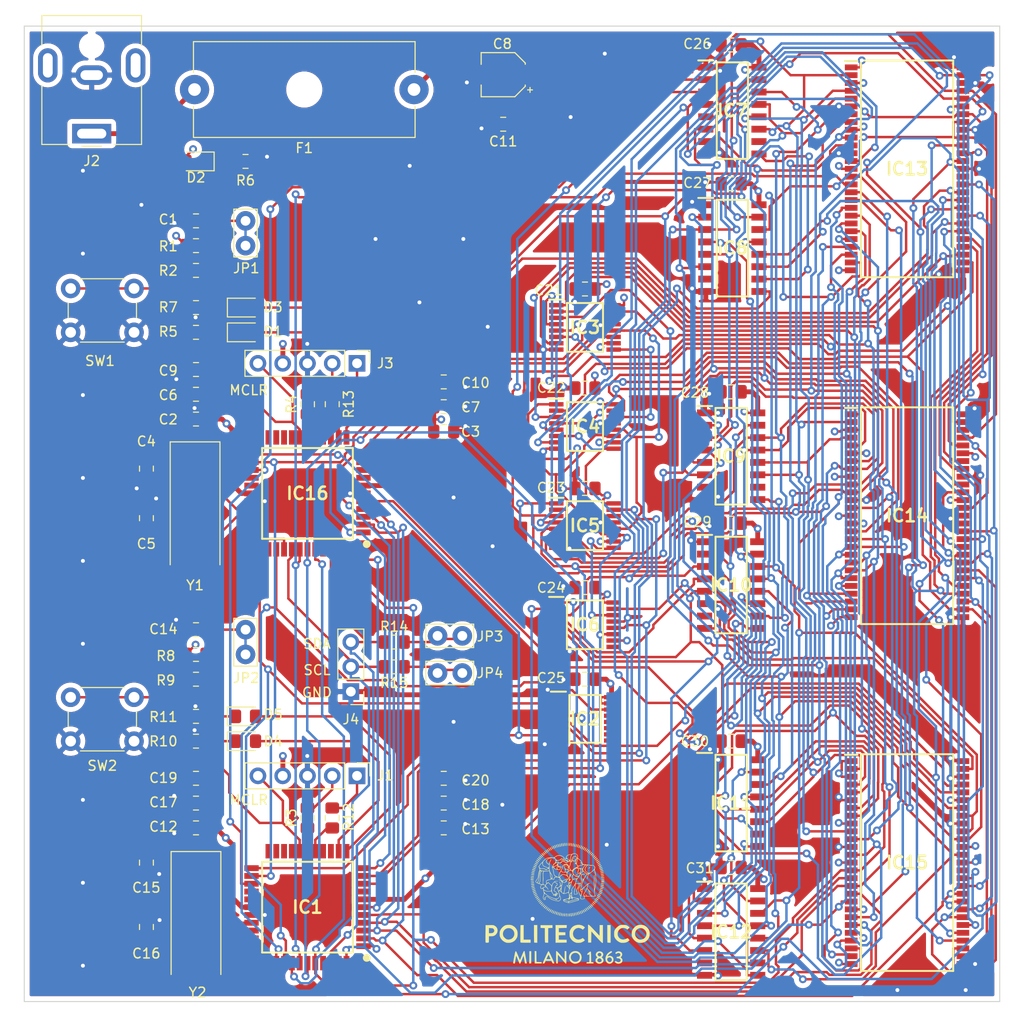
<source format=kicad_pcb>
(kicad_pcb (version 20171130) (host pcbnew "(5.1.6)-1")
  (layers (0 F.Cu signal) (1 GND power hide) (2 PWR power hide) (31 B.Cu signal hide) (34 B.Paste user) (35 F.Paste user) (36 B.SilkS user) (37 F.SilkS user) (38 B.Mask user) (39 F.Mask user) (44 Edge.Cuts user))
  (net 0 "")
  (net 1 VSS_1_1)
  (net 2 "Net-(C1-Pad2)")
  (net 3 VDD_1_1)
  (net 4 OSC1_1)
  (net 5 OSC2_1)
  (net 6 "Net-(C14-Pad2)")
  (net 7 OSC1_2)
  (net 8 OSC2_2)
  (net 9 "Net-(D1-Pad1)")
  (net 10 LED_GREEN_1)
  (net 11 "Net-(D2-Pad1)")
  (net 12 "Net-(D3-Pad1)")
  (net 13 LED_RED_1)
  (net 14 "Net-(D4-Pad1)")
  (net 15 LED_GREEN_2)
  (net 16 LED_RED_2)
  (net 17 "Net-(D5-Pad1)")
  (net 18 "Net-(F1-Pad2)")
  (net 19 dataPinS2P)
  (net 20 clkPinS2P)
  (net 21 latchPinS2P)
  (net 22 dataPinP2S)
  (net 23 clkPinP2S)
  (net 24 latchPinP2S)
  (net 25 Sel0)
  (net 26 Sel1)
  (net 27 WE2)
  (net 28 WE1)
  (net 29 "Net-(IC1-Pad26)")
  (net 30 SDA)
  (net 31 WE0)
  (net 32 "Net-(IC1-Pad21)")
  (net 33 "Net-(IC1-Pad20)")
  (net 34 "Net-(IC1-Pad19)")
  (net 35 SCL)
  (net 36 "Net-(IC1-Pad17)")
  (net 37 "Net-(IC1-Pad16)")
  (net 38 DQML)
  (net 39 DQMH)
  (net 40 CLK)
  (net 41 CKE)
  (net 42 CS#)
  (net 43 RAS#)
  (net 44 CAS#)
  (net 45 MCLR_1)
  (net 46 "Net-(IC2-Pad3)")
  (net 47 OutRAM2)
  (net 48 OutRAM1)
  (net 49 OutRAM0)
  (net 50 "Net-(IC2-Pad9)")
  (net 51 "Net-(IC2-Pad10)")
  (net 52 "Net-(IC2-Pad11)")
  (net 53 "Net-(IC2-Pad12)")
  (net 54 "Net-(IC2-Pad13)")
  (net 55 BA1)
  (net 56 A0)
  (net 57 A1)
  (net 58 A2)
  (net 59 A3)
  (net 60 A4)
  (net 61 A5)
  (net 62 "Net-(IC3-Pad9)")
  (net 63 BA0)
  (net 64 A6)
  (net 65 "Net-(IC4-Pad9)")
  (net 66 D0)
  (net 67 A12)
  (net 68 A11)
  (net 69 A10)
  (net 70 A9)
  (net 71 A8)
  (net 72 A7)
  (net 73 D2)
  (net 74 D3)
  (net 75 D4)
  (net 76 D5)
  (net 77 D6)
  (net 78 D7)
  (net 79 D8)
  (net 80 "Net-(IC5-Pad9)")
  (net 81 D1)
  (net 82 D9)
  (net 83 "Net-(IC6-Pad9)")
  (net 84 "Net-(IC6-Pad7)")
  (net 85 D15)
  (net 86 D14)
  (net 87 D13)
  (net 88 D12)
  (net 89 D11)
  (net 90 D10)
  (net 91 "Net-(IC7-Pad10)")
  (net 92 "Net-(IC7-Pad9)")
  (net 93 "Net-(IC7-Pad7)")
  (net 94 "Net-(IC8-Pad7)")
  (net 95 "Net-(IC9-Pad10)")
  (net 96 "Net-(IC10-Pad10)")
  (net 97 "Net-(IC9-Pad7)")
  (net 98 "Net-(IC10-Pad7)")
  (net 99 "Net-(IC11-Pad7)")
  (net 100 "Net-(IC11-Pad9)")
  (net 101 "Net-(IC11-Pad10)")
  (net 102 "Net-(IC12-Pad7)")
  (net 103 "Net-(IC13-Pad40)")
  (net 104 "Net-(IC14-Pad40)")
  (net 105 "Net-(IC15-Pad40)")
  (net 106 MCLR_2)
  (net 107 "Net-(IC16-Pad16)")
  (net 108 "Net-(IC16-Pad17)")
  (net 109 "Net-(IC16-Pad19)")
  (net 110 "Net-(IC16-Pad20)")
  (net 111 "Net-(IC16-Pad21)")
  (net 112 "Net-(IC16-Pad26)")
  (net 113 ICSPDAT_2)
  (net 114 ICSPCLK_2)
  (net 115 ICSPCLK_1)
  (net 116 ICSPDAT_1)
  (net 117 "Net-(JP3-Pad1)")
  (net 118 "Net-(JP4-Pad1)")
  (net 119 "Net-(JP1-Pad2)")
  (net 120 "Net-(JP2-Pad2)")
  (net 121 "Net-(IC1-Pad34)")
  (net 122 "Net-(IC1-Pad33)")
  (net 123 "Net-(IC1-Pad32)")
  (net 124 "Net-(IC1-Pad27)")
  (net 125 "Net-(IC1-Pad22)")
  (net 126 "Net-(IC1-Pad8)")
  (net 127 "Net-(IC16-Pad8)")
  (net 128 "Net-(IC16-Pad22)")
  (net 129 "Net-(IC16-Pad27)")
  (net 130 "Net-(IC16-Pad32)")
  (net 131 "Net-(IC16-Pad33)")
  (net 132 "Net-(IC16-Pad34)")
  (net 133 "Net-(IC1-Pad41)")
  (net 134 "Net-(IC16-Pad41)")
  (net 135 "Net-(IC16-Pad14)")
  (net 136 "Net-(IC16-Pad15)")
  (net 137 "Net-(IC1-Pad15)")
  (net 138 "Net-(IC1-Pad14)")
  (module "Logo:PoliMi Logo" (layer F.Cu) (at 139.2 126.6)
    (fp_text reference G*** hide)
    (fp_text value LOGO hide)
  )
  (module Crystal:Crystal_SMD_HC49-SD (layer F.Cu) (at 101.092 128 270)
    (fp_text reference Y2 (at 7.75 -0.158 180) (layer F.SilkS))
    (fp_text value 16MHz)
    (pad 2 smd rect (at 4.25 0 270) (size 4.5 2) (layers F.Cu F.Paste F.Mask) (net 8 OSC2_2))
    (pad 1 smd rect (at -4.25 0 270) (size 4.5 2) (layers F.Cu F.Paste F.Mask) (net 7 OSC1_2))
  )
  (module Crystal:Crystal_SMD_HC49-SD (layer F.Cu) (at 101 86 270)
    (fp_text reference Y1 (at 8 0 180) (layer F.SilkS))
    (fp_text value 16MHz)
    (pad 2 smd rect (at 4.25 0 270) (size 4.5 2) (layers F.Cu F.Paste F.Mask) (net 5 OSC2_1))
    (pad 1 smd rect (at -4.25 0 270) (size 4.5 2) (layers F.Cu F.Paste F.Mask) (net 4 OSC1_1))
  )
  (module Connector_BarrelJack:BarrelJack_CUI_PJ-063AH_Horizontal (layer F.Cu) (at 90.4 47.7 180)
    (fp_text reference J2 (at 0 -2.8) (layer F.SilkS))
    (fp_text value Jack-DC)
    (pad 1 thru_hole rect (at 0 0 180) (size 4 2) (drill oval 3 1) (layers *.Cu *.Mask) (net 18 "Net-(F1-Pad2)"))
    (pad 2 thru_hole oval (at 0 6 180) (size 3.3 2) (drill oval 2.3 1) (layers *.Cu *.Mask) (net 1 VSS_1_1))
    (pad MP thru_hole oval (at -4.5 7 180) (size 2 3.5) (drill oval 1 2.5) (layers *.Cu *.Mask))
    (pad MP thru_hole oval (at 4.5 7 180) (size 2 3.5) (drill oval 1 2.5) (layers *.Cu *.Mask))
    (pad "" np_thru_hole circle (at 0 9 180) (size 1.6 1.6) (drill 1.6) (layers *.Cu *.Mask))
  )
  (module Capacitor_SMD:C_0805_2012Metric_Pad1.15x1.40mm_HandSolder (layer F.Cu) (at 101.092 56.642)
    (fp_text reference C1 (at -2.842 -0.142) (layer F.SilkS))
    (fp_text value 0.1u,20V)
    (pad 1 smd roundrect (at -1.025 0) (size 1.15 1.4) (layers F.Cu F.Paste F.Mask) (roundrect_rratio 0.217391) (net 1 VSS_1_1))
    (pad 2 smd roundrect (at 1.025 0) (size 1.15 1.4) (layers F.Cu F.Paste F.Mask) (roundrect_rratio 0.217391) (net 2 "Net-(C1-Pad2)"))
  )
  (module Capacitor_SMD:C_0805_2012Metric_Pad1.15x1.40mm_HandSolder (layer F.Cu) (at 101.092 76.962)
    (fp_text reference C2 (at -2.842 0.038) (layer F.SilkS))
    (fp_text value 0.1u,20V)
    (pad 1 smd roundrect (at -1.025 0) (size 1.15 1.4) (layers F.Cu F.Paste F.Mask) (roundrect_rratio 0.217391) (net 1 VSS_1_1))
    (pad 2 smd roundrect (at 1.025 0) (size 1.15 1.4) (layers F.Cu F.Paste F.Mask) (roundrect_rratio 0.217391) (net 3 VDD_1_1))
  )
  (module Capacitor_SMD:C_0805_2012Metric_Pad1.15x1.40mm_HandSolder (layer F.Cu) (at 126.492 78.232 180)
    (fp_text reference C3 (at -2.758 -0.018) (layer F.SilkS))
    (fp_text value 0.1u,20V)
    (pad 2 smd roundrect (at 1.025 0 180) (size 1.15 1.4) (layers F.Cu F.Paste F.Mask) (roundrect_rratio 0.217391) (net 3 VDD_1_1))
    (pad 1 smd roundrect (at -1.025 0 180) (size 1.15 1.4) (layers F.Cu F.Paste F.Mask) (roundrect_rratio 0.217391) (net 1 VSS_1_1))
  )
  (module Capacitor_SMD:C_0805_2012Metric_Pad1.15x1.40mm_HandSolder (layer F.Cu) (at 96.012 82.042 90)
    (fp_text reference C4 (at 2.792 -0.012 180) (layer F.SilkS))
    (fp_text value 33pF)
    (pad 2 smd roundrect (at 1.025 0 90) (size 1.15 1.4) (layers F.Cu F.Paste F.Mask) (roundrect_rratio 0.217391) (net 4 OSC1_1))
    (pad 1 smd roundrect (at -1.025 0 90) (size 1.15 1.4) (layers F.Cu F.Paste F.Mask) (roundrect_rratio 0.217391) (net 1 VSS_1_1))
  )
  (module Capacitor_SMD:C_0805_2012Metric_Pad1.15x1.40mm_HandSolder (layer F.Cu) (at 96.012 87.122 270)
    (fp_text reference C5 (at 2.628 0.012 180) (layer F.SilkS))
    (fp_text value 33pF)
    (pad 1 smd roundrect (at -1.025 0 270) (size 1.15 1.4) (layers F.Cu F.Paste F.Mask) (roundrect_rratio 0.217391) (net 1 VSS_1_1))
    (pad 2 smd roundrect (at 1.025 0 270) (size 1.15 1.4) (layers F.Cu F.Paste F.Mask) (roundrect_rratio 0.217391) (net 5 OSC2_1))
  )
  (module Capacitor_SMD:C_0805_2012Metric_Pad1.15x1.40mm_HandSolder (layer F.Cu) (at 101.092 74.422)
    (fp_text reference C6 (at -2.842 0.078) (layer F.SilkS))
    (fp_text value 10n,20V)
    (pad 1 smd roundrect (at -1.025 0) (size 1.15 1.4) (layers F.Cu F.Paste F.Mask) (roundrect_rratio 0.217391) (net 1 VSS_1_1))
    (pad 2 smd roundrect (at 1.025 0) (size 1.15 1.4) (layers F.Cu F.Paste F.Mask) (roundrect_rratio 0.217391) (net 3 VDD_1_1))
  )
  (module Capacitor_SMD:C_0805_2012Metric_Pad1.15x1.40mm_HandSolder (layer F.Cu) (at 126.492 75.692 180)
    (fp_text reference C7 (at -2.758 -0.058) (layer F.SilkS))
    (fp_text value 10n,20V)
    (pad 2 smd roundrect (at 1.025 0 180) (size 1.15 1.4) (layers F.Cu F.Paste F.Mask) (roundrect_rratio 0.217391) (net 3 VDD_1_1))
    (pad 1 smd roundrect (at -1.025 0 180) (size 1.15 1.4) (layers F.Cu F.Paste F.Mask) (roundrect_rratio 0.217391) (net 1 VSS_1_1))
  )
  (module Capacitor_SMD:CP_Elec_4x4.5 (layer F.Cu) (at 132.588 41.656 180)
    (fp_text reference C8 (at 0.088 3.156) (layer F.SilkS))
    (fp_text value 1u,20V)
    (pad 1 smd roundrect (at -1.8 0 180) (size 2.6 1.6) (layers F.Cu F.Paste F.Mask) (roundrect_rratio 0.15625) (net 3 VDD_1_1))
    (pad 2 smd roundrect (at 1.8 0 180) (size 2.6 1.6) (layers F.Cu F.Paste F.Mask) (roundrect_rratio 0.15625) (net 1 VSS_1_1))
  )
  (module Capacitor_SMD:C_0805_2012Metric_Pad1.15x1.40mm_HandSolder (layer F.Cu) (at 101.092 71.882)
    (fp_text reference C9 (at -2.842 0.118) (layer F.SilkS))
    (fp_text value 1n,20V)
    (pad 1 smd roundrect (at -1.025 0) (size 1.15 1.4) (layers F.Cu F.Paste F.Mask) (roundrect_rratio 0.217391) (net 1 VSS_1_1))
    (pad 2 smd roundrect (at 1.025 0) (size 1.15 1.4) (layers F.Cu F.Paste F.Mask) (roundrect_rratio 0.217391) (net 3 VDD_1_1))
  )
  (module Capacitor_SMD:C_0805_2012Metric_Pad1.15x1.40mm_HandSolder (layer F.Cu) (at 126.492 73.152 180)
    (fp_text reference C10 (at -3.258 -0.098) (layer F.SilkS))
    (fp_text value 1n,20V)
    (pad 2 smd roundrect (at 1.025 0 180) (size 1.15 1.4) (layers F.Cu F.Paste F.Mask) (roundrect_rratio 0.217391) (net 3 VDD_1_1))
    (pad 1 smd roundrect (at -1.025 0 180) (size 1.15 1.4) (layers F.Cu F.Paste F.Mask) (roundrect_rratio 0.217391) (net 1 VSS_1_1))
  )
  (module Capacitor_SMD:C_0805_2012Metric_Pad1.15x1.40mm_HandSolder (layer F.Cu) (at 132.588 46.736)
    (fp_text reference C11 (at 0 1.764) (layer F.SilkS))
    (fp_text value 10n,20V)
    (pad 2 smd roundrect (at 1.025 0) (size 1.15 1.4) (layers F.Cu F.Paste F.Mask) (roundrect_rratio 0.217391) (net 3 VDD_1_1))
    (pad 1 smd roundrect (at -1.025 0) (size 1.15 1.4) (layers F.Cu F.Paste F.Mask) (roundrect_rratio 0.217391) (net 1 VSS_1_1))
  )
  (module Capacitor_SMD:C_0805_2012Metric_Pad1.15x1.40mm_HandSolder (layer F.Cu) (at 101.092 118.872)
    (fp_text reference C12 (at -3.342 -0.122) (layer F.SilkS))
    (fp_text value 0.1u,20V)
    (pad 2 smd roundrect (at 1.025 0) (size 1.15 1.4) (layers F.Cu F.Paste F.Mask) (roundrect_rratio 0.217391) (net 3 VDD_1_1))
    (pad 1 smd roundrect (at -1.025 0) (size 1.15 1.4) (layers F.Cu F.Paste F.Mask) (roundrect_rratio 0.217391) (net 1 VSS_1_1))
  )
  (module Capacitor_SMD:C_0805_2012Metric_Pad1.15x1.40mm_HandSolder (layer F.Cu) (at 126.492 118.872 180)
    (fp_text reference C13 (at -3.258 -0.128) (layer F.SilkS))
    (fp_text value 0.1u,20V)
    (pad 1 smd roundrect (at -1.025 0 180) (size 1.15 1.4) (layers F.Cu F.Paste F.Mask) (roundrect_rratio 0.217391) (net 1 VSS_1_1))
    (pad 2 smd roundrect (at 1.025 0 180) (size 1.15 1.4) (layers F.Cu F.Paste F.Mask) (roundrect_rratio 0.217391) (net 3 VDD_1_1))
  )
  (module Capacitor_SMD:C_0805_2012Metric_Pad1.15x1.40mm_HandSolder (layer F.Cu) (at 101.092 98.552)
    (fp_text reference C14 (at -3.342 -0.052) (layer F.SilkS))
    (fp_text value 0.1u,20V)
    (pad 2 smd roundrect (at 1.025 0) (size 1.15 1.4) (layers F.Cu F.Paste F.Mask) (roundrect_rratio 0.217391) (net 6 "Net-(C14-Pad2)"))
    (pad 1 smd roundrect (at -1.025 0) (size 1.15 1.4) (layers F.Cu F.Paste F.Mask) (roundrect_rratio 0.217391) (net 1 VSS_1_1))
  )
  (module Capacitor_SMD:C_0805_2012Metric_Pad1.15x1.40mm_HandSolder (layer F.Cu) (at 96.012 122.437 90)
    (fp_text reference C15 (at -2.563 -0.012 180) (layer F.SilkS))
    (fp_text value 33pF)
    (pad 1 smd roundrect (at -1.025 0 90) (size 1.15 1.4) (layers F.Cu F.Paste F.Mask) (roundrect_rratio 0.217391) (net 1 VSS_1_1))
    (pad 2 smd roundrect (at 1.025 0 90) (size 1.15 1.4) (layers F.Cu F.Paste F.Mask) (roundrect_rratio 0.217391) (net 7 OSC1_2))
  )
  (module Capacitor_SMD:C_0805_2012Metric_Pad1.15x1.40mm_HandSolder (layer F.Cu) (at 96.012 129.032 270)
    (fp_text reference C16 (at 2.718 0.012 180) (layer F.SilkS))
    (fp_text value 33pF)
    (pad 1 smd roundrect (at -1.025 0 270) (size 1.15 1.4) (layers F.Cu F.Paste F.Mask) (roundrect_rratio 0.217391) (net 1 VSS_1_1))
    (pad 2 smd roundrect (at 1.025 0 270) (size 1.15 1.4) (layers F.Cu F.Paste F.Mask) (roundrect_rratio 0.217391) (net 8 OSC2_2))
  )
  (module Capacitor_SMD:C_0805_2012Metric_Pad1.15x1.40mm_HandSolder (layer F.Cu) (at 101.092 116.332)
    (fp_text reference C17 (at -3.342 -0.082) (layer F.SilkS))
    (fp_text value 10n,20V)
    (pad 2 smd roundrect (at 1.025 0) (size 1.15 1.4) (layers F.Cu F.Paste F.Mask) (roundrect_rratio 0.217391) (net 3 VDD_1_1))
    (pad 1 smd roundrect (at -1.025 0) (size 1.15 1.4) (layers F.Cu F.Paste F.Mask) (roundrect_rratio 0.217391) (net 1 VSS_1_1))
  )
  (module Capacitor_SMD:C_0805_2012Metric_Pad1.15x1.40mm_HandSolder (layer F.Cu) (at 126.492 116.332 180)
    (fp_text reference C18 (at -3.258 -0.168) (layer F.SilkS))
    (fp_text value 10n,20V)
    (pad 1 smd roundrect (at -1.025 0 180) (size 1.15 1.4) (layers F.Cu F.Paste F.Mask) (roundrect_rratio 0.217391) (net 1 VSS_1_1))
    (pad 2 smd roundrect (at 1.025 0 180) (size 1.15 1.4) (layers F.Cu F.Paste F.Mask) (roundrect_rratio 0.217391) (net 3 VDD_1_1))
  )
  (module Capacitor_SMD:C_0805_2012Metric_Pad1.15x1.40mm_HandSolder (layer F.Cu) (at 101.092 113.792)
    (fp_text reference C19 (at -3.342 -0.042) (layer F.SilkS))
    (fp_text value 1n,20V)
    (pad 1 smd roundrect (at -1.025 0) (size 1.15 1.4) (layers F.Cu F.Paste F.Mask) (roundrect_rratio 0.217391) (net 1 VSS_1_1))
    (pad 2 smd roundrect (at 1.025 0) (size 1.15 1.4) (layers F.Cu F.Paste F.Mask) (roundrect_rratio 0.217391) (net 3 VDD_1_1))
  )
  (module Capacitor_SMD:C_0805_2012Metric_Pad1.15x1.40mm_HandSolder (layer F.Cu) (at 126.492 113.792 180)
    (fp_text reference C20 (at -3.258 -0.208) (layer F.SilkS))
    (fp_text value 1n,20V)
    (pad 2 smd roundrect (at 1.025 0 180) (size 1.15 1.4) (layers F.Cu F.Paste F.Mask) (roundrect_rratio 0.217391) (net 3 VDD_1_1))
    (pad 1 smd roundrect (at -1.025 0 180) (size 1.15 1.4) (layers F.Cu F.Paste F.Mask) (roundrect_rratio 0.217391) (net 1 VSS_1_1))
  )
  (module Capacitor_SMD:C_0805_2012Metric_Pad1.15x1.40mm_HandSolder (layer F.Cu) (at 140.97 63.627 180)
    (fp_text reference C21 (at 3.72 -0.123) (layer F.SilkS))
    (fp_text value 10nF)
    (pad 1 smd roundrect (at -1.025 0 180) (size 1.15 1.4) (layers F.Cu F.Paste F.Mask) (roundrect_rratio 0.217391) (net 3 VDD_1_1))
    (pad 2 smd roundrect (at 1.025 0 180) (size 1.15 1.4) (layers F.Cu F.Paste F.Mask) (roundrect_rratio 0.217391) (net 1 VSS_1_1))
  )
  (module Capacitor_SMD:C_0805_2012Metric_Pad1.15x1.40mm_HandSolder (layer F.Cu) (at 140.97 73.787 180)
    (fp_text reference C22 (at 3.47 0.037) (layer F.SilkS))
    (fp_text value 10nF)
    (pad 2 smd roundrect (at 1.025 0 180) (size 1.15 1.4) (layers F.Cu F.Paste F.Mask) (roundrect_rratio 0.217391) (net 1 VSS_1_1))
    (pad 1 smd roundrect (at -1.025 0 180) (size 1.15 1.4) (layers F.Cu F.Paste F.Mask) (roundrect_rratio 0.217391) (net 3 VDD_1_1))
  )
  (module Capacitor_SMD:C_0805_2012Metric_Pad1.15x1.40mm_HandSolder (layer F.Cu) (at 140.97 84.074 180)
    (fp_text reference C23 (at 3.47 0.074) (layer F.SilkS))
    (fp_text value 10nF)
    (pad 2 smd roundrect (at 1.025 0 180) (size 1.15 1.4) (layers F.Cu F.Paste F.Mask) (roundrect_rratio 0.217391) (net 1 VSS_1_1))
    (pad 1 smd roundrect (at -1.025 0 180) (size 1.15 1.4) (layers F.Cu F.Paste F.Mask) (roundrect_rratio 0.217391) (net 3 VDD_1_1))
  )
  (module Capacitor_SMD:C_0805_2012Metric_Pad1.15x1.40mm_HandSolder (layer F.Cu) (at 140.97 94.234 180)
    (fp_text reference C24 (at 3.47 -0.016) (layer F.SilkS))
    (fp_text value 10nF)
    (pad 1 smd roundrect (at -1.025 0 180) (size 1.15 1.4) (layers F.Cu F.Paste F.Mask) (roundrect_rratio 0.217391) (net 3 VDD_1_1))
    (pad 2 smd roundrect (at 1.025 0 180) (size 1.15 1.4) (layers F.Cu F.Paste F.Mask) (roundrect_rratio 0.217391) (net 1 VSS_1_1))
  )
  (module Capacitor_SMD:C_0805_2012Metric_Pad1.15x1.40mm_HandSolder (layer F.Cu) (at 140.97 103.632 180)
    (fp_text reference C25 (at 3.47 0.132) (layer F.SilkS))
    (fp_text value 10nF)
    (pad 2 smd roundrect (at 1.025 0 180) (size 1.15 1.4) (layers F.Cu F.Paste F.Mask) (roundrect_rratio 0.217391) (net 1 VSS_1_1))
    (pad 1 smd roundrect (at -1.025 0 180) (size 1.15 1.4) (layers F.Cu F.Paste F.Mask) (roundrect_rratio 0.217391) (net 3 VDD_1_1))
  )
  (module Capacitor_SMD:C_0805_2012Metric_Pad1.15x1.40mm_HandSolder (layer F.Cu) (at 155.956 38.608 180)
    (fp_text reference C26 (at 3.456 0.108) (layer F.SilkS))
    (fp_text value 10nF)
    (pad 1 smd roundrect (at -1.025 0 180) (size 1.15 1.4) (layers F.Cu F.Paste F.Mask) (roundrect_rratio 0.217391) (net 3 VDD_1_1))
    (pad 2 smd roundrect (at 1.025 0 180) (size 1.15 1.4) (layers F.Cu F.Paste F.Mask) (roundrect_rratio 0.217391) (net 1 VSS_1_1))
  )
  (module Capacitor_SMD:C_0805_2012Metric_Pad1.15x1.40mm_HandSolder (layer F.Cu) (at 155.956 52.832 180)
    (fp_text reference C27 (at 3.456 0.082) (layer F.SilkS))
    (fp_text value 10nF)
    (pad 2 smd roundrect (at 1.025 0 180) (size 1.15 1.4) (layers F.Cu F.Paste F.Mask) (roundrect_rratio 0.217391) (net 1 VSS_1_1))
    (pad 1 smd roundrect (at -1.025 0 180) (size 1.15 1.4) (layers F.Cu F.Paste F.Mask) (roundrect_rratio 0.217391) (net 3 VDD_1_1))
  )
  (module Capacitor_SMD:C_0805_2012Metric_Pad1.15x1.40mm_HandSolder (layer F.Cu) (at 155.956 74.168 180)
    (fp_text reference C28 (at 3.706 -0.082) (layer F.SilkS))
    (fp_text value 10nF)
    (pad 1 smd roundrect (at -1.025 0 180) (size 1.15 1.4) (layers F.Cu F.Paste F.Mask) (roundrect_rratio 0.217391) (net 3 VDD_1_1))
    (pad 2 smd roundrect (at 1.025 0 180) (size 1.15 1.4) (layers F.Cu F.Paste F.Mask) (roundrect_rratio 0.217391) (net 1 VSS_1_1))
  )
  (module Capacitor_SMD:C_0805_2012Metric_Pad1.15x1.40mm_HandSolder (layer F.Cu) (at 155.956 87.63 180)
    (fp_text reference C29 (at 3.456 0.13) (layer F.SilkS))
    (fp_text value 10nF)
    (pad 2 smd roundrect (at 1.025 0 180) (size 1.15 1.4) (layers F.Cu F.Paste F.Mask) (roundrect_rratio 0.217391) (net 1 VSS_1_1))
    (pad 1 smd roundrect (at -1.025 0 180) (size 1.15 1.4) (layers F.Cu F.Paste F.Mask) (roundrect_rratio 0.217391) (net 3 VDD_1_1))
  )
  (module Capacitor_SMD:C_0805_2012Metric_Pad1.15x1.40mm_HandSolder (layer F.Cu) (at 155.956 109.982 180)
    (fp_text reference C30 (at 3.706 -0.018) (layer F.SilkS))
    (fp_text value 10nF)
    (pad 1 smd roundrect (at -1.025 0 180) (size 1.15 1.4) (layers F.Cu F.Paste F.Mask) (roundrect_rratio 0.217391) (net 3 VDD_1_1))
    (pad 2 smd roundrect (at 1.025 0 180) (size 1.15 1.4) (layers F.Cu F.Paste F.Mask) (roundrect_rratio 0.217391) (net 1 VSS_1_1))
  )
  (module Capacitor_SMD:C_0805_2012Metric_Pad1.15x1.40mm_HandSolder (layer F.Cu) (at 155.956 122.936 180)
    (fp_text reference C31 (at 3.206 -0.064) (layer F.SilkS))
    (fp_text value 10nF)
    (pad 2 smd roundrect (at 1.025 0 180) (size 1.15 1.4) (layers F.Cu F.Paste F.Mask) (roundrect_rratio 0.217391) (net 1 VSS_1_1))
    (pad 1 smd roundrect (at -1.025 0 180) (size 1.15 1.4) (layers F.Cu F.Paste F.Mask) (roundrect_rratio 0.217391) (net 3 VDD_1_1))
  )
  (module LED_SMD:LED_0805_2012Metric_Pad1.15x1.40mm_HandSolder (layer F.Cu) (at 106.172 68.072)
    (fp_text reference D1 (at 2.828 -0.072) (layer F.SilkS))
    (fp_text value LED_GREEN)
    (pad 1 smd roundrect (at -1.025 0) (size 1.15 1.4) (layers F.Cu F.Paste F.Mask) (roundrect_rratio 0.217391) (net 9 "Net-(D1-Pad1)"))
    (pad 2 smd roundrect (at 1.025 0) (size 1.15 1.4) (layers F.Cu F.Paste F.Mask) (roundrect_rratio 0.217391) (net 10 LED_GREEN_1))
  )
  (module LED_SMD:LED_0805_2012Metric_Pad1.15x1.40mm_HandSolder (layer F.Cu) (at 101.092 50.546 180)
    (fp_text reference D2 (at 0 -1.65) (layer F.SilkS))
    (fp_text value LED_GREEN)
    (pad 2 smd roundrect (at 1.025 0 180) (size 1.15 1.4) (layers F.Cu F.Paste F.Mask) (roundrect_rratio 0.217391) (net 3 VDD_1_1))
    (pad 1 smd roundrect (at -1.025 0 180) (size 1.15 1.4) (layers F.Cu F.Paste F.Mask) (roundrect_rratio 0.217391) (net 11 "Net-(D2-Pad1)"))
  )
  (module LED_SMD:LED_0805_2012Metric_Pad1.15x1.40mm_HandSolder (layer F.Cu) (at 106.172 65.532)
    (fp_text reference D3 (at 2.828 -0.032) (layer F.SilkS))
    (fp_text value LED_RED)
    (pad 1 smd roundrect (at -1.025 0) (size 1.15 1.4) (layers F.Cu F.Paste F.Mask) (roundrect_rratio 0.217391) (net 12 "Net-(D3-Pad1)"))
    (pad 2 smd roundrect (at 1.025 0) (size 1.15 1.4) (layers F.Cu F.Paste F.Mask) (roundrect_rratio 0.217391) (net 13 LED_RED_1))
  )
  (module LED_SMD:LED_0805_2012Metric_Pad1.15x1.40mm_HandSolder (layer F.Cu) (at 106.172 109.982)
    (fp_text reference D4 (at 2.828 0.018) (layer F.SilkS))
    (fp_text value LED_GREEN)
    (pad 1 smd roundrect (at -1.025 0) (size 1.15 1.4) (layers F.Cu F.Paste F.Mask) (roundrect_rratio 0.217391) (net 14 "Net-(D4-Pad1)"))
    (pad 2 smd roundrect (at 1.025 0) (size 1.15 1.4) (layers F.Cu F.Paste F.Mask) (roundrect_rratio 0.217391) (net 15 LED_GREEN_2))
  )
  (module LED_SMD:LED_0805_2012Metric_Pad1.15x1.40mm_HandSolder (layer F.Cu) (at 106.172 107.442)
    (fp_text reference D5 (at 2.828 -0.192) (layer F.SilkS))
    (fp_text value LED_RED)
    (pad 2 smd roundrect (at 1.025 0) (size 1.15 1.4) (layers F.Cu F.Paste F.Mask) (roundrect_rratio 0.217391) (net 16 LED_RED_2))
    (pad 1 smd roundrect (at -1.025 0) (size 1.15 1.4) (layers F.Cu F.Paste F.Mask) (roundrect_rratio 0.217391) (net 17 "Net-(D5-Pad1)"))
  )
  (module Fuse:Fuseholder_Cylinder-5x20mm_Schurter_0031_8201_Horizontal_Open (layer F.Cu) (at 123.444 43.18 180)
    (fp_text reference F1 (at 11.25 -6) (layer F.SilkS))
    (fp_text value "Fusibile 1A")
    (pad 1 thru_hole circle (at 0 0 180) (size 3 3) (drill 1.3) (layers *.Cu *.Mask) (net 3 VDD_1_1))
    (pad 2 thru_hole circle (at 22.5 0 180) (size 3 3) (drill 1.3) (layers *.Cu *.Mask) (net 18 "Net-(F1-Pad2)"))
    (pad "" np_thru_hole circle (at 11.25 0 180) (size 2.7 2.7) (drill 2.7) (layers *.Cu *.Mask))
  )
  (module SamacSys_Parts:SOP64P602X173-16N (layer F.Cu) (at 140.97 107.696)
    (fp_text reference IC2 (at 0 0) (layer F.SilkS) (effects (font (size 1.27 1.27) (thickness 0.254))))
    (fp_text value QS3VH253QG8 hide)
    (pad 1 smd rect (at -2.725 -2.222 90) (size 0.435 1.55) (layers F.Cu F.Paste F.Mask) (net 1 VSS_1_1))
    (pad 2 smd rect (at -2.725 -1.588 90) (size 0.435 1.55) (layers F.Cu F.Paste F.Mask) (net 26 Sel1))
    (pad 3 smd rect (at -2.725 -0.952 90) (size 0.435 1.55) (layers F.Cu F.Paste F.Mask) (net 46 "Net-(IC2-Pad3)"))
    (pad 4 smd rect (at -2.725 -0.318 90) (size 0.435 1.55) (layers F.Cu F.Paste F.Mask) (net 47 OutRAM2))
    (pad 5 smd rect (at -2.725 0.318 90) (size 0.435 1.55) (layers F.Cu F.Paste F.Mask) (net 48 OutRAM1))
    (pad 6 smd rect (at -2.725 0.952 90) (size 0.435 1.55) (layers F.Cu F.Paste F.Mask) (net 49 OutRAM0))
    (pad 7 smd rect (at -2.725 1.588 90) (size 0.435 1.55) (layers F.Cu F.Paste F.Mask) (net 22 dataPinP2S))
    (pad 8 smd rect (at -2.725 2.222 90) (size 0.435 1.55) (layers F.Cu F.Paste F.Mask) (net 1 VSS_1_1))
    (pad 9 smd rect (at 2.725 2.222 90) (size 0.435 1.55) (layers F.Cu F.Paste F.Mask) (net 50 "Net-(IC2-Pad9)"))
    (pad 10 smd rect (at 2.725 1.588 90) (size 0.435 1.55) (layers F.Cu F.Paste F.Mask) (net 51 "Net-(IC2-Pad10)"))
    (pad 11 smd rect (at 2.725 0.952 90) (size 0.435 1.55) (layers F.Cu F.Paste F.Mask) (net 52 "Net-(IC2-Pad11)"))
    (pad 12 smd rect (at 2.725 0.318 90) (size 0.435 1.55) (layers F.Cu F.Paste F.Mask) (net 53 "Net-(IC2-Pad12)"))
    (pad 13 smd rect (at 2.725 -0.318 90) (size 0.435 1.55) (layers F.Cu F.Paste F.Mask) (net 54 "Net-(IC2-Pad13)"))
    (pad 14 smd rect (at 2.725 -0.952 90) (size 0.435 1.55) (layers F.Cu F.Paste F.Mask) (net 25 Sel0))
    (pad 15 smd rect (at 2.725 -1.588 90) (size 0.435 1.55) (layers F.Cu F.Paste F.Mask) (net 3 VDD_1_1))
    (pad 16 smd rect (at 2.725 -2.222 90) (size 0.435 1.55) (layers F.Cu F.Paste F.Mask) (net 3 VDD_1_1))
  )
  (module SamacSys_Parts:SOP65P640X110-16N (layer F.Cu) (at 140.97 67.564)
    (fp_text reference IC3 (at 0 0) (layer F.SilkS) (effects (font (size 1.27 1.27) (thickness 0.254))))
    (fp_text value 74LVC595APW,118 hide)
    (pad 1 smd rect (at -2.938 -2.275 90) (size 0.45 1.475) (layers F.Cu F.Paste F.Mask) (net 55 BA1))
    (pad 2 smd rect (at -2.938 -1.625 90) (size 0.45 1.475) (layers F.Cu F.Paste F.Mask) (net 56 A0))
    (pad 3 smd rect (at -2.938 -0.975 90) (size 0.45 1.475) (layers F.Cu F.Paste F.Mask) (net 57 A1))
    (pad 4 smd rect (at -2.938 -0.325 90) (size 0.45 1.475) (layers F.Cu F.Paste F.Mask) (net 58 A2))
    (pad 5 smd rect (at -2.938 0.325 90) (size 0.45 1.475) (layers F.Cu F.Paste F.Mask) (net 59 A3))
    (pad 6 smd rect (at -2.938 0.975 90) (size 0.45 1.475) (layers F.Cu F.Paste F.Mask) (net 60 A4))
    (pad 7 smd rect (at -2.938 1.625 90) (size 0.45 1.475) (layers F.Cu F.Paste F.Mask) (net 61 A5))
    (pad 8 smd rect (at -2.938 2.275 90) (size 0.45 1.475) (layers F.Cu F.Paste F.Mask) (net 1 VSS_1_1))
    (pad 9 smd rect (at 2.938 2.275 90) (size 0.45 1.475) (layers F.Cu F.Paste F.Mask) (net 62 "Net-(IC3-Pad9)"))
    (pad 10 smd rect (at 2.938 1.625 90) (size 0.45 1.475) (layers F.Cu F.Paste F.Mask) (net 3 VDD_1_1))
    (pad 11 smd rect (at 2.938 0.975 90) (size 0.45 1.475) (layers F.Cu F.Paste F.Mask) (net 21 latchPinS2P))
    (pad 12 smd rect (at 2.938 0.325 90) (size 0.45 1.475) (layers F.Cu F.Paste F.Mask) (net 20 clkPinS2P))
    (pad 13 smd rect (at 2.938 -0.325 90) (size 0.45 1.475) (layers F.Cu F.Paste F.Mask) (net 1 VSS_1_1))
    (pad 14 smd rect (at 2.938 -0.975 90) (size 0.45 1.475) (layers F.Cu F.Paste F.Mask) (net 19 dataPinS2P))
    (pad 15 smd rect (at 2.938 -1.625 90) (size 0.45 1.475) (layers F.Cu F.Paste F.Mask) (net 63 BA0))
    (pad 16 smd rect (at 2.938 -2.275 90) (size 0.45 1.475) (layers F.Cu F.Paste F.Mask) (net 3 VDD_1_1))
  )
  (module SamacSys_Parts:SOP65P640X110-16N (layer F.Cu) (at 140.97 77.724)
    (fp_text reference IC4 (at 0 0) (layer F.SilkS) (effects (font (size 1.27 1.27) (thickness 0.254))))
    (fp_text value 74LVC595APW,118 hide)
    (pad 16 smd rect (at 2.938 -2.275 90) (size 0.45 1.475) (layers F.Cu F.Paste F.Mask) (net 3 VDD_1_1))
    (pad 15 smd rect (at 2.938 -1.625 90) (size 0.45 1.475) (layers F.Cu F.Paste F.Mask) (net 64 A6))
    (pad 14 smd rect (at 2.938 -0.975 90) (size 0.45 1.475) (layers F.Cu F.Paste F.Mask) (net 62 "Net-(IC3-Pad9)"))
    (pad 13 smd rect (at 2.938 -0.325 90) (size 0.45 1.475) (layers F.Cu F.Paste F.Mask) (net 1 VSS_1_1))
    (pad 12 smd rect (at 2.938 0.325 90) (size 0.45 1.475) (layers F.Cu F.Paste F.Mask) (net 20 clkPinS2P))
    (pad 11 smd rect (at 2.938 0.975 90) (size 0.45 1.475) (layers F.Cu F.Paste F.Mask) (net 21 latchPinS2P))
    (pad 10 smd rect (at 2.938 1.625 90) (size 0.45 1.475) (layers F.Cu F.Paste F.Mask) (net 3 VDD_1_1))
    (pad 9 smd rect (at 2.938 2.275 90) (size 0.45 1.475) (layers F.Cu F.Paste F.Mask) (net 65 "Net-(IC4-Pad9)"))
    (pad 8 smd rect (at -2.938 2.275 90) (size 0.45 1.475) (layers F.Cu F.Paste F.Mask) (net 1 VSS_1_1))
    (pad 7 smd rect (at -2.938 1.625 90) (size 0.45 1.475) (layers F.Cu F.Paste F.Mask) (net 66 D0))
    (pad 6 smd rect (at -2.938 0.975 90) (size 0.45 1.475) (layers F.Cu F.Paste F.Mask) (net 67 A12))
    (pad 5 smd rect (at -2.938 0.325 90) (size 0.45 1.475) (layers F.Cu F.Paste F.Mask) (net 68 A11))
    (pad 4 smd rect (at -2.938 -0.325 90) (size 0.45 1.475) (layers F.Cu F.Paste F.Mask) (net 69 A10))
    (pad 3 smd rect (at -2.938 -0.975 90) (size 0.45 1.475) (layers F.Cu F.Paste F.Mask) (net 70 A9))
    (pad 2 smd rect (at -2.938 -1.625 90) (size 0.45 1.475) (layers F.Cu F.Paste F.Mask) (net 71 A8))
    (pad 1 smd rect (at -2.938 -2.275 90) (size 0.45 1.475) (layers F.Cu F.Paste F.Mask) (net 72 A7))
  )
  (module SamacSys_Parts:SOP65P640X110-16N (layer F.Cu) (at 140.97 87.884)
    (fp_text reference IC5 (at 0 0) (layer F.SilkS) (effects (font (size 1.27 1.27) (thickness 0.254))))
    (fp_text value 74LVC595APW,118 hide)
    (pad 1 smd rect (at -2.938 -2.275 90) (size 0.45 1.475) (layers F.Cu F.Paste F.Mask) (net 73 D2))
    (pad 2 smd rect (at -2.938 -1.625 90) (size 0.45 1.475) (layers F.Cu F.Paste F.Mask) (net 74 D3))
    (pad 3 smd rect (at -2.938 -0.975 90) (size 0.45 1.475) (layers F.Cu F.Paste F.Mask) (net 75 D4))
    (pad 4 smd rect (at -2.938 -0.325 90) (size 0.45 1.475) (layers F.Cu F.Paste F.Mask) (net 76 D5))
    (pad 5 smd rect (at -2.938 0.325 90) (size 0.45 1.475) (layers F.Cu F.Paste F.Mask) (net 77 D6))
    (pad 6 smd rect (at -2.938 0.975 90) (size 0.45 1.475) (layers F.Cu F.Paste F.Mask) (net 78 D7))
    (pad 7 smd rect (at -2.938 1.625 90) (size 0.45 1.475) (layers F.Cu F.Paste F.Mask) (net 79 D8))
    (pad 8 smd rect (at -2.938 2.275 90) (size 0.45 1.475) (layers F.Cu F.Paste F.Mask) (net 1 VSS_1_1))
    (pad 9 smd rect (at 2.938 2.275 90) (size 0.45 1.475) (layers F.Cu F.Paste F.Mask) (net 80 "Net-(IC5-Pad9)"))
    (pad 10 smd rect (at 2.938 1.625 90) (size 0.45 1.475) (layers F.Cu F.Paste F.Mask) (net 3 VDD_1_1))
    (pad 11 smd rect (at 2.938 0.975 90) (size 0.45 1.475) (layers F.Cu F.Paste F.Mask) (net 21 latchPinS2P))
    (pad 12 smd rect (at 2.938 0.325 90) (size 0.45 1.475) (layers F.Cu F.Paste F.Mask) (net 20 clkPinS2P))
    (pad 13 smd rect (at 2.938 -0.325 90) (size 0.45 1.475) (layers F.Cu F.Paste F.Mask) (net 1 VSS_1_1))
    (pad 14 smd rect (at 2.938 -0.975 90) (size 0.45 1.475) (layers F.Cu F.Paste F.Mask) (net 65 "Net-(IC4-Pad9)"))
    (pad 15 smd rect (at 2.938 -1.625 90) (size 0.45 1.475) (layers F.Cu F.Paste F.Mask) (net 81 D1))
    (pad 16 smd rect (at 2.938 -2.275 90) (size 0.45 1.475) (layers F.Cu F.Paste F.Mask) (net 3 VDD_1_1))
  )
  (module SamacSys_Parts:SOP65P640X110-16N (layer F.Cu) (at 140.97 98.044)
    (fp_text reference IC6 (at 0 0) (layer F.SilkS) (effects (font (size 1.27 1.27) (thickness 0.254))))
    (fp_text value 74LVC595APW,118 hide)
    (pad 16 smd rect (at 2.938 -2.275 90) (size 0.45 1.475) (layers F.Cu F.Paste F.Mask) (net 3 VDD_1_1))
    (pad 15 smd rect (at 2.938 -1.625 90) (size 0.45 1.475) (layers F.Cu F.Paste F.Mask) (net 82 D9))
    (pad 14 smd rect (at 2.938 -0.975 90) (size 0.45 1.475) (layers F.Cu F.Paste F.Mask) (net 80 "Net-(IC5-Pad9)"))
    (pad 13 smd rect (at 2.938 -0.325 90) (size 0.45 1.475) (layers F.Cu F.Paste F.Mask) (net 1 VSS_1_1))
    (pad 12 smd rect (at 2.938 0.325 90) (size 0.45 1.475) (layers F.Cu F.Paste F.Mask) (net 20 clkPinS2P))
    (pad 11 smd rect (at 2.938 0.975 90) (size 0.45 1.475) (layers F.Cu F.Paste F.Mask) (net 21 latchPinS2P))
    (pad 10 smd rect (at 2.938 1.625 90) (size 0.45 1.475) (layers F.Cu F.Paste F.Mask) (net 3 VDD_1_1))
    (pad 9 smd rect (at 2.938 2.275 90) (size 0.45 1.475) (layers F.Cu F.Paste F.Mask) (net 83 "Net-(IC6-Pad9)"))
    (pad 8 smd rect (at -2.938 2.275 90) (size 0.45 1.475) (layers F.Cu F.Paste F.Mask) (net 1 VSS_1_1))
    (pad 7 smd rect (at -2.938 1.625 90) (size 0.45 1.475) (layers F.Cu F.Paste F.Mask) (net 84 "Net-(IC6-Pad7)"))
    (pad 6 smd rect (at -2.938 0.975 90) (size 0.45 1.475) (layers F.Cu F.Paste F.Mask) (net 85 D15))
    (pad 5 smd rect (at -2.938 0.325 90) (size 0.45 1.475) (layers F.Cu F.Paste F.Mask) (net 86 D14))
    (pad 4 smd rect (at -2.938 -0.325 90) (size 0.45 1.475) (layers F.Cu F.Paste F.Mask) (net 87 D13))
    (pad 3 smd rect (at -2.938 -0.975 90) (size 0.45 1.475) (layers F.Cu F.Paste F.Mask) (net 88 D12))
    (pad 2 smd rect (at -2.938 -1.625 90) (size 0.45 1.475) (layers F.Cu F.Paste F.Mask) (net 89 D11))
    (pad 1 smd rect (at -2.938 -2.275 90) (size 0.45 1.475) (layers F.Cu F.Paste F.Mask) (net 90 D10))
  )
  (module SamacSys_Parts:SOIC127P600X175-16N (layer F.Cu) (at 156.083 45.339)
    (fp_text reference IC7 (at 0 0) (layer F.SilkS) (effects (font (size 1.27 1.27) (thickness 0.254))))
    (fp_text value 74LV165AD-Q100J hide)
    (pad 16 smd rect (at 2.725 -4.445 90) (size 0.7 1.55) (layers F.Cu F.Paste F.Mask) (net 3 VDD_1_1))
    (pad 15 smd rect (at 2.725 -3.175 90) (size 0.7 1.55) (layers F.Cu F.Paste F.Mask) (net 23 clkPinP2S))
    (pad 14 smd rect (at 2.725 -1.905 90) (size 0.7 1.55) (layers F.Cu F.Paste F.Mask) (net 74 D3))
    (pad 13 smd rect (at 2.725 -0.635 90) (size 0.7 1.55) (layers F.Cu F.Paste F.Mask) (net 73 D2))
    (pad 12 smd rect (at 2.725 0.635 90) (size 0.7 1.55) (layers F.Cu F.Paste F.Mask) (net 81 D1))
    (pad 11 smd rect (at 2.725 1.905 90) (size 0.7 1.55) (layers F.Cu F.Paste F.Mask) (net 66 D0))
    (pad 10 smd rect (at 2.725 3.175 90) (size 0.7 1.55) (layers F.Cu F.Paste F.Mask) (net 91 "Net-(IC7-Pad10)"))
    (pad 9 smd rect (at 2.725 4.445 90) (size 0.7 1.55) (layers F.Cu F.Paste F.Mask) (net 92 "Net-(IC7-Pad9)"))
    (pad 8 smd rect (at -2.725 4.445 90) (size 0.7 1.55) (layers F.Cu F.Paste F.Mask) (net 1 VSS_1_1))
    (pad 7 smd rect (at -2.725 3.175 90) (size 0.7 1.55) (layers F.Cu F.Paste F.Mask) (net 93 "Net-(IC7-Pad7)"))
    (pad 6 smd rect (at -2.725 1.905 90) (size 0.7 1.55) (layers F.Cu F.Paste F.Mask) (net 78 D7))
    (pad 5 smd rect (at -2.725 0.635 90) (size 0.7 1.55) (layers F.Cu F.Paste F.Mask) (net 77 D6))
    (pad 4 smd rect (at -2.725 -0.635 90) (size 0.7 1.55) (layers F.Cu F.Paste F.Mask) (net 76 D5))
    (pad 3 smd rect (at -2.725 -1.905 90) (size 0.7 1.55) (layers F.Cu F.Paste F.Mask) (net 75 D4))
    (pad 2 smd rect (at -2.725 -3.175 90) (size 0.7 1.55) (layers F.Cu F.Paste F.Mask) (net 24 latchPinP2S))
    (pad 1 smd rect (at -2.725 -4.445 90) (size 0.7 1.55) (layers F.Cu F.Paste F.Mask) (net 1 VSS_1_1))
  )
  (module SamacSys_Parts:SOIC127P600X175-16N (layer F.Cu) (at 156.083 59.436)
    (fp_text reference IC8 (at 0 0) (layer F.SilkS) (effects (font (size 1.27 1.27) (thickness 0.254))))
    (fp_text value 74LV165AD-Q100J hide)
    (pad 1 smd rect (at -2.725 -4.445 90) (size 0.7 1.55) (layers F.Cu F.Paste F.Mask) (net 1 VSS_1_1))
    (pad 2 smd rect (at -2.725 -3.175 90) (size 0.7 1.55) (layers F.Cu F.Paste F.Mask) (net 24 latchPinP2S))
    (pad 3 smd rect (at -2.725 -1.905 90) (size 0.7 1.55) (layers F.Cu F.Paste F.Mask) (net 88 D12))
    (pad 4 smd rect (at -2.725 -0.635 90) (size 0.7 1.55) (layers F.Cu F.Paste F.Mask) (net 87 D13))
    (pad 5 smd rect (at -2.725 0.635 90) (size 0.7 1.55) (layers F.Cu F.Paste F.Mask) (net 86 D14))
    (pad 6 smd rect (at -2.725 1.905 90) (size 0.7 1.55) (layers F.Cu F.Paste F.Mask) (net 85 D15))
    (pad 7 smd rect (at -2.725 3.175 90) (size 0.7 1.55) (layers F.Cu F.Paste F.Mask) (net 94 "Net-(IC8-Pad7)"))
    (pad 8 smd rect (at -2.725 4.445 90) (size 0.7 1.55) (layers F.Cu F.Paste F.Mask) (net 1 VSS_1_1))
    (pad 9 smd rect (at 2.725 4.445 90) (size 0.7 1.55) (layers F.Cu F.Paste F.Mask) (net 49 OutRAM0))
    (pad 10 smd rect (at 2.725 3.175 90) (size 0.7 1.55) (layers F.Cu F.Paste F.Mask) (net 92 "Net-(IC7-Pad9)"))
    (pad 11 smd rect (at 2.725 1.905 90) (size 0.7 1.55) (layers F.Cu F.Paste F.Mask) (net 79 D8))
    (pad 12 smd rect (at 2.725 0.635 90) (size 0.7 1.55) (layers F.Cu F.Paste F.Mask) (net 82 D9))
    (pad 13 smd rect (at 2.725 -0.635 90) (size 0.7 1.55) (layers F.Cu F.Paste F.Mask) (net 90 D10))
    (pad 14 smd rect (at 2.725 -1.905 90) (size 0.7 1.55) (layers F.Cu F.Paste F.Mask) (net 89 D11))
    (pad 15 smd rect (at 2.725 -3.175 90) (size 0.7 1.55) (layers F.Cu F.Paste F.Mask) (net 23 clkPinP2S))
    (pad 16 smd rect (at 2.725 -4.445 90) (size 0.7 1.55) (layers F.Cu F.Paste F.Mask) (net 3 VDD_1_1))
  )
  (module SamacSys_Parts:SOIC127P600X175-16N (layer F.Cu) (at 155.956 80.772)
    (fp_text reference IC9 (at 0 0) (layer F.SilkS) (effects (font (size 1.27 1.27) (thickness 0.254))))
    (fp_text value 74LV165AD-Q100J hide)
    (pad 16 smd rect (at 2.725 -4.445 90) (size 0.7 1.55) (layers F.Cu F.Paste F.Mask) (net 3 VDD_1_1))
    (pad 15 smd rect (at 2.725 -3.175 90) (size 0.7 1.55) (layers F.Cu F.Paste F.Mask) (net 23 clkPinP2S))
    (pad 14 smd rect (at 2.725 -1.905 90) (size 0.7 1.55) (layers F.Cu F.Paste F.Mask) (net 74 D3))
    (pad 13 smd rect (at 2.725 -0.635 90) (size 0.7 1.55) (layers F.Cu F.Paste F.Mask) (net 73 D2))
    (pad 12 smd rect (at 2.725 0.635 90) (size 0.7 1.55) (layers F.Cu F.Paste F.Mask) (net 81 D1))
    (pad 11 smd rect (at 2.725 1.905 90) (size 0.7 1.55) (layers F.Cu F.Paste F.Mask) (net 66 D0))
    (pad 10 smd rect (at 2.725 3.175 90) (size 0.7 1.55) (layers F.Cu F.Paste F.Mask) (net 95 "Net-(IC9-Pad10)"))
    (pad 9 smd rect (at 2.725 4.445 90) (size 0.7 1.55) (layers F.Cu F.Paste F.Mask) (net 96 "Net-(IC10-Pad10)"))
    (pad 8 smd rect (at -2.725 4.445 90) (size 0.7 1.55) (layers F.Cu F.Paste F.Mask) (net 1 VSS_1_1))
    (pad 7 smd rect (at -2.725 3.175 90) (size 0.7 1.55) (layers F.Cu F.Paste F.Mask) (net 97 "Net-(IC9-Pad7)"))
    (pad 6 smd rect (at -2.725 1.905 90) (size 0.7 1.55) (layers F.Cu F.Paste F.Mask) (net 78 D7))
    (pad 5 smd rect (at -2.725 0.635 90) (size 0.7 1.55) (layers F.Cu F.Paste F.Mask) (net 77 D6))
    (pad 4 smd rect (at -2.725 -0.635 90) (size 0.7 1.55) (layers F.Cu F.Paste F.Mask) (net 76 D5))
    (pad 3 smd rect (at -2.725 -1.905 90) (size 0.7 1.55) (layers F.Cu F.Paste F.Mask) (net 75 D4))
    (pad 2 smd rect (at -2.725 -3.175 90) (size 0.7 1.55) (layers F.Cu F.Paste F.Mask) (net 24 latchPinP2S))
    (pad 1 smd rect (at -2.725 -4.445 90) (size 0.7 1.55) (layers F.Cu F.Paste F.Mask) (net 1 VSS_1_1))
  )
  (module SamacSys_Parts:SOIC127P600X175-16N (layer F.Cu) (at 155.956 93.98)
    (fp_text reference IC10 (at 0 0) (layer F.SilkS) (effects (font (size 1.27 1.27) (thickness 0.254))))
    (fp_text value 74LV165AD-Q100J hide)
    (pad 16 smd rect (at 2.725 -4.445 90) (size 0.7 1.55) (layers F.Cu F.Paste F.Mask) (net 3 VDD_1_1))
    (pad 15 smd rect (at 2.725 -3.175 90) (size 0.7 1.55) (layers F.Cu F.Paste F.Mask) (net 23 clkPinP2S))
    (pad 14 smd rect (at 2.725 -1.905 90) (size 0.7 1.55) (layers F.Cu F.Paste F.Mask) (net 89 D11))
    (pad 13 smd rect (at 2.725 -0.635 90) (size 0.7 1.55) (layers F.Cu F.Paste F.Mask) (net 90 D10))
    (pad 12 smd rect (at 2.725 0.635 90) (size 0.7 1.55) (layers F.Cu F.Paste F.Mask) (net 82 D9))
    (pad 11 smd rect (at 2.725 1.905 90) (size 0.7 1.55) (layers F.Cu F.Paste F.Mask) (net 79 D8))
    (pad 10 smd rect (at 2.725 3.175 90) (size 0.7 1.55) (layers F.Cu F.Paste F.Mask) (net 96 "Net-(IC10-Pad10)"))
    (pad 9 smd rect (at 2.725 4.445 90) (size 0.7 1.55) (layers F.Cu F.Paste F.Mask) (net 48 OutRAM1))
    (pad 8 smd rect (at -2.725 4.445 90) (size 0.7 1.55) (layers F.Cu F.Paste F.Mask) (net 1 VSS_1_1))
    (pad 7 smd rect (at -2.725 3.175 90) (size 0.7 1.55) (layers F.Cu F.Paste F.Mask) (net 98 "Net-(IC10-Pad7)"))
    (pad 6 smd rect (at -2.725 1.905 90) (size 0.7 1.55) (layers F.Cu F.Paste F.Mask) (net 85 D15))
    (pad 5 smd rect (at -2.725 0.635 90) (size 0.7 1.55) (layers F.Cu F.Paste F.Mask) (net 86 D14))
    (pad 4 smd rect (at -2.725 -0.635 90) (size 0.7 1.55) (layers F.Cu F.Paste F.Mask) (net 87 D13))
    (pad 3 smd rect (at -2.725 -1.905 90) (size 0.7 1.55) (layers F.Cu F.Paste F.Mask) (net 88 D12))
    (pad 2 smd rect (at -2.725 -3.175 90) (size 0.7 1.55) (layers F.Cu F.Paste F.Mask) (net 24 latchPinP2S))
    (pad 1 smd rect (at -2.725 -4.445 90) (size 0.7 1.55) (layers F.Cu F.Paste F.Mask) (net 1 VSS_1_1))
  )
  (module SamacSys_Parts:SOIC127P600X175-16N (layer F.Cu) (at 155.956 116.332)
    (fp_text reference IC11 (at 0 0) (layer F.SilkS) (effects (font (size 1.27 1.27) (thickness 0.254))))
    (fp_text value 74LV165AD-Q100J hide)
    (pad 1 smd rect (at -2.725 -4.445 90) (size 0.7 1.55) (layers F.Cu F.Paste F.Mask) (net 1 VSS_1_1))
    (pad 2 smd rect (at -2.725 -3.175 90) (size 0.7 1.55) (layers F.Cu F.Paste F.Mask) (net 24 latchPinP2S))
    (pad 3 smd rect (at -2.725 -1.905 90) (size 0.7 1.55) (layers F.Cu F.Paste F.Mask) (net 75 D4))
    (pad 4 smd rect (at -2.725 -0.635 90) (size 0.7 1.55) (layers F.Cu F.Paste F.Mask) (net 76 D5))
    (pad 5 smd rect (at -2.725 0.635 90) (size 0.7 1.55) (layers F.Cu F.Paste F.Mask) (net 77 D6))
    (pad 6 smd rect (at -2.725 1.905 90) (size 0.7 1.55) (layers F.Cu F.Paste F.Mask) (net 78 D7))
    (pad 7 smd rect (at -2.725 3.175 90) (size 0.7 1.55) (layers F.Cu F.Paste F.Mask) (net 99 "Net-(IC11-Pad7)"))
    (pad 8 smd rect (at -2.725 4.445 90) (size 0.7 1.55) (layers F.Cu F.Paste F.Mask) (net 1 VSS_1_1))
    (pad 9 smd rect (at 2.725 4.445 90) (size 0.7 1.55) (layers F.Cu F.Paste F.Mask) (net 100 "Net-(IC11-Pad9)"))
    (pad 10 smd rect (at 2.725 3.175 90) (size 0.7 1.55) (layers F.Cu F.Paste F.Mask) (net 101 "Net-(IC11-Pad10)"))
    (pad 11 smd rect (at 2.725 1.905 90) (size 0.7 1.55) (layers F.Cu F.Paste F.Mask) (net 66 D0))
    (pad 12 smd rect (at 2.725 0.635 90) (size 0.7 1.55) (layers F.Cu F.Paste F.Mask) (net 81 D1))
    (pad 13 smd rect (at 2.725 -0.635 90) (size 0.7 1.55) (layers F.Cu F.Paste F.Mask) (net 73 D2))
    (pad 14 smd rect (at 2.725 -1.905 90) (size 0.7 1.55) (layers F.Cu F.Paste F.Mask) (net 74 D3))
    (pad 15 smd rect (at 2.725 -3.175 90) (size 0.7 1.55) (layers F.Cu F.Paste F.Mask) (net 23 clkPinP2S))
    (pad 16 smd rect (at 2.725 -4.445 90) (size 0.7 1.55) (layers F.Cu F.Paste F.Mask) (net 3 VDD_1_1))
  )
  (module SamacSys_Parts:SOIC127P600X175-16N (layer F.Cu) (at 155.956 129.54)
    (fp_text reference IC12 (at 0 0) (layer F.SilkS) (effects (font (size 1.27 1.27) (thickness 0.254))))
    (fp_text value 74LV165AD-Q100J hide)
    (pad 1 smd rect (at -2.725 -4.445 90) (size 0.7 1.55) (layers F.Cu F.Paste F.Mask) (net 1 VSS_1_1))
    (pad 2 smd rect (at -2.725 -3.175 90) (size 0.7 1.55) (layers F.Cu F.Paste F.Mask) (net 24 latchPinP2S))
    (pad 3 smd rect (at -2.725 -1.905 90) (size 0.7 1.55) (layers F.Cu F.Paste F.Mask) (net 88 D12))
    (pad 4 smd rect (at -2.725 -0.635 90) (size 0.7 1.55) (layers F.Cu F.Paste F.Mask) (net 87 D13))
    (pad 5 smd rect (at -2.725 0.635 90) (size 0.7 1.55) (layers F.Cu F.Paste F.Mask) (net 86 D14))
    (pad 6 smd rect (at -2.725 1.905 90) (size 0.7 1.55) (layers F.Cu F.Paste F.Mask) (net 85 D15))
    (pad 7 smd rect (at -2.725 3.175 90) (size 0.7 1.55) (layers F.Cu F.Paste F.Mask) (net 102 "Net-(IC12-Pad7)"))
    (pad 8 smd rect (at -2.725 4.445 90) (size 0.7 1.55) (layers F.Cu F.Paste F.Mask) (net 1 VSS_1_1))
    (pad 9 smd rect (at 2.725 4.445 90) (size 0.7 1.55) (layers F.Cu F.Paste F.Mask) (net 47 OutRAM2))
    (pad 10 smd rect (at 2.725 3.175 90) (size 0.7 1.55) (layers F.Cu F.Paste F.Mask) (net 100 "Net-(IC11-Pad9)"))
    (pad 11 smd rect (at 2.725 1.905 90) (size 0.7 1.55) (layers F.Cu F.Paste F.Mask) (net 79 D8))
    (pad 12 smd rect (at 2.725 0.635 90) (size 0.7 1.55) (layers F.Cu F.Paste F.Mask) (net 82 D9))
    (pad 13 smd rect (at 2.725 -0.635 90) (size 0.7 1.55) (layers F.Cu F.Paste F.Mask) (net 90 D10))
    (pad 14 smd rect (at 2.725 -1.905 90) (size 0.7 1.55) (layers F.Cu F.Paste F.Mask) (net 89 D11))
    (pad 15 smd rect (at 2.725 -3.175 90) (size 0.7 1.55) (layers F.Cu F.Paste F.Mask) (net 23 clkPinP2S))
    (pad 16 smd rect (at 2.725 -4.445 90) (size 0.7 1.55) (layers F.Cu F.Paste F.Mask) (net 3 VDD_1_1))
  )
  (module SamacSys_Parts:SOP80P1176X120-54N (layer F.Cu) (at 173.99 51.308)
    (fp_text reference IC13 (at 0 0) (layer F.SilkS) (effects (font (size 1.27 1.27) (thickness 0.254))))
    (fp_text value MT48LC16M16A2P-6A_G hide)
    (pad 1 smd rect (at -5.728 -10.4 90) (size 0.6 1.295) (layers F.Cu F.Paste F.Mask) (net 3 VDD_1_1))
    (pad 2 smd rect (at -5.728 -9.6 90) (size 0.6 1.295) (layers F.Cu F.Paste F.Mask) (net 66 D0))
    (pad 3 smd rect (at -5.728 -8.8 90) (size 0.6 1.295) (layers F.Cu F.Paste F.Mask) (net 3 VDD_1_1))
    (pad 4 smd rect (at -5.728 -8 90) (size 0.6 1.295) (layers F.Cu F.Paste F.Mask) (net 81 D1))
    (pad 5 smd rect (at -5.728 -7.2 90) (size 0.6 1.295) (layers F.Cu F.Paste F.Mask) (net 73 D2))
    (pad 6 smd rect (at -5.728 -6.4 90) (size 0.6 1.295) (layers F.Cu F.Paste F.Mask) (net 1 VSS_1_1))
    (pad 7 smd rect (at -5.728 -5.6 90) (size 0.6 1.295) (layers F.Cu F.Paste F.Mask) (net 74 D3))
    (pad 8 smd rect (at -5.728 -4.8 90) (size 0.6 1.295) (layers F.Cu F.Paste F.Mask) (net 75 D4))
    (pad 9 smd rect (at -5.728 -4 90) (size 0.6 1.295) (layers F.Cu F.Paste F.Mask) (net 3 VDD_1_1))
    (pad 10 smd rect (at -5.728 -3.2 90) (size 0.6 1.295) (layers F.Cu F.Paste F.Mask) (net 76 D5))
    (pad 11 smd rect (at -5.728 -2.4 90) (size 0.6 1.295) (layers F.Cu F.Paste F.Mask) (net 77 D6))
    (pad 12 smd rect (at -5.728 -1.6 90) (size 0.6 1.295) (layers F.Cu F.Paste F.Mask) (net 1 VSS_1_1))
    (pad 13 smd rect (at -5.728 -0.8 90) (size 0.6 1.295) (layers F.Cu F.Paste F.Mask) (net 78 D7))
    (pad 14 smd rect (at -5.728 0 90) (size 0.6 1.295) (layers F.Cu F.Paste F.Mask) (net 3 VDD_1_1))
    (pad 15 smd rect (at -5.728 0.8 90) (size 0.6 1.295) (layers F.Cu F.Paste F.Mask) (net 38 DQML))
    (pad 16 smd rect (at -5.728 1.6 90) (size 0.6 1.295) (layers F.Cu F.Paste F.Mask) (net 31 WE0))
    (pad 17 smd rect (at -5.728 2.4 90) (size 0.6 1.295) (layers F.Cu F.Paste F.Mask) (net 44 CAS#))
    (pad 18 smd rect (at -5.728 3.2 90) (size 0.6 1.295) (layers F.Cu F.Paste F.Mask) (net 43 RAS#))
    (pad 19 smd rect (at -5.728 4 90) (size 0.6 1.295) (layers F.Cu F.Paste F.Mask) (net 42 CS#))
    (pad 20 smd rect (at -5.728 4.8 90) (size 0.6 1.295) (layers F.Cu F.Paste F.Mask) (net 63 BA0))
    (pad 21 smd rect (at -5.728 5.6 90) (size 0.6 1.295) (layers F.Cu F.Paste F.Mask) (net 55 BA1))
    (pad 22 smd rect (at -5.728 6.4 90) (size 0.6 1.295) (layers F.Cu F.Paste F.Mask) (net 69 A10))
    (pad 23 smd rect (at -5.728 7.2 90) (size 0.6 1.295) (layers F.Cu F.Paste F.Mask) (net 56 A0))
    (pad 24 smd rect (at -5.728 8 90) (size 0.6 1.295) (layers F.Cu F.Paste F.Mask) (net 57 A1))
    (pad 25 smd rect (at -5.728 8.8 90) (size 0.6 1.295) (layers F.Cu F.Paste F.Mask) (net 58 A2))
    (pad 26 smd rect (at -5.728 9.6 90) (size 0.6 1.295) (layers F.Cu F.Paste F.Mask) (net 59 A3))
    (pad 27 smd rect (at -5.728 10.4 90) (size 0.6 1.295) (layers F.Cu F.Paste F.Mask) (net 3 VDD_1_1))
    (pad 28 smd rect (at 5.728 10.4 90) (size 0.6 1.295) (layers F.Cu F.Paste F.Mask) (net 1 VSS_1_1))
    (pad 29 smd rect (at 5.728 9.6 90) (size 0.6 1.295) (layers F.Cu F.Paste F.Mask) (net 60 A4))
    (pad 30 smd rect (at 5.728 8.8 90) (size 0.6 1.295) (layers F.Cu F.Paste F.Mask) (net 61 A5))
    (pad 31 smd rect (at 5.728 8 90) (size 0.6 1.295) (layers F.Cu F.Paste F.Mask) (net 64 A6))
    (pad 32 smd rect (at 5.728 7.2 90) (size 0.6 1.295) (layers F.Cu F.Paste F.Mask) (net 72 A7))
    (pad 33 smd rect (at 5.728 6.4 90) (size 0.6 1.295) (layers F.Cu F.Paste F.Mask) (net 71 A8))
    (pad 34 smd rect (at 5.728 5.6 90) (size 0.6 1.295) (layers F.Cu F.Paste F.Mask) (net 70 A9))
    (pad 35 smd rect (at 5.728 4.8 90) (size 0.6 1.295) (layers F.Cu F.Paste F.Mask) (net 68 A11))
    (pad 36 smd rect (at 5.728 4 90) (size 0.6 1.295) (layers F.Cu F.Paste F.Mask) (net 67 A12))
    (pad 37 smd rect (at 5.728 3.2 90) (size 0.6 1.295) (layers F.Cu F.Paste F.Mask) (net 41 CKE))
    (pad 38 smd rect (at 5.728 2.4 90) (size 0.6 1.295) (layers F.Cu F.Paste F.Mask) (net 40 CLK))
    (pad 39 smd rect (at 5.728 1.6 90) (size 0.6 1.295) (layers F.Cu F.Paste F.Mask) (net 39 DQMH))
    (pad 40 smd rect (at 5.728 0.8 90) (size 0.6 1.295) (layers F.Cu F.Paste F.Mask) (net 103 "Net-(IC13-Pad40)"))
    (pad 41 smd rect (at 5.728 0 90) (size 0.6 1.295) (layers F.Cu F.Paste F.Mask) (net 1 VSS_1_1))
    (pad 42 smd rect (at 5.728 -0.8 90) (size 0.6 1.295) (layers F.Cu F.Paste F.Mask) (net 79 D8))
    (pad 43 smd rect (at 5.728 -1.6 90) (size 0.6 1.295) (layers F.Cu F.Paste F.Mask) (net 3 VDD_1_1))
    (pad 44 smd rect (at 5.728 -2.4 90) (size 0.6 1.295) (layers F.Cu F.Paste F.Mask) (net 82 D9))
    (pad 45 smd rect (at 5.728 -3.2 90) (size 0.6 1.295) (layers F.Cu F.Paste F.Mask) (net 89 D11))
    (pad 46 smd rect (at 5.728 -4 90) (size 0.6 1.295) (layers F.Cu F.Paste F.Mask) (net 1 VSS_1_1))
    (pad 47 smd rect (at 5.728 -4.8 90) (size 0.6 1.295) (layers F.Cu F.Paste F.Mask) (net 89 D11))
    (pad 48 smd rect (at 5.728 -5.6 90) (size 0.6 1.295) (layers F.Cu F.Paste F.Mask) (net 88 D12))
    (pad 49 smd rect (at 5.728 -6.4 90) (size 0.6 1.295) (layers F.Cu F.Paste F.Mask) (net 3 VDD_1_1))
    (pad 50 smd rect (at 5.728 -7.2 90) (size 0.6 1.295) (layers F.Cu F.Paste F.Mask) (net 87 D13))
    (pad 51 smd rect (at 5.728 -8 90) (size 0.6 1.295) (layers F.Cu F.Paste F.Mask) (net 86 D14))
    (pad 52 smd rect (at 5.728 -8.8 90) (size 0.6 1.295) (layers F.Cu F.Paste F.Mask) (net 1 VSS_1_1))
    (pad 53 smd rect (at 5.728 -9.6 90) (size 0.6 1.295) (layers F.Cu F.Paste F.Mask) (net 85 D15))
    (pad 54 smd rect (at 5.728 -10.4 90) (size 0.6 1.295) (layers F.Cu F.Paste F.Mask) (net 1 VSS_1_1))
  )
  (module SamacSys_Parts:SOP80P1176X120-54N (layer F.Cu) (at 173.99 86.868)
    (fp_text reference IC14 (at 0 0) (layer F.SilkS) (effects (font (size 1.27 1.27) (thickness 0.254))))
    (fp_text value MT48LC16M16A2P-6A_G hide)
    (pad 54 smd rect (at 5.728 -10.4 90) (size 0.6 1.295) (layers F.Cu F.Paste F.Mask) (net 1 VSS_1_1))
    (pad 53 smd rect (at 5.728 -9.6 90) (size 0.6 1.295) (layers F.Cu F.Paste F.Mask) (net 85 D15))
    (pad 52 smd rect (at 5.728 -8.8 90) (size 0.6 1.295) (layers F.Cu F.Paste F.Mask) (net 1 VSS_1_1))
    (pad 51 smd rect (at 5.728 -8 90) (size 0.6 1.295) (layers F.Cu F.Paste F.Mask) (net 86 D14))
    (pad 50 smd rect (at 5.728 -7.2 90) (size 0.6 1.295) (layers F.Cu F.Paste F.Mask) (net 87 D13))
    (pad 49 smd rect (at 5.728 -6.4 90) (size 0.6 1.295) (layers F.Cu F.Paste F.Mask) (net 3 VDD_1_1))
    (pad 48 smd rect (at 5.728 -5.6 90) (size 0.6 1.295) (layers F.Cu F.Paste F.Mask) (net 88 D12))
    (pad 47 smd rect (at 5.728 -4.8 90) (size 0.6 1.295) (layers F.Cu F.Paste F.Mask) (net 89 D11))
    (pad 46 smd rect (at 5.728 -4 90) (size 0.6 1.295) (layers F.Cu F.Paste F.Mask) (net 1 VSS_1_1))
    (pad 45 smd rect (at 5.728 -3.2 90) (size 0.6 1.295) (layers F.Cu F.Paste F.Mask) (net 89 D11))
    (pad 44 smd rect (at 5.728 -2.4 90) (size 0.6 1.295) (layers F.Cu F.Paste F.Mask) (net 82 D9))
    (pad 43 smd rect (at 5.728 -1.6 90) (size 0.6 1.295) (layers F.Cu F.Paste F.Mask) (net 3 VDD_1_1))
    (pad 42 smd rect (at 5.728 -0.8 90) (size 0.6 1.295) (layers F.Cu F.Paste F.Mask) (net 79 D8))
    (pad 41 smd rect (at 5.728 0 90) (size 0.6 1.295) (layers F.Cu F.Paste F.Mask) (net 1 VSS_1_1))
    (pad 40 smd rect (at 5.728 0.8 90) (size 0.6 1.295) (layers F.Cu F.Paste F.Mask) (net 104 "Net-(IC14-Pad40)"))
    (pad 39 smd rect (at 5.728 1.6 90) (size 0.6 1.295) (layers F.Cu F.Paste F.Mask) (net 39 DQMH))
    (pad 38 smd rect (at 5.728 2.4 90) (size 0.6 1.295) (layers F.Cu F.Paste F.Mask) (net 40 CLK))
    (pad 37 smd rect (at 5.728 3.2 90) (size 0.6 1.295) (layers F.Cu F.Paste F.Mask) (net 41 CKE))
    (pad 36 smd rect (at 5.728 4 90) (size 0.6 1.295) (layers F.Cu F.Paste F.Mask) (net 67 A12))
    (pad 35 smd rect (at 5.728 4.8 90) (size 0.6 1.295) (layers F.Cu F.Paste F.Mask) (net 68 A11))
    (pad 34 smd rect (at 5.728 5.6 90) (size 0.6 1.295) (layers F.Cu F.Paste F.Mask) (net 70 A9))
    (pad 33 smd rect (at 5.728 6.4 90) (size 0.6 1.295) (layers F.Cu F.Paste F.Mask) (net 71 A8))
    (pad 32 smd rect (at 5.728 7.2 90) (size 0.6 1.295) (layers F.Cu F.Paste F.Mask) (net 72 A7))
    (pad 31 smd rect (at 5.728 8 90) (size 0.6 1.295) (layers F.Cu F.Paste F.Mask) (net 64 A6))
    (pad 30 smd rect (at 5.728 8.8 90) (size 0.6 1.295) (layers F.Cu F.Paste F.Mask) (net 61 A5))
    (pad 29 smd rect (at 5.728 9.6 90) (size 0.6 1.295) (layers F.Cu F.Paste F.Mask) (net 60 A4))
    (pad 28 smd rect (at 5.728 10.4 90) (size 0.6 1.295) (layers F.Cu F.Paste F.Mask) (net 1 VSS_1_1))
    (pad 27 smd rect (at -5.728 10.4 90) (size 0.6 1.295) (layers F.Cu F.Paste F.Mask) (net 3 VDD_1_1))
    (pad 26 smd rect (at -5.728 9.6 90) (size 0.6 1.295) (layers F.Cu F.Paste F.Mask) (net 59 A3))
    (pad 25 smd rect (at -5.728 8.8 90) (size 0.6 1.295) (layers F.Cu F.Paste F.Mask) (net 58 A2))
    (pad 24 smd rect (at -5.728 8 90) (size 0.6 1.295) (layers F.Cu F.Paste F.Mask) (net 57 A1))
    (pad 23 smd rect (at -5.728 7.2 90) (size 0.6 1.295) (layers F.Cu F.Paste F.Mask) (net 56 A0))
    (pad 22 smd rect (at -5.728 6.4 90) (size 0.6 1.295) (layers F.Cu F.Paste F.Mask) (net 69 A10))
    (pad 21 smd rect (at -5.728 5.6 90) (size 0.6 1.295) (layers F.Cu F.Paste F.Mask) (net 55 BA1))
    (pad 20 smd rect (at -5.728 4.8 90) (size 0.6 1.295) (layers F.Cu F.Paste F.Mask) (net 63 BA0))
    (pad 19 smd rect (at -5.728 4 90) (size 0.6 1.295) (layers F.Cu F.Paste F.Mask) (net 42 CS#))
    (pad 18 smd rect (at -5.728 3.2 90) (size 0.6 1.295) (layers F.Cu F.Paste F.Mask) (net 43 RAS#))
    (pad 17 smd rect (at -5.728 2.4 90) (size 0.6 1.295) (layers F.Cu F.Paste F.Mask) (net 44 CAS#))
    (pad 16 smd rect (at -5.728 1.6 90) (size 0.6 1.295) (layers F.Cu F.Paste F.Mask) (net 28 WE1))
    (pad 15 smd rect (at -5.728 0.8 90) (size 0.6 1.295) (layers F.Cu F.Paste F.Mask) (net 38 DQML))
    (pad 14 smd rect (at -5.728 0 90) (size 0.6 1.295) (layers F.Cu F.Paste F.Mask) (net 3 VDD_1_1))
    (pad 13 smd rect (at -5.728 -0.8 90) (size 0.6 1.295) (layers F.Cu F.Paste F.Mask) (net 78 D7))
    (pad 12 smd rect (at -5.728 -1.6 90) (size 0.6 1.295) (layers F.Cu F.Paste F.Mask) (net 1 VSS_1_1))
    (pad 11 smd rect (at -5.728 -2.4 90) (size 0.6 1.295) (layers F.Cu F.Paste F.Mask) (net 77 D6))
    (pad 10 smd rect (at -5.728 -3.2 90) (size 0.6 1.295) (layers F.Cu F.Paste F.Mask) (net 76 D5))
    (pad 9 smd rect (at -5.728 -4 90) (size 0.6 1.295) (layers F.Cu F.Paste F.Mask) (net 3 VDD_1_1))
    (pad 8 smd rect (at -5.728 -4.8 90) (size 0.6 1.295) (layers F.Cu F.Paste F.Mask) (net 75 D4))
    (pad 7 smd rect (at -5.728 -5.6 90) (size 0.6 1.295) (layers F.Cu F.Paste F.Mask) (net 74 D3))
    (pad 6 smd rect (at -5.728 -6.4 90) (size 0.6 1.295) (layers F.Cu F.Paste F.Mask) (net 1 VSS_1_1))
    (pad 5 smd rect (at -5.728 -7.2 90) (size 0.6 1.295) (layers F.Cu F.Paste F.Mask) (net 73 D2))
    (pad 4 smd rect (at -5.728 -8 90) (size 0.6 1.295) (layers F.Cu F.Paste F.Mask) (net 81 D1))
    (pad 3 smd rect (at -5.728 -8.8 90) (size 0.6 1.295) (layers F.Cu F.Paste F.Mask) (net 3 VDD_1_1))
    (pad 2 smd rect (at -5.728 -9.6 90) (size 0.6 1.295) (layers F.Cu F.Paste F.Mask) (net 66 D0))
    (pad 1 smd rect (at -5.728 -10.4 90) (size 0.6 1.295) (layers F.Cu F.Paste F.Mask) (net 3 VDD_1_1))
  )
  (module SamacSys_Parts:SOP80P1176X120-54N (layer F.Cu) (at 173.99 122.428)
    (fp_text reference IC15 (at 0 0) (layer F.SilkS) (effects (font (size 1.27 1.27) (thickness 0.254))))
    (fp_text value MT48LC16M16A2P-6A_G hide)
    (pad 1 smd rect (at -5.728 -10.4 90) (size 0.6 1.295) (layers F.Cu F.Paste F.Mask) (net 3 VDD_1_1))
    (pad 2 smd rect (at -5.728 -9.6 90) (size 0.6 1.295) (layers F.Cu F.Paste F.Mask) (net 66 D0))
    (pad 3 smd rect (at -5.728 -8.8 90) (size 0.6 1.295) (layers F.Cu F.Paste F.Mask) (net 3 VDD_1_1))
    (pad 4 smd rect (at -5.728 -8 90) (size 0.6 1.295) (layers F.Cu F.Paste F.Mask) (net 81 D1))
    (pad 5 smd rect (at -5.728 -7.2 90) (size 0.6 1.295) (layers F.Cu F.Paste F.Mask) (net 73 D2))
    (pad 6 smd rect (at -5.728 -6.4 90) (size 0.6 1.295) (layers F.Cu F.Paste F.Mask) (net 1 VSS_1_1))
    (pad 7 smd rect (at -5.728 -5.6 90) (size 0.6 1.295) (layers F.Cu F.Paste F.Mask) (net 74 D3))
    (pad 8 smd rect (at -5.728 -4.8 90) (size 0.6 1.295) (layers F.Cu F.Paste F.Mask) (net 75 D4))
    (pad 9 smd rect (at -5.728 -4 90) (size 0.6 1.295) (layers F.Cu F.Paste F.Mask) (net 3 VDD_1_1))
    (pad 10 smd rect (at -5.728 -3.2 90) (size 0.6 1.295) (layers F.Cu F.Paste F.Mask) (net 76 D5))
    (pad 11 smd rect (at -5.728 -2.4 90) (size 0.6 1.295) (layers F.Cu F.Paste F.Mask) (net 77 D6))
    (pad 12 smd rect (at -5.728 -1.6 90) (size 0.6 1.295) (layers F.Cu F.Paste F.Mask) (net 1 VSS_1_1))
    (pad 13 smd rect (at -5.728 -0.8 90) (size 0.6 1.295) (layers F.Cu F.Paste F.Mask) (net 78 D7))
    (pad 14 smd rect (at -5.728 0 90) (size 0.6 1.295) (layers F.Cu F.Paste F.Mask) (net 3 VDD_1_1))
    (pad 15 smd rect (at -5.728 0.8 90) (size 0.6 1.295) (layers F.Cu F.Paste F.Mask) (net 38 DQML))
    (pad 16 smd rect (at -5.728 1.6 90) (size 0.6 1.295) (layers F.Cu F.Paste F.Mask) (net 27 WE2))
    (pad 17 smd rect (at -5.728 2.4 90) (size 0.6 1.295) (layers F.Cu F.Paste F.Mask) (net 44 CAS#))
    (pad 18 smd rect (at -5.728 3.2 90) (size 0.6 1.295) (layers F.Cu F.Paste F.Mask) (net 43 RAS#))
    (pad 19 smd rect (at -5.728 4 90) (size 0.6 1.295) (layers F.Cu F.Paste F.Mask) (net 42 CS#))
    (pad 20 smd rect (at -5.728 4.8 90) (size 0.6 1.295) (layers F.Cu F.Paste F.Mask) (net 63 BA0))
    (pad 21 smd rect (at -5.728 5.6 90) (size 0.6 1.295) (layers F.Cu F.Paste F.Mask) (net 55 BA1))
    (pad 22 smd rect (at -5.728 6.4 90) (size 0.6 1.295) (layers F.Cu F.Paste F.Mask) (net 69 A10))
    (pad 23 smd rect (at -5.728 7.2 90) (size 0.6 1.295) (layers F.Cu F.Paste F.Mask) (net 56 A0))
    (pad 24 smd rect (at -5.728 8 90) (size 0.6 1.295) (layers F.Cu F.Paste F.Mask) (net 57 A1))
    (pad 25 smd rect (at -5.728 8.8 90) (size 0.6 1.295) (layers F.Cu F.Paste F.Mask) (net 58 A2))
    (pad 26 smd rect (at -5.728 9.6 90) (size 0.6 1.295) (layers F.Cu F.Paste F.Mask) (net 59 A3))
    (pad 27 smd rect (at -5.728 10.4 90) (size 0.6 1.295) (layers F.Cu F.Paste F.Mask) (net 3 VDD_1_1))
    (pad 28 smd rect (at 5.728 10.4 90) (size 0.6 1.295) (layers F.Cu F.Paste F.Mask) (net 1 VSS_1_1))
    (pad 29 smd rect (at 5.728 9.6 90) (size 0.6 1.295) (layers F.Cu F.Paste F.Mask) (net 60 A4))
    (pad 30 smd rect (at 5.728 8.8 90) (size 0.6 1.295) (layers F.Cu F.Paste F.Mask) (net 61 A5))
    (pad 31 smd rect (at 5.728 8 90) (size 0.6 1.295) (layers F.Cu F.Paste F.Mask) (net 64 A6))
    (pad 32 smd rect (at 5.728 7.2 90) (size 0.6 1.295) (layers F.Cu F.Paste F.Mask) (net 72 A7))
    (pad 33 smd rect (at 5.728 6.4 90) (size 0.6 1.295) (layers F.Cu F.Paste F.Mask) (net 71 A8))
    (pad 34 smd rect (at 5.728 5.6 90) (size 0.6 1.295) (layers F.Cu F.Paste F.Mask) (net 70 A9))
    (pad 35 smd rect (at 5.728 4.8 90) (size 0.6 1.295) (layers F.Cu F.Paste F.Mask) (net 68 A11))
    (pad 36 smd rect (at 5.728 4 90) (size 0.6 1.295) (layers F.Cu F.Paste F.Mask) (net 67 A12))
    (pad 37 smd rect (at 5.728 3.2 90) (size 0.6 1.295) (layers F.Cu F.Paste F.Mask) (net 41 CKE))
    (pad 38 smd rect (at 5.728 2.4 90) (size 0.6 1.295) (layers F.Cu F.Paste F.Mask) (net 40 CLK))
    (pad 39 smd rect (at 5.728 1.6 90) (size 0.6 1.295) (layers F.Cu F.Paste F.Mask) (net 39 DQMH))
    (pad 40 smd rect (at 5.728 0.8 90) (size 0.6 1.295) (layers F.Cu F.Paste F.Mask) (net 105 "Net-(IC15-Pad40)"))
    (pad 41 smd rect (at 5.728 0 90) (size 0.6 1.295) (layers F.Cu F.Paste F.Mask) (net 1 VSS_1_1))
    (pad 42 smd rect (at 5.728 -0.8 90) (size 0.6 1.295) (layers F.Cu F.Paste F.Mask) (net 79 D8))
    (pad 43 smd rect (at 5.728 -1.6 90) (size 0.6 1.295) (layers F.Cu F.Paste F.Mask) (net 3 VDD_1_1))
    (pad 44 smd rect (at 5.728 -2.4 90) (size 0.6 1.295) (layers F.Cu F.Paste F.Mask) (net 82 D9))
    (pad 45 smd rect (at 5.728 -3.2 90) (size 0.6 1.295) (layers F.Cu F.Paste F.Mask) (net 89 D11))
    (pad 46 smd rect (at 5.728 -4 90) (size 0.6 1.295) (layers F.Cu F.Paste F.Mask) (net 1 VSS_1_1))
    (pad 47 smd rect (at 5.728 -4.8 90) (size 0.6 1.295) (layers F.Cu F.Paste F.Mask) (net 89 D11))
    (pad 48 smd rect (at 5.728 -5.6 90) (size 0.6 1.295) (layers F.Cu F.Paste F.Mask) (net 88 D12))
    (pad 49 smd rect (at 5.728 -6.4 90) (size 0.6 1.295) (layers F.Cu F.Paste F.Mask) (net 3 VDD_1_1))
    (pad 50 smd rect (at 5.728 -7.2 90) (size 0.6 1.295) (layers F.Cu F.Paste F.Mask) (net 87 D13))
    (pad 51 smd rect (at 5.728 -8 90) (size 0.6 1.295) (layers F.Cu F.Paste F.Mask) (net 86 D14))
    (pad 52 smd rect (at 5.728 -8.8 90) (size 0.6 1.295) (layers F.Cu F.Paste F.Mask) (net 1 VSS_1_1))
    (pad 53 smd rect (at 5.728 -9.6 90) (size 0.6 1.295) (layers F.Cu F.Paste F.Mask) (net 85 D15))
    (pad 54 smd rect (at 5.728 -10.4 90) (size 0.6 1.295) (layers F.Cu F.Paste F.Mask) (net 1 VSS_1_1))
  )
  (module Connector_PinHeader_2.54mm:PinHeader_1x05_P2.54mm_Vertical (layer F.Cu) (at 117.602 113.538 270)
    (fp_text reference J1 (at -0.038 -2.898 180) (layer F.SilkS))
    (fp_text value Conn_01x05)
    (pad 5 thru_hole oval (at 0 10.16 270) (size 1.7 1.7) (drill 1) (layers *.Cu *.Mask) (net 106 MCLR_2))
    (pad 4 thru_hole oval (at 0 7.62 270) (size 1.7 1.7) (drill 1) (layers *.Cu *.Mask) (net 3 VDD_1_1))
    (pad 3 thru_hole oval (at 0 5.08 270) (size 1.7 1.7) (drill 1) (layers *.Cu *.Mask) (net 1 VSS_1_1))
    (pad 2 thru_hole oval (at 0 2.54 270) (size 1.7 1.7) (drill 1) (layers *.Cu *.Mask) (net 113 ICSPDAT_2))
    (pad 1 thru_hole rect (at 0 0 270) (size 1.7 1.7) (drill 1) (layers *.Cu *.Mask) (net 114 ICSPCLK_2))
  )
  (module Connector_PinHeader_2.54mm:PinHeader_1x05_P2.54mm_Vertical (layer F.Cu) (at 117.602 71.247 270)
    (fp_text reference J3 (at 0 -2.898 180) (layer F.SilkS))
    (fp_text value Conn_01x05)
    (pad 1 thru_hole rect (at 0 0 270) (size 1.7 1.7) (drill 1) (layers *.Cu *.Mask) (net 115 ICSPCLK_1))
    (pad 2 thru_hole oval (at 0 2.54 270) (size 1.7 1.7) (drill 1) (layers *.Cu *.Mask) (net 116 ICSPDAT_1))
    (pad 3 thru_hole oval (at 0 5.08 270) (size 1.7 1.7) (drill 1) (layers *.Cu *.Mask) (net 1 VSS_1_1))
    (pad 4 thru_hole oval (at 0 7.62 270) (size 1.7 1.7) (drill 1) (layers *.Cu *.Mask) (net 3 VDD_1_1))
    (pad 5 thru_hole oval (at 0 10.16 270) (size 1.7 1.7) (drill 1) (layers *.Cu *.Mask) (net 45 MCLR_1))
  )
  (module Connector_PinHeader_2.54mm:PinHeader_1x03_P2.54mm_Vertical (layer F.Cu) (at 116.967 104.902 180)
    (fp_text reference J4 (at 0 -2.848) (layer F.SilkS))
    (fp_text value Conn_01x03)
    (pad 1 thru_hole rect (at 0 0 180) (size 1.7 1.7) (drill 1) (layers *.Cu *.Mask) (net 1 VSS_1_1))
    (pad 2 thru_hole oval (at 0 2.54 180) (size 1.7 1.7) (drill 1) (layers *.Cu *.Mask) (net 35 SCL))
    (pad 3 thru_hole oval (at 0 5.08 180) (size 1.7 1.7) (drill 1) (layers *.Cu *.Mask) (net 30 SDA))
  )
  (module TestPoint:TestPoint_Bridge_Pitch2.54mm_Drill1.0mm (layer F.Cu) (at 106.172 56.642 270)
    (fp_text reference JP1 (at 4.858 -0.078 180) (layer F.SilkS))
    (fp_text value Jumper)
    (pad 1 thru_hole circle (at 2.54 0 270) (size 2 2) (drill 1) (layers *.Cu *.Mask) (net 2 "Net-(C1-Pad2)"))
    (pad 1 thru_hole circle (at 0 0 270) (size 2 2) (drill 1) (layers *.Cu *.Mask) (net 2 "Net-(C1-Pad2)"))
  )
  (module TestPoint:TestPoint_Bridge_Pitch2.54mm_Drill1.0mm (layer F.Cu) (at 106.172 101.092 90)
    (fp_text reference JP2 (at -2.408 0.078 180) (layer F.SilkS))
    (fp_text value Jumper)
    (pad 1 thru_hole circle (at 2.54 0 90) (size 2 2) (drill 1) (layers *.Cu *.Mask) (net 6 "Net-(C14-Pad2)"))
    (pad 1 thru_hole circle (at 0 0 90) (size 2 2) (drill 1) (layers *.Cu *.Mask) (net 6 "Net-(C14-Pad2)"))
  )
  (module TestPoint:TestPoint_Bridge_Pitch2.54mm_Drill1.0mm (layer F.Cu) (at 125.857 99.187)
    (fp_text reference JP3 (at 5.393 0.063) (layer F.SilkS))
    (fp_text value Jumper)
    (pad 1 thru_hole circle (at 0 0) (size 2 2) (drill 1) (layers *.Cu *.Mask) (net 117 "Net-(JP3-Pad1)"))
    (pad 1 thru_hole circle (at 2.54 0) (size 2 2) (drill 1) (layers *.Cu *.Mask) (net 117 "Net-(JP3-Pad1)"))
  )
  (module TestPoint:TestPoint_Bridge_Pitch2.54mm_Drill1.0mm (layer F.Cu) (at 125.857 102.997)
    (fp_text reference JP4 (at 5.393 0.003) (layer F.SilkS))
    (fp_text value Jumper)
    (pad 1 thru_hole circle (at 0 0) (size 2 2) (drill 1) (layers *.Cu *.Mask) (net 118 "Net-(JP4-Pad1)"))
    (pad 1 thru_hole circle (at 2.54 0) (size 2 2) (drill 1) (layers *.Cu *.Mask) (net 118 "Net-(JP4-Pad1)"))
  )
  (module Button_Switch_THT:SW_PUSH_6mm_H5mm (layer F.Cu) (at 94.742 68.072 180)
    (fp_text reference SW1 (at 3.492 -2.928) (layer F.SilkS))
    (fp_text value SW_Push)
    (pad 1 thru_hole circle (at 6.5 0 270) (size 2 2) (drill 1.1) (layers *.Cu *.Mask) (net 1 VSS_1_1))
    (pad 2 thru_hole circle (at 6.5 4.5 270) (size 2 2) (drill 1.1) (layers *.Cu *.Mask) (net 119 "Net-(JP1-Pad2)"))
    (pad 1 thru_hole circle (at 0 0 270) (size 2 2) (drill 1.1) (layers *.Cu *.Mask) (net 1 VSS_1_1))
    (pad 2 thru_hole circle (at 0 4.5 270) (size 2 2) (drill 1.1) (layers *.Cu *.Mask) (net 119 "Net-(JP1-Pad2)"))
  )
  (module Button_Switch_THT:SW_PUSH_6mm_H5mm (layer F.Cu) (at 94.742 109.982 180)
    (fp_text reference SW2 (at 3.25 -2.518) (layer F.SilkS))
    (fp_text value SW_Push)
    (pad 2 thru_hole circle (at 0 4.5 270) (size 2 2) (drill 1.1) (layers *.Cu *.Mask) (net 120 "Net-(JP2-Pad2)"))
    (pad 1 thru_hole circle (at 0 0 270) (size 2 2) (drill 1.1) (layers *.Cu *.Mask) (net 1 VSS_1_1))
    (pad 2 thru_hole circle (at 6.5 4.5 270) (size 2 2) (drill 1.1) (layers *.Cu *.Mask) (net 120 "Net-(JP2-Pad2)"))
    (pad 1 thru_hole circle (at 6.5 0 270) (size 2 2) (drill 1.1) (layers *.Cu *.Mask) (net 1 VSS_1_1))
  )
  (module Resistor_SMD:R_0805_2012Metric_Pad1.15x1.40mm_HandSolder (layer F.Cu) (at 101.092 59.182)
    (fp_text reference R1 (at -2.842 0.068) (layer F.SilkS))
    (fp_text value 10k)
    (pad 2 smd roundrect (at 1.025 0) (size 1.15 1.4) (layers F.Cu F.Paste F.Mask) (roundrect_rratio 0.217391) (net 119 "Net-(JP1-Pad2)"))
    (pad 1 smd roundrect (at -1.025 0) (size 1.15 1.4) (layers F.Cu F.Paste F.Mask) (roundrect_rratio 0.217391) (net 3 VDD_1_1))
  )
  (module Resistor_SMD:R_0805_2012Metric_Pad1.15x1.40mm_HandSolder (layer F.Cu) (at 101.092 61.722 180)
    (fp_text reference R2 (at 2.842 -0.028) (layer F.SilkS))
    (fp_text value 470)
    (pad 1 smd roundrect (at -1.025 0 180) (size 1.15 1.4) (layers F.Cu F.Paste F.Mask) (roundrect_rratio 0.217391) (net 45 MCLR_1))
    (pad 2 smd roundrect (at 1.025 0 180) (size 1.15 1.4) (layers F.Cu F.Paste F.Mask) (roundrect_rratio 0.217391) (net 119 "Net-(JP1-Pad2)"))
  )
  (module Resistor_SMD:R_0805_2012Metric_Pad1.15x1.40mm_HandSolder (layer F.Cu) (at 112.522 117.856 90)
    (fp_text reference R3 (at 0 -1.65 90) (layer F.SilkS))
    (fp_text value 10)
    (pad 1 smd roundrect (at -1.025 0 90) (size 1.15 1.4) (layers F.Cu F.Paste F.Mask) (roundrect_rratio 0.217391) (net 36 "Net-(IC1-Pad17)"))
    (pad 2 smd roundrect (at 1.025 0 90) (size 1.15 1.4) (layers F.Cu F.Paste F.Mask) (roundrect_rratio 0.217391) (net 113 ICSPDAT_2))
  )
  (module Resistor_SMD:R_0805_2012Metric_Pad1.15x1.40mm_HandSolder (layer F.Cu) (at 112.522 75.438 90)
    (fp_text reference R4 (at 0 -1.65 90) (layer F.SilkS))
    (fp_text value 10)
    (pad 2 smd roundrect (at 1.025 0 90) (size 1.15 1.4) (layers F.Cu F.Paste F.Mask) (roundrect_rratio 0.217391) (net 116 ICSPDAT_1))
    (pad 1 smd roundrect (at -1.025 0 90) (size 1.15 1.4) (layers F.Cu F.Paste F.Mask) (roundrect_rratio 0.217391) (net 108 "Net-(IC16-Pad17)"))
  )
  (module Resistor_SMD:R_0805_2012Metric_Pad1.15x1.40mm_HandSolder (layer F.Cu) (at 101.092 68.072 180)
    (fp_text reference R5 (at 2.842 0.072) (layer F.SilkS))
    (fp_text value 130)
    (pad 1 smd roundrect (at -1.025 0 180) (size 1.15 1.4) (layers F.Cu F.Paste F.Mask) (roundrect_rratio 0.217391) (net 9 "Net-(D1-Pad1)"))
    (pad 2 smd roundrect (at 1.025 0 180) (size 1.15 1.4) (layers F.Cu F.Paste F.Mask) (roundrect_rratio 0.217391) (net 1 VSS_1_1))
  )
  (module Resistor_SMD:R_0805_2012Metric_Pad1.15x1.40mm_HandSolder (layer F.Cu) (at 106.172 50.546)
    (fp_text reference R6 (at 0 1.954) (layer F.SilkS))
    (fp_text value 130)
    (pad 2 smd roundrect (at 1.025 0) (size 1.15 1.4) (layers F.Cu F.Paste F.Mask) (roundrect_rratio 0.217391) (net 1 VSS_1_1))
    (pad 1 smd roundrect (at -1.025 0) (size 1.15 1.4) (layers F.Cu F.Paste F.Mask) (roundrect_rratio 0.217391) (net 11 "Net-(D2-Pad1)"))
  )
  (module Resistor_SMD:R_0805_2012Metric_Pad1.15x1.40mm_HandSolder (layer F.Cu) (at 101.092 65.532 180)
    (fp_text reference R7 (at 2.842 0.032) (layer F.SilkS))
    (fp_text value 130)
    (pad 1 smd roundrect (at -1.025 0 180) (size 1.15 1.4) (layers F.Cu F.Paste F.Mask) (roundrect_rratio 0.217391) (net 12 "Net-(D3-Pad1)"))
    (pad 2 smd roundrect (at 1.025 0 180) (size 1.15 1.4) (layers F.Cu F.Paste F.Mask) (roundrect_rratio 0.217391) (net 1 VSS_1_1))
  )
  (module Resistor_SMD:R_0805_2012Metric_Pad1.15x1.40mm_HandSolder (layer F.Cu) (at 101.092 101.092)
    (fp_text reference R8 (at -3.092 0.158) (layer F.SilkS))
    (fp_text value 10k)
    (pad 2 smd roundrect (at 1.025 0) (size 1.15 1.4) (layers F.Cu F.Paste F.Mask) (roundrect_rratio 0.217391) (net 120 "Net-(JP2-Pad2)"))
    (pad 1 smd roundrect (at -1.025 0) (size 1.15 1.4) (layers F.Cu F.Paste F.Mask) (roundrect_rratio 0.217391) (net 3 VDD_1_1))
  )
  (module Resistor_SMD:R_0805_2012Metric_Pad1.15x1.40mm_HandSolder (layer F.Cu) (at 101.092 103.632 180)
    (fp_text reference R9 (at 3.092 -0.118) (layer F.SilkS))
    (fp_text value 470)
    (pad 1 smd roundrect (at -1.025 0 180) (size 1.15 1.4) (layers F.Cu F.Paste F.Mask) (roundrect_rratio 0.217391) (net 106 MCLR_2))
    (pad 2 smd roundrect (at 1.025 0 180) (size 1.15 1.4) (layers F.Cu F.Paste F.Mask) (roundrect_rratio 0.217391) (net 120 "Net-(JP2-Pad2)"))
  )
  (module Resistor_SMD:R_0805_2012Metric_Pad1.15x1.40mm_HandSolder (layer F.Cu) (at 101.092 109.982 180)
    (fp_text reference R10 (at 3.342 -0.018) (layer F.SilkS))
    (fp_text value 130)
    (pad 1 smd roundrect (at -1.025 0 180) (size 1.15 1.4) (layers F.Cu F.Paste F.Mask) (roundrect_rratio 0.217391) (net 14 "Net-(D4-Pad1)"))
    (pad 2 smd roundrect (at 1.025 0 180) (size 1.15 1.4) (layers F.Cu F.Paste F.Mask) (roundrect_rratio 0.217391) (net 1 VSS_1_1))
  )
  (module Resistor_SMD:R_0805_2012Metric_Pad1.15x1.40mm_HandSolder (layer F.Cu) (at 101.092 107.442 180)
    (fp_text reference R11 (at 3.342 -0.058) (layer F.SilkS))
    (fp_text value 130)
    (pad 2 smd roundrect (at 1.025 0 180) (size 1.15 1.4) (layers F.Cu F.Paste F.Mask) (roundrect_rratio 0.217391) (net 1 VSS_1_1))
    (pad 1 smd roundrect (at -1.025 0 180) (size 1.15 1.4) (layers F.Cu F.Paste F.Mask) (roundrect_rratio 0.217391) (net 17 "Net-(D5-Pad1)"))
  )
  (module Resistor_SMD:R_0805_2012Metric_Pad1.15x1.40mm_HandSolder (layer F.Cu) (at 115.062 117.856 90)
    (fp_text reference R12 (at 0.106 1.688 90) (layer F.SilkS))
    (fp_text value 10)
    (pad 2 smd roundrect (at 1.025 0 90) (size 1.15 1.4) (layers F.Cu F.Paste F.Mask) (roundrect_rratio 0.217391) (net 114 ICSPCLK_2))
    (pad 1 smd roundrect (at -1.025 0 90) (size 1.15 1.4) (layers F.Cu F.Paste F.Mask) (roundrect_rratio 0.217391) (net 37 "Net-(IC1-Pad16)"))
  )
  (module Resistor_SMD:R_0805_2012Metric_Pad1.15x1.40mm_HandSolder (layer F.Cu) (at 115.062 75.438 90)
    (fp_text reference R13 (at 0 1.688 90) (layer F.SilkS))
    (fp_text value 10)
    (pad 1 smd roundrect (at -1.025 0 90) (size 1.15 1.4) (layers F.Cu F.Paste F.Mask) (roundrect_rratio 0.217391) (net 107 "Net-(IC16-Pad16)"))
    (pad 2 smd roundrect (at 1.025 0 90) (size 1.15 1.4) (layers F.Cu F.Paste F.Mask) (roundrect_rratio 0.217391) (net 115 ICSPCLK_1))
  )
  (module Resistor_SMD:R_0805_2012Metric_Pad1.15x1.40mm_HandSolder (layer F.Cu) (at 121.412 99.822 180)
    (fp_text reference R14 (at 0 1.572) (layer F.SilkS))
    (fp_text value 2.2k)
    (pad 2 smd roundrect (at 1.025 0 180) (size 1.15 1.4) (layers F.Cu F.Paste F.Mask) (roundrect_rratio 0.217391) (net 30 SDA))
    (pad 1 smd roundrect (at -1.025 0 180) (size 1.15 1.4) (layers F.Cu F.Paste F.Mask) (roundrect_rratio 0.217391) (net 117 "Net-(JP3-Pad1)"))
  )
  (module Resistor_SMD:R_0805_2012Metric_Pad1.15x1.40mm_HandSolder (layer F.Cu) (at 121.412 102.362 180)
    (fp_text reference R15 (at 0 -1.65) (layer F.SilkS))
    (fp_text value 2.2k)
    (pad 1 smd roundrect (at -1.025 0 180) (size 1.15 1.4) (layers F.Cu F.Paste F.Mask) (roundrect_rratio 0.217391) (net 118 "Net-(JP4-Pad1)"))
    (pad 2 smd roundrect (at 1.025 0 180) (size 1.15 1.4) (layers F.Cu F.Paste F.Mask) (roundrect_rratio 0.217391) (net 35 SCL))
  )
  (module SamacSys_Parts:QFP80P1200X1200X120-44N (layer F.Cu) (at 112.522 127 180)
    (fp_text reference IC1 (at 0 0) (layer F.SilkS) (effects (font (size 1.27 1.27) (thickness 0.254))))
    (fp_text value PIC18F47Q43-I_PT hide)
    (pad 44 smd rect (at -4 -5.738 180) (size 0.6 1.475) (layers F.Cu F.Paste F.Mask) (net 39 DQMH))
    (pad 43 smd rect (at -3.2 -5.738 180) (size 0.6 1.475) (layers F.Cu F.Paste F.Mask) (net 38 DQML))
    (pad 42 smd rect (at -2.4 -5.738 180) (size 0.6 1.475) (layers F.Cu F.Paste F.Mask) (net 30 SDA))
    (pad 41 smd rect (at -1.6 -5.738 180) (size 0.6 1.475) (layers F.Cu F.Paste F.Mask) (net 133 "Net-(IC1-Pad41)"))
    (pad 40 smd rect (at -0.8 -5.738 180) (size 0.6 1.475) (layers F.Cu F.Paste F.Mask) (net 27 WE2))
    (pad 39 smd rect (at 0 -5.738 180) (size 0.6 1.475) (layers F.Cu F.Paste F.Mask) (net 28 WE1))
    (pad 38 smd rect (at 0.8 -5.738 180) (size 0.6 1.475) (layers F.Cu F.Paste F.Mask) (net 31 WE0))
    (pad 37 smd rect (at 1.6 -5.738 180) (size 0.6 1.475) (layers F.Cu F.Paste F.Mask) (net 35 SCL))
    (pad 36 smd rect (at 2.4 -5.738 180) (size 0.6 1.475) (layers F.Cu F.Paste F.Mask) (net 26 Sel1))
    (pad 35 smd rect (at 3.2 -5.738 180) (size 0.6 1.475) (layers F.Cu F.Paste F.Mask) (net 25 Sel0))
    (pad 34 smd rect (at 4 -5.738 180) (size 0.6 1.475) (layers F.Cu F.Paste F.Mask) (net 121 "Net-(IC1-Pad34)"))
    (pad 33 smd rect (at 5.738 -4 270) (size 0.6 1.475) (layers F.Cu F.Paste F.Mask) (net 122 "Net-(IC1-Pad33)"))
    (pad 32 smd rect (at 5.738 -3.2 270) (size 0.6 1.475) (layers F.Cu F.Paste F.Mask) (net 123 "Net-(IC1-Pad32)"))
    (pad 31 smd rect (at 5.738 -2.4 270) (size 0.6 1.475) (layers F.Cu F.Paste F.Mask) (net 8 OSC2_2))
    (pad 30 smd rect (at 5.738 -1.6 270) (size 0.6 1.475) (layers F.Cu F.Paste F.Mask) (net 7 OSC1_2))
    (pad 29 smd rect (at 5.738 -0.8 270) (size 0.6 1.475) (layers F.Cu F.Paste F.Mask) (net 1 VSS_1_1))
    (pad 28 smd rect (at 5.738 0 270) (size 0.6 1.475) (layers F.Cu F.Paste F.Mask) (net 3 VDD_1_1))
    (pad 27 smd rect (at 5.738 0.8 270) (size 0.6 1.475) (layers F.Cu F.Paste F.Mask) (net 124 "Net-(IC1-Pad27)"))
    (pad 26 smd rect (at 5.738 1.6 270) (size 0.6 1.475) (layers F.Cu F.Paste F.Mask) (net 29 "Net-(IC1-Pad26)"))
    (pad 25 smd rect (at 5.738 2.4 270) (size 0.6 1.475) (layers F.Cu F.Paste F.Mask) (net 24 latchPinP2S))
    (pad 24 smd rect (at 5.738 3.2 270) (size 0.6 1.475) (layers F.Cu F.Paste F.Mask) (net 23 clkPinP2S))
    (pad 23 smd rect (at 5.738 4 270) (size 0.6 1.475) (layers F.Cu F.Paste F.Mask) (net 22 dataPinP2S))
    (pad 22 smd rect (at 4 5.738 180) (size 0.6 1.475) (layers F.Cu F.Paste F.Mask) (net 125 "Net-(IC1-Pad22)"))
    (pad 21 smd rect (at 3.2 5.738 180) (size 0.6 1.475) (layers F.Cu F.Paste F.Mask) (net 32 "Net-(IC1-Pad21)"))
    (pad 20 smd rect (at 2.4 5.738 180) (size 0.6 1.475) (layers F.Cu F.Paste F.Mask) (net 33 "Net-(IC1-Pad20)"))
    (pad 19 smd rect (at 1.6 5.738 180) (size 0.6 1.475) (layers F.Cu F.Paste F.Mask) (net 34 "Net-(IC1-Pad19)"))
    (pad 18 smd rect (at 0.8 5.738 180) (size 0.6 1.475) (layers F.Cu F.Paste F.Mask) (net 106 MCLR_2))
    (pad 17 smd rect (at 0 5.738 180) (size 0.6 1.475) (layers F.Cu F.Paste F.Mask) (net 36 "Net-(IC1-Pad17)"))
    (pad 16 smd rect (at -0.8 5.738 180) (size 0.6 1.475) (layers F.Cu F.Paste F.Mask) (net 37 "Net-(IC1-Pad16)"))
    (pad 15 smd rect (at -1.6 5.738 180) (size 0.6 1.475) (layers F.Cu F.Paste F.Mask) (net 137 "Net-(IC1-Pad15)"))
    (pad 14 smd rect (at -2.4 5.738 180) (size 0.6 1.475) (layers F.Cu F.Paste F.Mask) (net 138 "Net-(IC1-Pad14)"))
    (pad 13 smd rect (at -3.2 5.738 180) (size 0.6 1.475) (layers F.Cu F.Paste F.Mask) (net 15 LED_GREEN_2))
    (pad 12 smd rect (at -4 5.738 180) (size 0.6 1.475) (layers F.Cu F.Paste F.Mask) (net 16 LED_RED_2))
    (pad 11 smd rect (at -5.738 4 270) (size 0.6 1.475) (layers F.Cu F.Paste F.Mask) (net 19 dataPinS2P))
    (pad 10 smd rect (at -5.738 3.2 270) (size 0.6 1.475) (layers F.Cu F.Paste F.Mask) (net 20 clkPinS2P))
    (pad 9 smd rect (at -5.738 2.4 270) (size 0.6 1.475) (layers F.Cu F.Paste F.Mask) (net 21 latchPinS2P))
    (pad 8 smd rect (at -5.738 1.6 270) (size 0.6 1.475) (layers F.Cu F.Paste F.Mask) (net 126 "Net-(IC1-Pad8)"))
    (pad 7 smd rect (at -5.738 0.8 270) (size 0.6 1.475) (layers F.Cu F.Paste F.Mask) (net 3 VDD_1_1))
    (pad 6 smd rect (at -5.738 0 270) (size 0.6 1.475) (layers F.Cu F.Paste F.Mask) (net 1 VSS_1_1))
    (pad 5 smd rect (at -5.738 -0.8 270) (size 0.6 1.475) (layers F.Cu F.Paste F.Mask) (net 44 CAS#))
    (pad 4 smd rect (at -5.738 -1.6 270) (size 0.6 1.475) (layers F.Cu F.Paste F.Mask) (net 43 RAS#))
    (pad 3 smd rect (at -5.738 -2.4 270) (size 0.6 1.475) (layers F.Cu F.Paste F.Mask) (net 42 CS#))
    (pad 2 smd rect (at -5.738 -3.2 270) (size 0.6 1.475) (layers F.Cu F.Paste F.Mask) (net 41 CKE))
    (pad 1 smd rect (at -5.738 -4 270) (size 0.6 1.475) (layers F.Cu F.Paste F.Mask) (net 40 CLK))
  )
  (module SamacSys_Parts:QFP80P1200X1200X120-44N (layer F.Cu) (at 112.522 84.582 180)
    (fp_text reference IC16 (at 0 0) (layer F.SilkS) (effects (font (size 1.27 1.27) (thickness 0.254))))
    (fp_text value PIC18F47Q43-I_PT hide)
    (pad 1 smd rect (at -5.738 -4 270) (size 0.6 1.475) (layers F.Cu F.Paste F.Mask) (net 40 CLK))
    (pad 2 smd rect (at -5.738 -3.2 270) (size 0.6 1.475) (layers F.Cu F.Paste F.Mask) (net 41 CKE))
    (pad 3 smd rect (at -5.738 -2.4 270) (size 0.6 1.475) (layers F.Cu F.Paste F.Mask) (net 42 CS#))
    (pad 4 smd rect (at -5.738 -1.6 270) (size 0.6 1.475) (layers F.Cu F.Paste F.Mask) (net 43 RAS#))
    (pad 5 smd rect (at -5.738 -0.8 270) (size 0.6 1.475) (layers F.Cu F.Paste F.Mask) (net 44 CAS#))
    (pad 6 smd rect (at -5.738 0 270) (size 0.6 1.475) (layers F.Cu F.Paste F.Mask) (net 1 VSS_1_1))
    (pad 7 smd rect (at -5.738 0.8 270) (size 0.6 1.475) (layers F.Cu F.Paste F.Mask) (net 3 VDD_1_1))
    (pad 8 smd rect (at -5.738 1.6 270) (size 0.6 1.475) (layers F.Cu F.Paste F.Mask) (net 127 "Net-(IC16-Pad8)"))
    (pad 9 smd rect (at -5.738 2.4 270) (size 0.6 1.475) (layers F.Cu F.Paste F.Mask) (net 21 latchPinS2P))
    (pad 10 smd rect (at -5.738 3.2 270) (size 0.6 1.475) (layers F.Cu F.Paste F.Mask) (net 20 clkPinS2P))
    (pad 11 smd rect (at -5.738 4 270) (size 0.6 1.475) (layers F.Cu F.Paste F.Mask) (net 19 dataPinS2P))
    (pad 12 smd rect (at -4 5.738 180) (size 0.6 1.475) (layers F.Cu F.Paste F.Mask) (net 13 LED_RED_1))
    (pad 13 smd rect (at -3.2 5.738 180) (size 0.6 1.475) (layers F.Cu F.Paste F.Mask) (net 10 LED_GREEN_1))
    (pad 14 smd rect (at -2.4 5.738 180) (size 0.6 1.475) (layers F.Cu F.Paste F.Mask) (net 135 "Net-(IC16-Pad14)"))
    (pad 15 smd rect (at -1.6 5.738 180) (size 0.6 1.475) (layers F.Cu F.Paste F.Mask) (net 136 "Net-(IC16-Pad15)"))
    (pad 16 smd rect (at -0.8 5.738 180) (size 0.6 1.475) (layers F.Cu F.Paste F.Mask) (net 107 "Net-(IC16-Pad16)"))
    (pad 17 smd rect (at 0 5.738 180) (size 0.6 1.475) (layers F.Cu F.Paste F.Mask) (net 108 "Net-(IC16-Pad17)"))
    (pad 18 smd rect (at 0.8 5.738 180) (size 0.6 1.475) (layers F.Cu F.Paste F.Mask) (net 45 MCLR_1))
    (pad 19 smd rect (at 1.6 5.738 180) (size 0.6 1.475) (layers F.Cu F.Paste F.Mask) (net 109 "Net-(IC16-Pad19)"))
    (pad 20 smd rect (at 2.4 5.738 180) (size 0.6 1.475) (layers F.Cu F.Paste F.Mask) (net 110 "Net-(IC16-Pad20)"))
    (pad 21 smd rect (at 3.2 5.738 180) (size 0.6 1.475) (layers F.Cu F.Paste F.Mask) (net 111 "Net-(IC16-Pad21)"))
    (pad 22 smd rect (at 4 5.738 180) (size 0.6 1.475) (layers F.Cu F.Paste F.Mask) (net 128 "Net-(IC16-Pad22)"))
    (pad 23 smd rect (at 5.738 4 270) (size 0.6 1.475) (layers F.Cu F.Paste F.Mask) (net 22 dataPinP2S))
    (pad 24 smd rect (at 5.738 3.2 270) (size 0.6 1.475) (layers F.Cu F.Paste F.Mask) (net 23 clkPinP2S))
    (pad 25 smd rect (at 5.738 2.4 270) (size 0.6 1.475) (layers F.Cu F.Paste F.Mask) (net 24 latchPinP2S))
    (pad 26 smd rect (at 5.738 1.6 270) (size 0.6 1.475) (layers F.Cu F.Paste F.Mask) (net 112 "Net-(IC16-Pad26)"))
    (pad 27 smd rect (at 5.738 0.8 270) (size 0.6 1.475) (layers F.Cu F.Paste F.Mask) (net 129 "Net-(IC16-Pad27)"))
    (pad 28 smd rect (at 5.738 0 270) (size 0.6 1.475) (layers F.Cu F.Paste F.Mask) (net 3 VDD_1_1))
    (pad 29 smd rect (at 5.738 -0.8 270) (size 0.6 1.475) (layers F.Cu F.Paste F.Mask) (net 1 VSS_1_1))
    (pad 30 smd rect (at 5.738 -1.6 270) (size 0.6 1.475) (layers F.Cu F.Paste F.Mask) (net 4 OSC1_1))
    (pad 31 smd rect (at 5.738 -2.4 270) (size 0.6 1.475) (layers F.Cu F.Paste F.Mask) (net 5 OSC2_1))
    (pad 32 smd rect (at 5.738 -3.2 270) (size 0.6 1.475) (layers F.Cu F.Paste F.Mask) (net 130 "Net-(IC16-Pad32)"))
    (pad 33 smd rect (at 5.738 -4 270) (size 0.6 1.475) (layers F.Cu F.Paste F.Mask) (net 131 "Net-(IC16-Pad33)"))
    (pad 34 smd rect (at 4 -5.738 180) (size 0.6 1.475) (layers F.Cu F.Paste F.Mask) (net 132 "Net-(IC16-Pad34)"))
    (pad 35 smd rect (at 3.2 -5.738 180) (size 0.6 1.475) (layers F.Cu F.Paste F.Mask) (net 25 Sel0))
    (pad 36 smd rect (at 2.4 -5.738 180) (size 0.6 1.475) (layers F.Cu F.Paste F.Mask) (net 26 Sel1))
    (pad 37 smd rect (at 1.6 -5.738 180) (size 0.6 1.475) (layers F.Cu F.Paste F.Mask) (net 35 SCL))
    (pad 38 smd rect (at 0.8 -5.738 180) (size 0.6 1.475) (layers F.Cu F.Paste F.Mask) (net 31 WE0))
    (pad 39 smd rect (at 0 -5.738 180) (size 0.6 1.475) (layers F.Cu F.Paste F.Mask) (net 28 WE1))
    (pad 40 smd rect (at -0.8 -5.738 180) (size 0.6 1.475) (layers F.Cu F.Paste F.Mask) (net 27 WE2))
    (pad 41 smd rect (at -1.6 -5.738 180) (size 0.6 1.475) (layers F.Cu F.Paste F.Mask) (net 134 "Net-(IC16-Pad41)"))
    (pad 42 smd rect (at -2.4 -5.738 180) (size 0.6 1.475) (layers F.Cu F.Paste F.Mask) (net 30 SDA))
    (pad 43 smd rect (at -3.2 -5.738 180) (size 0.6 1.475) (layers F.Cu F.Paste F.Mask) (net 38 DQML))
    (pad 44 smd rect (at -4 -5.738 180) (size 0.6 1.475) (layers F.Cu F.Paste F.Mask) (net 39 DQMH))
  )
  (gr_text "MCLR\n" (at 106.5 74) (layer F.SilkS) (effects (font (size 1 1))))
  (gr_text "MCLR\n" (at 106.5 116) (layer F.SilkS) (effects (font (size 1 1))))
  (gr_text "GND\n" (at 113.5 105) (layer F.SilkS) (effects (font (size 1 1))))
  (gr_text "SCL\n\n" (at 113.5 103.5) (layer F.SilkS) (effects (font (size 1 1))))
  (gr_text "SDA\n" (at 113.5 100) (layer F.SilkS) (effects (font (size 1 1))))
  (gr_line (start 183.49 36.678) (end 183.49 136.678) (layer Edge.Cuts) (width 0.1))
  (gr_line (start 83.49 36.678) (end 183.49 36.678) (layer Edge.Cuts) (width 0.1))
  (gr_line (start 83.49 136.678) (end 83.49 36.678) (layer Edge.Cuts) (width 0.1))
  (gr_line (start 183.49 136.678) (end 83.49 136.678) (layer Edge.Cuts) (width 0.1))
  (segment (start 100.067 65.532) (end 100.067 65.5513) (width 0.25) (layer F.Cu) (net 1))
  (segment (start 100.067 65.5513) (end 100.5592 66.0435) (width 0.25) (layer F.Cu) (net 1))
  (segment (start 100.5592 66.0435) (end 101.0513 66.5357) (width 0.25) (layer F.Cu) (net 1))
  (segment (start 153.2959 52.6793) (end 154.7783 52.6793) (width 0.25) (layer F.Cu) (net 1))
  (segment (start 154.7783 52.6793) (end 154.931 52.832) (width 0.25) (layer F.Cu) (net 1))
  (segment (start 154.931 122.936) (end 154.627 122.632) (width 0.25) (layer F.Cu) (net 1))
  (segment (start 154.627 122.632) (end 153.7463 122.632) (width 0.25) (layer F.Cu) (net 1))
  (segment (start 153.7463 122.632) (end 153.6762 122.5619) (width 0.25) (layer F.Cu) (net 1))
  (segment (start 153.6762 122.5619) (end 153.5774 122.5619) (width 0.25) (layer F.Cu) (net 1))
  (segment (start 153.5774 122.5619) (end 153.5142 122.4987) (width 0.25) (layer F.Cu) (net 1))
  (segment (start 179.718 51.308) (end 181.3601 51.308) (width 0.25) (layer F.Cu) (net 1))
  (segment (start 178.7452 61.708) (end 178.3441 62.1091) (width 0.25) (layer F.Cu) (net 1))
  (segment (start 178.3441 62.1091) (end 177.2461 62.1091) (width 0.25) (layer F.Cu) (net 1))
  (segment (start 152.2577 63.881) (end 151.952 63.5753) (width 0.25) (layer F.Cu) (net 1))
  (segment (start 178.7452 40.908) (end 178.7452 39.9178) (width 0.25) (layer F.Cu) (net 1))
  (segment (start 178.7452 39.9178) (end 178.8007 39.8623) (width 0.25) (layer F.Cu) (net 1))
  (segment (start 180.6908 76.468) (end 180.6908 76.086) (width 0.25) (layer F.Cu) (net 1))
  (segment (start 180.6908 76.086) (end 180.9129 75.8639) (width 0.25) (layer F.Cu) (net 1))
  (segment (start 154.3313 98.425) (end 154.3313 96.7081) (width 0.25) (layer F.Cu) (net 1))
  (segment (start 154.3313 96.7081) (end 154.6084 96.431) (width 0.25) (layer F.Cu) (net 1))
  (segment (start 167.2892 116.028) (end 167.2892 116.0056) (width 0.25) (layer F.Cu) (net 1))
  (segment (start 167.2892 116.0056) (end 166.9853 115.7017) (width 0.25) (layer F.Cu) (net 1))
  (segment (start 168.262 120.828) (end 166.9798 120.828) (width 0.25) (layer F.Cu) (net 1))
  (segment (start 154.3313 133.985) (end 154.5704 133.985) (width 0.25) (layer F.Cu) (net 1))
  (segment (start 154.5704 133.985) (end 154.6091 134.0237) (width 0.25) (layer F.Cu) (net 1))
  (segment (start 139.945 73.787) (end 139.831 73.673) (width 0.25) (layer F.Cu) (net 1))
  (segment (start 139.831 73.673) (end 138.7684 73.673) (width 0.25) (layer F.Cu) (net 1))
  (segment (start 179.718 97.268) (end 178.4699 97.268) (width 0.25) (layer F.Cu) (net 1))
  (segment (start 179.718 118.428) (end 178.4415 118.428) (width 0.25) (layer F.Cu) (net 1))
  (segment (start 179.718 82.868) (end 181.3578 82.868) (width 0.25) (layer F.Cu) (net 1))
  (segment (start 181.3578 82.868) (end 181.5039 82.7219) (width 0.25) (layer F.Cu) (net 1))
  (segment (start 143.908 67.239) (end 142.6635 67.239) (width 0.25) (layer F.Cu) (net 1))
  (segment (start 142.6635 67.239) (end 142.5627 67.3398) (width 0.25) (layer F.Cu) (net 1))
  (segment (start 139.945 63.627) (end 139.945 64.9447) (width 0.25) (layer F.Cu) (net 1))
  (segment (start 168.262 80.468) (end 169.8293 80.468) (width 0.25) (layer F.Cu) (net 1))
  (segment (start 168.262 85.268) (end 169.8293 85.268) (width 0.25) (layer F.Cu) (net 1))
  (segment (start 154.6245 84.9238) (end 154.3313 85.217) (width 0.25) (layer F.Cu) (net 1))
  (segment (start 153.7232 38.5592) (end 154.8822 38.5592) (width 0.25) (layer F.Cu) (net 1))
  (segment (start 154.8822 38.5592) (end 154.931 38.608) (width 0.25) (layer F.Cu) (net 1))
  (segment (start 167.2892 44.908) (end 167.0017 44.908) (width 0.25) (layer F.Cu) (net 1))
  (segment (start 178.7452 86.868) (end 178.4496 87.1636) (width 0.25) (layer F.Cu) (net 1))
  (segment (start 119.3228 127) (end 119.3853 127.0625) (width 0.25) (layer F.Cu) (net 1))
  (segment (start 119.3853 127.0625) (end 119.6165 127.0625) (width 0.25) (layer F.Cu) (net 1))
  (segment (start 139.945 94.234) (end 139.803 94.092) (width 0.25) (layer F.Cu) (net 1))
  (segment (start 139.803 94.092) (end 138.747 94.092) (width 0.25) (layer F.Cu) (net 1))
  (segment (start 143.908 87.559) (end 142.5532 87.559) (width 0.25) (layer F.Cu) (net 1))
  (segment (start 145.3559 97.3339) (end 144.9708 97.719) (width 0.25) (layer F.Cu) (net 1))
  (segment (start 143.908 97.719) (end 144.9708 97.719) (width 0.25) (layer F.Cu) (net 1))
  (segment (start 137.1447 105.474) (end 137.1447 104.7051) (width 0.25) (layer F.Cu) (net 1))
  (segment (start 138.245 105.474) (end 137.1447 105.474) (width 0.25) (layer F.Cu) (net 1))
  (segment (start 98.8712 56.8492) (end 99.8598 56.8492) (width 0.25) (layer F.Cu) (net 1))
  (segment (start 99.8598 56.8492) (end 100.067 56.642) (width 0.25) (layer F.Cu) (net 1))
  (segment (start 100.9454 75.8386) (end 100.067 76.717) (width 0.25) (layer F.Cu) (net 1))
  (segment (start 100.067 76.717) (end 100.067 76.962) (width 0.25) (layer F.Cu) (net 1))
  (segment (start 96.012 86.097) (end 97.0058 85.1032) (width 0.25) (layer F.Cu) (net 1))
  (segment (start 99.0781 72.8709) (end 100.067 73.8598) (width 0.25) (layer F.Cu) (net 1))
  (segment (start 100.067 73.8598) (end 100.067 74.422) (width 0.25) (layer F.Cu) (net 1))
  (segment (start 99.0781 72.8709) (end 100.067 71.882) (width 0.25) (layer F.Cu) (net 1))
  (segment (start 128.6956 118.4665) (end 127.9225 118.4665) (width 0.25) (layer F.Cu) (net 1))
  (segment (start 127.9225 118.4665) (end 127.517 118.872) (width 0.25) (layer F.Cu) (net 1))
  (segment (start 97.3198 123.6021) (end 96.1521 123.6021) (width 0.25) (layer F.Cu) (net 1))
  (segment (start 96.1521 123.6021) (end 96.012 123.462) (width 0.25) (layer F.Cu) (net 1))
  (segment (start 97.3573 128.3248) (end 96.3298 128.3248) (width 0.25) (layer F.Cu) (net 1))
  (segment (start 96.3298 128.3248) (end 96.012 128.007) (width 0.25) (layer F.Cu) (net 1))
  (segment (start 128.7378 116.0007) (end 127.8483 116.0007) (width 0.25) (layer F.Cu) (net 1))
  (segment (start 127.8483 116.0007) (end 127.517 116.332) (width 0.25) (layer F.Cu) (net 1))
  (segment (start 99.3165 115.5815) (end 100.067 116.332) (width 0.25) (layer F.Cu) (net 1))
  (segment (start 98.8594 115.5815) (end 99.3165 115.5815) (width 0.25) (layer F.Cu) (net 1))
  (segment (start 99.3165 115.5815) (end 99.3165 114.5425) (width 0.25) (layer F.Cu) (net 1))
  (segment (start 99.3165 114.5425) (end 100.067 113.792) (width 0.25) (layer F.Cu) (net 1))
  (segment (start 153.7046 74.3655) (end 154.7335 74.3655) (width 0.25) (layer F.Cu) (net 1))
  (segment (start 154.7335 74.3655) (end 154.931 74.168) (width 0.25) (layer F.Cu) (net 1))
  (segment (start 100.9454 108.8586) (end 100.067 109.737) (width 0.25) (layer F.Cu) (net 1))
  (segment (start 100.067 109.737) (end 100.067 109.982) (width 0.25) (layer F.Cu) (net 1))
  (segment (start 128.7154 77.6812) (end 128.0678 77.6812) (width 0.25) (layer F.Cu) (net 1))
  (segment (start 128.0678 77.6812) (end 127.517 78.232) (width 0.25) (layer F.Cu) (net 1))
  (segment (start 95.0125 84.0665) (end 96.012 83.067) (width 0.25) (layer F.Cu) (net 1))
  (segment (start 128.6979 75.68) (end 127.529 75.68) (width 0.25) (layer F.Cu) (net 1))
  (segment (start 127.529 75.68) (end 127.517 75.692) (width 0.25) (layer F.Cu) (net 1))
  (segment (start 128.7099 73.6731) (end 128.0381 73.6731) (width 0.25) (layer F.Cu) (net 1))
  (segment (start 128.0381 73.6731) (end 127.517 73.152) (width 0.25) (layer F.Cu) (net 1))
  (segment (start 130.3635 47.1609) (end 131.1381 47.1609) (width 0.25) (layer F.Cu) (net 1))
  (segment (start 131.1381 47.1609) (end 131.563 46.736) (width 0.25) (layer F.Cu) (net 1))
  (segment (start 98.8639 119.4252) (end 99.5138 119.4252) (width 0.25) (layer F.Cu) (net 1))
  (segment (start 99.5138 119.4252) (end 100.067 118.872) (width 0.25) (layer F.Cu) (net 1))
  (segment (start 99.052 97.537) (end 100.067 98.552) (width 0.25) (layer F.Cu) (net 1))
  (segment (start 128.7224 113.9995) (end 127.7245 113.9995) (width 0.25) (layer F.Cu) (net 1))
  (segment (start 127.7245 113.9995) (end 127.517 113.792) (width 0.25) (layer F.Cu) (net 1))
  (segment (start 138.7464 84.1037) (end 139.9153 84.1037) (width 0.25) (layer F.Cu) (net 1))
  (segment (start 139.9153 84.1037) (end 139.945 84.074) (width 0.25) (layer F.Cu) (net 1))
  (segment (start 138.7601 103.6747) (end 139.9023 103.6747) (width 0.25) (layer F.Cu) (net 1))
  (segment (start 139.9023 103.6747) (end 139.945 103.632) (width 0.25) (layer F.Cu) (net 1))
  (segment (start 153.7403 87.9311) (end 154.6299 87.9311) (width 0.25) (layer F.Cu) (net 1))
  (segment (start 154.6299 87.9311) (end 154.931 87.63) (width 0.25) (layer F.Cu) (net 1))
  (segment (start 108.374 50.0652) (end 107.6778 50.0652) (width 0.25) (layer F.Cu) (net 1))
  (segment (start 107.6778 50.0652) (end 107.197 50.546) (width 0.25) (layer F.Cu) (net 1))
  (segment (start 101.0363 106.3996) (end 100.067 107.3689) (width 0.25) (layer F.Cu) (net 1))
  (segment (start 100.067 107.3689) (end 100.067 107.442) (width 0.25) (layer F.Cu) (net 1))
  (segment (start 128.8608 42.453) (end 129.991 42.453) (width 0.25) (layer F.Cu) (net 1))
  (segment (start 129.991 42.453) (end 130.788 41.656) (width 0.25) (layer F.Cu) (net 1))
  (segment (start 136.8479 110.2974) (end 137.1447 110.0006) (width 0.25) (layer F.Cu) (net 1))
  (segment (start 137.1447 110.0006) (end 137.1447 109.918) (width 0.25) (layer F.Cu) (net 1))
  (segment (start 138.245 109.918) (end 137.1447 109.918) (width 0.25) (layer F.Cu) (net 1))
  (segment (start 136.6813 69.839) (end 138.032 69.839) (width 0.25) (layer F.Cu) (net 1))
  (segment (start 139.3787 90.2326) (end 139.1684 90.2326) (width 0.25) (layer F.Cu) (net 1))
  (segment (start 139.1684 90.2326) (end 139.0948 90.159) (width 0.25) (layer F.Cu) (net 1))
  (segment (start 138.032 90.159) (end 139.0948 90.159) (width 0.25) (layer F.Cu) (net 1))
  (segment (start 142.5382 77.399) (end 143.908 77.399) (width 0.25) (layer F.Cu) (net 1))
  (segment (start 136.6888 80.2794) (end 136.9692 79.999) (width 0.25) (layer F.Cu) (net 1))
  (segment (start 138.032 79.999) (end 136.9692 79.999) (width 0.25) (layer F.Cu) (net 1))
  (segment (start 139.407 100.7678) (end 139.0948 100.4556) (width 0.25) (layer F.Cu) (net 1))
  (segment (start 139.0948 100.4556) (end 139.0948 100.319) (width 0.25) (layer F.Cu) (net 1))
  (segment (start 138.032 100.319) (end 139.0948 100.319) (width 0.25) (layer F.Cu) (net 1))
  (segment (start 154.7497 49.6577) (end 154.5846 49.6577) (width 0.25) (layer F.Cu) (net 1))
  (segment (start 154.5846 49.6577) (end 154.4583 49.784) (width 0.25) (layer F.Cu) (net 1))
  (segment (start 153.358 49.784) (end 154.4583 49.784) (width 0.25) (layer F.Cu) (net 1))
  (segment (start 153.231 85.217) (end 154.3313 85.217) (width 0.25) (layer F.Cu) (net 1))
  (segment (start 153.231 98.425) (end 154.3313 98.425) (width 0.25) (layer F.Cu) (net 1))
  (segment (start 153.358 63.881) (end 152.2577 63.881) (width 0.25) (layer F.Cu) (net 1))
  (segment (start 153.231 120.777) (end 154.3313 120.777) (width 0.25) (layer F.Cu) (net 1))
  (segment (start 154.6126 120.7778) (end 154.3321 120.7778) (width 0.25) (layer F.Cu) (net 1))
  (segment (start 154.3321 120.7778) (end 154.3313 120.777) (width 0.25) (layer F.Cu) (net 1))
  (segment (start 153.231 133.985) (end 154.3313 133.985) (width 0.25) (layer F.Cu) (net 1))
  (segment (start 168.262 44.908) (end 167.2892 44.908) (width 0.25) (layer F.Cu) (net 1))
  (segment (start 166.9912 49.708) (end 168.262 49.708) (width 0.25) (layer F.Cu) (net 1))
  (segment (start 179.718 61.708) (end 178.7452 61.708) (width 0.25) (layer F.Cu) (net 1))
  (segment (start 180.9707 47.308) (end 179.718 47.308) (width 0.25) (layer F.Cu) (net 1))
  (segment (start 180.9833 42.508) (end 179.718 42.508) (width 0.25) (layer F.Cu) (net 1))
  (segment (start 179.718 40.908) (end 178.7452 40.908) (width 0.25) (layer F.Cu) (net 1))
  (segment (start 168.262 116.028) (end 167.2892 116.028) (width 0.25) (layer F.Cu) (net 1))
  (segment (start 180.9671 132.828) (end 179.718 132.828) (width 0.25) (layer F.Cu) (net 1))
  (segment (start 179.718 122.428) (end 180.6908 122.428) (width 0.25) (layer F.Cu) (net 1))
  (segment (start 181.0102 122.328) (end 180.7908 122.328) (width 0.25) (layer F.Cu) (net 1))
  (segment (start 180.7908 122.328) (end 180.6908 122.428) (width 0.25) (layer F.Cu) (net 1))
  (segment (start 179.2316 113.628) (end 179.718 113.628) (width 0.25) (layer F.Cu) (net 1))
  (segment (start 179.2316 113.628) (end 178.7452 113.628) (width 0.25) (layer F.Cu) (net 1))
  (segment (start 178.4438 113.7913) (end 178.5819 113.7913) (width 0.25) (layer F.Cu) (net 1))
  (segment (start 178.5819 113.7913) (end 178.7452 113.628) (width 0.25) (layer F.Cu) (net 1))
  (segment (start 178.4448 111.7276) (end 178.7452 112.028) (width 0.25) (layer F.Cu) (net 1))
  (segment (start 179.718 112.028) (end 178.7452 112.028) (width 0.25) (layer F.Cu) (net 1))
  (segment (start 179.718 78.068) (end 180.6908 78.068) (width 0.25) (layer F.Cu) (net 1))
  (segment (start 179.718 76.468) (end 180.6908 76.468) (width 0.25) (layer F.Cu) (net 1))
  (segment (start 180.6908 76.468) (end 180.6908 78.068) (width 0.25) (layer F.Cu) (net 1))
  (segment (start 179.718 86.868) (end 178.7452 86.868) (width 0.25) (layer F.Cu) (net 1))
  (segment (start 108.1477 127.8) (end 106.784 127.8) (width 0.25) (layer F.Cu) (net 1))
  (segment (start 118.26 127) (end 119.3228 127) (width 0.25) (layer F.Cu) (net 1))
  (segment (start 116.8915 84.582) (end 118.26 84.582) (width 0.25) (layer F.Cu) (net 1))
  (segment (start 106.784 85.382) (end 108.1403 85.382) (width 0.25) (layer F.Cu) (net 1))
  (via (at 153.2959 52.6793) (size 0.8) (layers F.Cu B.Cu) (net 1))
  (via (at 138.7684 73.673) (size 0.8) (layers F.Cu B.Cu) (net 1))
  (via (at 181.5039 82.7219) (size 0.8) (layers F.Cu B.Cu) (net 1))
  (via (at 153.7232 38.5592) (size 0.8) (layers F.Cu B.Cu) (net 1))
  (via (at 178.4415 118.428) (size 0.8) (layers F.Cu B.Cu) (net 1))
  (via (at 145.3559 97.3339) (size 0.8) (layers F.Cu B.Cu) (net 1))
  (via (at 166.9798 120.828) (size 0.8) (layers F.Cu B.Cu) (net 1))
  (via (at 98.8712 56.8492) (size 0.8) (layers F.Cu B.Cu) (net 1))
  (via (at 100.9454 75.8386) (size 0.8) (layers F.Cu B.Cu) (net 1))
  (via (at 97.0058 85.1032) (size 0.8) (layers F.Cu B.Cu) (net 1))
  (via (at 99.0781 72.8709) (size 0.8) (layers F.Cu B.Cu) (net 1))
  (via (at 128.6956 118.4665) (size 0.8) (layers F.Cu B.Cu) (net 1))
  (via (at 97.3198 123.6021) (size 0.8) (layers F.Cu B.Cu) (net 1))
  (via (at 97.3573 128.3248) (size 0.8) (layers F.Cu B.Cu) (net 1))
  (via (at 128.7378 116.0007) (size 0.8) (layers F.Cu B.Cu) (net 1))
  (via (at 139.945 64.9447) (size 0.8) (layers F.Cu B.Cu) (net 1))
  (via (at 138.747 94.092) (size 0.8) (layers F.Cu B.Cu) (net 1))
  (via (at 153.7046 74.3655) (size 0.8) (layers F.Cu B.Cu) (net 1))
  (via (at 101.0513 66.5357) (size 0.8) (layers F.Cu B.Cu) (net 1))
  (via (at 100.9454 108.8586) (size 0.8) (layers F.Cu B.Cu) (net 1))
  (via (at 128.7154 77.6812) (size 0.8) (layers F.Cu B.Cu) (net 1))
  (via (at 95.0125 84.0665) (size 0.8) (layers F.Cu B.Cu) (net 1))
  (via (at 128.6979 75.68) (size 0.8) (layers F.Cu B.Cu) (net 1))
  (via (at 128.7099 73.6731) (size 0.8) (layers F.Cu B.Cu) (net 1))
  (via (at 130.3635 47.1609) (size 0.8) (layers F.Cu B.Cu) (net 1))
  (via (at 98.8639 119.4252) (size 0.8) (layers F.Cu B.Cu) (net 1))
  (via (at 99.052 97.537) (size 0.8) (layers F.Cu B.Cu) (net 1))
  (via (at 98.8594 115.5815) (size 0.8) (layers F.Cu B.Cu) (net 1))
  (via (at 128.7224 113.9995) (size 0.8) (layers F.Cu B.Cu) (net 1))
  (via (at 138.7464 84.1037) (size 0.8) (layers F.Cu B.Cu) (net 1))
  (via (at 138.7601 103.6747) (size 0.8) (layers F.Cu B.Cu) (net 1))
  (via (at 153.7403 87.9311) (size 0.8) (layers F.Cu B.Cu) (net 1))
  (via (at 153.5142 122.4987) (size 0.8) (layers F.Cu B.Cu) (net 1))
  (via (at 108.374 50.0652) (size 0.8) (layers F.Cu B.Cu) (net 1))
  (via (at 101.0363 106.3996) (size 0.8) (layers F.Cu B.Cu) (net 1))
  (via (at 128.8608 42.453) (size 0.8) (layers F.Cu B.Cu) (net 1))
  (via (at 137.1447 104.7051) (size 0.8) (layers F.Cu B.Cu) (net 1))
  (via (at 136.8479 110.2974) (size 0.8) (layers F.Cu B.Cu) (net 1))
  (via (at 136.6813 69.839) (size 0.8) (layers F.Cu B.Cu) (net 1))
  (via (at 142.5627 67.3398) (size 0.8) (layers F.Cu B.Cu) (net 1))
  (via (at 139.3787 90.2326) (size 0.8) (layers F.Cu B.Cu) (net 1))
  (via (at 142.5532 87.559) (size 0.8) (layers F.Cu B.Cu) (net 1))
  (via (at 142.5382 77.399) (size 0.8) (layers F.Cu B.Cu) (net 1))
  (via (at 136.6888 80.2794) (size 0.8) (layers F.Cu B.Cu) (net 1))
  (via (at 139.407 100.7678) (size 0.8) (layers F.Cu B.Cu) (net 1))
  (via (at 154.7497 49.6577) (size 0.8) (layers F.Cu B.Cu) (net 1))
  (via (at 154.6245 84.9238) (size 0.8) (layers F.Cu B.Cu) (net 1))
  (via (at 154.6084 96.431) (size 0.8) (layers F.Cu B.Cu) (net 1))
  (via (at 151.952 63.5753) (size 0.8) (layers F.Cu B.Cu) (net 1))
  (via (at 154.6126 120.7778) (size 0.8) (layers F.Cu B.Cu) (net 1))
  (via (at 154.6091 134.0237) (size 0.8) (layers F.Cu B.Cu) (net 1))
  (via (at 167.0017 44.908) (size 0.8) (layers F.Cu B.Cu) (net 1))
  (via (at 166.9912 49.708) (size 0.8) (layers F.Cu B.Cu) (net 1))
  (via (at 177.2461 62.1091) (size 0.8) (layers F.Cu B.Cu) (net 1))
  (via (at 181.3601 51.308) (size 0.8) (layers F.Cu B.Cu) (net 1))
  (via (at 180.9707 47.308) (size 0.8) (layers F.Cu B.Cu) (net 1))
  (via (at 180.9833 42.508) (size 0.8) (layers F.Cu B.Cu) (net 1))
  (via (at 178.8007 39.8623) (size 0.8) (layers F.Cu B.Cu) (net 1))
  (via (at 166.9853 115.7017) (size 0.8) (layers F.Cu B.Cu) (net 1))
  (via (at 180.9671 132.828) (size 0.8) (layers F.Cu B.Cu) (net 1))
  (via (at 181.0102 122.328) (size 0.8) (layers F.Cu B.Cu) (net 1))
  (via (at 178.4438 113.7913) (size 0.8) (layers F.Cu B.Cu) (net 1))
  (via (at 178.4448 111.7276) (size 0.8) (layers F.Cu B.Cu) (net 1))
  (via (at 180.9129 75.8639) (size 0.8) (layers F.Cu B.Cu) (net 1))
  (via (at 178.4496 87.1636) (size 0.8) (layers F.Cu B.Cu) (net 1))
  (via (at 178.4699 97.268) (size 0.8) (layers F.Cu B.Cu) (net 1))
  (via (at 169.8293 85.268) (size 0.8) (layers F.Cu B.Cu) (net 1))
  (via (at 169.8293 80.468) (size 0.8) (layers F.Cu B.Cu) (net 1))
  (via (at 108.1477 127.8) (size 0.8) (layers F.Cu B.Cu) (net 1))
  (via (at 119.6165 127.0625) (size 0.8) (layers F.Cu B.Cu) (net 1))
  (via (at 116.8915 84.582) (size 0.8) (layers F.Cu B.Cu) (net 1))
  (via (at 108.1403 85.382) (size 0.8) (layers F.Cu B.Cu) (net 1))
  (segment (start 101.0513 67.0877) (end 100.067 68.072) (width 0.25) (layer F.Cu) (net 1))
  (segment (start 101.0513 66.5357) (end 101.0513 67.0877) (width 0.25) (layer F.Cu) (net 1))
  (via (at 112.5 111.5) (size 0.8) (layers F.Cu B.Cu) (net 1))
  (via (at 112.5 69.25) (size 0.8) (layers F.Cu B.Cu) (net 1))
  (segment (start 112.5 113.516) (end 112.522 113.538) (width 0.5) (layer F.Cu) (net 1))
  (segment (start 112.5 111.5) (end 112.5 113.516) (width 0.5) (layer F.Cu) (net 1))
  (segment (start 112.5 71.225) (end 112.522 71.247) (width 0.5) (layer F.Cu) (net 1))
  (segment (start 112.5 69.25) (end 112.5 71.225) (width 0.5) (layer F.Cu) (net 1))
  (via (at 132.5 116.5) (size 0.8) (layers F.Cu B.Cu) (net 1))
  (via (at 127.5 108) (size 0.8) (layers F.Cu B.Cu) (net 1))
  (via (at 89.5 133) (size 0.8) (layers F.Cu B.Cu) (net 1))
  (via (at 89.5 124.5) (size 0.8) (layers F.Cu B.Cu) (net 1))
  (via (at 89.5 116) (size 0.8) (layers F.Cu B.Cu) (net 1))
  (via (at 89.5 100) (size 0.8) (layers F.Cu B.Cu) (net 1))
  (via (at 89.5 91.5) (size 0.8) (layers F.Cu B.Cu) (net 1))
  (via (at 89.5 83) (size 0.8) (layers F.Cu B.Cu) (net 1))
  (via (at 89.5 74.5) (size 0.8) (layers F.Cu B.Cu) (net 1))
  (via (at 89.5 60) (size 0.8) (layers F.Cu B.Cu) (net 1))
  (via (at 89.5 51.5) (size 0.8) (layers F.Cu B.Cu) (net 1))
  (via (at 119.5 58.5) (size 0.8) (layers F.Cu B.Cu) (net 1))
  (via (at 124 65) (size 0.8) (layers F.Cu B.Cu) (net 1))
  (via (at 128.5 58.5) (size 0.8) (layers F.Cu B.Cu) (net 1))
  (via (at 131 67.5) (size 0.8) (layers F.Cu B.Cu) (net 1))
  (via (at 127.5 85) (size 0.8) (layers F.Cu B.Cu) (net 1))
  (via (at 131.5 90) (size 0.8) (layers F.Cu B.Cu) (net 1))
  (via (at 173 135.5) (size 0.8) (layers F.Cu B.Cu) (net 1))
  (via (at 180 135.5) (size 0.8) (layers F.Cu B.Cu) (net 1))
  (via (at 143 39.5) (size 0.8) (layers F.Cu B.Cu) (net 1))
  (via (at 139.5 46) (size 0.8) (layers F.Cu B.Cu) (net 1))
  (via (at 123 51) (size 0.8) (layers F.Cu B.Cu) (net 1))
  (via (at 95.5 55) (size 0.8) (layers F.Cu B.Cu) (net 1))
  (segment (start 154.0992 110.8138) (end 153.7787 110.8138) (width 0.25) (layer F.Cu) (net 1))
  (via (at 153.7787 110.8138) (size 0.8) (layers F.Cu B.Cu) (net 1))
  (segment (start 154.931 109.982) (end 154.0992 110.8138) (width 0.25) (layer F.Cu) (net 1))
  (via (at 135.6 128.2) (size 0.8) (layers F.Cu B.Cu) (net 1))
  (via (at 143.2 120.6) (size 0.8) (layers F.Cu B.Cu) (net 1))
  (segment (start 106.172 56.642) (end 106.172 59.182) (width 0.25) (layer B.Cu) (net 2))
  (segment (start 102.117 56.642) (end 106.172 56.642) (width 0.25) (layer F.Cu) (net 2))
  (segment (start 143.2548 94.9253) (end 142.6863 94.9253) (width 0.25) (layer F.Cu) (net 3))
  (segment (start 142.6863 94.9253) (end 141.995 94.234) (width 0.25) (layer F.Cu) (net 3))
  (segment (start 142.8452 95.769) (end 142.8452 95.3562) (width 0.25) (layer F.Cu) (net 3))
  (segment (start 142.8452 95.3562) (end 143.2761 94.9253) (width 0.25) (layer F.Cu) (net 3))
  (segment (start 143.2761 94.9253) (end 143.2548 94.9253) (width 0.25) (layer F.Cu) (net 3))
  (segment (start 154.4583 40.894) (end 154.8242 41.2599) (width 0.25) (layer F.Cu) (net 1))
  (segment (start 180.6908 49.708) (end 180.7908 49.608) (width 0.25) (layer F.Cu) (net 3))
  (segment (start 180.7908 49.608) (end 181.3049 49.608) (width 0.25) (layer F.Cu) (net 3))
  (segment (start 158.681 123.513) (end 159.3058 124.1378) (width 0.5) (layer F.Cu) (net 3))
  (segment (start 157.7077 40.894) (end 157.4415 41.1602) (width 0.25) (layer F.Cu) (net 3))
  (segment (start 157.4415 41.1602) (end 157.3836 41.1602) (width 0.25) (layer F.Cu) (net 3))
  (segment (start 167.2892 113.628) (end 167.2892 113.5713) (width 0.25) (layer F.Cu) (net 3))
  (segment (start 167.2892 113.5713) (end 166.9962 113.2783) (width 0.25) (layer F.Cu) (net 3))
  (segment (start 168.262 122.428) (end 166.9798 122.428) (width 0.25) (layer F.Cu) (net 3))
  (segment (start 167.2892 118.428) (end 167.2146 118.3534) (width 0.25) (layer F.Cu) (net 3))
  (segment (start 167.2146 118.3534) (end 166.985 118.3534) (width 0.25) (layer F.Cu) (net 3))
  (segment (start 166.9962 113.2783) (end 167.2892 112.9853) (width 0.25) (layer F.Cu) (net 3))
  (segment (start 167.2892 112.9853) (end 167.2892 112.028) (width 0.25) (layer F.Cu) (net 3))
  (segment (start 168.262 97.268) (end 167.0584 97.268) (width 0.25) (layer F.Cu) (net 3))
  (segment (start 167.0584 97.268) (end 166.1794 98.147) (width 0.25) (layer F.Cu) (net 3))
  (segment (start 152.1307 89.535) (end 151.9967 89.401) (width 0.25) (layer F.Cu) (net 1))
  (segment (start 151.9967 89.401) (end 151.8401 89.401) (width 0.25) (layer F.Cu) (net 1))
  (segment (start 141.995 73.787) (end 141.995 72.4893) (width 0.25) (layer F.Cu) (net 3))
  (segment (start 141.995 72.4893) (end 141.9839 72.4782) (width 0.25) (layer F.Cu) (net 3))
  (segment (start 179.718 116.028) (end 178.4628 116.028) (width 0.25) (layer F.Cu) (net 3))
  (segment (start 180.6908 120.828) (end 180.7977 120.7211) (width 0.25) (layer F.Cu) (net 3))
  (segment (start 180.7977 120.7211) (end 180.9933 120.7211) (width 0.25) (layer F.Cu) (net 3))
  (segment (start 153.231 76.327) (end 154.6093 76.327) (width 0.25) (layer F.Cu) (net 1))
  (segment (start 167.2892 86.868) (end 167.2346 86.9226) (width 0.25) (layer F.Cu) (net 3))
  (segment (start 167.2346 86.9226) (end 166.9857 86.9226) (width 0.25) (layer F.Cu) (net 3))
  (segment (start 167.2892 78.068) (end 167.1242 78.233) (width 0.25) (layer F.Cu) (net 3))
  (segment (start 167.1242 78.233) (end 166.5708 78.233) (width 0.25) (layer F.Cu) (net 3))
  (segment (start 168.262 82.868) (end 166.5708 82.868) (width 0.25) (layer F.Cu) (net 3))
  (segment (start 178.7452 44.908) (end 178.7452 44.9515) (width 0.25) (layer F.Cu) (net 3))
  (segment (start 178.7452 44.9515) (end 178.4616 45.2351) (width 0.25) (layer F.Cu) (net 3))
  (segment (start 169.2348 40.908) (end 169.2348 40.3006) (width 0.25) (layer F.Cu) (net 3))
  (segment (start 169.2348 40.3006) (end 169.3476 40.1878) (width 0.25) (layer F.Cu) (net 3))
  (segment (start 179.718 85.268) (end 178.4487 85.268) (width 0.25) (layer F.Cu) (net 3))
  (segment (start 142.8452 75.449) (end 142.5388 75.1426) (width 0.25) (layer F.Cu) (net 3))
  (segment (start 143.908 75.449) (end 142.8452 75.449) (width 0.25) (layer F.Cu) (net 3))
  (segment (start 143.908 69.189) (end 142.8452 69.189) (width 0.25) (layer F.Cu) (net 3))
  (segment (start 142.545 69.5818) (end 142.8452 69.2816) (width 0.25) (layer F.Cu) (net 3))
  (segment (start 142.8452 69.2816) (end 142.8452 69.189) (width 0.25) (layer F.Cu) (net 3))
  (segment (start 168.262 112.028) (end 167.2892 112.028) (width 0.25) (layer F.Cu) (net 3))
  (segment (start 180.9842 80.8418) (end 180.6908 80.5484) (width 0.25) (layer F.Cu) (net 3))
  (segment (start 180.6908 80.5484) (end 180.6908 80.468) (width 0.25) (layer F.Cu) (net 3))
  (segment (start 179.718 80.468) (end 180.6908 80.468) (width 0.25) (layer F.Cu) (net 3))
  (segment (start 142.5646 89.509) (end 143.908 89.509) (width 0.25) (layer F.Cu) (net 3))
  (segment (start 143.1927 63.1309) (end 142.4911 63.1309) (width 0.25) (layer F.Cu) (net 3))
  (segment (start 142.4911 63.1309) (end 141.995 63.627) (width 0.25) (layer F.Cu) (net 3))
  (segment (start 143.2666 84.7748) (end 142.6958 84.7748) (width 0.25) (layer F.Cu) (net 3))
  (segment (start 142.6958 84.7748) (end 141.995 84.074) (width 0.25) (layer F.Cu) (net 3))
  (segment (start 99.0543 58.1693) (end 100.067 59.182) (width 0.25) (layer F.Cu) (net 3))
  (segment (start 101.0513 100.0882) (end 100.067 101.0725) (width 0.25) (layer F.Cu) (net 3))
  (segment (start 100.067 101.0725) (end 100.067 101.092) (width 0.25) (layer F.Cu) (net 3))
  (segment (start 100.794 49.2896) (end 100.067 50.0166) (width 0.25) (layer F.Cu) (net 3))
  (segment (start 100.067 50.0166) (end 100.067 50.546) (width 0.25) (layer F.Cu) (net 3))
  (segment (start 143.5843 104.0873) (end 143.695 104.198) (width 0.5) (layer F.Cu) (net 3))
  (segment (start 143.695 104.198) (end 143.695 105.474) (width 0.5) (layer F.Cu) (net 3))
  (segment (start 141.995 103.632) (end 143.129 103.632) (width 0.5) (layer F.Cu) (net 3))
  (segment (start 143.129 103.632) (end 143.5843 104.0873) (width 0.5) (layer F.Cu) (net 3))
  (segment (start 168.262 61.708) (end 166.994 61.708) (width 0.25) (layer F.Cu) (net 3))
  (segment (start 144.9708 65.289) (end 144.9708 64.5088) (width 0.25) (layer F.Cu) (net 3))
  (segment (start 143.908 65.289) (end 144.9708 65.289) (width 0.25) (layer F.Cu) (net 3))
  (segment (start 143.2666 84.7748) (end 142.8452 85.1962) (width 0.25) (layer F.Cu) (net 3))
  (segment (start 142.8452 85.1962) (end 142.8452 85.609) (width 0.25) (layer F.Cu) (net 3))
  (segment (start 143.908 85.609) (end 142.8452 85.609) (width 0.25) (layer F.Cu) (net 3))
  (segment (start 143.908 95.769) (end 142.8452 95.769) (width 0.25) (layer F.Cu) (net 3))
  (segment (start 142.4307 79.349) (end 143.908 79.349) (width 0.25) (layer F.Cu) (net 3))
  (segment (start 145.2708 99.669) (end 143.908 99.669) (width 0.25) (layer F.Cu) (net 3))
  (segment (start 153.358 40.894) (end 154.4583 40.894) (width 0.25) (layer F.Cu) (net 1))
  (segment (start 153.231 89.535) (end 152.1307 89.535) (width 0.25) (layer F.Cu) (net 1))
  (segment (start 151.9562 54.6895) (end 152.2577 54.991) (width 0.25) (layer F.Cu) (net 1))
  (segment (start 153.358 54.991) (end 152.2577 54.991) (width 0.25) (layer F.Cu) (net 1))
  (segment (start 153.231 124.1258) (end 153.231 125.095) (width 0.25) (layer F.Cu) (net 1))
  (segment (start 167.2892 132.828) (end 167.1439 132.6827) (width 0.25) (layer F.Cu) (net 3))
  (segment (start 167.1439 132.6827) (end 167.0069 132.6827) (width 0.25) (layer F.Cu) (net 3))
  (segment (start 168.262 40.908) (end 169.2348 40.908) (width 0.25) (layer F.Cu) (net 3))
  (segment (start 169.5124 42.508) (end 168.262 42.508) (width 0.25) (layer F.Cu) (net 3))
  (segment (start 169.5435 46.9723) (end 169.2348 47.281) (width 0.25) (layer F.Cu) (net 3))
  (segment (start 169.2348 47.281) (end 169.2348 47.308) (width 0.25) (layer F.Cu) (net 3))
  (segment (start 168.262 47.308) (end 169.2348 47.308) (width 0.25) (layer F.Cu) (net 3))
  (segment (start 167.0002 51.0051) (end 167.2892 51.2941) (width 0.25) (layer F.Cu) (net 3))
  (segment (start 167.2892 51.2941) (end 167.2892 51.308) (width 0.25) (layer F.Cu) (net 3))
  (segment (start 168.262 51.308) (end 167.2892 51.308) (width 0.25) (layer F.Cu) (net 3))
  (segment (start 179.718 49.708) (end 180.6908 49.708) (width 0.25) (layer F.Cu) (net 3))
  (segment (start 179.718 44.908) (end 178.7452 44.908) (width 0.25) (layer F.Cu) (net 3))
  (segment (start 168.262 113.628) (end 167.2892 113.628) (width 0.25) (layer F.Cu) (net 3))
  (segment (start 168.262 118.428) (end 167.2892 118.428) (width 0.25) (layer F.Cu) (net 3))
  (segment (start 168.262 132.828) (end 167.2892 132.828) (width 0.25) (layer F.Cu) (net 3))
  (segment (start 179.718 120.828) (end 180.6908 120.828) (width 0.25) (layer F.Cu) (net 3))
  (segment (start 168.262 86.868) (end 167.2892 86.868) (width 0.25) (layer F.Cu) (net 3))
  (segment (start 168.262 78.068) (end 167.2892 78.068) (width 0.25) (layer F.Cu) (net 3))
  (segment (start 168.262 76.468) (end 169.2348 76.468) (width 0.25) (layer F.Cu) (net 3))
  (segment (start 168.262 78.068) (end 169.2348 78.068) (width 0.25) (layer F.Cu) (net 3))
  (segment (start 169.2348 78.068) (end 169.2348 76.468) (width 0.25) (layer F.Cu) (net 3))
  (segment (start 124.6164 124.0496) (end 125.467 123.199) (width 0.5) (layer F.Cu) (net 3))
  (segment (start 125.467 123.199) (end 125.467 118.872) (width 0.5) (layer F.Cu) (net 3))
  (segment (start 118.26 126.2) (end 122.466 126.2) (width 0.5) (layer F.Cu) (net 3))
  (segment (start 122.466 126.2) (end 124.6164 124.0496) (width 0.5) (layer F.Cu) (net 3))
  (segment (start 158.808 40.894) (end 157.7077 40.894) (width 0.25) (layer F.Cu) (net 3))
  (segment (start 158.7426 53.5865) (end 158.808 53.652) (width 0.5) (layer F.Cu) (net 3))
  (segment (start 158.808 53.652) (end 158.808 54.991) (width 0.5) (layer F.Cu) (net 3))
  (segment (start 156.981 52.832) (end 157.988 52.832) (width 0.5) (layer F.Cu) (net 3))
  (segment (start 157.988 52.832) (end 158.7426 53.5865) (width 0.5) (layer F.Cu) (net 3))
  (segment (start 157.3038 76.1813) (end 157.435 76.1813) (width 0.25) (layer F.Cu) (net 3))
  (segment (start 157.435 76.1813) (end 157.5807 76.327) (width 0.25) (layer F.Cu) (net 3))
  (segment (start 158.681 76.327) (end 157.5807 76.327) (width 0.25) (layer F.Cu) (net 3))
  (segment (start 158.681 88.196) (end 158.681 89.535) (width 0.5) (layer F.Cu) (net 3))
  (segment (start 156.981 87.63) (end 158.115 87.63) (width 0.5) (layer F.Cu) (net 3))
  (segment (start 158.115 87.63) (end 158.681 88.196) (width 0.5) (layer F.Cu) (net 3))
  (segment (start 158.681 110.548) (end 158.681 111.887) (width 0.5) (layer F.Cu) (net 3))
  (segment (start 156.981 109.982) (end 158.115 109.982) (width 0.5) (layer F.Cu) (net 3))
  (segment (start 158.115 109.982) (end 158.681 110.548) (width 0.5) (layer F.Cu) (net 3))
  (segment (start 158.681 123.513) (end 158.681 125.095) (width 0.5) (layer F.Cu) (net 3))
  (segment (start 156.981 122.936) (end 158.104 122.936) (width 0.5) (layer F.Cu) (net 3))
  (segment (start 158.104 122.936) (end 158.681 123.513) (width 0.5) (layer F.Cu) (net 3))
  (segment (start 143.695 105.474) (end 142.5947 105.474) (width 0.25) (layer F.Cu) (net 3))
  (segment (start 143.695 106.108) (end 142.5947 106.108) (width 0.25) (layer F.Cu) (net 3))
  (segment (start 142.5947 106.108) (end 142.5947 105.474) (width 0.25) (layer F.Cu) (net 3))
  (segment (start 104.1453 119.8933) (end 104.902 120.65) (width 0.5) (layer F.Cu) (net 3))
  (segment (start 104.902 120.65) (end 104.902 126.111) (width 0.5) (layer F.Cu) (net 3))
  (segment (start 104.902 126.111) (end 105.791 127) (width 0.5) (layer F.Cu) (net 3))
  (segment (start 105.791 127) (end 106.784 127) (width 0.5) (layer F.Cu) (net 3))
  (segment (start 102.117 118.872) (end 103.124 118.872) (width 0.5) (layer F.Cu) (net 3))
  (segment (start 103.124 118.872) (end 104.1453 119.8933) (width 0.5) (layer F.Cu) (net 3))
  (segment (start 104.2214 77.4243) (end 104.775 77.978) (width 0.5) (layer F.Cu) (net 3))
  (segment (start 104.775 77.978) (end 104.775 83.6205) (width 0.5) (layer F.Cu) (net 3))
  (segment (start 104.775 83.6205) (end 105.736 84.582) (width 0.5) (layer F.Cu) (net 3))
  (segment (start 105.736 84.582) (end 106.784 84.582) (width 0.5) (layer F.Cu) (net 3))
  (segment (start 102.117 76.962) (end 103.759 76.962) (width 0.5) (layer F.Cu) (net 3))
  (segment (start 103.759 76.962) (end 104.2214 77.4243) (width 0.5) (layer F.Cu) (net 3))
  (segment (start 126.2358 76.9991) (end 125.467 76.9991) (width 0.25) (layer F.Cu) (net 3))
  (segment (start 125.467 76.9991) (end 125.467 78.232) (width 0.5) (layer F.Cu) (net 3))
  (segment (start 125.467 75.692) (end 125.467 76.9991) (width 0.5) (layer F.Cu) (net 3))
  (segment (start 125.467 78.232) (end 125.467 80.654) (width 0.5) (layer F.Cu) (net 3))
  (segment (start 125.467 80.654) (end 122.339 83.782) (width 0.5) (layer F.Cu) (net 3))
  (segment (start 122.339 83.782) (end 118.26 83.782) (width 0.5) (layer F.Cu) (net 3))
  (segment (start 102.117 74.422) (end 102.117 76.962) (width 0.5) (layer F.Cu) (net 3))
  (segment (start 102.117 116.332) (end 102.117 118.872) (width 0.5) (layer F.Cu) (net 3))
  (segment (start 102.117 113.792) (end 102.117 116.332) (width 0.5) (layer F.Cu) (net 3))
  (segment (start 102.117 71.882) (end 102.117 74.422) (width 0.5) (layer F.Cu) (net 3))
  (segment (start 125.467 73.152) (end 125.467 75.692) (width 0.5) (layer F.Cu) (net 3))
  (segment (start 156.981 74.168) (end 158.115 74.168) (width 0.5) (layer F.Cu) (net 3))
  (segment (start 158.115 74.168) (end 158.681 74.734) (width 0.5) (layer F.Cu) (net 3))
  (segment (start 158.681 74.734) (end 158.681 76.327) (width 0.5) (layer F.Cu) (net 3))
  (segment (start 156.981 38.608) (end 158.115 38.608) (width 0.5) (layer F.Cu) (net 3))
  (segment (start 158.115 38.608) (end 158.808 39.301) (width 0.5) (layer F.Cu) (net 3))
  (segment (start 158.808 39.301) (end 158.808 40.894) (width 0.5) (layer F.Cu) (net 3))
  (segment (start 134.388 41.656) (end 134.388 43.92) (width 0.5) (layer F.Cu) (net 3))
  (segment (start 134.388 43.92) (end 133.613 44.695) (width 0.5) (layer F.Cu) (net 3))
  (segment (start 133.613 44.695) (end 133.613 46.736) (width 0.5) (layer F.Cu) (net 3))
  (segment (start 123.444 43.18) (end 127.254 39.37) (width 0.5) (layer F.Cu) (net 3))
  (segment (start 127.254 39.37) (end 132.102 39.37) (width 0.5) (layer F.Cu) (net 3))
  (segment (start 132.102 39.37) (end 134.388 41.656) (width 0.5) (layer F.Cu) (net 3))
  (segment (start 125.467 113.792) (end 125.467 116.332) (width 0.5) (layer F.Cu) (net 3))
  (segment (start 125.467 118.872) (end 125.467 116.332) (width 0.5) (layer F.Cu) (net 3))
  (via (at 142.5388 75.1426) (size 0.8) (layers F.Cu B.Cu) (net 3))
  (via (at 180.9842 80.8418) (size 0.8) (layers F.Cu B.Cu) (net 3))
  (via (at 143.1927 63.1309) (size 0.8) (layers F.Cu B.Cu) (net 3))
  (via (at 141.9839 72.4782) (size 0.8) (layers F.Cu B.Cu) (net 3))
  (via (at 99.0543 58.1693) (size 0.8) (layers F.Cu B.Cu) (net 3))
  (via (at 101.0513 100.0882) (size 0.8) (layers F.Cu B.Cu) (net 3))
  (via (at 100.794 49.2896) (size 0.8) (layers F.Cu B.Cu) (net 3))
  (via (at 143.5843 104.0873) (size 0.8) (layers F.Cu B.Cu) (net 3))
  (via (at 142.545 69.5818) (size 0.8) (layers F.Cu B.Cu) (net 3))
  (via (at 144.9708 64.5088) (size 0.8) (layers F.Cu B.Cu) (net 3))
  (via (at 142.5646 89.509) (size 0.8) (layers F.Cu B.Cu) (net 3))
  (via (at 143.2666 84.7748) (size 0.8) (layers F.Cu B.Cu) (net 3))
  (via (at 142.4307 79.349) (size 0.8) (layers F.Cu B.Cu) (net 3))
  (via (at 143.2548 94.9253) (size 0.8) (layers F.Cu B.Cu) (net 3))
  (via (at 145.2708 99.669) (size 0.8) (layers F.Cu B.Cu) (net 3))
  (via (at 154.8242 41.2599) (size 0.8) (layers F.Cu B.Cu) (net 1))
  (via (at 154.6093 76.327) (size 0.8) (layers F.Cu B.Cu) (net 1))
  (via (at 151.8401 89.401) (size 0.8) (layers F.Cu B.Cu) (net 1))
  (via (at 151.9562 54.6895) (size 0.8) (layers F.Cu B.Cu) (net 1))
  (via (at 154.6233 111.887) (size 0.8) (layers F.Cu B.Cu) (net 1))
  (via (at 153.231 124.1258) (size 0.8) (layers F.Cu B.Cu) (net 1))
  (segment (start 153.231 111.887) (end 154.6233 111.887) (width 0.25) (layer F.Cu) (net 1))
  (via (at 169.3476 40.1878) (size 0.8) (layers F.Cu B.Cu) (net 3))
  (via (at 169.5124 42.508) (size 0.8) (layers F.Cu B.Cu) (net 3))
  (via (at 169.5435 46.9723) (size 0.8) (layers F.Cu B.Cu) (net 3))
  (via (at 167.0002 51.0051) (size 0.8) (layers F.Cu B.Cu) (net 3))
  (via (at 166.994 61.708) (size 0.8) (layers F.Cu B.Cu) (net 3))
  (via (at 181.3049 49.608) (size 0.8) (layers F.Cu B.Cu) (net 3))
  (via (at 178.4616 45.2351) (size 0.8) (layers F.Cu B.Cu) (net 3))
  (via (at 166.9962 113.2783) (size 0.8) (layers F.Cu B.Cu) (net 3))
  (via (at 166.985 118.3534) (size 0.8) (layers F.Cu B.Cu) (net 3))
  (via (at 166.9798 122.428) (size 0.8) (layers F.Cu B.Cu) (net 3))
  (via (at 167.0069 132.6827) (size 0.8) (layers F.Cu B.Cu) (net 3))
  (via (at 180.9933 120.7211) (size 0.8) (layers F.Cu B.Cu) (net 3))
  (via (at 178.4628 116.028) (size 0.8) (layers F.Cu B.Cu) (net 3))
  (via (at 178.4487 85.268) (size 0.8) (layers F.Cu B.Cu) (net 3))
  (via (at 166.1794 98.147) (size 0.8) (layers F.Cu B.Cu) (net 3))
  (via (at 166.9857 86.9226) (size 0.8) (layers F.Cu B.Cu) (net 3))
  (via (at 166.5708 82.868) (size 0.8) (layers F.Cu B.Cu) (net 3))
  (via (at 166.5708 78.233) (size 0.8) (layers F.Cu B.Cu) (net 3))
  (via (at 124.6164 124.0496) (size 0.8) (layers F.Cu B.Cu) (net 3))
  (via (at 157.3836 41.1602) (size 0.8) (layers F.Cu B.Cu) (net 3))
  (via (at 158.7426 53.5865) (size 0.8) (layers F.Cu B.Cu) (net 3))
  (via (at 157.3038 76.1813) (size 0.8) (layers F.Cu B.Cu) (net 3))
  (via (at 158.681 88.196) (size 0.8) (layers F.Cu B.Cu) (net 3))
  (via (at 158.681 110.548) (size 0.8) (layers F.Cu B.Cu) (net 3))
  (via (at 159.3058 124.1378) (size 0.8) (layers F.Cu B.Cu) (net 3))
  (via (at 104.1453 119.8933) (size 0.8) (layers F.Cu B.Cu) (net 3))
  (via (at 104.2214 77.4243) (size 0.8) (layers F.Cu B.Cu) (net 3))
  (via (at 126.2358 76.9991) (size 0.8) (layers F.Cu B.Cu) (net 3))
  (via (at 110 69.25) (size 0.8) (layers F.Cu B.Cu) (net 3))
  (via (at 110 111.5) (size 0.8) (layers F.Cu B.Cu) (net 3))
  (segment (start 110 113.52) (end 109.982 113.538) (width 0.5) (layer F.Cu) (net 3))
  (segment (start 110 111.5) (end 110 113.52) (width 0.5) (layer F.Cu) (net 3))
  (segment (start 110 71.229) (end 109.982 71.247) (width 0.5) (layer F.Cu) (net 3))
  (segment (start 110 69.25) (end 110 71.229) (width 0.5) (layer F.Cu) (net 3))
  (segment (start 101.092 82.042) (end 105.232 86.182) (width 0.25) (layer F.Cu) (net 4))
  (segment (start 105.232 86.182) (end 106.784 86.182) (width 0.25) (layer F.Cu) (net 4))
  (segment (start 96.012 81.017) (end 100.067 81.017) (width 0.25) (layer F.Cu) (net 4))
  (segment (start 100.067 81.017) (end 101.092 82.042) (width 0.25) (layer F.Cu) (net 4))
  (segment (start 96.021 88.138) (end 96.012 88.147) (width 0.25) (layer F.Cu) (net 5))
  (segment (start 98.897 88.147) (end 101 90.25) (width 0.25) (layer F.Cu) (net 5))
  (segment (start 96.012 88.147) (end 98.897 88.147) (width 0.25) (layer F.Cu) (net 5))
  (segment (start 105.268 86.982) (end 106.784 86.982) (width 0.25) (layer F.Cu) (net 5))
  (segment (start 101 90.25) (end 102 90.25) (width 0.25) (layer F.Cu) (net 5))
  (segment (start 102 90.25) (end 105.268 86.982) (width 0.25) (layer F.Cu) (net 5))
  (segment (start 106.172 98.552) (end 106.172 101.092) (width 0.25) (layer B.Cu) (net 6))
  (segment (start 102.117 98.552) (end 106.172 98.552) (width 0.25) (layer F.Cu) (net 6))
  (segment (start 96.012 121.412) (end 98.552 121.412) (width 0.25) (layer F.Cu) (net 7))
  (segment (start 98.552 121.412) (end 101.092 123.952) (width 0.25) (layer F.Cu) (net 7))
  (segment (start 101.092 123.952) (end 101.092 124.841) (width 0.25) (layer F.Cu) (net 7))
  (segment (start 101.092 124.841) (end 104.851 128.6) (width 0.25) (layer F.Cu) (net 7))
  (segment (start 104.851 128.6) (end 106.784 128.6) (width 0.25) (layer F.Cu) (net 7))
  (segment (start 96.021 130.048) (end 96.012 130.057) (width 0.25) (layer F.Cu) (net 8))
  (segment (start 98.899 130.057) (end 101.092 132.25) (width 0.25) (layer F.Cu) (net 8))
  (segment (start 96.012 130.057) (end 98.899 130.057) (width 0.25) (layer F.Cu) (net 8))
  (segment (start 104.85 129.4) (end 106.784 129.4) (width 0.25) (layer F.Cu) (net 8))
  (segment (start 101.092 132.25) (end 102 132.25) (width 0.25) (layer F.Cu) (net 8))
  (segment (start 102 132.25) (end 104.85 129.4) (width 0.25) (layer F.Cu) (net 8))
  (segment (start 102.117 68.072) (end 105.147 68.072) (width 0.25) (layer F.Cu) (net 9))
  (segment (start 115.722 77.578) (end 115.722 78.844) (width 0.25) (layer F.Cu) (net 10))
  (segment (start 119.4 73.9) (end 115.722 77.578) (width 0.25) (layer F.Cu) (net 10))
  (segment (start 119.4 70) (end 119.4 73.9) (width 0.25) (layer F.Cu) (net 10))
  (segment (start 107.197 68.072) (end 117.472 68.072) (width 0.25) (layer F.Cu) (net 10))
  (segment (start 117.472 68.072) (end 119.4 70) (width 0.25) (layer F.Cu) (net 10))
  (segment (start 102.117 50.546) (end 105.147 50.546) (width 0.25) (layer F.Cu) (net 11))
  (segment (start 102.117 65.532) (end 105.147 65.532) (width 0.25) (layer F.Cu) (net 12))
  (segment (start 107.197 65.532) (end 116.968 65.532) (width 0.25) (layer F.Cu) (net 13))
  (segment (start 116.968 65.532) (end 120.719 69.2826) (width 0.25) (layer F.Cu) (net 13))
  (segment (start 120.719 69.2826) (end 120.719 73.6545) (width 0.25) (layer F.Cu) (net 13))
  (segment (start 120.719 73.6545) (end 116.522 77.8515) (width 0.25) (layer F.Cu) (net 13))
  (segment (start 116.522 77.8515) (end 116.522 78.844) (width 0.25) (layer F.Cu) (net 13))
  (segment (start 102.117 109.982) (end 105.147 109.982) (width 0.25) (layer F.Cu) (net 14))
  (segment (start 119.8 116.039) (end 115.722 120.117) (width 0.25) (layer F.Cu) (net 15))
  (segment (start 119.8 112.1) (end 119.8 116.039) (width 0.25) (layer F.Cu) (net 15))
  (segment (start 115.722 120.117) (end 115.722 121.262) (width 0.25) (layer F.Cu) (net 15))
  (segment (start 107.197 109.982) (end 117.682 109.982) (width 0.25) (layer F.Cu) (net 15))
  (segment (start 117.682 109.982) (end 119.8 112.1) (width 0.25) (layer F.Cu) (net 15))
  (segment (start 107.197 107.442) (end 116.968411 107.442) (width 0.25) (layer F.Cu) (net 16))
  (segment (start 120.950011 116.833989) (end 116.522 121.262) (width 0.25) (layer F.Cu) (net 16))
  (segment (start 116.968411 107.442) (end 120.950011 111.4236) (width 0.25) (layer F.Cu) (net 16))
  (segment (start 120.950011 111.4236) (end 120.950011 116.833989) (width 0.25) (layer F.Cu) (net 16))
  (segment (start 102.117 107.442) (end 105.147 107.442) (width 0.25) (layer F.Cu) (net 17))
  (segment (start 96.424 47.7) (end 100.944 43.18) (width 0.5) (layer F.Cu) (net 18))
  (segment (start 90.4 47.7) (end 96.424 47.7) (width 0.5) (layer F.Cu) (net 18))
  (segment (start 117.7286 80.582) (end 123.189 75.1216) (width 0.25) (layer F.Cu) (net 19))
  (segment (start 123.189 75.1216) (end 123.189 72.5103) (width 0.25) (layer F.Cu) (net 19))
  (segment (start 123.189 72.5103) (end 124.9 70.7993) (width 0.25) (layer F.Cu) (net 19))
  (segment (start 124.9 70.7993) (end 138.7372 70.7993) (width 0.25) (layer F.Cu) (net 19))
  (segment (start 138.7372 70.7993) (end 140.6873 68.8492) (width 0.25) (layer F.Cu) (net 19))
  (segment (start 140.6873 68.8492) (end 140.6873 68.1563) (width 0.25) (layer F.Cu) (net 19))
  (segment (start 140.6873 68.1563) (end 142.2546 66.589) (width 0.25) (layer F.Cu) (net 19))
  (segment (start 142.2546 66.589) (end 142.8452 66.589) (width 0.25) (layer F.Cu) (net 19))
  (segment (start 143.908 66.589) (end 142.8452 66.589) (width 0.25) (layer F.Cu) (net 19))
  (segment (start 119.995 122.4766) (end 119.4716 123) (width 0.25) (layer F.Cu) (net 19))
  (segment (start 119.4716 123) (end 119.3228 123) (width 0.25) (layer F.Cu) (net 19))
  (segment (start 116.8031 85.8296) (end 120.9283 89.9548) (width 0.25) (layer B.Cu) (net 19))
  (segment (start 120.9283 89.9548) (end 120.9283 121.5433) (width 0.25) (layer B.Cu) (net 19))
  (segment (start 120.9283 121.5433) (end 119.995 122.4766) (width 0.25) (layer B.Cu) (net 19))
  (segment (start 116.8031 85.8296) (end 116.1661 85.1926) (width 0.25) (layer F.Cu) (net 19))
  (segment (start 116.1661 85.1926) (end 116.1661 81.7691) (width 0.25) (layer F.Cu) (net 19))
  (segment (start 116.1661 81.7691) (end 117.1972 80.738) (width 0.25) (layer F.Cu) (net 19))
  (segment (start 117.1972 80.738) (end 117.1972 80.582) (width 0.25) (layer F.Cu) (net 19))
  (segment (start 117.7286 80.582) (end 117.1972 80.582) (width 0.25) (layer F.Cu) (net 19))
  (segment (start 118.26 80.582) (end 117.7286 80.582) (width 0.25) (layer F.Cu) (net 19))
  (segment (start 118.26 123) (end 119.3228 123) (width 0.25) (layer F.Cu) (net 19))
  (via (at 119.995 122.4766) (size 0.8) (layers F.Cu B.Cu) (net 19))
  (via (at 116.8031 85.8296) (size 0.8) (layers F.Cu B.Cu) (net 19))
  (segment (start 146.264 87.2205) (end 146.264 86.9843) (width 0.25) (layer F.Cu) (net 20))
  (segment (start 146.264 86.9843) (end 146.3237 86.9843) (width 0.25) (layer F.Cu) (net 20))
  (segment (start 146.3237 86.9843) (end 146.7485 86.5595) (width 0.25) (layer F.Cu) (net 20))
  (segment (start 146.7485 86.5595) (end 146.7485 85.9585) (width 0.25) (layer F.Cu) (net 20))
  (segment (start 146.7485 85.9585) (end 146.3237 85.5337) (width 0.25) (layer F.Cu) (net 20))
  (segment (start 146.3237 85.5337) (end 146.264 85.5337) (width 0.25) (layer F.Cu) (net 20))
  (segment (start 146.264 85.5337) (end 146.264 78.7997) (width 0.25) (layer F.Cu) (net 20))
  (segment (start 144.9708 88.209) (end 145.4393 88.209) (width 0.25) (layer F.Cu) (net 20))
  (segment (start 145.4393 88.209) (end 146.264 87.3843) (width 0.25) (layer F.Cu) (net 20))
  (segment (start 146.264 87.3843) (end 146.264 87.2205) (width 0.25) (layer F.Cu) (net 20))
  (segment (start 146.264 87.2205) (end 148.2765 87.2205) (width 0.25) (layer F.Cu) (net 20))
  (segment (start 147.257 98.0866) (end 148.2765 97.0671) (width 0.25) (layer B.Cu) (net 20))
  (segment (start 148.2765 97.0671) (end 148.2765 87.2205) (width 0.25) (layer B.Cu) (net 20))
  (segment (start 144.9708 67.889) (end 147.1445 67.889) (width 0.25) (layer F.Cu) (net 20))
  (segment (start 147.1445 67.889) (end 147.9405 68.685) (width 0.25) (layer F.Cu) (net 20))
  (segment (start 148.5438 78.7997) (end 148.5438 69.2883) (width 0.25) (layer B.Cu) (net 20))
  (segment (start 148.5438 69.2883) (end 147.9405 68.685) (width 0.25) (layer B.Cu) (net 20))
  (segment (start 146.264 78.7997) (end 148.5438 78.7997) (width 0.25) (layer F.Cu) (net 20))
  (segment (start 144.9708 98.369) (end 145.2532 98.0866) (width 0.25) (layer F.Cu) (net 20))
  (segment (start 145.2532 98.0866) (end 147.257 98.0866) (width 0.25) (layer F.Cu) (net 20))
  (segment (start 144.9708 78.049) (end 145.7215 78.7997) (width 0.25) (layer F.Cu) (net 20))
  (segment (start 145.7215 78.7997) (end 146.264 78.7997) (width 0.25) (layer F.Cu) (net 20))
  (segment (start 119.3228 81.382) (end 123.6394 77.0654) (width 0.25) (layer F.Cu) (net 20))
  (segment (start 123.6394 77.0654) (end 123.6394 72.6968) (width 0.25) (layer F.Cu) (net 20))
  (segment (start 123.6394 72.6968) (end 125.0866 71.2496) (width 0.25) (layer F.Cu) (net 20))
  (segment (start 125.0866 71.2496) (end 138.933 71.2496) (width 0.25) (layer F.Cu) (net 20))
  (segment (start 138.933 71.2496) (end 142.1175 68.0651) (width 0.25) (layer F.Cu) (net 20))
  (segment (start 142.1175 68.0651) (end 142.8632 68.0651) (width 0.25) (layer F.Cu) (net 20))
  (segment (start 142.8632 68.0651) (end 143.0393 67.889) (width 0.25) (layer F.Cu) (net 20))
  (segment (start 143.0393 67.889) (end 143.908 67.889) (width 0.25) (layer F.Cu) (net 20))
  (segment (start 143.908 67.889) (end 144.9708 67.889) (width 0.25) (layer F.Cu) (net 20))
  (segment (start 118.26 81.382) (end 119.3228 81.382) (width 0.25) (layer F.Cu) (net 20))
  (segment (start 143.908 78.049) (end 144.9708 78.049) (width 0.25) (layer F.Cu) (net 20))
  (segment (start 143.908 88.209) (end 144.9708 88.209) (width 0.25) (layer F.Cu) (net 20))
  (segment (start 143.908 98.369) (end 144.9708 98.369) (width 0.25) (layer F.Cu) (net 20))
  (via (at 147.9405 68.685) (size 0.8) (layers F.Cu B.Cu) (net 20))
  (via (at 148.5438 78.7997) (size 0.8) (layers F.Cu B.Cu) (net 20))
  (via (at 148.2765 87.2205) (size 0.8) (layers F.Cu B.Cu) (net 20))
  (via (at 147.257 98.0866) (size 0.8) (layers F.Cu B.Cu) (net 20))
  (segment (start 125.0541 111.9576) (end 147.257 111.9576) (width 0.25) (layer F.Cu) (net 20))
  (segment (start 123.856 113.1557) (end 125.0541 111.9576) (width 0.25) (layer F.Cu) (net 20))
  (segment (start 119.7249 123.8) (end 123.856 119.6689) (width 0.25) (layer F.Cu) (net 20))
  (segment (start 118.26 123.8) (end 119.7249 123.8) (width 0.25) (layer F.Cu) (net 20))
  (via (at 147.257 111.9576) (size 0.8) (layers F.Cu B.Cu) (net 20))
  (segment (start 147.257 98.0866) (end 147.257 111.9576) (width 0.25) (layer B.Cu) (net 20))
  (segment (start 123.856 119.6689) (end 123.856 113.1557) (width 0.25) (layer F.Cu) (net 20))
  (segment (start 134.7533 72.0841) (end 138.7354 72.0841) (width 0.25) (layer F.Cu) (net 21))
  (segment (start 138.7354 72.0841) (end 142.2805 68.539) (width 0.25) (layer F.Cu) (net 21))
  (segment (start 142.2805 68.539) (end 143.908 68.539) (width 0.25) (layer F.Cu) (net 21))
  (segment (start 119.3228 82.182) (end 124.2487 77.2561) (width 0.25) (layer F.Cu) (net 21))
  (segment (start 124.2487 77.2561) (end 124.2487 72.7244) (width 0.25) (layer F.Cu) (net 21))
  (segment (start 124.2487 72.7244) (end 124.889 72.0841) (width 0.25) (layer F.Cu) (net 21))
  (segment (start 124.889 72.0841) (end 134.7533 72.0841) (width 0.25) (layer F.Cu) (net 21))
  (segment (start 138.0008 82.6319) (end 137.3639 82.6319) (width 0.25) (layer F.Cu) (net 21))
  (segment (start 137.3639 82.6319) (end 134.6902 79.9582) (width 0.25) (layer F.Cu) (net 21))
  (segment (start 134.6902 79.9582) (end 134.6902 74.0259) (width 0.25) (layer F.Cu) (net 21))
  (segment (start 134.6902 74.0259) (end 134.7533 73.9628) (width 0.25) (layer F.Cu) (net 21))
  (segment (start 134.7533 73.9628) (end 134.7533 72.0841) (width 0.25) (layer F.Cu) (net 21))
  (segment (start 145.2794 89.1171) (end 142.5295 91.867) (width 0.25) (layer B.Cu) (net 21))
  (segment (start 142.5295 91.867) (end 142.5295 99.0769) (width 0.25) (layer B.Cu) (net 21))
  (segment (start 142.5295 99.0769) (end 142.5301 99.0775) (width 0.25) (layer B.Cu) (net 21))
  (segment (start 138.0008 82.6319) (end 138.5246 82.6319) (width 0.25) (layer F.Cu) (net 21))
  (segment (start 138.5246 82.6319) (end 140.8974 80.2591) (width 0.25) (layer F.Cu) (net 21))
  (segment (start 140.8974 80.2591) (end 140.8974 79.7353) (width 0.25) (layer F.Cu) (net 21))
  (segment (start 140.8974 79.7353) (end 142.0325 78.6002) (width 0.25) (layer F.Cu) (net 21))
  (segment (start 142.0325 78.6002) (end 142.7464 78.6002) (width 0.25) (layer F.Cu) (net 21))
  (segment (start 142.7464 78.6002) (end 142.8452 78.699) (width 0.25) (layer F.Cu) (net 21))
  (segment (start 119.3228 124.6) (end 119.5863 124.6) (width 0.25) (layer F.Cu) (net 21))
  (segment (start 119.5863 124.6) (end 124.3064 119.8799) (width 0.25) (layer F.Cu) (net 21))
  (segment (start 124.3064 119.8799) (end 124.3064 113.3582) (width 0.25) (layer F.Cu) (net 21))
  (segment (start 124.3064 113.3582) (end 124.9081 112.7565) (width 0.25) (layer F.Cu) (net 21))
  (segment (start 124.9081 112.7565) (end 142.5301 112.7565) (width 0.25) (layer F.Cu) (net 21))
  (segment (start 118.26 124.6) (end 119.3228 124.6) (width 0.25) (layer F.Cu) (net 21))
  (segment (start 144.9708 88.859) (end 145.2289 89.1171) (width 0.25) (layer F.Cu) (net 21))
  (segment (start 145.2289 89.1171) (end 145.2794 89.1171) (width 0.25) (layer F.Cu) (net 21))
  (segment (start 138.0008 82.6319) (end 138.0008 84.3855) (width 0.25) (layer F.Cu) (net 21))
  (segment (start 138.0008 84.3855) (end 138.5591 84.9438) (width 0.25) (layer F.Cu) (net 21))
  (segment (start 138.5591 84.9438) (end 138.8238 84.9438) (width 0.25) (layer F.Cu) (net 21))
  (segment (start 138.8238 84.9438) (end 142.6394 88.7594) (width 0.25) (layer F.Cu) (net 21))
  (segment (start 142.6394 88.7594) (end 143.8084 88.7594) (width 0.25) (layer F.Cu) (net 21))
  (segment (start 143.8084 88.7594) (end 143.908 88.859) (width 0.25) (layer F.Cu) (net 21))
  (segment (start 142.5301 99.0775) (end 142.5301 112.7565) (width 0.25) (layer B.Cu) (net 21))
  (segment (start 118.26 82.182) (end 119.3228 82.182) (width 0.25) (layer F.Cu) (net 21))
  (segment (start 143.908 78.699) (end 142.8452 78.699) (width 0.25) (layer F.Cu) (net 21))
  (segment (start 142.5301 99.0775) (end 142.7867 99.0775) (width 0.25) (layer F.Cu) (net 21))
  (segment (start 142.7867 99.0775) (end 142.8452 99.019) (width 0.25) (layer F.Cu) (net 21))
  (segment (start 143.908 88.859) (end 144.9708 88.859) (width 0.25) (layer F.Cu) (net 21))
  (segment (start 143.908 99.019) (end 142.8452 99.019) (width 0.25) (layer F.Cu) (net 21))
  (via (at 142.5301 112.7565) (size 0.8) (layers F.Cu B.Cu) (net 21))
  (via (at 145.2794 89.1171) (size 0.8) (layers F.Cu B.Cu) (net 21))
  (via (at 142.5301 99.0775) (size 0.8) (layers F.Cu B.Cu) (net 21))
  (segment (start 134.1894 109.375) (end 126.9998 109.375) (width 0.25) (layer F.Cu) (net 22))
  (segment (start 126.9998 109.375) (end 122.7937 113.5811) (width 0.25) (layer F.Cu) (net 22))
  (segment (start 122.7937 113.5811) (end 122.7937 116.5007) (width 0.25) (layer F.Cu) (net 22))
  (segment (start 122.7937 116.5007) (end 116.2944 123) (width 0.25) (layer F.Cu) (net 22))
  (segment (start 116.2944 123) (end 106.784 123) (width 0.25) (layer F.Cu) (net 22))
  (segment (start 134.1894 109.375) (end 134.1894 98.8735) (width 0.25) (layer B.Cu) (net 22))
  (segment (start 134.1894 98.8735) (end 115.9555 80.6396) (width 0.25) (layer B.Cu) (net 22))
  (segment (start 115.9555 80.6396) (end 115.6329 80.6396) (width 0.25) (layer B.Cu) (net 22))
  (segment (start 137.1447 109.284) (end 137.0537 109.375) (width 0.25) (layer F.Cu) (net 22))
  (segment (start 137.0537 109.375) (end 134.1894 109.375) (width 0.25) (layer F.Cu) (net 22))
  (segment (start 138.245 109.284) (end 137.1447 109.284) (width 0.25) (layer F.Cu) (net 22))
  (segment (start 106.784 80.582) (end 115.5753 80.582) (width 0.25) (layer F.Cu) (net 22))
  (segment (start 115.5753 80.582) (end 115.6329 80.6396) (width 0.25) (layer F.Cu) (net 22))
  (via (at 134.1894 109.375) (size 0.8) (layers F.Cu B.Cu) (net 22))
  (via (at 115.6329 80.6396) (size 0.8) (layers F.Cu B.Cu) (net 22))
  (segment (start 109.0726 81.382) (end 115.9163 81.382) (width 0.25) (layer F.Cu) (net 23))
  (segment (start 115.9163 81.382) (end 116.3582 80.9401) (width 0.25) (layer F.Cu) (net 23))
  (segment (start 116.3582 80.9401) (end 116.3582 80.5683) (width 0.25) (layer F.Cu) (net 23))
  (segment (start 116.3582 80.5683) (end 117.2391 79.6874) (width 0.25) (layer F.Cu) (net 23))
  (segment (start 117.2391 79.6874) (end 117.2391 78.8092) (width 0.25) (layer F.Cu) (net 23))
  (segment (start 117.2391 78.8092) (end 122.1016 73.9467) (width 0.25) (layer F.Cu) (net 23))
  (segment (start 122.1016 73.9467) (end 122.1017 73.9467) (width 0.25) (layer F.Cu) (net 23))
  (segment (start 122.1017 73.9467) (end 122.1017 72.3238) (width 0.25) (layer F.Cu) (net 23))
  (segment (start 122.1017 72.3238) (end 138.257 56.1685) (width 0.25) (layer F.Cu) (net 23))
  (segment (start 138.257 56.1685) (end 149.1947 56.1685) (width 0.25) (layer F.Cu) (net 23))
  (segment (start 156.587 56.261) (end 154.6416 54.3156) (width 0.25) (layer F.Cu) (net 23))
  (segment (start 154.6416 54.3156) (end 152.8273 54.3156) (width 0.25) (layer F.Cu) (net 23))
  (segment (start 152.8273 54.3156) (end 152.4705 53.9588) (width 0.25) (layer F.Cu) (net 23))
  (segment (start 152.4705 53.9588) (end 151.4044 53.9588) (width 0.25) (layer F.Cu) (net 23))
  (segment (start 151.4044 53.9588) (end 149.1947 56.1685) (width 0.25) (layer F.Cu) (net 23))
  (segment (start 157.0138 113.157) (end 156.1185 114.0523) (width 0.25) (layer B.Cu) (net 23))
  (segment (start 156.1185 114.0523) (end 156.1185 121.8185) (width 0.25) (layer B.Cu) (net 23))
  (segment (start 156.1185 121.8185) (end 155.9742 121.9628) (width 0.25) (layer B.Cu) (net 23))
  (segment (start 157.386 47.2753) (end 157.386 50.2948) (width 0.25) (layer B.Cu) (net 23))
  (segment (start 157.386 50.2948) (end 157.0151 50.6657) (width 0.25) (layer B.Cu) (net 23))
  (segment (start 157.0151 50.6657) (end 157.0151 52.0024) (width 0.25) (layer B.Cu) (net 23))
  (segment (start 157.0151 52.0024) (end 155.8416 53.1759) (width 0.25) (layer B.Cu) (net 23))
  (segment (start 155.8416 53.1759) (end 155.8416 55.5156) (width 0.25) (layer B.Cu) (net 23))
  (segment (start 155.8416 55.5156) (end 156.587 56.261) (width 0.25) (layer B.Cu) (net 23))
  (segment (start 158.2579 56.261) (end 156.587 56.261) (width 0.25) (layer F.Cu) (net 23))
  (segment (start 157.7077 42.164) (end 156.6336 43.2381) (width 0.25) (layer F.Cu) (net 23))
  (segment (start 156.6336 43.2381) (end 156.6336 46.5229) (width 0.25) (layer F.Cu) (net 23))
  (segment (start 156.6336 46.5229) (end 157.386 47.2753) (width 0.25) (layer F.Cu) (net 23))
  (segment (start 158.808 42.164) (end 157.7077 42.164) (width 0.25) (layer F.Cu) (net 23))
  (segment (start 158.808 56.261) (end 158.2579 56.261) (width 0.25) (layer F.Cu) (net 23))
  (segment (start 156.9648 91.0541) (end 157.7436 91.8329) (width 0.25) (layer B.Cu) (net 23))
  (segment (start 157.7436 91.8329) (end 157.7436 95.6735) (width 0.25) (layer B.Cu) (net 23))
  (segment (start 157.7436 95.6735) (end 158.9502 96.8801) (width 0.25) (layer B.Cu) (net 23))
  (segment (start 158.9502 96.8801) (end 158.9502 99.5745) (width 0.25) (layer B.Cu) (net 23))
  (segment (start 158.9502 99.5745) (end 158.5697 99.955) (width 0.25) (layer B.Cu) (net 23))
  (segment (start 158.5697 99.955) (end 158.5697 102.5862) (width 0.25) (layer B.Cu) (net 23))
  (segment (start 158.5697 102.5862) (end 157.498 103.6579) (width 0.25) (layer B.Cu) (net 23))
  (segment (start 157.498 103.6579) (end 157.498 112.6728) (width 0.25) (layer B.Cu) (net 23))
  (segment (start 157.498 112.6728) (end 157.0138 113.157) (width 0.25) (layer B.Cu) (net 23))
  (segment (start 157.5807 126.365) (end 155.9742 124.7585) (width 0.25) (layer F.Cu) (net 23))
  (segment (start 155.9742 124.7585) (end 155.9742 121.9628) (width 0.25) (layer F.Cu) (net 23))
  (segment (start 158.681 77.597) (end 157.5807 77.597) (width 0.25) (layer F.Cu) (net 23))
  (segment (start 157.5807 77.597) (end 157.5807 77.6891) (width 0.25) (layer F.Cu) (net 23))
  (segment (start 157.5807 77.6891) (end 156.4353 78.8345) (width 0.25) (layer F.Cu) (net 23))
  (segment (start 156.9648 91.0541) (end 156.4353 90.5246) (width 0.25) (layer B.Cu) (net 23))
  (segment (start 156.4353 90.5246) (end 156.4353 78.8345) (width 0.25) (layer B.Cu) (net 23))
  (segment (start 108.7701 123.8) (end 108.7701 107.8349) (width 0.25) (layer B.Cu) (net 23))
  (segment (start 108.7701 107.8349) (end 109.1938 107.4112) (width 0.25) (layer B.Cu) (net 23))
  (segment (start 109.1938 107.4112) (end 109.1938 81.5032) (width 0.25) (layer B.Cu) (net 23))
  (segment (start 109.1938 81.5032) (end 109.0726 81.382) (width 0.25) (layer B.Cu) (net 23))
  (segment (start 158.681 126.365) (end 157.5807 126.365) (width 0.25) (layer F.Cu) (net 23))
  (segment (start 106.784 81.382) (end 109.0726 81.382) (width 0.25) (layer F.Cu) (net 23))
  (segment (start 157.5807 113.157) (end 157.0138 113.157) (width 0.25) (layer F.Cu) (net 23))
  (segment (start 157.6933 90.805) (end 157.2139 90.805) (width 0.25) (layer F.Cu) (net 23))
  (segment (start 157.2139 90.805) (end 156.9648 91.0541) (width 0.25) (layer F.Cu) (net 23))
  (segment (start 158.681 113.157) (end 157.5807 113.157) (width 0.25) (layer F.Cu) (net 23))
  (segment (start 158.681 90.805) (end 157.6933 90.805) (width 0.25) (layer F.Cu) (net 23))
  (segment (start 106.784 123.8) (end 108.7701 123.8) (width 0.25) (layer F.Cu) (net 23))
  (via (at 149.1947 56.1685) (size 0.8) (layers F.Cu B.Cu) (net 23))
  (via (at 157.386 47.2753) (size 0.8) (layers F.Cu B.Cu) (net 23))
  (via (at 156.587 56.261) (size 0.8) (layers F.Cu B.Cu) (net 23))
  (via (at 156.4353 78.8345) (size 0.8) (layers F.Cu B.Cu) (net 23))
  (via (at 155.9742 121.9628) (size 0.8) (layers F.Cu B.Cu) (net 23))
  (via (at 157.0138 113.157) (size 0.8) (layers F.Cu B.Cu) (net 23))
  (via (at 156.9648 91.0541) (size 0.8) (layers F.Cu B.Cu) (net 23))
  (via (at 108.7701 123.8) (size 0.8) (layers F.Cu B.Cu) (net 23))
  (via (at 109.0726 81.382) (size 0.8) (layers F.Cu B.Cu) (net 23))
  (segment (start 144.5332 93.2462) (end 146.4753 91.3041) (width 0.25) (layer B.Cu) (net 23))
  (segment (start 145.3143 126.0835) (end 145.3143 101.3612) (width 0.25) (layer B.Cu) (net 23))
  (segment (start 149.425 130.1942) (end 145.3143 126.0835) (width 0.25) (layer B.Cu) (net 23))
  (segment (start 154.4894 124.655) (end 151.0097 128.1347) (width 0.25) (layer B.Cu) (net 23))
  (segment (start 146.0812 68.0207) (end 149.1947 64.9072) (width 0.25) (layer B.Cu) (net 23))
  (segment (start 150.2543 130.1942) (end 149.425 130.1942) (width 0.25) (layer B.Cu) (net 23))
  (segment (start 149.1947 64.9072) (end 149.1947 56.1685) (width 0.25) (layer B.Cu) (net 23))
  (segment (start 144.5332 100.5801) (end 144.5332 93.2462) (width 0.25) (layer B.Cu) (net 23))
  (segment (start 144.7692 79.188) (end 146.0812 77.876) (width 0.25) (layer B.Cu) (net 23))
  (segment (start 145.3143 101.3612) (end 144.5332 100.5801) (width 0.25) (layer B.Cu) (net 23))
  (segment (start 151.0097 128.1347) (end 151.0097 129.4388) (width 0.25) (layer B.Cu) (net 23))
  (segment (start 144.7692 86.6678) (end 144.7692 79.188) (width 0.25) (layer B.Cu) (net 23))
  (segment (start 151.0097 129.4388) (end 150.2543 130.1942) (width 0.25) (layer B.Cu) (net 23))
  (segment (start 146.4753 91.3041) (end 146.4753 88.3739) (width 0.25) (layer B.Cu) (net 23))
  (segment (start 155.9742 121.9628) (end 154.4894 123.4476) (width 0.25) (layer B.Cu) (net 23))
  (segment (start 154.4894 123.4476) (end 154.4894 124.655) (width 0.25) (layer B.Cu) (net 23))
  (segment (start 146.4753 88.3739) (end 144.7692 86.6678) (width 0.25) (layer B.Cu) (net 23))
  (segment (start 146.0812 77.876) (end 146.0812 68.0207) (width 0.25) (layer B.Cu) (net 23))
  (segment (start 152.2577 42.164) (end 149.339 42.164) (width 0.25) (layer F.Cu) (net 24))
  (segment (start 149.339 42.164) (end 138.3092 53.1938) (width 0.25) (layer F.Cu) (net 24))
  (segment (start 138.3092 53.1938) (end 110.9593 53.1938) (width 0.25) (layer F.Cu) (net 24))
  (segment (start 110.9593 53.1938) (end 108.712 55.4411) (width 0.25) (layer F.Cu) (net 24))
  (segment (start 155.8862 92.0354) (end 155.8862 95.0899) (width 0.25) (layer B.Cu) (net 24))
  (segment (start 155.8862 95.0899) (end 158.0496 97.2533) (width 0.25) (layer B.Cu) (net 24))
  (segment (start 158.0496 97.2533) (end 158.0496 99.2013) (width 0.25) (layer B.Cu) (net 24))
  (segment (start 158.0496 99.2013) (end 157.6691 99.5818) (width 0.25) (layer B.Cu) (net 24))
  (segment (start 157.6691 99.5818) (end 157.6691 102.213) (width 0.25) (layer B.Cu) (net 24))
  (segment (start 157.6691 102.213) (end 156.3056 103.5765) (width 0.25) (layer B.Cu) (net 24))
  (segment (start 156.3056 103.5765) (end 156.3056 107.3782) (width 0.25) (layer B.Cu) (net 24))
  (segment (start 154.6233 77.597) (end 152.9413 75.915) (width 0.25) (layer B.Cu) (net 24))
  (segment (start 152.9413 75.915) (end 152.9413 57.2326) (width 0.25) (layer B.Cu) (net 24))
  (segment (start 152.9413 57.2326) (end 151.9697 56.261) (width 0.25) (layer B.Cu) (net 24))
  (segment (start 155.8862 92.0354) (end 155.8862 79.6649) (width 0.25) (layer B.Cu) (net 24))
  (segment (start 155.8862 79.6649) (end 154.6233 78.402) (width 0.25) (layer B.Cu) (net 24))
  (segment (start 154.6233 78.402) (end 154.6233 77.597) (width 0.25) (layer B.Cu) (net 24))
  (segment (start 153.231 90.805) (end 154.6558 90.805) (width 0.25) (layer F.Cu) (net 24))
  (segment (start 154.6558 90.805) (end 155.8862 92.0354) (width 0.25) (layer F.Cu) (net 24))
  (segment (start 152.7372 113.157) (end 152.3278 113.157) (width 0.25) (layer F.Cu) (net 24))
  (segment (start 152.3278 113.157) (end 152.2996 113.157) (width 0.25) (layer F.Cu) (net 24))
  (segment (start 151.9697 56.261) (end 153.358 56.261) (width 0.25) (layer F.Cu) (net 24))
  (segment (start 108.1272 82.182) (end 108.1272 81.1468) (width 0.25) (layer B.Cu) (net 24))
  (segment (start 108.1272 81.1468) (end 108.712 80.562) (width 0.25) (layer B.Cu) (net 24))
  (segment (start 108.712 80.562) (end 108.712 55.4411) (width 0.25) (layer B.Cu) (net 24))
  (segment (start 104.6032 118.2328) (end 104.6032 85.706) (width 0.25) (layer B.Cu) (net 24))
  (segment (start 104.6032 85.706) (end 108.1272 82.182) (width 0.25) (layer B.Cu) (net 24))
  (segment (start 106.784 82.182) (end 108.1272 82.182) (width 0.25) (layer F.Cu) (net 24))
  (segment (start 153.231 77.597) (end 154.6233 77.597) (width 0.25) (layer F.Cu) (net 24))
  (segment (start 152.2996 113.157) (end 152.1307 113.3259) (width 0.25) (layer F.Cu) (net 24))
  (segment (start 152.1307 113.3259) (end 152.1307 126.365) (width 0.25) (layer F.Cu) (net 24))
  (segment (start 153.358 42.164) (end 152.2577 42.164) (width 0.25) (layer F.Cu) (net 24))
  (segment (start 152.7372 113.157) (end 153.231 113.157) (width 0.25) (layer F.Cu) (net 24))
  (segment (start 106.784 124.6) (end 105.7212 124.6) (width 0.25) (layer F.Cu) (net 24))
  (segment (start 105.7212 124.6) (end 105.7212 119.3508) (width 0.25) (layer F.Cu) (net 24))
  (segment (start 105.7212 119.3508) (end 104.6032 118.2328) (width 0.25) (layer F.Cu) (net 24))
  (segment (start 153.231 126.365) (end 152.1307 126.365) (width 0.25) (layer F.Cu) (net 24))
  (via (at 155.8862 92.0354) (size 0.8) (layers F.Cu B.Cu) (net 24))
  (via (at 156.3056 107.3782) (size 0.8) (layers F.Cu B.Cu) (net 24))
  (via (at 108.712 55.4411) (size 0.8) (layers F.Cu B.Cu) (net 24))
  (via (at 151.9697 56.261) (size 0.8) (layers F.Cu B.Cu) (net 24))
  (via (at 154.6233 77.597) (size 0.8) (layers F.Cu B.Cu) (net 24))
  (via (at 108.1272 82.182) (size 0.8) (layers F.Cu B.Cu) (net 24))
  (via (at 104.6032 118.2328) (size 0.8) (layers F.Cu B.Cu) (net 24))
  (segment (start 153.1931 110.1095) (end 155.9244 107.3782) (width 0.25) (layer F.Cu) (net 24))
  (segment (start 152.2626 111.172) (end 152.3947 111.172) (width 0.25) (layer F.Cu) (net 24))
  (segment (start 152.1306 111.304) (end 152.2626 111.172) (width 0.25) (layer F.Cu) (net 24))
  (segment (start 152.1306 112.988) (end 152.1306 111.304) (width 0.25) (layer F.Cu) (net 24))
  (segment (start 152.2996 113.157) (end 152.1306 112.988) (width 0.25) (layer F.Cu) (net 24))
  (segment (start 152.3947 111.172) (end 153.1931 110.3736) (width 0.25) (layer F.Cu) (net 24))
  (segment (start 153.1931 110.3736) (end 153.1931 110.1095) (width 0.25) (layer F.Cu) (net 24))
  (segment (start 155.9244 107.3782) (end 156.3056 107.3782) (width 0.25) (layer F.Cu) (net 24))
  (segment (start 108.3473 96.2732) (end 107.7432 96.8773) (width 0.25) (layer B.Cu) (net 25))
  (segment (start 107.7432 96.8773) (end 107.7432 107.3627) (width 0.25) (layer B.Cu) (net 25))
  (segment (start 107.7432 107.3627) (end 105.7787 109.3272) (width 0.25) (layer B.Cu) (net 25))
  (segment (start 105.7787 109.3272) (end 105.7787 127.5284) (width 0.25) (layer B.Cu) (net 25))
  (segment (start 105.7787 127.5284) (end 109.554 131.3037) (width 0.25) (layer B.Cu) (net 25))
  (segment (start 109.322 96.2732) (end 109.322 96.3825) (width 0.25) (layer F.Cu) (net 25))
  (segment (start 109.322 96.3825) (end 116.6661 103.7266) (width 0.25) (layer F.Cu) (net 25))
  (segment (start 116.6661 103.7266) (end 121.2942 103.7266) (width 0.25) (layer F.Cu) (net 25))
  (segment (start 121.2942 103.7266) (end 121.9117 104.3441) (width 0.25) (layer F.Cu) (net 25))
  (segment (start 121.9117 104.3441) (end 134.3363 104.3441) (width 0.25) (layer F.Cu) (net 25))
  (segment (start 134.3363 104.3441) (end 134.729 103.9514) (width 0.25) (layer F.Cu) (net 25))
  (segment (start 134.729 103.9514) (end 137.6098 103.9514) (width 0.25) (layer F.Cu) (net 25))
  (segment (start 137.6098 103.9514) (end 138.4086 104.7502) (width 0.25) (layer F.Cu) (net 25))
  (segment (start 138.4086 104.7502) (end 139.6428 104.7502) (width 0.25) (layer F.Cu) (net 25))
  (segment (start 139.6428 104.7502) (end 141.6366 106.744) (width 0.25) (layer F.Cu) (net 25))
  (segment (start 141.6366 106.744) (end 143.695 106.744) (width 0.25) (layer F.Cu) (net 25))
  (segment (start 109.322 90.32) (end 109.322 96.2732) (width 0.25) (layer F.Cu) (net 25))
  (segment (start 109.322 96.2732) (end 108.3473 96.2732) (width 0.25) (layer F.Cu) (net 25))
  (segment (start 109.322 132.738) (end 109.322 131.5357) (width 0.25) (layer F.Cu) (net 25))
  (segment (start 109.322 131.5357) (end 109.554 131.3037) (width 0.25) (layer F.Cu) (net 25))
  (via (at 109.554 131.3037) (size 0.8) (layers F.Cu B.Cu) (net 25))
  (via (at 108.3473 96.2732) (size 0.8) (layers F.Cu B.Cu) (net 25))
  (segment (start 110.122 89.2572) (end 108.0351 89.2572) (width 0.25) (layer F.Cu) (net 26))
  (segment (start 108.0351 89.2572) (end 107.622 89.6703) (width 0.25) (layer F.Cu) (net 26))
  (segment (start 107.622 89.6703) (end 107.622 101.7703) (width 0.25) (layer F.Cu) (net 26))
  (segment (start 107.622 101.7703) (end 108.4685 102.6168) (width 0.25) (layer F.Cu) (net 26))
  (segment (start 138.245 106.108) (end 111.9597 106.108) (width 0.25) (layer F.Cu) (net 26))
  (segment (start 111.9597 106.108) (end 108.4685 102.6168) (width 0.25) (layer F.Cu) (net 26))
  (segment (start 109.7822 129.92) (end 109.7822 126.7515) (width 0.25) (layer B.Cu) (net 26))
  (segment (start 109.7822 126.7515) (end 106.229 123.1983) (width 0.25) (layer B.Cu) (net 26))
  (segment (start 106.229 123.1983) (end 106.229 109.5138) (width 0.25) (layer B.Cu) (net 26))
  (segment (start 106.229 109.5138) (end 108.4685 107.2743) (width 0.25) (layer B.Cu) (net 26))
  (segment (start 108.4685 107.2743) (end 108.4685 102.6168) (width 0.25) (layer B.Cu) (net 26))
  (segment (start 109.7822 129.92) (end 110.303 130.4408) (width 0.25) (layer F.Cu) (net 26))
  (segment (start 110.303 130.4408) (end 110.303 131.6907) (width 0.25) (layer F.Cu) (net 26))
  (segment (start 110.303 131.6907) (end 110.122 131.8717) (width 0.25) (layer F.Cu) (net 26))
  (segment (start 110.122 131.8717) (end 110.122 132.738) (width 0.25) (layer F.Cu) (net 26))
  (segment (start 110.122 90.32) (end 110.122 89.2572) (width 0.25) (layer F.Cu) (net 26))
  (via (at 109.7822 129.92) (size 0.8) (layers F.Cu B.Cu) (net 26))
  (via (at 108.4685 102.6168) (size 0.8) (layers F.Cu B.Cu) (net 26))
  (segment (start 167.2892 124.028) (end 167.0284 124.028) (width 0.25) (layer F.Cu) (net 27))
  (segment (start 167.0284 124.028) (end 162.7429 128.3135) (width 0.25) (layer F.Cu) (net 27))
  (segment (start 162.7429 128.3135) (end 162.7429 129.6272) (width 0.25) (layer F.Cu) (net 27))
  (segment (start 162.7429 129.6272) (end 161.3062 131.0639) (width 0.25) (layer F.Cu) (net 27))
  (segment (start 126.6711 135.9137) (end 156.4564 135.9137) (width 0.25) (layer B.Cu) (net 27))
  (segment (start 156.4564 135.9137) (end 161.3062 131.0639) (width 0.25) (layer B.Cu) (net 27))
  (segment (start 113.322 133.8008) (end 115.4349 135.9137) (width 0.25) (layer F.Cu) (net 27))
  (segment (start 115.4349 135.9137) (end 126.6711 135.9137) (width 0.25) (layer F.Cu) (net 27))
  (segment (start 113.322 132.738) (end 113.322 133.8008) (width 0.25) (layer F.Cu) (net 27))
  (segment (start 168.262 124.028) (end 167.2892 124.028) (width 0.25) (layer F.Cu) (net 27))
  (segment (start 113.3994 131.3233) (end 113.322 131.4007) (width 0.25) (layer F.Cu) (net 27))
  (segment (start 113.322 131.4007) (end 113.322 132.738) (width 0.25) (layer F.Cu) (net 27))
  (segment (start 114.0271 91.8426) (end 114.0271 107.2873) (width 0.25) (layer B.Cu) (net 27))
  (segment (start 114.0271 107.2873) (end 116.2513 109.5115) (width 0.25) (layer B.Cu) (net 27))
  (segment (start 116.2513 109.5115) (end 116.2513 128.2235) (width 0.25) (layer B.Cu) (net 27))
  (segment (start 116.2513 128.2235) (end 113.3994 131.0754) (width 0.25) (layer B.Cu) (net 27))
  (segment (start 113.3994 131.0754) (end 113.3994 131.3233) (width 0.25) (layer B.Cu) (net 27))
  (segment (start 113.322 90.32) (end 113.322 91.3828) (width 0.25) (layer F.Cu) (net 27))
  (segment (start 113.322 91.3828) (end 113.5673 91.3828) (width 0.25) (layer F.Cu) (net 27))
  (segment (start 113.5673 91.3828) (end 114.0271 91.8426) (width 0.25) (layer F.Cu) (net 27))
  (via (at 161.3062 131.0639) (size 0.8) (layers F.Cu B.Cu) (net 27))
  (via (at 126.6711 135.9137) (size 0.8) (layers F.Cu B.Cu) (net 27))
  (via (at 113.3994 131.3233) (size 0.8) (layers F.Cu B.Cu) (net 27))
  (via (at 114.0271 91.8426) (size 0.8) (layers F.Cu B.Cu) (net 27))
  (segment (start 144.8627 73.156) (end 151.1139 73.156) (width 0.25) (layer F.Cu) (net 28))
  (segment (start 151.1139 73.156) (end 153.6532 70.6167) (width 0.25) (layer F.Cu) (net 28))
  (segment (start 153.6532 70.6167) (end 160.5866 70.6167) (width 0.25) (layer F.Cu) (net 28))
  (segment (start 160.5866 70.6167) (end 161.6801 71.7102) (width 0.25) (layer F.Cu) (net 28))
  (segment (start 161.6801 71.7102) (end 167.1287 71.7102) (width 0.25) (layer F.Cu) (net 28))
  (segment (start 167.1287 71.7102) (end 167.25 71.5889) (width 0.25) (layer F.Cu) (net 28))
  (segment (start 167.25 71.5889) (end 168.9929 71.5889) (width 0.25) (layer F.Cu) (net 28))
  (segment (start 168.9929 71.5889) (end 173.0837 75.6797) (width 0.25) (layer F.Cu) (net 28))
  (segment (start 173.0837 75.6797) (end 173.0837 85.1528) (width 0.25) (layer F.Cu) (net 28))
  (segment (start 173.0837 85.1528) (end 169.7685 88.468) (width 0.25) (layer F.Cu) (net 28))
  (segment (start 169.7685 88.468) (end 168.262 88.468) (width 0.25) (layer F.Cu) (net 28))
  (segment (start 144.8627 73.156) (end 144.8054 73.0987) (width 0.25) (layer B.Cu) (net 28))
  (segment (start 144.8054 73.0987) (end 143.8038 73.0987) (width 0.25) (layer B.Cu) (net 28))
  (segment (start 143.8038 73.0987) (end 143.4714 73.4311) (width 0.25) (layer B.Cu) (net 28))
  (segment (start 143.4714 73.4311) (end 143.2011 73.4311) (width 0.25) (layer B.Cu) (net 28))
  (segment (start 143.2011 73.4311) (end 139.4468 77.1854) (width 0.25) (layer B.Cu) (net 28))
  (segment (start 139.4468 77.1854) (end 139.4468 80.259) (width 0.25) (layer B.Cu) (net 28))
  (segment (start 139.4468 80.259) (end 139.5141 80.3263) (width 0.25) (layer B.Cu) (net 28))
  (segment (start 139.5141 80.3263) (end 139.5141 85.5414) (width 0.25) (layer B.Cu) (net 28))
  (segment (start 139.5141 85.5414) (end 136.7224 88.3331) (width 0.25) (layer B.Cu) (net 28))
  (segment (start 136.7224 88.3331) (end 136.1157 88.3331) (width 0.25) (layer B.Cu) (net 28))
  (segment (start 136.1157 88.3331) (end 135.5585 87.7759) (width 0.25) (layer B.Cu) (net 28))
  (segment (start 135.5585 87.7759) (end 135.5585 85.823) (width 0.25) (layer B.Cu) (net 28))
  (segment (start 135.5585 85.823) (end 128.0661 78.3306) (width 0.25) (layer B.Cu) (net 28))
  (segment (start 128.0661 78.3306) (end 116.2567 78.3306) (width 0.25) (layer B.Cu) (net 28))
  (segment (start 116.2567 78.3306) (end 112.498 82.0893) (width 0.25) (layer B.Cu) (net 28))
  (segment (start 112.498 82.0893) (end 112.498 91.6943) (width 0.25) (layer B.Cu) (net 28))
  (segment (start 112.3216 134.0798) (end 112.3216 127.1989) (width 0.25) (layer B.Cu) (net 28))
  (segment (start 112.3216 127.1989) (end 113.7362 125.7843) (width 0.25) (layer B.Cu) (net 28))
  (segment (start 113.7362 125.7843) (end 113.7362 110.1363) (width 0.25) (layer B.Cu) (net 28))
  (segment (start 113.7362 110.1363) (end 112.498 108.8981) (width 0.25) (layer B.Cu) (net 28))
  (segment (start 112.498 108.8981) (end 112.498 91.6943) (width 0.25) (layer B.Cu) (net 28))
  (segment (start 112.522 91.3828) (end 112.498 91.4068) (width 0.25) (layer F.Cu) (net 28))
  (segment (start 112.498 91.4068) (end 112.498 91.6943) (width 0.25) (layer F.Cu) (net 28))
  (segment (start 112.522 90.32) (end 112.522 91.3828) (width 0.25) (layer F.Cu) (net 28))
  (segment (start 112.522 132.738) (end 112.522 133.8794) (width 0.25) (layer F.Cu) (net 28))
  (segment (start 112.522 133.8794) (end 112.3216 134.0798) (width 0.25) (layer F.Cu) (net 28))
  (via (at 144.8627 73.156) (size 0.8) (layers F.Cu B.Cu) (net 28))
  (via (at 112.3216 134.0798) (size 0.8) (layers F.Cu B.Cu) (net 28))
  (via (at 112.498 91.6943) (size 0.8) (layers F.Cu B.Cu) (net 28))
  (segment (start 118.677 99.822) (end 114.922 96.067) (width 0.25) (layer F.Cu) (net 30))
  (segment (start 114.922 96.067) (end 114.922 90.32) (width 0.25) (layer F.Cu) (net 30))
  (segment (start 118.677 99.822) (end 120.387 99.822) (width 0.25) (layer F.Cu) (net 30))
  (segment (start 116.967 99.822) (end 118.677 99.822) (width 0.25) (layer F.Cu) (net 30))
  (segment (start 116.967 99.822) (end 116.967 100.9973) (width 0.25) (layer B.Cu) (net 30))
  (segment (start 116.6298 129.8428) (end 117.5904 128.8822) (width 0.25) (layer B.Cu) (net 30))
  (segment (start 117.5904 128.8822) (end 117.5904 120.6741) (width 0.25) (layer B.Cu) (net 30))
  (segment (start 117.5904 120.6741) (end 119.2764 118.9881) (width 0.25) (layer B.Cu) (net 30))
  (segment (start 119.2764 118.9881) (end 119.2764 102.9393) (width 0.25) (layer B.Cu) (net 30))
  (segment (start 119.2764 102.9393) (end 117.3344 100.9973) (width 0.25) (layer B.Cu) (net 30))
  (segment (start 117.3344 100.9973) (end 116.967 100.9973) (width 0.25) (layer B.Cu) (net 30))
  (segment (start 114.922 132.738) (end 114.922 131.5506) (width 0.25) (layer F.Cu) (net 30))
  (segment (start 114.922 131.5506) (end 116.6298 129.8428) (width 0.25) (layer F.Cu) (net 30))
  (via (at 116.6298 129.8428) (size 0.8) (layers F.Cu B.Cu) (net 30))
  (segment (start 111.3099 53.9191) (end 111.6131 54.2223) (width 0.25) (layer F.Cu) (net 31))
  (segment (start 111.6131 54.2223) (end 142.0974 54.2223) (width 0.25) (layer F.Cu) (net 31))
  (segment (start 142.0974 54.2223) (end 144.5141 51.8056) (width 0.25) (layer F.Cu) (net 31))
  (segment (start 144.5141 51.8056) (end 158.0816 51.8056) (width 0.25) (layer F.Cu) (net 31))
  (segment (start 158.0816 51.8056) (end 158.3406 52.0646) (width 0.25) (layer F.Cu) (net 31))
  (segment (start 158.3406 52.0646) (end 166.7529 52.0646) (width 0.25) (layer F.Cu) (net 31))
  (segment (start 166.7529 52.0646) (end 167.5963 52.908) (width 0.25) (layer F.Cu) (net 31))
  (segment (start 167.5963 52.908) (end 168.262 52.908) (width 0.25) (layer F.Cu) (net 31))
  (segment (start 111.3099 91.9437) (end 111.3099 53.9191) (width 0.25) (layer B.Cu) (net 31))
  (segment (start 111.3099 91.9437) (end 111.722 91.5316) (width 0.25) (layer F.Cu) (net 31))
  (segment (start 111.722 91.5316) (end 111.722 90.32) (width 0.25) (layer F.Cu) (net 31))
  (segment (start 111.722 131.6752) (end 111.3099 131.2631) (width 0.25) (layer F.Cu) (net 31))
  (segment (start 111.3099 91.9437) (end 111.3099 131.2631) (width 0.25) (layer B.Cu) (net 31))
  (segment (start 111.722 132.738) (end 111.722 131.6752) (width 0.25) (layer F.Cu) (net 31))
  (via (at 111.3099 53.9191) (size 0.8) (layers F.Cu B.Cu) (net 31))
  (via (at 111.3099 91.9437) (size 0.8) (layers F.Cu B.Cu) (net 31))
  (via (at 111.3099 131.2631) (size 0.8) (layers F.Cu B.Cu) (net 31))
  (segment (start 117.5652 102.362) (end 110.5636 95.3604) (width 0.25) (layer F.Cu) (net 35))
  (segment (start 110.5636 95.3604) (end 110.5636 91.4314) (width 0.25) (layer F.Cu) (net 35))
  (segment (start 110.5636 91.4314) (end 110.922 91.073) (width 0.25) (layer F.Cu) (net 35))
  (segment (start 110.922 91.073) (end 110.922 90.32) (width 0.25) (layer F.Cu) (net 35))
  (segment (start 117.5652 102.362) (end 120.387 102.362) (width 0.25) (layer F.Cu) (net 35))
  (segment (start 116.967 102.362) (end 117.5652 102.362) (width 0.25) (layer F.Cu) (net 35))
  (segment (start 116.967 103.5373) (end 117.7751 103.5373) (width 0.25) (layer B.Cu) (net 35))
  (segment (start 117.7751 103.5373) (end 118.8261 104.5883) (width 0.25) (layer B.Cu) (net 35))
  (segment (start 118.8261 104.5883) (end 118.8261 114.4882) (width 0.25) (layer B.Cu) (net 35))
  (segment (start 118.8261 114.4882) (end 117.14 116.1743) (width 0.25) (layer B.Cu) (net 35))
  (segment (start 117.14 116.1743) (end 117.14 127.9717) (width 0.25) (layer B.Cu) (net 35))
  (segment (start 117.14 127.9717) (end 115.8176 129.2941) (width 0.25) (layer B.Cu) (net 35))
  (segment (start 115.8176 129.2941) (end 115.8176 129.931) (width 0.25) (layer B.Cu) (net 35))
  (segment (start 115.8176 129.931) (end 113.3995 132.3491) (width 0.25) (layer B.Cu) (net 35))
  (segment (start 113.3995 132.3491) (end 113.3995 134.0797) (width 0.25) (layer B.Cu) (net 35))
  (segment (start 113.3995 134.0797) (end 112.674 134.8052) (width 0.25) (layer B.Cu) (net 35))
  (segment (start 112.674 134.8052) (end 111.8299 134.8052) (width 0.25) (layer B.Cu) (net 35))
  (segment (start 111.8299 134.8052) (end 111.1445 134.1198) (width 0.25) (layer B.Cu) (net 35))
  (segment (start 116.967 102.362) (end 116.967 103.5373) (width 0.25) (layer B.Cu) (net 35))
  (segment (start 110.922 132.738) (end 110.922 133.8973) (width 0.25) (layer F.Cu) (net 35))
  (segment (start 110.922 133.8973) (end 111.1445 134.1198) (width 0.25) (layer F.Cu) (net 35))
  (via (at 111.1445 134.1198) (size 0.8) (layers F.Cu B.Cu) (net 35))
  (segment (start 112.522 118.881) (end 112.522 121.262) (width 0.25) (layer F.Cu) (net 36))
  (segment (start 115.062 118.881) (end 114.545 118.881) (width 0.25) (layer F.Cu) (net 37))
  (segment (start 114.545 118.881) (end 113.322 120.104) (width 0.25) (layer F.Cu) (net 37))
  (segment (start 113.322 120.104) (end 113.322 121.262) (width 0.25) (layer F.Cu) (net 37))
  (segment (start 169.1039 87.668) (end 169.1039 69.0687) (width 0.25) (layer B.Cu) (net 38))
  (segment (start 169.1039 69.0687) (end 169.3027 68.8699) (width 0.25) (layer B.Cu) (net 38))
  (segment (start 169.3027 68.8699) (end 169.3027 68.1105) (width 0.25) (layer B.Cu) (net 38))
  (segment (start 169.3027 68.1105) (end 169.2033 68.0111) (width 0.25) (layer B.Cu) (net 38))
  (segment (start 169.2033 68.0111) (end 169.2033 64.5399) (width 0.25) (layer B.Cu) (net 38))
  (segment (start 169.2033 64.5399) (end 169.7122 64.031) (width 0.25) (layer B.Cu) (net 38))
  (segment (start 169.7122 64.031) (end 169.7122 63.9703) (width 0.25) (layer B.Cu) (net 38))
  (segment (start 169.3592 108.7169) (end 169.5721 108.7169) (width 0.25) (layer F.Cu) (net 38))
  (segment (start 169.5721 108.7169) (end 171.559 110.7038) (width 0.25) (layer F.Cu) (net 38))
  (segment (start 171.559 110.7038) (end 171.559 114.2987) (width 0.25) (layer F.Cu) (net 38))
  (segment (start 171.559 114.2987) (end 171.4664 114.3913) (width 0.25) (layer F.Cu) (net 38))
  (segment (start 171.4664 114.3913) (end 171.4664 114.9921) (width 0.25) (layer F.Cu) (net 38))
  (segment (start 171.4664 114.9921) (end 171.6516 115.1773) (width 0.25) (layer F.Cu) (net 38))
  (segment (start 171.6516 115.1773) (end 171.6516 120.8112) (width 0.25) (layer F.Cu) (net 38))
  (segment (start 171.6516 120.8112) (end 169.2348 123.228) (width 0.25) (layer F.Cu) (net 38))
  (segment (start 169.3592 108.7169) (end 169.3592 97.1165) (width 0.25) (layer B.Cu) (net 38))
  (segment (start 169.3592 97.1165) (end 169.1039 96.8612) (width 0.25) (layer B.Cu) (net 38))
  (segment (start 169.1039 96.8612) (end 169.1039 87.668) (width 0.25) (layer B.Cu) (net 38))
  (segment (start 167.2892 123.228) (end 167.1915 123.228) (width 0.25) (layer F.Cu) (net 38))
  (segment (start 167.1915 123.228) (end 162.2926 128.1269) (width 0.25) (layer F.Cu) (net 38))
  (segment (start 162.2926 128.1269) (end 162.2926 128.6623) (width 0.25) (layer F.Cu) (net 38))
  (segment (start 162.2926 128.6623) (end 160.5504 130.4045) (width 0.25) (layer F.Cu) (net 38))
  (segment (start 160.5504 130.4045) (end 160.5504 132.8362) (width 0.25) (layer F.Cu) (net 38))
  (segment (start 160.5504 132.8362) (end 160.8063 133.0921) (width 0.25) (layer F.Cu) (net 38))
  (segment (start 160.8063 133.0921) (end 160.8063 133.6931) (width 0.25) (layer F.Cu) (net 38))
  (segment (start 160.8063 133.6931) (end 159.7504 134.749) (width 0.25) (layer F.Cu) (net 38))
  (segment (start 159.7504 134.749) (end 129.5764 134.749) (width 0.25) (layer F.Cu) (net 38))
  (segment (start 129.5764 134.749) (end 125.1801 130.3527) (width 0.25) (layer F.Cu) (net 38))
  (segment (start 169.2348 52.108) (end 173.8946 56.7678) (width 0.25) (layer F.Cu) (net 38))
  (segment (start 173.8946 56.7678) (end 173.8946 59.7879) (width 0.25) (layer F.Cu) (net 38))
  (segment (start 173.8946 59.7879) (end 169.7122 63.9703) (width 0.25) (layer F.Cu) (net 38))
  (segment (start 123.3701 130.3527) (end 123.3701 135.0345) (width 0.25) (layer B.Cu) (net 38))
  (segment (start 123.3701 96.312) (end 123.3701 130.3527) (width 0.25) (layer B.Cu) (net 38))
  (segment (start 123.3701 130.3527) (end 125.1801 130.3527) (width 0.25) (layer B.Cu) (net 38))
  (segment (start 169.1039 87.668) (end 169.5266 87.668) (width 0.25) (layer B.Cu) (net 38))
  (segment (start 169.2348 87.668) (end 169.5266 87.668) (width 0.25) (layer F.Cu) (net 38))
  (segment (start 168.262 52.108) (end 169.2348 52.108) (width 0.25) (layer F.Cu) (net 38))
  (segment (start 168.262 123.228) (end 167.2892 123.228) (width 0.25) (layer F.Cu) (net 38))
  (segment (start 123.3701 135.0345) (end 116.9557 135.0345) (width 0.25) (layer F.Cu) (net 38))
  (segment (start 116.9557 135.0345) (end 115.722 133.8008) (width 0.25) (layer F.Cu) (net 38))
  (segment (start 115.722 90.32) (end 115.722 91.3828) (width 0.25) (layer F.Cu) (net 38))
  (segment (start 123.3701 96.312) (end 120.6512 96.312) (width 0.25) (layer F.Cu) (net 38))
  (segment (start 120.6512 96.312) (end 115.722 91.3828) (width 0.25) (layer F.Cu) (net 38))
  (segment (start 115.722 132.738) (end 115.722 133.8008) (width 0.25) (layer F.Cu) (net 38))
  (segment (start 168.262 123.228) (end 169.2348 123.228) (width 0.25) (layer F.Cu) (net 38))
  (segment (start 168.262 87.668) (end 169.2348 87.668) (width 0.25) (layer F.Cu) (net 38))
  (via (at 169.7122 63.9703) (size 0.8) (layers F.Cu B.Cu) (net 38))
  (via (at 125.1801 130.3527) (size 0.8) (layers F.Cu B.Cu) (net 38))
  (via (at 123.3701 96.312) (size 0.8) (layers F.Cu B.Cu) (net 38))
  (via (at 123.3701 135.0345) (size 0.8) (layers F.Cu B.Cu) (net 38))
  (via (at 169.5266 87.668) (size 0.8) (layers F.Cu B.Cu) (net 38))
  (via (at 169.3592 108.7169) (size 0.8) (layers F.Cu B.Cu) (net 38))
  (segment (start 118.3758 131.0833) (end 123.0613 135.7688) (width 0.25) (layer B.Cu) (net 39))
  (segment (start 123.0613 135.7688) (end 125.6031 135.7688) (width 0.25) (layer B.Cu) (net 39))
  (segment (start 125.6031 135.7688) (end 127.371 134.0009) (width 0.25) (layer B.Cu) (net 39))
  (segment (start 127.371 134.0009) (end 152.2235 134.0009) (width 0.25) (layer B.Cu) (net 39))
  (segment (start 152.2235 134.0009) (end 152.9261 133.2983) (width 0.25) (layer B.Cu) (net 39))
  (segment (start 152.9261 133.2983) (end 158.0459 133.2983) (width 0.25) (layer B.Cu) (net 39))
  (segment (start 158.0459 133.2983) (end 161.0972 130.247) (width 0.25) (layer B.Cu) (net 39))
  (segment (start 161.0972 130.247) (end 161.7792 130.247) (width 0.25) (layer B.Cu) (net 39))
  (segment (start 161.7792 130.247) (end 165.8947 134.3625) (width 0.25) (layer B.Cu) (net 39))
  (segment (start 165.8947 134.3625) (end 176.5154 134.3625) (width 0.25) (layer B.Cu) (net 39))
  (segment (start 176.5154 134.3625) (end 181.7241 129.1538) (width 0.25) (layer B.Cu) (net 39))
  (segment (start 181.7241 129.1538) (end 181.7241 127.8661) (width 0.25) (layer B.Cu) (net 39))
  (segment (start 182.8769 88.3977) (end 182.9164 88.3582) (width 0.25) (layer B.Cu) (net 39))
  (segment (start 182.9164 88.3582) (end 182.9164 54.4643) (width 0.25) (layer B.Cu) (net 39))
  (segment (start 182.9164 54.4643) (end 181.3601 52.908) (width 0.25) (layer B.Cu) (net 39))
  (segment (start 181.7241 127.8661) (end 181.7313 127.8661) (width 0.25) (layer B.Cu) (net 39))
  (segment (start 181.7313 127.8661) (end 183.1418 126.4556) (width 0.25) (layer B.Cu) (net 39))
  (segment (start 183.1418 126.4556) (end 183.1418 88.6626) (width 0.25) (layer B.Cu) (net 39))
  (segment (start 183.1418 88.6626) (end 182.8769 88.3977) (width 0.25) (layer B.Cu) (net 39))
  (segment (start 179.718 52.908) (end 181.3601 52.908) (width 0.25) (layer F.Cu) (net 39))
  (segment (start 180.9973 123.3733) (end 180.7182 123.6524) (width 0.25) (layer B.Cu) (net 39))
  (segment (start 180.7182 123.6524) (end 180.7182 127.4328) (width 0.25) (layer B.Cu) (net 39))
  (segment (start 180.7182 127.4328) (end 181.1515 127.8661) (width 0.25) (layer B.Cu) (net 39))
  (segment (start 181.1515 127.8661) (end 181.7241 127.8661) (width 0.25) (layer B.Cu) (net 39))
  (segment (start 179.718 88.468) (end 182.8066 88.468) (width 0.25) (layer F.Cu) (net 39))
  (segment (start 182.8066 88.468) (end 182.8769 88.3977) (width 0.25) (layer F.Cu) (net 39))
  (segment (start 119.7267 91.3828) (end 119.7267 119.3996) (width 0.25) (layer B.Cu) (net 39))
  (segment (start 119.7267 119.3996) (end 118.3758 120.7505) (width 0.25) (layer B.Cu) (net 39))
  (segment (start 118.3758 120.7505) (end 118.3758 131.0833) (width 0.25) (layer B.Cu) (net 39))
  (segment (start 118.3758 131.0833) (end 116.7861 131.0833) (width 0.25) (layer B.Cu) (net 39))
  (segment (start 116.7861 131.0833) (end 116.4892 131.3802) (width 0.25) (layer B.Cu) (net 39))
  (segment (start 180.2044 124.028) (end 179.718 124.028) (width 0.25) (layer F.Cu) (net 39))
  (segment (start 180.2044 124.028) (end 180.6908 124.028) (width 0.25) (layer F.Cu) (net 39))
  (segment (start 116.522 91.3828) (end 119.7267 91.3828) (width 0.25) (layer F.Cu) (net 39))
  (segment (start 116.522 90.32) (end 116.522 91.3828) (width 0.25) (layer F.Cu) (net 39))
  (segment (start 180.9973 123.3733) (end 180.6908 123.6798) (width 0.25) (layer F.Cu) (net 39))
  (segment (start 180.6908 123.6798) (end 180.6908 124.028) (width 0.25) (layer F.Cu) (net 39))
  (segment (start 116.522 132.738) (end 116.522 131.413) (width 0.25) (layer F.Cu) (net 39))
  (segment (start 116.522 131.413) (end 116.4892 131.3802) (width 0.25) (layer F.Cu) (net 39))
  (via (at 182.8769 88.3977) (size 0.8) (layers F.Cu B.Cu) (net 39))
  (via (at 180.9973 123.3733) (size 0.8) (layers F.Cu B.Cu) (net 39))
  (via (at 181.3601 52.908) (size 0.8) (layers F.Cu B.Cu) (net 39))
  (via (at 116.4892 131.3802) (size 0.8) (layers F.Cu B.Cu) (net 39))
  (via (at 119.7267 91.3828) (size 0.8) (layers F.Cu B.Cu) (net 39))
  (segment (start 178.4418 53.5435) (end 177.3351 53.5435) (width 0.25) (layer F.Cu) (net 40))
  (segment (start 177.3351 53.5435) (end 175.7295 55.1491) (width 0.25) (layer F.Cu) (net 40))
  (segment (start 175.7295 55.1491) (end 175.7295 57.1138) (width 0.25) (layer F.Cu) (net 40))
  (segment (start 175.7295 57.1138) (end 176.0882 57.4725) (width 0.25) (layer F.Cu) (net 40))
  (segment (start 176.0882 57.4725) (end 176.0882 59.9724) (width 0.25) (layer F.Cu) (net 40))
  (segment (start 176.0882 59.9724) (end 169.9608 66.0998) (width 0.25) (layer F.Cu) (net 40))
  (segment (start 169.9608 66.0998) (end 151.8652 66.0998) (width 0.25) (layer F.Cu) (net 40))
  (segment (start 151.8652 66.0998) (end 146.2787 60.5133) (width 0.25) (layer F.Cu) (net 40))
  (segment (start 146.2787 60.5133) (end 134.5491 60.5133) (width 0.25) (layer F.Cu) (net 40))
  (segment (start 134.5491 60.5133) (end 122.7113 72.3511) (width 0.25) (layer F.Cu) (net 40))
  (segment (start 122.7113 72.3511) (end 122.7113 74.3627) (width 0.25) (layer F.Cu) (net 40))
  (segment (start 122.7113 74.3627) (end 117.9644 79.1096) (width 0.25) (layer F.Cu) (net 40))
  (segment (start 178.4418 53.5435) (end 178.5762 53.6779) (width 0.25) (layer B.Cu) (net 40))
  (segment (start 178.5762 53.6779) (end 178.5762 59.2437) (width 0.25) (layer B.Cu) (net 40))
  (segment (start 178.5762 59.2437) (end 178.8721 59.5396) (width 0.25) (layer B.Cu) (net 40))
  (segment (start 178.8721 59.5396) (end 178.8721 81.1492) (width 0.25) (layer B.Cu) (net 40))
  (segment (start 178.8721 81.1492) (end 181.4892 83.7663) (width 0.25) (layer B.Cu) (net 40))
  (segment (start 181.4892 83.7663) (end 181.4892 89.268) (width 0.25) (layer B.Cu) (net 40))
  (segment (start 181.4892 89.268) (end 181.6955 89.268) (width 0.25) (layer B.Cu) (net 40))
  (segment (start 181.4436 124.828) (end 182.2411 124.0305) (width 0.25) (layer B.Cu) (net 40))
  (segment (start 182.2411 124.0305) (end 182.2411 92.2116) (width 0.25) (layer B.Cu) (net 40))
  (segment (start 182.2411 92.2116) (end 181.4892 91.4597) (width 0.25) (layer B.Cu) (net 40))
  (segment (start 181.4892 91.4597) (end 181.4892 89.268) (width 0.25) (layer B.Cu) (net 40))
  (segment (start 180.6908 89.268) (end 181.6955 89.268) (width 0.25) (layer F.Cu) (net 40))
  (segment (start 179.718 124.828) (end 181.4436 124.828) (width 0.25) (layer F.Cu) (net 40))
  (segment (start 119.5989 131.2761) (end 118.8834 130.5606) (width 0.25) (layer B.Cu) (net 40))
  (segment (start 118.8834 130.5606) (end 118.8834 121.2334) (width 0.25) (layer B.Cu) (net 40))
  (segment (start 118.8834 121.2334) (end 120.478 119.6388) (width 0.25) (layer B.Cu) (net 40))
  (segment (start 120.478 119.6388) (end 120.478 91.0766) (width 0.25) (layer B.Cu) (net 40))
  (segment (start 120.478 91.0766) (end 117.9834 88.582) (width 0.25) (layer B.Cu) (net 40))
  (segment (start 117.9834 88.582) (end 116.906 88.582) (width 0.25) (layer B.Cu) (net 40))
  (segment (start 178.4418 53.5435) (end 178.6063 53.708) (width 0.25) (layer F.Cu) (net 40))
  (segment (start 178.6063 53.708) (end 179.718 53.708) (width 0.25) (layer F.Cu) (net 40))
  (segment (start 117.9644 79.1096) (end 116.1372 79.1096) (width 0.25) (layer B.Cu) (net 40))
  (segment (start 116.1372 79.1096) (end 114.879 80.3678) (width 0.25) (layer B.Cu) (net 40))
  (segment (start 114.879 80.3678) (end 114.879 86.555) (width 0.25) (layer B.Cu) (net 40))
  (segment (start 114.879 86.555) (end 116.906 88.582) (width 0.25) (layer B.Cu) (net 40))
  (segment (start 119.5989 131.2761) (end 119.3228 131) (width 0.25) (layer F.Cu) (net 40))
  (segment (start 117.1972 88.582) (end 116.906 88.582) (width 0.25) (layer F.Cu) (net 40))
  (segment (start 179.718 89.268) (end 180.6908 89.268) (width 0.25) (layer F.Cu) (net 40))
  (segment (start 118.26 88.582) (end 117.1972 88.582) (width 0.25) (layer F.Cu) (net 40))
  (segment (start 118.26 131) (end 119.3228 131) (width 0.25) (layer F.Cu) (net 40))
  (via (at 117.9644 79.1096) (size 0.8) (layers F.Cu B.Cu) (net 40))
  (via (at 181.4436 124.828) (size 0.8) (layers F.Cu B.Cu) (net 40))
  (via (at 178.4418 53.5435) (size 0.8) (layers F.Cu B.Cu) (net 40))
  (via (at 181.6955 89.268) (size 0.8) (layers F.Cu B.Cu) (net 40))
  (via (at 119.5989 131.2761) (size 0.8) (layers F.Cu B.Cu) (net 40))
  (via (at 116.906 88.582) (size 0.8) (layers F.Cu B.Cu) (net 40))
  (segment (start 177.663 54.508) (end 177.663 55.9173) (width 0.25) (layer B.Cu) (net 41))
  (segment (start 177.663 55.9173) (end 176.5385 57.0418) (width 0.25) (layer B.Cu) (net 41))
  (segment (start 176.5385 57.0418) (end 176.5385 59.7517) (width 0.25) (layer B.Cu) (net 41))
  (segment (start 176.5385 59.7517) (end 176.5208 59.7694) (width 0.25) (layer B.Cu) (net 41))
  (segment (start 176.5208 59.7694) (end 176.5208 61.1718) (width 0.25) (layer B.Cu) (net 41))
  (segment (start 176.5208 61.1718) (end 176.0705 61.6221) (width 0.25) (layer B.Cu) (net 41))
  (segment (start 176.0705 61.6221) (end 176.0705 62.5961) (width 0.25) (layer B.Cu) (net 41))
  (segment (start 176.0705 62.5961) (end 176.3489 62.8745) (width 0.25) (layer B.Cu) (net 41))
  (segment (start 176.3489 62.8745) (end 176.3489 87.3669) (width 0.25) (layer B.Cu) (net 41))
  (segment (start 176.3489 87.3669) (end 178.4517 89.4697) (width 0.25) (layer B.Cu) (net 41))
  (segment (start 178.4644 125.628) (end 177.6324 126.46) (width 0.25) (layer F.Cu) (net 41))
  (segment (start 177.6324 126.46) (end 177.6324 126.824) (width 0.25) (layer F.Cu) (net 41))
  (segment (start 177.6324 126.824) (end 168.3565 136.0999) (width 0.25) (layer F.Cu) (net 41))
  (segment (start 168.3565 136.0999) (end 127.9425 136.0999) (width 0.25) (layer F.Cu) (net 41))
  (segment (start 127.9425 136.0999) (end 125.8068 133.9642) (width 0.25) (layer F.Cu) (net 41))
  (segment (start 125.8068 133.9642) (end 123.7757 133.9642) (width 0.25) (layer F.Cu) (net 41))
  (segment (start 123.7757 133.9642) (end 120.2241 130.4126) (width 0.25) (layer F.Cu) (net 41))
  (segment (start 119.3228 130.2) (end 119.5354 130.4126) (width 0.25) (layer F.Cu) (net 41))
  (segment (start 119.5354 130.4126) (end 120.2241 130.4126) (width 0.25) (layer F.Cu) (net 41))
  (segment (start 122.3261 88.0763) (end 122.3261 128.3106) (width 0.25) (layer B.Cu) (net 41))
  (segment (start 122.3261 128.3106) (end 120.2241 130.4126) (width 0.25) (layer B.Cu) (net 41))
  (segment (start 179.718 54.508) (end 177.663 54.508) (width 0.25) (layer F.Cu) (net 41))
  (segment (start 178.4517 89.4697) (end 179.4373 90.4553) (width 0.25) (layer B.Cu) (net 41))
  (segment (start 179.4373 90.4553) (end 179.4373 93.6268) (width 0.25) (layer B.Cu) (net 41))
  (segment (start 179.4373 93.6268) (end 179.2766 93.7875) (width 0.25) (layer B.Cu) (net 41))
  (segment (start 179.2766 93.7875) (end 179.2766 124.8158) (width 0.25) (layer B.Cu) (net 41))
  (segment (start 179.2766 124.8158) (end 178.4644 125.628) (width 0.25) (layer B.Cu) (net 41))
  (segment (start 178.7452 125.628) (end 178.4644 125.628) (width 0.25) (layer F.Cu) (net 41))
  (segment (start 119.3228 87.782) (end 119.3228 88.1048) (width 0.25) (layer F.Cu) (net 41))
  (segment (start 119.3228 88.1048) (end 119.8258 88.6078) (width 0.25) (layer F.Cu) (net 41))
  (segment (start 119.8258 88.6078) (end 121.7946 88.6078) (width 0.25) (layer F.Cu) (net 41))
  (segment (start 121.7946 88.6078) (end 122.3261 88.0763) (width 0.25) (layer F.Cu) (net 41))
  (segment (start 118.26 87.782) (end 119.3228 87.782) (width 0.25) (layer F.Cu) (net 41))
  (segment (start 118.26 130.2) (end 119.3228 130.2) (width 0.25) (layer F.Cu) (net 41))
  (segment (start 179.718 125.628) (end 178.7452 125.628) (width 0.25) (layer F.Cu) (net 41))
  (segment (start 179.718 90.068) (end 178.7452 90.068) (width 0.25) (layer F.Cu) (net 41))
  (segment (start 178.7452 90.068) (end 178.7452 89.7632) (width 0.25) (layer F.Cu) (net 41))
  (segment (start 178.7452 89.7632) (end 178.4517 89.4697) (width 0.25) (layer F.Cu) (net 41))
  (via (at 120.2241 130.4126) (size 0.8) (layers F.Cu B.Cu) (net 41))
  (via (at 122.3261 88.0763) (size 0.8) (layers F.Cu B.Cu) (net 41))
  (via (at 178.4644 125.628) (size 0.8) (layers F.Cu B.Cu) (net 41))
  (via (at 177.663 54.508) (size 0.8) (layers F.Cu B.Cu) (net 41))
  (via (at 178.4517 89.4697) (size 0.8) (layers F.Cu B.Cu) (net 41))
  (segment (start 167.2892 55.308) (end 167.2892 55.5011) (width 0.25) (layer F.Cu) (net 42))
  (segment (start 167.2892 55.5011) (end 166.7603 56.03) (width 0.25) (layer F.Cu) (net 42))
  (segment (start 167.0056 90.8496) (end 167.7464 90.1088) (width 0.25) (layer B.Cu) (net 42))
  (segment (start 167.7464 90.1088) (end 167.7464 73.2875) (width 0.25) (layer B.Cu) (net 42))
  (segment (start 167.7464 73.2875) (end 167.0211 72.5622) (width 0.25) (layer B.Cu) (net 42))
  (segment (start 167.0211 72.5622) (end 167.0211 65.2795) (width 0.25) (layer B.Cu) (net 42))
  (segment (start 167.0211 65.2795) (end 167.3707 64.9299) (width 0.25) (layer B.Cu) (net 42))
  (segment (start 167.3707 64.9299) (end 167.3707 63.5922) (width 0.25) (layer B.Cu) (net 42))
  (segment (start 167.3707 63.5922) (end 166.2104 62.4319) (width 0.25) (layer B.Cu) (net 42))
  (segment (start 166.2104 62.4319) (end 166.2104 57.2636) (width 0.25) (layer B.Cu) (net 42))
  (segment (start 166.2104 57.2636) (end 166.7603 56.7137) (width 0.25) (layer B.Cu) (net 42))
  (segment (start 166.7603 56.7137) (end 166.7603 56.03) (width 0.25) (layer B.Cu) (net 42))
  (segment (start 125.4681 133.2389) (end 152.3486 133.2389) (width 0.25) (layer B.Cu) (net 42))
  (segment (start 152.3486 133.2389) (end 152.7395 132.848) (width 0.25) (layer B.Cu) (net 42))
  (segment (start 152.7395 132.848) (end 157.8161 132.848) (width 0.25) (layer B.Cu) (net 42))
  (segment (start 157.8161 132.848) (end 161.8636 128.8005) (width 0.25) (layer B.Cu) (net 42))
  (segment (start 161.8636 128.8005) (end 163.9185 128.8005) (width 0.25) (layer B.Cu) (net 42))
  (segment (start 166.9941 126.9597) (end 167.7215 126.2323) (width 0.25) (layer B.Cu) (net 42))
  (segment (start 167.7215 126.2323) (end 167.7215 98.9045) (width 0.25) (layer B.Cu) (net 42))
  (segment (start 167.7215 98.9045) (end 167.8053 98.8207) (width 0.25) (layer B.Cu) (net 42))
  (segment (start 167.8053 98.8207) (end 167.8053 97.4733) (width 0.25) (layer B.Cu) (net 42))
  (segment (start 167.8053 97.4733) (end 167.355 97.023) (width 0.25) (layer B.Cu) (net 42))
  (segment (start 167.355 97.023) (end 167.355 96.1543) (width 0.25) (layer B.Cu) (net 42))
  (segment (start 167.355 96.1543) (end 165.8045 94.6038) (width 0.25) (layer B.Cu) (net 42))
  (segment (start 165.8045 94.6038) (end 165.8045 92.0507) (width 0.25) (layer B.Cu) (net 42))
  (segment (start 165.8045 92.0507) (end 167.0056 90.8496) (width 0.25) (layer B.Cu) (net 42))
  (segment (start 163.9185 128.8005) (end 165.1533 128.8005) (width 0.25) (layer F.Cu) (net 42))
  (segment (start 165.1533 128.8005) (end 166.9941 126.9597) (width 0.25) (layer F.Cu) (net 42))
  (segment (start 167.2892 126.428) (end 167.2892 126.6646) (width 0.25) (layer F.Cu) (net 42))
  (segment (start 167.2892 126.6646) (end 166.9941 126.9597) (width 0.25) (layer F.Cu) (net 42))
  (segment (start 168.262 55.308) (end 167.2892 55.308) (width 0.25) (layer F.Cu) (net 42))
  (segment (start 119.6621 129.4) (end 121.6292 129.4) (width 0.25) (layer F.Cu) (net 42))
  (segment (start 121.6292 129.4) (end 125.4681 133.2389) (width 0.25) (layer F.Cu) (net 42))
  (segment (start 119.3228 129.4) (end 119.6621 129.4) (width 0.25) (layer F.Cu) (net 42))
  (segment (start 120.0713 87.8274) (end 121.3786 89.1347) (width 0.25) (layer B.Cu) (net 42))
  (segment (start 121.3786 89.1347) (end 121.3786 126.4442) (width 0.25) (layer B.Cu) (net 42))
  (segment (start 121.3786 126.4442) (end 119.6621 128.1607) (width 0.25) (layer B.Cu) (net 42))
  (segment (start 119.6621 128.1607) (end 119.6621 129.4) (width 0.25) (layer B.Cu) (net 42))
  (segment (start 119.3228 86.982) (end 119.3228 87.0789) (width 0.25) (layer F.Cu) (net 42))
  (segment (start 119.3228 87.0789) (end 120.0713 87.8274) (width 0.25) (layer F.Cu) (net 42))
  (segment (start 168.262 126.428) (end 167.2892 126.428) (width 0.25) (layer F.Cu) (net 42))
  (segment (start 118.26 86.982) (end 119.3228 86.982) (width 0.25) (layer F.Cu) (net 42))
  (segment (start 118.26 129.4) (end 119.3228 129.4) (width 0.25) (layer F.Cu) (net 42))
  (segment (start 167.0056 90.8496) (end 167.2708 90.8496) (width 0.25) (layer F.Cu) (net 42))
  (segment (start 167.2708 90.8496) (end 167.2892 90.868) (width 0.25) (layer F.Cu) (net 42))
  (segment (start 168.262 90.868) (end 167.2892 90.868) (width 0.25) (layer F.Cu) (net 42))
  (via (at 163.9185 128.8005) (size 0.8) (layers F.Cu B.Cu) (net 42))
  (via (at 125.4681 133.2389) (size 0.8) (layers F.Cu B.Cu) (net 42))
  (via (at 166.9941 126.9597) (size 0.8) (layers F.Cu B.Cu) (net 42))
  (via (at 119.6621 129.4) (size 0.8) (layers F.Cu B.Cu) (net 42))
  (via (at 120.0713 87.8274) (size 0.8) (layers F.Cu B.Cu) (net 42))
  (via (at 167.0056 90.8496) (size 0.8) (layers F.Cu B.Cu) (net 42))
  (via (at 166.7603 56.03) (size 0.8) (layers F.Cu B.Cu) (net 42))
  (segment (start 173.1599 57.61) (end 173.3792 57.8293) (width 0.25) (layer B.Cu) (net 43))
  (segment (start 173.3792 57.8293) (end 173.3792 89.7929) (width 0.25) (layer B.Cu) (net 43))
  (segment (start 173.3792 89.7929) (end 173.6543 90.068) (width 0.25) (layer B.Cu) (net 43))
  (segment (start 173.6543 90.068) (end 173.4563 90.266) (width 0.25) (layer B.Cu) (net 43))
  (segment (start 173.4563 90.266) (end 173.4563 107.1628) (width 0.25) (layer B.Cu) (net 43))
  (segment (start 173.4563 107.1628) (end 173.8176 107.5241) (width 0.25) (layer B.Cu) (net 43))
  (segment (start 173.8176 107.5241) (end 173.8176 116.224) (width 0.25) (layer B.Cu) (net 43))
  (segment (start 173.8176 116.224) (end 173.552 116.4896) (width 0.25) (layer B.Cu) (net 43))
  (segment (start 173.552 116.4896) (end 173.552 123.0674) (width 0.25) (layer B.Cu) (net 43))
  (segment (start 173.552 123.0674) (end 173.8176 123.333) (width 0.25) (layer B.Cu) (net 43))
  (segment (start 170.3787 126.7719) (end 169.2348 125.628) (width 0.25) (layer F.Cu) (net 43))
  (segment (start 120.4488 128.4998) (end 121.6644 128.4998) (width 0.25) (layer F.Cu) (net 43))
  (segment (start 121.6644 128.4998) (end 125.6782 132.5136) (width 0.25) (layer F.Cu) (net 43))
  (segment (start 125.6782 132.5136) (end 125.7686 132.5136) (width 0.25) (layer F.Cu) (net 43))
  (segment (start 125.7686 132.5136) (end 126.1934 132.9384) (width 0.25) (layer F.Cu) (net 43))
  (segment (start 126.1934 132.9384) (end 126.1934 133.0288) (width 0.25) (layer F.Cu) (net 43))
  (segment (start 126.1934 133.0288) (end 128.8142 135.6496) (width 0.25) (layer F.Cu) (net 43))
  (segment (start 128.8142 135.6496) (end 160.442 135.6496) (width 0.25) (layer F.Cu) (net 43))
  (segment (start 160.442 135.6496) (end 162.4338 133.6578) (width 0.25) (layer F.Cu) (net 43))
  (segment (start 162.4338 133.6578) (end 165.7468 133.6578) (width 0.25) (layer F.Cu) (net 43))
  (segment (start 165.7468 133.6578) (end 166.03 133.941) (width 0.25) (layer F.Cu) (net 43))
  (segment (start 166.03 133.941) (end 169.2416 133.941) (width 0.25) (layer F.Cu) (net 43))
  (segment (start 169.2416 133.941) (end 170.3353 132.8473) (width 0.25) (layer F.Cu) (net 43))
  (segment (start 170.3353 132.8473) (end 170.3353 129.3503) (width 0.25) (layer F.Cu) (net 43))
  (segment (start 170.3353 129.3503) (end 171.332 128.3536) (width 0.25) (layer F.Cu) (net 43))
  (segment (start 171.332 128.3536) (end 171.332 127.7252) (width 0.25) (layer F.Cu) (net 43))
  (segment (start 171.332 127.7252) (end 170.3787 126.7719) (width 0.25) (layer F.Cu) (net 43))
  (segment (start 170.3787 126.7719) (end 173.8176 123.333) (width 0.25) (layer F.Cu) (net 43))
  (segment (start 168.262 90.068) (end 173.6543 90.068) (width 0.25) (layer F.Cu) (net 43))
  (segment (start 169.2348 54.508) (end 172.3368 57.61) (width 0.25) (layer F.Cu) (net 43))
  (segment (start 172.3368 57.61) (end 173.1599 57.61) (width 0.25) (layer F.Cu) (net 43))
  (segment (start 121.0716 87.7574) (end 121.0716 87.8737) (width 0.25) (layer B.Cu) (net 43))
  (segment (start 121.0716 87.8737) (end 121.8289 88.631) (width 0.25) (layer B.Cu) (net 43))
  (segment (start 121.8289 88.631) (end 121.8289 127.1197) (width 0.25) (layer B.Cu) (net 43))
  (segment (start 121.8289 127.1197) (end 120.4488 128.4998) (width 0.25) (layer B.Cu) (net 43))
  (segment (start 118.26 128.6) (end 120.3486 128.6) (width 0.25) (layer F.Cu) (net 43))
  (segment (start 120.3486 128.6) (end 120.4488 128.4998) (width 0.25) (layer F.Cu) (net 43))
  (segment (start 118.26 86.182) (end 119.4962 86.182) (width 0.25) (layer F.Cu) (net 43))
  (segment (start 119.4962 86.182) (end 121.0716 87.7574) (width 0.25) (layer F.Cu) (net 43))
  (segment (start 168.262 54.508) (end 169.2348 54.508) (width 0.25) (layer F.Cu) (net 43))
  (segment (start 168.262 125.628) (end 169.2348 125.628) (width 0.25) (layer F.Cu) (net 43))
  (via (at 173.8176 123.333) (size 0.8) (layers F.Cu B.Cu) (net 43))
  (via (at 173.1599 57.61) (size 0.8) (layers F.Cu B.Cu) (net 43))
  (via (at 173.6543 90.068) (size 0.8) (layers F.Cu B.Cu) (net 43))
  (via (at 120.4488 128.4998) (size 0.8) (layers F.Cu B.Cu) (net 43))
  (via (at 121.0716 87.7574) (size 0.8) (layers F.Cu B.Cu) (net 43))
  (segment (start 171.9501 56.186) (end 171.9501 82.356) (width 0.25) (layer B.Cu) (net 44))
  (segment (start 171.9501 82.356) (end 171.1347 83.1714) (width 0.25) (layer B.Cu) (net 44))
  (segment (start 171.1347 83.1714) (end 171.1347 83.7722) (width 0.25) (layer B.Cu) (net 44))
  (segment (start 171.1347 83.7722) (end 171.4664 84.1039) (width 0.25) (layer B.Cu) (net 44))
  (segment (start 171.4664 84.1039) (end 171.4664 88.9945) (width 0.25) (layer B.Cu) (net 44))
  (segment (start 171.4664 88.9945) (end 171.7399 89.268) (width 0.25) (layer B.Cu) (net 44))
  (segment (start 168.262 124.828) (end 169.2348 124.828) (width 0.25) (layer F.Cu) (net 44))
  (segment (start 172.1917 114.6917) (end 171.7399 114.2399) (width 0.25) (layer B.Cu) (net 44))
  (segment (start 171.7399 114.2399) (end 171.7399 89.268) (width 0.25) (layer B.Cu) (net 44))
  (segment (start 169.2348 124.828) (end 172.1917 121.8711) (width 0.25) (layer F.Cu) (net 44))
  (segment (start 172.1917 121.8711) (end 172.1917 114.6917) (width 0.25) (layer F.Cu) (net 44))
  (segment (start 167.7756 124.828) (end 168.262 124.828) (width 0.25) (layer F.Cu) (net 44))
  (segment (start 169.2348 89.268) (end 171.7399 89.268) (width 0.25) (layer F.Cu) (net 44))
  (segment (start 167.2892 124.828) (end 166.8653 124.828) (width 0.25) (layer F.Cu) (net 44))
  (segment (start 166.8653 124.828) (end 163.1932 128.5001) (width 0.25) (layer F.Cu) (net 44))
  (segment (start 163.1932 128.5001) (end 163.1932 131.9431) (width 0.25) (layer F.Cu) (net 44))
  (segment (start 163.1932 131.9431) (end 159.937 135.1993) (width 0.25) (layer F.Cu) (net 44))
  (segment (start 159.937 135.1993) (end 129.0911 135.1993) (width 0.25) (layer F.Cu) (net 44))
  (segment (start 129.0911 135.1993) (end 129.0911 135.1992) (width 0.25) (layer F.Cu) (net 44))
  (segment (start 129.0911 135.1992) (end 125.9552 132.0633) (width 0.25) (layer F.Cu) (net 44))
  (segment (start 125.9552 132.0633) (end 125.8648 132.0633) (width 0.25) (layer F.Cu) (net 44))
  (segment (start 125.8648 132.0633) (end 124.4292 130.6277) (width 0.25) (layer F.Cu) (net 44))
  (segment (start 124.4292 130.6277) (end 124.4292 128.0999) (width 0.25) (layer F.Cu) (net 44))
  (segment (start 169.2348 53.708) (end 171.7128 56.186) (width 0.25) (layer F.Cu) (net 44))
  (segment (start 171.7128 56.186) (end 171.9501 56.186) (width 0.25) (layer F.Cu) (net 44))
  (segment (start 124.4292 128.0999) (end 124.0664 127.7371) (width 0.25) (layer F.Cu) (net 44))
  (segment (start 124.0664 127.7371) (end 120.0856 127.7371) (width 0.25) (layer F.Cu) (net 44))
  (segment (start 120.0856 127.7371) (end 120.0227 127.8) (width 0.25) (layer F.Cu) (net 44))
  (segment (start 120.0227 127.8) (end 118.26 127.8) (width 0.25) (layer F.Cu) (net 44))
  (segment (start 167.7756 124.828) (end 167.2892 124.828) (width 0.25) (layer F.Cu) (net 44))
  (segment (start 168.262 53.708) (end 169.2348 53.708) (width 0.25) (layer F.Cu) (net 44))
  (segment (start 168.262 89.268) (end 169.2348 89.268) (width 0.25) (layer F.Cu) (net 44))
  (via (at 172.1917 114.6917) (size 0.8) (layers F.Cu B.Cu) (net 44))
  (via (at 171.7399 89.268) (size 0.8) (layers F.Cu B.Cu) (net 44))
  (via (at 171.9501 56.186) (size 0.8) (layers F.Cu B.Cu) (net 44))
  (segment (start 138.3437 102.4172) (end 121.3085 85.382) (width 0.25) (layer F.Cu) (net 44))
  (segment (start 147.4808 102.4172) (end 138.3437 102.4172) (width 0.25) (layer F.Cu) (net 44))
  (segment (start 152.4476 107.384) (end 147.4808 102.4172) (width 0.25) (layer F.Cu) (net 44))
  (segment (start 121.3085 85.382) (end 118.26 85.382) (width 0.25) (layer F.Cu) (net 44))
  (segment (start 152.4476 108.3992) (end 152.4476 107.384) (width 0.25) (layer F.Cu) (net 44))
  (segment (start 151.4059 109.4409) (end 152.4476 108.3992) (width 0.25) (layer F.Cu) (net 44))
  (segment (start 151.4059 109.47259) (end 146.47849 114.4) (width 0.25) (layer F.Cu) (net 44))
  (segment (start 151.4059 109.4409) (end 151.4059 109.47259) (width 0.25) (layer F.Cu) (net 44))
  (segment (start 146.47849 114.4) (end 139.4 114.4) (width 0.25) (layer F.Cu) (net 44))
  (segment (start 125.7001 128.0999) (end 124.4292 128.0999) (width 0.25) (layer F.Cu) (net 44))
  (segment (start 139.4 114.4) (end 125.7001 128.0999) (width 0.25) (layer F.Cu) (net 44))
  (segment (start 102.117 61.722) (end 102.117 62.983) (width 0.25) (layer F.Cu) (net 45))
  (segment (start 102.117 62.983) (end 101.219 63.881) (width 0.25) (layer F.Cu) (net 45))
  (segment (start 101.219 63.881) (end 99.06 63.881) (width 0.25) (layer F.Cu) (net 45))
  (segment (start 99.06 63.881) (end 98.425 64.516) (width 0.25) (layer F.Cu) (net 45))
  (segment (start 98.425 64.516) (end 98.425 69.342) (width 0.25) (layer F.Cu) (net 45))
  (segment (start 98.425 69.342) (end 99.155 70.072) (width 0.25) (layer F.Cu) (net 45))
  (segment (start 99.155 70.072) (end 103.322 70.072) (width 0.25) (layer F.Cu) (net 45))
  (segment (start 103.322 70.072) (end 104.75 71.5) (width 0.25) (layer F.Cu) (net 45))
  (segment (start 104.75 71.5) (end 104.75 72.75) (width 0.25) (layer F.Cu) (net 45))
  (segment (start 104.75 72.75) (end 109.25 77.25) (width 0.25) (layer F.Cu) (net 45))
  (segment (start 110.950502 77.25) (end 111.722 78.021498) (width 0.25) (layer F.Cu) (net 45))
  (segment (start 111.722 78.021498) (end 111.722 78.844) (width 0.25) (layer F.Cu) (net 45))
  (segment (start 109.25 77.25) (end 110.950502 77.25) (width 0.25) (layer F.Cu) (net 45))
  (segment (start 107.442 71.247) (end 111 74.805) (width 0.25) (layer F.Cu) (net 45))
  (segment (start 111 77.200502) (end 110.950502 77.25) (width 0.25) (layer F.Cu) (net 45))
  (segment (start 111 74.805) (end 111 77.200502) (width 0.25) (layer F.Cu) (net 45))
  (segment (start 140.629 107.616) (end 140.629 123.4449) (width 0.25) (layer B.Cu) (net 47))
  (segment (start 140.629 123.4449) (end 148.8512 131.6671) (width 0.25) (layer B.Cu) (net 47))
  (segment (start 148.8512 131.6671) (end 152.0096 131.6671) (width 0.25) (layer B.Cu) (net 47))
  (segment (start 152.0096 131.6671) (end 153.1876 130.4891) (width 0.25) (layer B.Cu) (net 47))
  (segment (start 153.1876 130.4891) (end 154.6225 130.4891) (width 0.25) (layer B.Cu) (net 47))
  (segment (start 138.245 107.378) (end 140.391 107.378) (width 0.25) (layer F.Cu) (net 47))
  (segment (start 140.391 107.378) (end 140.629 107.616) (width 0.25) (layer F.Cu) (net 47))
  (segment (start 158.681 133.985) (end 157.5807 133.985) (width 0.25) (layer F.Cu) (net 47))
  (segment (start 157.5807 133.985) (end 157.5807 133.4473) (width 0.25) (layer F.Cu) (net 47))
  (segment (start 157.5807 133.4473) (end 154.6225 130.4891) (width 0.25) (layer F.Cu) (net 47))
  (via (at 140.629 107.616) (size 0.8) (layers F.Cu B.Cu) (net 47))
  (via (at 154.6225 130.4891) (size 0.8) (layers F.Cu B.Cu) (net 47))
  (segment (start 156.4237 97.9411) (end 156.3182 98.0466) (width 0.25) (layer B.Cu) (net 48))
  (segment (start 156.3182 98.0466) (end 156.3182 101.5214) (width 0.25) (layer B.Cu) (net 48))
  (segment (start 156.3182 101.5214) (end 151.2578 106.5818) (width 0.25) (layer B.Cu) (net 48))
  (segment (start 151.2578 106.5818) (end 151.2578 107.8737) (width 0.25) (layer B.Cu) (net 48))
  (segment (start 157.5807 98.425) (end 157.0968 97.9411) (width 0.25) (layer F.Cu) (net 48))
  (segment (start 157.0968 97.9411) (end 156.4237 97.9411) (width 0.25) (layer F.Cu) (net 48))
  (segment (start 158.681 98.425) (end 157.5807 98.425) (width 0.25) (layer F.Cu) (net 48))
  (via (at 151.2578 107.8737) (size 0.8) (layers F.Cu B.Cu) (net 48))
  (via (at 156.4237 97.9411) (size 0.8) (layers F.Cu B.Cu) (net 48))
  (segment (start 138.245 108.014) (end 139.3453 108.014) (width 0.25) (layer F.Cu) (net 48))
  (segment (start 148.3656 110.4609) (end 141.7922 110.4609) (width 0.25) (layer F.Cu) (net 48))
  (segment (start 150.9528 107.8737) (end 148.3656 110.4609) (width 0.25) (layer F.Cu) (net 48))
  (segment (start 141.7922 110.4609) (end 139.3453 108.014) (width 0.25) (layer F.Cu) (net 48))
  (segment (start 151.2578 107.8737) (end 150.9528 107.8737) (width 0.25) (layer F.Cu) (net 48))
  (segment (start 159.9083 63.881) (end 159.9083 64.3875) (width 0.25) (layer F.Cu) (net 49))
  (segment (start 159.9083 64.3875) (end 158.6603 65.6355) (width 0.25) (layer F.Cu) (net 49))
  (segment (start 158.6603 65.6355) (end 152.4567 65.6355) (width 0.25) (layer F.Cu) (net 49))
  (segment (start 152.4567 65.6355) (end 150.3945 63.5733) (width 0.25) (layer F.Cu) (net 49))
  (segment (start 158.808 63.881) (end 159.9083 63.881) (width 0.25) (layer F.Cu) (net 49))
  (via (at 150.3945 63.5733) (size 0.8) (layers F.Cu B.Cu) (net 49))
  (segment (start 147.8262 87.8141) (end 147.8262 92.8838) (width 0.25) (layer B.Cu) (net 49))
  (segment (start 146.5316 94.1784) (end 146.5316 111.2201) (width 0.25) (layer B.Cu) (net 49))
  (segment (start 146.9818 86.9697) (end 147.8262 87.8141) (width 0.25) (layer B.Cu) (net 49))
  (segment (start 146.9818 68.3939) (end 146.9818 86.9697) (width 0.25) (layer B.Cu) (net 49))
  (segment (start 150.3945 64.9812) (end 146.9818 68.3939) (width 0.25) (layer B.Cu) (net 49))
  (via (at 146.5316 111.2201) (size 0.8) (layers F.Cu B.Cu) (net 49))
  (segment (start 147.8262 92.8838) (end 146.5316 94.1784) (width 0.25) (layer B.Cu) (net 49))
  (segment (start 138.245 108.648) (end 139.3424 108.648) (width 0.25) (layer F.Cu) (net 49))
  (segment (start 139.3424 108.648) (end 141.9145 111.2201) (width 0.25) (layer F.Cu) (net 49))
  (segment (start 141.9145 111.2201) (end 146.5316 111.2201) (width 0.25) (layer F.Cu) (net 49))
  (segment (start 150.3945 63.5733) (end 150.3945 64.9812) (width 0.25) (layer B.Cu) (net 49))
  (segment (start 167.2892 56.908) (end 167.0032 57.194) (width 0.25) (layer F.Cu) (net 55))
  (segment (start 167.0032 57.194) (end 167.0032 57.4967) (width 0.25) (layer F.Cu) (net 55))
  (segment (start 171.0049 67.9125) (end 171.0049 61.3911) (width 0.25) (layer B.Cu) (net 55))
  (segment (start 171.0049 61.3911) (end 167.1105 57.4967) (width 0.25) (layer B.Cu) (net 55))
  (segment (start 167.1105 57.4967) (end 167.0032 57.4967) (width 0.25) (layer B.Cu) (net 55))
  (segment (start 171.0049 67.9125) (end 170.5431 67.4507) (width 0.25) (layer F.Cu) (net 55))
  (segment (start 170.5431 67.4507) (end 151.3054 67.4507) (width 0.25) (layer F.Cu) (net 55))
  (segment (start 151.3054 67.4507) (end 145.765 61.9103) (width 0.25) (layer F.Cu) (net 55))
  (segment (start 145.765 61.9103) (end 140.0361 61.9103) (width 0.25) (layer F.Cu) (net 55))
  (segment (start 140.0361 61.9103) (end 139.0357 62.9107) (width 0.25) (layer F.Cu) (net 55))
  (segment (start 139.0357 62.9107) (end 139.0357 64.6795) (width 0.25) (layer F.Cu) (net 55))
  (segment (start 139.0357 64.6795) (end 139.0948 64.7386) (width 0.25) (layer F.Cu) (net 55))
  (segment (start 139.0948 64.7386) (end 139.0948 65.289) (width 0.25) (layer F.Cu) (net 55))
  (segment (start 170.5952 91.5799) (end 171.0049 91.1702) (width 0.25) (layer B.Cu) (net 55))
  (segment (start 171.0049 91.1702) (end 171.0049 84.2793) (width 0.25) (layer B.Cu) (net 55))
  (segment (start 171.0049 84.2793) (end 170.6844 83.9588) (width 0.25) (layer B.Cu) (net 55))
  (segment (start 170.6844 83.9588) (end 170.6844 82.9848) (width 0.25) (layer B.Cu) (net 55))
  (segment (start 170.6844 82.9848) (end 171.0049 82.6643) (width 0.25) (layer B.Cu) (net 55))
  (segment (start 171.0049 82.6643) (end 171.0049 67.9125) (width 0.25) (layer B.Cu) (net 55))
  (segment (start 138.032 65.289) (end 139.0948 65.289) (width 0.25) (layer F.Cu) (net 55))
  (segment (start 170.5952 91.5799) (end 170.5952 117.545) (width 0.25) (layer B.Cu) (net 55))
  (segment (start 170.5952 117.545) (end 169.7053 118.4349) (width 0.25) (layer B.Cu) (net 55))
  (segment (start 169.7053 118.4349) (end 169.7053 124.7148) (width 0.25) (layer B.Cu) (net 55))
  (segment (start 169.7053 124.7148) (end 170.5809 125.5904) (width 0.25) (layer B.Cu) (net 55))
  (segment (start 170.5809 125.5904) (end 170.5809 128.028) (width 0.25) (layer B.Cu) (net 55))
  (segment (start 170.5809 128.028) (end 168.262 128.028) (width 0.25) (layer F.Cu) (net 55))
  (segment (start 169.2348 92.468) (end 169.7071 92.468) (width 0.25) (layer F.Cu) (net 55))
  (segment (start 169.7071 92.468) (end 170.5952 91.5799) (width 0.25) (layer F.Cu) (net 55))
  (segment (start 168.262 56.908) (end 167.2892 56.908) (width 0.25) (layer F.Cu) (net 55))
  (segment (start 168.262 92.468) (end 169.2348 92.468) (width 0.25) (layer F.Cu) (net 55))
  (via (at 171.0049 67.9125) (size 0.8) (layers F.Cu B.Cu) (net 55))
  (via (at 167.0032 57.4967) (size 0.8) (layers F.Cu B.Cu) (net 55))
  (via (at 170.5952 91.5799) (size 0.8) (layers F.Cu B.Cu) (net 55))
  (via (at 170.5809 128.028) (size 0.8) (layers F.Cu B.Cu) (net 55))
  (segment (start 168.262 58.508) (end 167.0121 58.508) (width 0.25) (layer F.Cu) (net 56))
  (segment (start 168.5774 68.5694) (end 168.5774 64.5289) (width 0.25) (layer B.Cu) (net 56))
  (segment (start 168.5774 64.5289) (end 168.8214 64.2849) (width 0.25) (layer B.Cu) (net 56))
  (segment (start 168.8214 64.2849) (end 168.8214 60.3173) (width 0.25) (layer B.Cu) (net 56))
  (segment (start 168.8214 60.3173) (end 167.0121 58.508) (width 0.25) (layer B.Cu) (net 56))
  (segment (start 168.5774 68.5694) (end 167.909 67.901) (width 0.25) (layer F.Cu) (net 56))
  (segment (start 167.909 67.901) (end 151.1188 67.901) (width 0.25) (layer F.Cu) (net 56))
  (segment (start 151.1188 67.901) (end 145.6196 62.4018) (width 0.25) (layer F.Cu) (net 56))
  (segment (start 145.6196 62.4018) (end 141.5679 62.4018) (width 0.25) (layer F.Cu) (net 56))
  (segment (start 141.5679 62.4018) (end 140.8573 63.1124) (width 0.25) (layer F.Cu) (net 56))
  (segment (start 140.8573 63.1124) (end 140.8573 65.0811) (width 0.25) (layer F.Cu) (net 56))
  (segment (start 140.8573 65.0811) (end 139.9994 65.939) (width 0.25) (layer F.Cu) (net 56))
  (segment (start 139.9994 65.939) (end 138.032 65.939) (width 0.25) (layer F.Cu) (net 56))
  (segment (start 166.9957 94.068) (end 168.6536 92.4101) (width 0.25) (layer B.Cu) (net 56))
  (segment (start 168.6536 92.4101) (end 168.6536 68.6456) (width 0.25) (layer B.Cu) (net 56))
  (segment (start 168.6536 68.6456) (end 168.5774 68.5694) (width 0.25) (layer B.Cu) (net 56))
  (segment (start 169.5334 130.165) (end 168.6338 129.2654) (width 0.25) (layer B.Cu) (net 56))
  (segment (start 168.6338 129.2654) (end 168.6338 99.266) (width 0.25) (layer B.Cu) (net 56))
  (segment (start 168.6338 99.266) (end 168.7059 99.1939) (width 0.25) (layer B.Cu) (net 56))
  (segment (start 168.7059 99.1939) (end 168.7059 97.1001) (width 0.25) (layer B.Cu) (net 56))
  (segment (start 168.7059 97.1001) (end 168.6338 97.028) (width 0.25) (layer B.Cu) (net 56))
  (segment (start 168.6338 97.028) (end 168.6338 95.7061) (width 0.25) (layer B.Cu) (net 56))
  (segment (start 168.6338 95.7061) (end 166.9957 94.068) (width 0.25) (layer B.Cu) (net 56))
  (segment (start 168.262 129.628) (end 169.2348 129.628) (width 0.25) (layer F.Cu) (net 56))
  (segment (start 169.2348 129.628) (end 169.2348 129.8664) (width 0.25) (layer F.Cu) (net 56))
  (segment (start 169.2348 129.8664) (end 169.5334 130.165) (width 0.25) (layer F.Cu) (net 56))
  (segment (start 166.9957 94.068) (end 168.262 94.068) (width 0.25) (layer F.Cu) (net 56))
  (via (at 168.5774 68.5694) (size 0.8) (layers F.Cu B.Cu) (net 56))
  (via (at 167.0121 58.508) (size 0.8) (layers F.Cu B.Cu) (net 56))
  (via (at 169.5334 130.165) (size 0.8) (layers F.Cu B.Cu) (net 56))
  (via (at 166.9957 94.068) (size 0.8) (layers F.Cu B.Cu) (net 56))
  (segment (start 163.9087 95.0681) (end 163.9087 87.4595) (width 0.25) (layer B.Cu) (net 57))
  (segment (start 163.9087 87.4595) (end 164.2641 87.1041) (width 0.25) (layer B.Cu) (net 57))
  (segment (start 164.2641 87.1041) (end 164.2641 86.1198) (width 0.25) (layer B.Cu) (net 57))
  (segment (start 164.2641 86.1198) (end 164.345 86.0389) (width 0.25) (layer B.Cu) (net 57))
  (segment (start 164.345 86.0389) (end 164.345 85.5793) (width 0.25) (layer B.Cu) (net 57))
  (segment (start 164.345 85.5793) (end 164.6002 85.3241) (width 0.25) (layer B.Cu) (net 57))
  (segment (start 164.6002 85.3241) (end 164.6002 74.6599) (width 0.25) (layer B.Cu) (net 57))
  (segment (start 164.6002 74.6599) (end 164.9021 74.358) (width 0.25) (layer B.Cu) (net 57))
  (segment (start 164.9021 74.358) (end 164.9021 62.2017) (width 0.25) (layer B.Cu) (net 57))
  (segment (start 164.9021 62.2017) (end 165.3525 61.7513) (width 0.25) (layer B.Cu) (net 57))
  (segment (start 165.3525 61.7513) (end 165.3525 59.308) (width 0.25) (layer B.Cu) (net 57))
  (segment (start 168.262 59.308) (end 165.3525 59.308) (width 0.25) (layer F.Cu) (net 57))
  (segment (start 139.0948 66.589) (end 139.1944 66.4894) (width 0.25) (layer F.Cu) (net 57))
  (segment (start 139.1944 66.4894) (end 140.8613 66.4894) (width 0.25) (layer F.Cu) (net 57))
  (segment (start 140.8613 66.4894) (end 143.6104 63.7403) (width 0.25) (layer F.Cu) (net 57))
  (segment (start 143.6104 63.7403) (end 145.5263 63.7403) (width 0.25) (layer F.Cu) (net 57))
  (segment (start 145.5263 63.7403) (end 149.7272 67.9412) (width 0.25) (layer F.Cu) (net 57))
  (segment (start 153.6137 99.668) (end 149.4964 95.5507) (width 0.25) (layer B.Cu) (net 57))
  (segment (start 149.4964 95.5507) (end 149.4964 91.2584) (width 0.25) (layer B.Cu) (net 57))
  (segment (start 149.4964 91.2584) (end 149.7272 91.0276) (width 0.25) (layer B.Cu) (net 57))
  (segment (start 149.7272 91.0276) (end 149.7272 67.9412) (width 0.25) (layer B.Cu) (net 57))
  (segment (start 138.032 66.589) (end 139.0948 66.589) (width 0.25) (layer F.Cu) (net 57))
  (segment (start 165.0037 102.1934) (end 157.7417 102.1934) (width 0.25) (layer F.Cu) (net 57))
  (segment (start 157.7417 102.1934) (end 155.725 100.1767) (width 0.25) (layer F.Cu) (net 57))
  (segment (start 155.725 100.1767) (end 154.1224 100.1767) (width 0.25) (layer F.Cu) (net 57))
  (segment (start 154.1224 100.1767) (end 153.6137 99.668) (width 0.25) (layer F.Cu) (net 57))
  (segment (start 165.0037 102.1934) (end 165.0037 96.3507) (width 0.25) (layer B.Cu) (net 57))
  (segment (start 165.0037 96.3507) (end 163.9087 95.2557) (width 0.25) (layer B.Cu) (net 57))
  (segment (start 163.9087 95.2557) (end 163.9087 95.0681) (width 0.25) (layer B.Cu) (net 57))
  (segment (start 166.8355 130.8286) (end 167.7356 131.7287) (width 0.25) (layer B.Cu) (net 57))
  (segment (start 167.7356 131.7287) (end 167.7356 133.0354) (width 0.25) (layer B.Cu) (net 57))
  (segment (start 167.7356 133.0354) (end 167.3547 133.4163) (width 0.25) (layer B.Cu) (net 57))
  (segment (start 167.3547 133.4163) (end 166.6928 133.4163) (width 0.25) (layer B.Cu) (net 57))
  (segment (start 166.6928 133.4163) (end 165.3044 132.0279) (width 0.25) (layer B.Cu) (net 57))
  (segment (start 165.3044 132.0279) (end 165.3044 112.6704) (width 0.25) (layer B.Cu) (net 57))
  (segment (start 165.3044 112.6704) (end 165.5538 112.421) (width 0.25) (layer B.Cu) (net 57))
  (segment (start 165.5538 112.421) (end 165.5538 111.82) (width 0.25) (layer B.Cu) (net 57))
  (segment (start 165.5538 111.82) (end 165.0037 111.2699) (width 0.25) (layer B.Cu) (net 57))
  (segment (start 165.0037 111.2699) (end 165.0037 102.1934) (width 0.25) (layer B.Cu) (net 57))
  (segment (start 168.262 94.868) (end 163.9284 94.868) (width 0.25) (layer F.Cu) (net 57))
  (segment (start 163.9284 94.868) (end 163.7283 95.0681) (width 0.25) (layer F.Cu) (net 57))
  (segment (start 163.9087 95.0681) (end 163.7283 95.0681) (width 0.25) (layer B.Cu) (net 57))
  (segment (start 166.8355 130.8286) (end 167.2361 130.428) (width 0.25) (layer F.Cu) (net 57))
  (segment (start 167.2361 130.428) (end 168.262 130.428) (width 0.25) (layer F.Cu) (net 57))
  (via (at 149.7272 67.9412) (size 0.8) (layers F.Cu B.Cu) (net 57))
  (via (at 153.6137 99.668) (size 0.8) (layers F.Cu B.Cu) (net 57))
  (via (at 165.0037 102.1934) (size 0.8) (layers F.Cu B.Cu) (net 57))
  (via (at 166.8355 130.8286) (size 0.8) (layers F.Cu B.Cu) (net 57))
  (via (at 165.3525 59.308) (size 0.8) (layers F.Cu B.Cu) (net 57))
  (via (at 163.7283 95.0681) (size 0.8) (layers F.Cu B.Cu) (net 57))
  (segment (start 166.9184 129.5891) (end 166.2215 128.8922) (width 0.25) (layer B.Cu) (net 58))
  (segment (start 166.2215 128.8922) (end 166.2215 113.0271) (width 0.25) (layer B.Cu) (net 58))
  (segment (start 166.2215 113.0271) (end 167.1223 112.1263) (width 0.25) (layer B.Cu) (net 58))
  (segment (start 167.1223 112.1263) (end 167.1223 98.8668) (width 0.25) (layer B.Cu) (net 58))
  (segment (start 167.1223 98.8668) (end 167.355 98.6341) (width 0.25) (layer B.Cu) (net 58))
  (segment (start 167.355 98.6341) (end 167.355 97.6599) (width 0.25) (layer B.Cu) (net 58))
  (segment (start 167.355 97.6599) (end 166.9047 97.2096) (width 0.25) (layer B.Cu) (net 58))
  (segment (start 166.9047 97.2096) (end 166.9047 96.3409) (width 0.25) (layer B.Cu) (net 58))
  (segment (start 166.9047 96.3409) (end 165.3542 94.7904) (width 0.25) (layer B.Cu) (net 58))
  (segment (start 165.3542 94.7904) (end 165.3542 87.9247) (width 0.25) (layer B.Cu) (net 58))
  (segment (start 165.3542 87.9247) (end 165.615 87.6639) (width 0.25) (layer B.Cu) (net 58))
  (segment (start 165.615 87.6639) (end 165.615 86.9977) (width 0.25) (layer B.Cu) (net 58))
  (segment (start 165.615 86.9977) (end 166.9731 85.6396) (width 0.25) (layer B.Cu) (net 58))
  (segment (start 166.9731 85.6396) (end 166.9731 84.9533) (width 0.25) (layer B.Cu) (net 58))
  (segment (start 138.032 67.239) (end 136.9692 67.239) (width 0.25) (layer F.Cu) (net 58))
  (segment (start 136.9692 67.239) (end 136.9692 64.8767) (width 0.25) (layer F.Cu) (net 58))
  (segment (start 136.9692 64.8767) (end 137.5175 64.3284) (width 0.25) (layer F.Cu) (net 58))
  (segment (start 137.5175 64.3284) (end 137.5926 64.3284) (width 0.25) (layer F.Cu) (net 58))
  (segment (start 137.3086 73.0376) (end 137.5926 72.7536) (width 0.25) (layer B.Cu) (net 58))
  (segment (start 137.5926 72.7536) (end 137.5926 64.3284) (width 0.25) (layer B.Cu) (net 58))
  (segment (start 166.5708 69.5356) (end 166.5708 65.0929) (width 0.25) (layer B.Cu) (net 58))
  (segment (start 166.5708 65.0929) (end 166.9204 64.7433) (width 0.25) (layer B.Cu) (net 58))
  (segment (start 166.9204 64.7433) (end 166.9204 64.1423) (width 0.25) (layer B.Cu) (net 58))
  (segment (start 166.9204 64.1423) (end 166.2205 63.4424) (width 0.25) (layer B.Cu) (net 58))
  (segment (start 166.2205 63.4424) (end 166.1951 63.4424) (width 0.25) (layer B.Cu) (net 58))
  (segment (start 166.9731 84.9533) (end 167.2961 84.6303) (width 0.25) (layer B.Cu) (net 58))
  (segment (start 167.2961 84.6303) (end 167.2961 73.4741) (width 0.25) (layer B.Cu) (net 58))
  (segment (start 167.2961 73.4741) (end 166.5708 72.7488) (width 0.25) (layer B.Cu) (net 58))
  (segment (start 166.5708 72.7488) (end 166.5708 69.5356) (width 0.25) (layer B.Cu) (net 58))
  (segment (start 166.5708 69.5356) (end 166.17 69.5356) (width 0.25) (layer B.Cu) (net 58))
  (segment (start 166.17 69.5356) (end 165.436 68.8016) (width 0.25) (layer F.Cu) (net 58))
  (segment (start 165.436 68.8016) (end 151.0497 68.8016) (width 0.25) (layer F.Cu) (net 58))
  (segment (start 151.0497 68.8016) (end 149.2585 70.5928) (width 0.25) (layer F.Cu) (net 58))
  (segment (start 149.2585 70.5928) (end 141.6619 70.5928) (width 0.25) (layer F.Cu) (net 58))
  (segment (start 141.6619 70.5928) (end 139.7202 72.5345) (width 0.25) (layer F.Cu) (net 58))
  (segment (start 139.7202 72.5345) (end 137.8117 72.5345) (width 0.25) (layer F.Cu) (net 58))
  (segment (start 137.8117 72.5345) (end 137.3086 73.0376) (width 0.25) (layer F.Cu) (net 58))
  (segment (start 167.2892 60.108) (end 166.1951 61.2021) (width 0.25) (layer F.Cu) (net 58))
  (segment (start 166.1951 61.2021) (end 166.1951 63.4424) (width 0.25) (layer F.Cu) (net 58))
  (segment (start 166.9731 84.9533) (end 166.9731 85.6396) (width 0.25) (layer F.Cu) (net 58))
  (segment (start 166.9731 85.6396) (end 162.9439 89.6688) (width 0.25) (layer F.Cu) (net 58))
  (segment (start 162.9439 89.6688) (end 162.9439 95.3685) (width 0.25) (layer F.Cu) (net 58))
  (segment (start 162.9439 95.3685) (end 163.4291 95.8537) (width 0.25) (layer F.Cu) (net 58))
  (segment (start 163.4291 95.8537) (end 164.19 95.8537) (width 0.25) (layer F.Cu) (net 58))
  (segment (start 164.19 95.8537) (end 164.3757 95.668) (width 0.25) (layer F.Cu) (net 58))
  (segment (start 164.3757 95.668) (end 168.262 95.668) (width 0.25) (layer F.Cu) (net 58))
  (segment (start 169.2348 131.228) (end 169.2348 133.267) (width 0.25) (layer F.Cu) (net 58))
  (segment (start 169.2348 133.267) (end 169.0144 133.4874) (width 0.25) (layer F.Cu) (net 58))
  (segment (start 169.0144 133.4874) (end 166.7223 133.4874) (width 0.25) (layer F.Cu) (net 58))
  (segment (start 166.7223 133.4874) (end 165.5379 132.303) (width 0.25) (layer F.Cu) (net 58))
  (segment (start 165.5379 132.303) (end 165.5379 130.9696) (width 0.25) (layer F.Cu) (net 58))
  (segment (start 165.5379 130.9696) (end 166.9184 129.5891) (width 0.25) (layer F.Cu) (net 58))
  (segment (start 168.262 131.228) (end 169.2348 131.228) (width 0.25) (layer F.Cu) (net 58))
  (segment (start 168.262 60.108) (end 167.2892 60.108) (width 0.25) (layer F.Cu) (net 58))
  (via (at 137.5926 64.3284) (size 0.8) (layers F.Cu B.Cu) (net 58))
  (via (at 137.3086 73.0376) (size 0.8) (layers F.Cu B.Cu) (net 58))
  (via (at 166.17 69.5356) (size 0.8) (layers F.Cu B.Cu) (net 58))
  (via (at 166.9184 129.5891) (size 0.8) (layers F.Cu B.Cu) (net 58))
  (via (at 166.1951 63.4424) (size 0.8) (layers F.Cu B.Cu) (net 58))
  (via (at 166.9731 84.9533) (size 0.8) (layers F.Cu B.Cu) (net 58))
  (segment (start 166.1951 64.4428) (end 161.2998 64.4428) (width 0.25) (layer F.Cu) (net 59))
  (segment (start 157.0172 54.1575) (end 157.0172 53.2741) (width 0.25) (layer B.Cu) (net 59))
  (segment (start 157.0172 53.2741) (end 157.9157 52.3756) (width 0.25) (layer B.Cu) (net 59))
  (segment (start 157.9157 52.3756) (end 157.9157 51.0389) (width 0.25) (layer B.Cu) (net 59))
  (segment (start 157.9157 51.0389) (end 159.9542 49.0004) (width 0.25) (layer B.Cu) (net 59))
  (segment (start 159.9542 49.0004) (end 160.832 49.0004) (width 0.25) (layer B.Cu) (net 59))
  (segment (start 160.832 49.0004) (end 161.2998 49.4682) (width 0.25) (layer B.Cu) (net 59))
  (segment (start 161.2998 49.4682) (end 161.2998 64.4428) (width 0.25) (layer B.Cu) (net 59))
  (segment (start 165.454 97.1466) (end 165.454 96.164) (width 0.25) (layer B.Cu) (net 59))
  (segment (start 165.454 96.164) (end 164.4536 95.1636) (width 0.25) (layer B.Cu) (net 59))
  (segment (start 164.4536 95.1636) (end 164.4536 87.5515) (width 0.25) (layer B.Cu) (net 59))
  (segment (start 164.4536 87.5515) (end 164.7144 87.2907) (width 0.25) (layer B.Cu) (net 59))
  (segment (start 164.7144 87.2907) (end 164.7144 86.3064) (width 0.25) (layer B.Cu) (net 59))
  (segment (start 164.7144 86.3064) (end 164.7953 86.2255) (width 0.25) (layer B.Cu) (net 59))
  (segment (start 164.7953 86.2255) (end 164.7953 85.7659) (width 0.25) (layer B.Cu) (net 59))
  (segment (start 164.7953 85.7659) (end 165.3256 85.2356) (width 0.25) (layer B.Cu) (net 59))
  (segment (start 165.3256 85.2356) (end 165.3256 74.5714) (width 0.25) (layer B.Cu) (net 59))
  (segment (start 165.3256 74.5714) (end 165.3524 74.5446) (width 0.25) (layer B.Cu) (net 59))
  (segment (start 165.3524 74.5446) (end 165.3524 65.2855) (width 0.25) (layer B.Cu) (net 59))
  (segment (start 165.3524 65.2855) (end 166.1951 64.4428) (width 0.25) (layer B.Cu) (net 59))
  (segment (start 143.1255 54.2199) (end 143.854 53.4914) (width 0.25) (layer F.Cu) (net 59))
  (segment (start 143.854 53.4914) (end 154.0018 53.4914) (width 0.25) (layer F.Cu) (net 59))
  (segment (start 154.0018 53.4914) (end 154.3688 53.8584) (width 0.25) (layer F.Cu) (net 59))
  (segment (start 154.3688 53.8584) (end 156.7181 53.8584) (width 0.25) (layer F.Cu) (net 59))
  (segment (start 156.7181 53.8584) (end 157.0172 54.1575) (width 0.25) (layer F.Cu) (net 59))
  (segment (start 140.1974 67.239) (end 142.3136 65.1228) (width 0.25) (layer B.Cu) (net 59))
  (segment (start 142.3136 65.1228) (end 142.3136 55.0318) (width 0.25) (layer B.Cu) (net 59))
  (segment (start 142.3136 55.0318) (end 143.1255 54.2199) (width 0.25) (layer B.Cu) (net 59))
  (segment (start 138.032 67.889) (end 139.5474 67.889) (width 0.25) (layer F.Cu) (net 59))
  (segment (start 139.5474 67.889) (end 140.1974 67.239) (width 0.25) (layer F.Cu) (net 59))
  (segment (start 169.2348 60.908) (end 169.2348 62.1701) (width 0.25) (layer F.Cu) (net 59))
  (segment (start 169.2348 62.1701) (end 169.0605 62.3444) (width 0.25) (layer F.Cu) (net 59))
  (segment (start 169.0605 62.3444) (end 168.3829 62.3444) (width 0.25) (layer F.Cu) (net 59))
  (segment (start 168.3829 62.3444) (end 166.2845 64.4428) (width 0.25) (layer F.Cu) (net 59))
  (segment (start 166.2845 64.4428) (end 166.1951 64.4428) (width 0.25) (layer F.Cu) (net 59))
  (segment (start 166.2937 131.8534) (end 165.7547 131.3144) (width 0.25) (layer B.Cu) (net 59))
  (segment (start 165.7547 131.3144) (end 165.7547 112.857) (width 0.25) (layer B.Cu) (net 59))
  (segment (start 165.7547 112.857) (end 166.0041 112.6076) (width 0.25) (layer B.Cu) (net 59))
  (segment (start 166.0041 112.6076) (end 166.0041 111.6334) (width 0.25) (layer B.Cu) (net 59))
  (segment (start 166.0041 111.6334) (end 165.6602 111.2895) (width 0.25) (layer B.Cu) (net 59))
  (segment (start 165.6602 111.2895) (end 165.6602 102.5627) (width 0.25) (layer B.Cu) (net 59))
  (segment (start 165.6602 102.5627) (end 165.729 102.4939) (width 0.25) (layer B.Cu) (net 59))
  (segment (start 165.729 102.4939) (end 165.729 101.8929) (width 0.25) (layer B.Cu) (net 59))
  (segment (start 165.729 101.8929) (end 165.454 101.6179) (width 0.25) (layer B.Cu) (net 59))
  (segment (start 165.454 101.6179) (end 165.454 97.1466) (width 0.25) (layer B.Cu) (net 59))
  (segment (start 165.454 97.1466) (end 165.7291 97.1466) (width 0.25) (layer B.Cu) (net 59))
  (segment (start 168.262 96.468) (end 166.4077 96.468) (width 0.25) (layer F.Cu) (net 59))
  (segment (start 166.4077 96.468) (end 165.7291 97.1466) (width 0.25) (layer F.Cu) (net 59))
  (segment (start 168.262 132.028) (end 168.0874 131.8534) (width 0.25) (layer F.Cu) (net 59))
  (segment (start 168.0874 131.8534) (end 166.2937 131.8534) (width 0.25) (layer F.Cu) (net 59))
  (segment (start 168.262 60.908) (end 169.2348 60.908) (width 0.25) (layer F.Cu) (net 59))
  (via (at 157.0172 54.1575) (size 0.8) (layers F.Cu B.Cu) (net 59))
  (via (at 143.1255 54.2199) (size 0.8) (layers F.Cu B.Cu) (net 59))
  (via (at 140.1974 67.239) (size 0.8) (layers F.Cu B.Cu) (net 59))
  (via (at 161.2998 64.4428) (size 0.8) (layers F.Cu B.Cu) (net 59))
  (via (at 166.2937 131.8534) (size 0.8) (layers F.Cu B.Cu) (net 59))
  (via (at 166.1951 64.4428) (size 0.8) (layers F.Cu B.Cu) (net 59))
  (via (at 165.7291 97.1466) (size 0.8) (layers F.Cu B.Cu) (net 59))
  (segment (start 142.9843 72.0691) (end 143.2967 71.7567) (width 0.25) (layer F.Cu) (net 60))
  (segment (start 143.2967 71.7567) (end 149.3684 71.7567) (width 0.25) (layer F.Cu) (net 60))
  (segment (start 149.3684 71.7567) (end 151.409 69.7161) (width 0.25) (layer F.Cu) (net 60))
  (segment (start 151.409 69.7161) (end 161.8361 69.7161) (width 0.25) (layer F.Cu) (net 60))
  (segment (start 161.8361 69.7161) (end 162.9296 70.8096) (width 0.25) (layer F.Cu) (net 60))
  (segment (start 162.9296 70.8096) (end 166.7555 70.8096) (width 0.25) (layer F.Cu) (net 60))
  (segment (start 166.7555 70.8096) (end 166.9941 70.571) (width 0.25) (layer F.Cu) (net 60))
  (segment (start 166.9941 70.571) (end 174.0481 70.571) (width 0.25) (layer F.Cu) (net 60))
  (segment (start 139.0948 68.539) (end 139.962 68.539) (width 0.25) (layer F.Cu) (net 60))
  (segment (start 142.9843 72.0691) (end 142.9843 71.5613) (width 0.25) (layer B.Cu) (net 60))
  (segment (start 142.9843 71.5613) (end 139.962 68.539) (width 0.25) (layer B.Cu) (net 60))
  (segment (start 174.0481 70.571) (end 175.5931 72.116) (width 0.25) (layer F.Cu) (net 60))
  (segment (start 175.5931 72.116) (end 175.5931 90.8789) (width 0.25) (layer F.Cu) (net 60))
  (segment (start 175.5931 90.8789) (end 176.3577 91.6435) (width 0.25) (layer F.Cu) (net 60))
  (segment (start 176.3577 91.6435) (end 176.3577 94.4926) (width 0.25) (layer F.Cu) (net 60))
  (segment (start 176.3577 94.4926) (end 178.3331 96.468) (width 0.25) (layer F.Cu) (net 60))
  (segment (start 178.3331 96.468) (end 178.7452 96.468) (width 0.25) (layer F.Cu) (net 60))
  (segment (start 174.0481 70.571) (end 180.6908 63.9283) (width 0.25) (layer F.Cu) (net 60))
  (segment (start 180.6908 63.9283) (end 180.6908 60.908) (width 0.25) (layer F.Cu) (net 60))
  (segment (start 180.6908 132.028) (end 182.1689 130.5499) (width 0.25) (layer F.Cu) (net 60))
  (segment (start 182.1689 130.5499) (end 182.1689 97.9461) (width 0.25) (layer F.Cu) (net 60))
  (segment (start 182.1689 97.9461) (end 180.6908 96.468) (width 0.25) (layer F.Cu) (net 60))
  (segment (start 138.032 68.539) (end 139.0948 68.539) (width 0.25) (layer F.Cu) (net 60))
  (segment (start 179.718 96.468) (end 178.7452 96.468) (width 0.25) (layer F.Cu) (net 60))
  (segment (start 179.718 60.908) (end 180.6908 60.908) (width 0.25) (layer F.Cu) (net 60))
  (segment (start 180.0918 96.468) (end 179.718 96.468) (width 0.25) (layer F.Cu) (net 60))
  (segment (start 180.0918 96.468) (end 180.6908 96.468) (width 0.25) (layer F.Cu) (net 60))
  (segment (start 179.718 132.028) (end 180.6908 132.028) (width 0.25) (layer F.Cu) (net 60))
  (via (at 142.9843 72.0691) (size 0.8) (layers F.Cu B.Cu) (net 60))
  (via (at 139.962 68.539) (size 0.8) (layers F.Cu B.Cu) (net 60))
  (segment (start 177.6964 60.2564) (end 170.9524 67.0004) (width 0.25) (layer F.Cu) (net 61))
  (segment (start 170.9524 67.0004) (end 151.492 67.0004) (width 0.25) (layer F.Cu) (net 61))
  (segment (start 151.492 67.0004) (end 145.9514 61.4598) (width 0.25) (layer F.Cu) (net 61))
  (segment (start 145.9514 61.4598) (end 139.4355 61.4598) (width 0.25) (layer F.Cu) (net 61))
  (segment (start 139.4355 61.4598) (end 136.4574 64.4379) (width 0.25) (layer F.Cu) (net 61))
  (segment (start 136.4574 64.4379) (end 136.4574 68.4674) (width 0.25) (layer F.Cu) (net 61))
  (segment (start 136.4574 68.4674) (end 137.179 69.189) (width 0.25) (layer F.Cu) (net 61))
  (segment (start 137.179 69.189) (end 138.032 69.189) (width 0.25) (layer F.Cu) (net 61))
  (segment (start 178.7452 60.108) (end 178.5968 60.2564) (width 0.25) (layer F.Cu) (net 61))
  (segment (start 178.5968 60.2564) (end 177.6964 60.2564) (width 0.25) (layer F.Cu) (net 61))
  (segment (start 177.6964 60.2564) (end 177.9714 60.5314) (width 0.25) (layer B.Cu) (net 61))
  (segment (start 177.9714 60.5314) (end 177.9714 64.5141) (width 0.25) (layer B.Cu) (net 61))
  (segment (start 177.9714 64.5141) (end 177.4214 65.0641) (width 0.25) (layer B.Cu) (net 61))
  (segment (start 177.4214 65.0641) (end 177.4214 81.9176) (width 0.25) (layer B.Cu) (net 61))
  (segment (start 177.4214 81.9176) (end 180.5198 85.016) (width 0.25) (layer B.Cu) (net 61))
  (segment (start 180.5198 85.016) (end 180.5198 95.2374) (width 0.25) (layer B.Cu) (net 61))
  (segment (start 180.5198 95.2374) (end 180.9973 95.7149) (width 0.25) (layer B.Cu) (net 61))
  (segment (start 179.718 60.108) (end 178.7452 60.108) (width 0.25) (layer F.Cu) (net 61))
  (segment (start 180.9973 95.7149) (end 182.6345 97.3521) (width 0.25) (layer F.Cu) (net 61))
  (segment (start 182.6345 97.3521) (end 182.6345 132.1894) (width 0.25) (layer F.Cu) (net 61))
  (segment (start 182.6345 132.1894) (end 181.2639 133.56) (width 0.25) (layer F.Cu) (net 61))
  (segment (start 181.2639 133.56) (end 178.9525 133.56) (width 0.25) (layer F.Cu) (net 61))
  (segment (start 178.9525 133.56) (end 178.7452 133.3527) (width 0.25) (layer F.Cu) (net 61))
  (segment (start 178.7452 133.3527) (end 178.7452 131.228) (width 0.25) (layer F.Cu) (net 61))
  (segment (start 180.3272 95.668) (end 180.9504 95.668) (width 0.25) (layer F.Cu) (net 61))
  (segment (start 180.9504 95.668) (end 180.9973 95.7149) (width 0.25) (layer F.Cu) (net 61))
  (segment (start 179.9636 95.668) (end 180.3272 95.668) (width 0.25) (layer F.Cu) (net 61))
  (segment (start 179.9636 95.668) (end 179.718 95.668) (width 0.25) (layer F.Cu) (net 61))
  (segment (start 179.718 131.228) (end 178.7452 131.228) (width 0.25) (layer F.Cu) (net 61))
  (via (at 177.6964 60.2564) (size 0.8) (layers F.Cu B.Cu) (net 61))
  (via (at 180.9973 95.7149) (size 0.8) (layers F.Cu B.Cu) (net 61))
  (segment (start 143.908 76.749) (end 147.7072 76.749) (width 0.25) (layer F.Cu) (net 62))
  (segment (start 147.7072 69.839) (end 147.7072 76.749) (width 0.25) (layer B.Cu) (net 62))
  (segment (start 143.908 69.839) (end 147.7072 69.839) (width 0.25) (layer F.Cu) (net 62))
  (via (at 147.7072 69.839) (size 0.8) (layers F.Cu B.Cu) (net 62))
  (via (at 147.7072 76.749) (size 0.8) (layers F.Cu B.Cu) (net 62))
  (segment (start 169.9986 69.2196) (end 169.9033 69.3149) (width 0.25) (layer F.Cu) (net 63))
  (segment (start 169.9033 69.3149) (end 166.9751 69.3149) (width 0.25) (layer F.Cu) (net 63))
  (segment (start 166.9751 69.3149) (end 166.0115 68.3513) (width 0.25) (layer F.Cu) (net 63))
  (segment (start 166.0115 68.3513) (end 150.6391 68.3513) (width 0.25) (layer F.Cu) (net 63))
  (segment (start 150.6391 68.3513) (end 150.2881 68.7023) (width 0.25) (layer F.Cu) (net 63))
  (segment (start 150.2881 68.7023) (end 148.991 68.7023) (width 0.25) (layer F.Cu) (net 63))
  (segment (start 148.991 68.7023) (end 146.2277 65.939) (width 0.25) (layer F.Cu) (net 63))
  (segment (start 146.2277 65.939) (end 143.908 65.939) (width 0.25) (layer F.Cu) (net 63))
  (segment (start 169.2348 56.108) (end 170.1589 57.0321) (width 0.25) (layer F.Cu) (net 63))
  (segment (start 170.1589 57.0321) (end 170.1589 62.6138) (width 0.25) (layer F.Cu) (net 63))
  (segment (start 170.1589 62.6138) (end 169.5277 63.245) (width 0.25) (layer F.Cu) (net 63))
  (segment (start 169.5277 63.245) (end 169.3976 63.245) (width 0.25) (layer F.Cu) (net 63))
  (segment (start 169.3976 63.245) (end 168.9771 63.6655) (width 0.25) (layer F.Cu) (net 63))
  (segment (start 168.9771 63.6655) (end 168.9771 64.3193) (width 0.25) (layer F.Cu) (net 63))
  (segment (start 168.9771 64.3193) (end 169.7431 65.0853) (width 0.25) (layer F.Cu) (net 63))
  (segment (start 169.7431 65.0853) (end 169.9434 65.0853) (width 0.25) (layer F.Cu) (net 63))
  (segment (start 169.9986 69.2196) (end 169.9986 65.1405) (width 0.25) (layer B.Cu) (net 63))
  (segment (start 169.9986 65.1405) (end 169.9434 65.0853) (width 0.25) (layer B.Cu) (net 63))
  (segment (start 169.2348 127.228) (end 169.5187 127.228) (width 0.25) (layer F.Cu) (net 63))
  (segment (start 169.8293 90.931) (end 169.8293 101.4689) (width 0.25) (layer B.Cu) (net 63))
  (segment (start 169.8293 101.4689) (end 170.0845 101.7241) (width 0.25) (layer B.Cu) (net 63))
  (segment (start 170.0845 101.7241) (end 170.0845 117.1005) (width 0.25) (layer B.Cu) (net 63))
  (segment (start 170.0845 117.1005) (end 169.255 117.93) (width 0.25) (layer B.Cu) (net 63))
  (segment (start 169.255 117.93) (end 169.255 126.9643) (width 0.25) (layer B.Cu) (net 63))
  (segment (start 169.255 126.9643) (end 169.5187 127.228) (width 0.25) (layer B.Cu) (net 63))
  (segment (start 169.9986 69.2196) (end 170.5546 69.7756) (width 0.25) (layer B.Cu) (net 63))
  (segment (start 170.5546 69.7756) (end 170.5546 82.4777) (width 0.25) (layer B.Cu) (net 63))
  (segment (start 170.5546 82.4777) (end 170.2341 82.7982) (width 0.25) (layer B.Cu) (net 63))
  (segment (start 170.2341 82.7982) (end 170.2341 84.1454) (width 0.25) (layer B.Cu) (net 63))
  (segment (start 170.2341 84.1454) (end 170.5546 84.4659) (width 0.25) (layer B.Cu) (net 63))
  (segment (start 170.5546 84.4659) (end 170.5546 90.2057) (width 0.25) (layer B.Cu) (net 63))
  (segment (start 170.5546 90.2057) (end 169.8293 90.931) (width 0.25) (layer B.Cu) (net 63))
  (segment (start 169.2348 91.668) (end 169.8293 91.0735) (width 0.25) (layer F.Cu) (net 63))
  (segment (start 169.8293 91.0735) (end 169.8293 90.931) (width 0.25) (layer F.Cu) (net 63))
  (segment (start 168.262 56.108) (end 169.2348 56.108) (width 0.25) (layer F.Cu) (net 63))
  (segment (start 168.262 91.668) (end 169.2348 91.668) (width 0.25) (layer F.Cu) (net 63))
  (segment (start 168.262 127.228) (end 169.2348 127.228) (width 0.25) (layer F.Cu) (net 63))
  (via (at 169.9986 69.2196) (size 0.8) (layers F.Cu B.Cu) (net 63))
  (via (at 169.9434 65.0853) (size 0.8) (layers F.Cu B.Cu) (net 63))
  (via (at 169.8293 90.931) (size 0.8) (layers F.Cu B.Cu) (net 63))
  (via (at 169.5187 127.228) (size 0.8) (layers F.Cu B.Cu) (net 63))
  (segment (start 144.9708 76.099) (end 144.9708 75.0794) (width 0.25) (layer F.Cu) (net 64))
  (segment (start 144.9708 75.0794) (end 144.4941 74.6027) (width 0.25) (layer F.Cu) (net 64))
  (segment (start 144.4941 74.6027) (end 143.8688 74.6027) (width 0.25) (layer F.Cu) (net 64))
  (segment (start 143.8688 74.6027) (end 143.4439 74.1778) (width 0.25) (layer F.Cu) (net 64))
  (segment (start 143.4439 74.1778) (end 143.4439 73.5207) (width 0.25) (layer F.Cu) (net 64))
  (segment (start 143.4439 73.5207) (end 144.5339 72.4307) (width 0.25) (layer F.Cu) (net 64))
  (segment (start 144.5339 72.4307) (end 151.2023 72.4307) (width 0.25) (layer F.Cu) (net 64))
  (segment (start 151.2023 72.4307) (end 153.4666 70.1664) (width 0.25) (layer F.Cu) (net 64))
  (segment (start 153.4666 70.1664) (end 160.8119 70.1664) (width 0.25) (layer F.Cu) (net 64))
  (segment (start 160.8119 70.1664) (end 161.9054 71.2599) (width 0.25) (layer F.Cu) (net 64))
  (segment (start 161.9054 71.2599) (end 166.9421 71.2599) (width 0.25) (layer F.Cu) (net 64))
  (segment (start 166.9421 71.2599) (end 167.0634 71.1386) (width 0.25) (layer F.Cu) (net 64))
  (segment (start 167.0634 71.1386) (end 173.0874 71.1386) (width 0.25) (layer F.Cu) (net 64))
  (segment (start 173.0874 71.1386) (end 174.2458 72.297) (width 0.25) (layer F.Cu) (net 64))
  (segment (start 180.6908 59.308) (end 181.1836 59.8008) (width 0.25) (layer F.Cu) (net 64))
  (segment (start 181.1836 59.8008) (end 181.1836 69.9945) (width 0.25) (layer F.Cu) (net 64))
  (segment (start 181.1836 69.9945) (end 176.4257 74.7524) (width 0.25) (layer F.Cu) (net 64))
  (segment (start 176.4257 74.7524) (end 176.4257 91.0746) (width 0.25) (layer F.Cu) (net 64))
  (segment (start 176.4257 91.0746) (end 176.808 91.4569) (width 0.25) (layer F.Cu) (net 64))
  (segment (start 176.808 91.4569) (end 176.808 93.9172) (width 0.25) (layer F.Cu) (net 64))
  (segment (start 176.808 93.9172) (end 177.4215 94.5307) (width 0.25) (layer F.Cu) (net 64))
  (segment (start 174.9706 94.5763) (end 174.7167 94.8302) (width 0.25) (layer B.Cu) (net 64))
  (segment (start 174.7167 94.8302) (end 174.7167 107.1494) (width 0.25) (layer B.Cu) (net 64))
  (segment (start 174.7167 107.1494) (end 175.0026 107.4353) (width 0.25) (layer B.Cu) (net 64))
  (segment (start 175.0026 107.4353) (end 175.0026 128.0996) (width 0.25) (layer B.Cu) (net 64))
  (segment (start 175.0026 128.0996) (end 177.331 130.428) (width 0.25) (layer B.Cu) (net 64))
  (segment (start 174.9706 94.5763) (end 174.5457 94.1514) (width 0.25) (layer B.Cu) (net 64))
  (segment (start 174.5457 94.1514) (end 174.5457 92.827) (width 0.25) (layer B.Cu) (net 64))
  (segment (start 174.5457 92.827) (end 174.907 92.4657) (width 0.25) (layer B.Cu) (net 64))
  (segment (start 174.907 92.4657) (end 174.907 91.8647) (width 0.25) (layer B.Cu) (net 64))
  (segment (start 174.907 91.8647) (end 174.5457 91.5034) (width 0.25) (layer B.Cu) (net 64))
  (segment (start 174.5457 91.5034) (end 174.5457 72.5969) (width 0.25) (layer B.Cu) (net 64))
  (segment (start 174.5457 72.5969) (end 174.2458 72.297) (width 0.25) (layer B.Cu) (net 64))
  (segment (start 174.9706 94.5763) (end 177.3759 94.5763) (width 0.25) (layer B.Cu) (net 64))
  (segment (start 177.3759 94.5763) (end 177.4215 94.5307) (width 0.25) (layer B.Cu) (net 64))
  (segment (start 179.718 130.428) (end 177.331 130.428) (width 0.25) (layer F.Cu) (net 64))
  (segment (start 177.4215 94.5307) (end 177.7588 94.868) (width 0.25) (layer F.Cu) (net 64))
  (segment (start 177.7588 94.868) (end 179.718 94.868) (width 0.25) (layer F.Cu) (net 64))
  (segment (start 143.908 76.099) (end 144.9708 76.099) (width 0.25) (layer F.Cu) (net 64))
  (segment (start 180.2044 59.308) (end 179.718 59.308) (width 0.25) (layer F.Cu) (net 64))
  (segment (start 180.2044 59.308) (end 180.6908 59.308) (width 0.25) (layer F.Cu) (net 64))
  (via (at 177.331 130.428) (size 0.8) (layers F.Cu B.Cu) (net 64))
  (via (at 174.2458 72.297) (size 0.8) (layers F.Cu B.Cu) (net 64))
  (via (at 177.4215 94.5307) (size 0.8) (layers F.Cu B.Cu) (net 64))
  (segment (start 143.908 79.999) (end 142.8452 79.999) (width 0.25) (layer F.Cu) (net 65))
  (segment (start 143.908 86.909) (end 143.0463 86.909) (width 0.25) (layer F.Cu) (net 65))
  (segment (start 143.0463 86.909) (end 141.065 84.9277) (width 0.25) (layer F.Cu) (net 65))
  (segment (start 141.065 84.9277) (end 141.065 81.7792) (width 0.25) (layer F.Cu) (net 65))
  (segment (start 141.065 81.7792) (end 142.8452 79.999) (width 0.25) (layer F.Cu) (net 65))
  (segment (start 163.039 77.5196) (end 162.6386 77.1192) (width 0.25) (layer B.Cu) (net 66))
  (segment (start 162.6386 77.1192) (end 162.6386 51.1636) (width 0.25) (layer B.Cu) (net 66))
  (segment (start 162.6386 51.1636) (end 162.7504 51.0518) (width 0.25) (layer B.Cu) (net 66))
  (segment (start 162.7504 51.0518) (end 162.7504 48.04) (width 0.25) (layer B.Cu) (net 66))
  (segment (start 162.7504 48.04) (end 161.6207 46.9103) (width 0.25) (layer B.Cu) (net 66))
  (segment (start 164.3926 113.1893) (end 163.8281 112.6248) (width 0.25) (layer B.Cu) (net 66))
  (segment (start 163.8281 112.6248) (end 163.8281 101.7064) (width 0.25) (layer B.Cu) (net 66))
  (segment (start 163.8281 101.7064) (end 164.1031 101.4314) (width 0.25) (layer B.Cu) (net 66))
  (segment (start 164.1031 101.4314) (end 164.1031 97.1717) (width 0.25) (layer B.Cu) (net 66))
  (segment (start 164.1031 97.1717) (end 162.5526 95.6212) (width 0.25) (layer B.Cu) (net 66))
  (segment (start 162.5526 95.6212) (end 162.5526 94.4579) (width 0.25) (layer B.Cu) (net 66))
  (segment (start 162.5526 94.4579) (end 162.9132 94.0973) (width 0.25) (layer B.Cu) (net 66))
  (segment (start 162.9132 94.0973) (end 162.9132 87.1812) (width 0.25) (layer B.Cu) (net 66))
  (segment (start 162.9132 87.1812) (end 163.3635 86.7309) (width 0.25) (layer B.Cu) (net 66))
  (segment (start 163.3635 86.7309) (end 163.3635 85.7466) (width 0.25) (layer B.Cu) (net 66))
  (segment (start 163.3635 85.7466) (end 163.4444 85.6657) (width 0.25) (layer B.Cu) (net 66))
  (segment (start 163.4444 85.6657) (end 163.4444 83.8781) (width 0.25) (layer B.Cu) (net 66))
  (segment (start 163.4444 83.8781) (end 162.9132 83.3469) (width 0.25) (layer B.Cu) (net 66))
  (segment (start 162.9132 83.3469) (end 162.9132 82.677) (width 0.25) (layer B.Cu) (net 66))
  (segment (start 159.9083 47.244) (end 159.9083 47.277) (width 0.25) (layer F.Cu) (net 66))
  (segment (start 159.9083 47.277) (end 160.1866 47.5553) (width 0.25) (layer F.Cu) (net 66))
  (segment (start 161.6207 46.9103) (end 160.8316 46.9103) (width 0.25) (layer B.Cu) (net 66))
  (segment (start 160.8316 46.9103) (end 160.1866 47.5553) (width 0.25) (layer B.Cu) (net 66))
  (segment (start 162.9132 82.677) (end 162.9132 77.6454) (width 0.25) (layer B.Cu) (net 66))
  (segment (start 162.9132 77.6454) (end 163.039 77.5196) (width 0.25) (layer B.Cu) (net 66))
  (segment (start 163.1648 77.5196) (end 163.039 77.5196) (width 0.25) (layer B.Cu) (net 66))
  (segment (start 163.4354 41.708) (end 163.4354 45.2289) (width 0.25) (layer F.Cu) (net 66))
  (segment (start 163.4354 45.2289) (end 161.754 46.9103) (width 0.25) (layer F.Cu) (net 66))
  (segment (start 161.754 46.9103) (end 161.6207 46.9103) (width 0.25) (layer F.Cu) (net 66))
  (segment (start 136.1648 79.349) (end 136.1648 79.1285) (width 0.25) (layer B.Cu) (net 66))
  (segment (start 136.1648 79.1285) (end 139.5171 75.7762) (width 0.25) (layer B.Cu) (net 66))
  (segment (start 139.5171 75.7762) (end 139.5171 72.5434) (width 0.25) (layer B.Cu) (net 66))
  (segment (start 139.5171 72.5434) (end 139.2006 72.2269) (width 0.25) (layer B.Cu) (net 66))
  (segment (start 139.2006 72.2269) (end 139.2006 55.8031) (width 0.25) (layer B.Cu) (net 66))
  (segment (start 139.2006 55.8031) (end 156.7618 38.2419) (width 0.25) (layer B.Cu) (net 66))
  (segment (start 156.7618 38.2419) (end 158.9557 38.2419) (width 0.25) (layer B.Cu) (net 66))
  (segment (start 158.9557 38.2419) (end 158.9557 38.6128) (width 0.25) (layer F.Cu) (net 66))
  (segment (start 158.9557 38.6128) (end 162.0509 41.708) (width 0.25) (layer F.Cu) (net 66))
  (segment (start 162.0509 41.708) (end 163.4354 41.708) (width 0.25) (layer F.Cu) (net 66))
  (segment (start 163.1648 77.5196) (end 163.4164 77.268) (width 0.25) (layer F.Cu) (net 66))
  (segment (start 163.4164 77.268) (end 168.262 77.268) (width 0.25) (layer F.Cu) (net 66))
  (segment (start 164.3926 113.1893) (end 164.7855 113.1893) (width 0.25) (layer F.Cu) (net 66))
  (segment (start 164.7855 113.1893) (end 166.5722 111.4026) (width 0.25) (layer F.Cu) (net 66))
  (segment (start 166.5722 111.4026) (end 169.0733 111.4026) (width 0.25) (layer F.Cu) (net 66))
  (segment (start 169.0733 111.4026) (end 169.2348 111.5641) (width 0.25) (layer F.Cu) (net 66))
  (segment (start 169.2348 111.5641) (end 169.2348 112.828) (width 0.25) (layer F.Cu) (net 66))
  (segment (start 164.3926 113.1893) (end 164.3926 113.6257) (width 0.25) (layer F.Cu) (net 66))
  (segment (start 164.3926 113.6257) (end 159.7813 118.237) (width 0.25) (layer F.Cu) (net 66))
  (segment (start 167.2892 41.708) (end 163.4354 41.708) (width 0.25) (layer F.Cu) (net 66))
  (segment (start 138.032 79.349) (end 136.1648 79.349) (width 0.25) (layer F.Cu) (net 66))
  (segment (start 158.808 47.244) (end 159.9083 47.244) (width 0.25) (layer F.Cu) (net 66))
  (segment (start 168.262 41.708) (end 167.2892 41.708) (width 0.25) (layer F.Cu) (net 66))
  (segment (start 158.681 82.677) (end 162.9132 82.677) (width 0.25) (layer F.Cu) (net 66))
  (segment (start 168.262 112.828) (end 169.2348 112.828) (width 0.25) (layer F.Cu) (net 66))
  (segment (start 158.681 118.237) (end 159.7813 118.237) (width 0.25) (layer F.Cu) (net 66))
  (via (at 136.1648 79.349) (size 0.8) (layers F.Cu B.Cu) (net 66))
  (via (at 158.9557 38.2419) (size 0.8) (layers F.Cu B.Cu) (net 66))
  (via (at 160.1866 47.5553) (size 0.8) (layers F.Cu B.Cu) (net 66))
  (via (at 161.6207 46.9103) (size 0.8) (layers F.Cu B.Cu) (net 66))
  (via (at 163.1648 77.5196) (size 0.8) (layers F.Cu B.Cu) (net 66))
  (via (at 162.9132 82.677) (size 0.8) (layers F.Cu B.Cu) (net 66))
  (via (at 164.3926 113.1893) (size 0.8) (layers F.Cu B.Cu) (net 66))
  (segment (start 169.8892 50.6651) (end 170.2374 50.6651) (width 0.25) (layer B.Cu) (net 67))
  (segment (start 170.2374 50.6651) (end 178.075 42.8275) (width 0.25) (layer B.Cu) (net 67))
  (segment (start 178.075 42.8275) (end 178.075 41.4847) (width 0.25) (layer B.Cu) (net 67))
  (segment (start 178.075 41.4847) (end 175.0492 38.4589) (width 0.25) (layer B.Cu) (net 67))
  (segment (start 175.0492 38.4589) (end 161.1108 38.4589) (width 0.25) (layer B.Cu) (net 67))
  (segment (start 161.1108 38.4589) (end 156.5536 43.0161) (width 0.25) (layer B.Cu) (net 67))
  (segment (start 156.5536 43.0161) (end 155.8544 43.0161) (width 0.25) (layer B.Cu) (net 67))
  (segment (start 155.8544 43.0161) (end 146.2008 52.6697) (width 0.25) (layer B.Cu) (net 67))
  (segment (start 146.2008 52.6697) (end 146.2008 67.2642) (width 0.25) (layer B.Cu) (net 67))
  (segment (start 146.2008 67.2642) (end 145.6309 67.8341) (width 0.25) (layer B.Cu) (net 67))
  (segment (start 145.6309 67.8341) (end 145.6309 77.1928) (width 0.25) (layer B.Cu) (net 67))
  (segment (start 145.6309 77.1928) (end 142.728 80.0957) (width 0.25) (layer B.Cu) (net 67))
  (segment (start 142.728 80.0957) (end 141.7295 80.0957) (width 0.25) (layer B.Cu) (net 67))
  (segment (start 141.7295 80.0957) (end 140.3328 78.699) (width 0.25) (layer B.Cu) (net 67))
  (segment (start 178.3577 126.8244) (end 177.6818 126.1485) (width 0.25) (layer B.Cu) (net 67))
  (segment (start 177.6818 126.1485) (end 177.6818 97.985) (width 0.25) (layer B.Cu) (net 67))
  (segment (start 177.6818 97.985) (end 177.2647 97.5679) (width 0.25) (layer B.Cu) (net 67))
  (segment (start 175.3629 57.773) (end 175.3629 61.0559) (width 0.25) (layer B.Cu) (net 67))
  (segment (start 175.3629 61.0559) (end 175.1699 61.2489) (width 0.25) (layer B.Cu) (net 67))
  (segment (start 175.1699 61.2489) (end 175.1699 62.9693) (width 0.25) (layer B.Cu) (net 67))
  (segment (start 175.1699 62.9693) (end 175.4483 63.2477) (width 0.25) (layer B.Cu) (net 67))
  (segment (start 175.4483 63.2477) (end 175.4483 88.9717) (width 0.25) (layer B.Cu) (net 67))
  (segment (start 175.4483 88.9717) (end 176.5504 90.0738) (width 0.25) (layer B.Cu) (net 67))
  (segment (start 176.5504 90.0738) (end 176.5504 90.0739) (width 0.25) (layer B.Cu) (net 67))
  (segment (start 176.5504 90.0739) (end 177.7993 91.3227) (width 0.25) (layer B.Cu) (net 67))
  (segment (start 175.3629 57.773) (end 175.3629 56.5547) (width 0.25) (layer B.Cu) (net 67))
  (segment (start 175.3629 56.5547) (end 176.4549 55.4627) (width 0.25) (layer B.Cu) (net 67))
  (segment (start 175.3629 57.773) (end 175.3629 57.3886) (width 0.25) (layer F.Cu) (net 67))
  (segment (start 175.3629 57.3886) (end 169.8892 51.9149) (width 0.25) (layer F.Cu) (net 67))
  (segment (start 169.8892 51.9149) (end 169.8892 50.6651) (width 0.25) (layer F.Cu) (net 67))
  (segment (start 138.032 78.699) (end 140.3328 78.699) (width 0.25) (layer F.Cu) (net 67))
  (segment (start 178.2117 91.7352) (end 177.7993 91.3227) (width 0.25) (layer B.Cu) (net 67))
  (segment (start 177.7993 91.3227) (end 175.271 93.851) (width 0.25) (layer B.Cu) (net 67))
  (segment (start 179.718 126.428) (end 178.7452 126.428) (width 0.25) (layer F.Cu) (net 67))
  (segment (start 178.3577 126.8244) (end 178.7452 126.4369) (width 0.25) (layer F.Cu) (net 67))
  (segment (start 178.7452 126.4369) (end 178.7452 126.428) (width 0.25) (layer F.Cu) (net 67))
  (segment (start 175.271 93.851) (end 175.271 95.5742) (width 0.25) (layer F.Cu) (net 67))
  (segment (start 175.271 95.5742) (end 177.2647 97.5679) (width 0.25) (layer F.Cu) (net 67))
  (segment (start 179.718 90.868) (end 179.0789 90.868) (width 0.25) (layer F.Cu) (net 67))
  (segment (start 179.0789 90.868) (end 178.2117 91.7352) (width 0.25) (layer F.Cu) (net 67))
  (segment (start 176.4549 55.4627) (end 178.5905 55.4627) (width 0.25) (layer F.Cu) (net 67))
  (segment (start 178.5905 55.4627) (end 178.7452 55.308) (width 0.25) (layer F.Cu) (net 67))
  (segment (start 179.718 55.308) (end 178.7452 55.308) (width 0.25) (layer F.Cu) (net 67))
  (via (at 140.3328 78.699) (size 0.8) (layers F.Cu B.Cu) (net 67))
  (via (at 169.8892 50.6651) (size 0.8) (layers F.Cu B.Cu) (net 67))
  (via (at 175.3629 57.773) (size 0.8) (layers F.Cu B.Cu) (net 67))
  (via (at 178.3577 126.8244) (size 0.8) (layers F.Cu B.Cu) (net 67))
  (via (at 177.2647 97.5679) (size 0.8) (layers F.Cu B.Cu) (net 67))
  (via (at 175.271 93.851) (size 0.8) (layers F.Cu B.Cu) (net 67))
  (via (at 176.4549 55.4627) (size 0.8) (layers F.Cu B.Cu) (net 67))
  (via (at 178.2117 91.7352) (size 0.8) (layers F.Cu B.Cu) (net 67))
  (segment (start 136.678 77.5796) (end 138.0431 76.2145) (width 0.25) (layer B.Cu) (net 68))
  (segment (start 138.0431 76.2145) (end 138.0431 69.427) (width 0.25) (layer B.Cu) (net 68))
  (segment (start 138.0431 69.427) (end 138.4282 69.0419) (width 0.25) (layer B.Cu) (net 68))
  (segment (start 138.4282 69.0419) (end 138.4282 55.905) (width 0.25) (layer B.Cu) (net 68))
  (segment (start 138.4282 55.905) (end 156.8181 37.5151) (width 0.25) (layer B.Cu) (net 68))
  (segment (start 156.8181 37.5151) (end 174.7423 37.5151) (width 0.25) (layer B.Cu) (net 68))
  (segment (start 174.7423 37.5151) (end 179.2354 42.0082) (width 0.25) (layer B.Cu) (net 68))
  (segment (start 179.2354 42.0082) (end 179.2354 50.0635) (width 0.25) (layer B.Cu) (net 68))
  (segment (start 179.2354 50.0635) (end 179.7341 50.5622) (width 0.25) (layer B.Cu) (net 68))
  (segment (start 179.7341 50.5622) (end 179.7341 57.8538) (width 0.25) (layer B.Cu) (net 68))
  (segment (start 179.7341 57.8538) (end 179.7728 57.8925) (width 0.25) (layer B.Cu) (net 68))
  (segment (start 179.7728 57.8925) (end 179.7728 74.5532) (width 0.25) (layer B.Cu) (net 68))
  (segment (start 179.7728 74.5532) (end 180.2096 74.99) (width 0.25) (layer B.Cu) (net 68))
  (segment (start 180.2096 74.99) (end 182.2296 74.99) (width 0.25) (layer B.Cu) (net 68))
  (segment (start 138.032 78.049) (end 136.9692 78.049) (width 0.25) (layer F.Cu) (net 68))
  (segment (start 182.2296 74.99) (end 182.4661 74.7535) (width 0.25) (layer B.Cu) (net 68))
  (segment (start 182.4661 74.7535) (end 182.4661 57.1002) (width 0.25) (layer B.Cu) (net 68))
  (segment (start 182.4661 57.1002) (end 181.4739 56.108) (width 0.25) (layer B.Cu) (net 68))
  (segment (start 182.2411 90.7746) (end 182.4208 90.5949) (width 0.25) (layer B.Cu) (net 68))
  (segment (start 182.4208 90.5949) (end 182.4208 88.9675) (width 0.25) (layer B.Cu) (net 68))
  (segment (start 182.4208 88.9675) (end 182.1508 88.6975) (width 0.25) (layer B.Cu) (net 68))
  (segment (start 182.1508 88.6975) (end 182.1508 83.1008) (width 0.25) (layer B.Cu) (net 68))
  (segment (start 182.1508 83.1008) (end 182.2296 83.022) (width 0.25) (layer B.Cu) (net 68))
  (segment (start 182.2296 83.022) (end 182.2296 74.99) (width 0.25) (layer B.Cu) (net 68))
  (segment (start 136.9692 78.049) (end 136.9692 77.8708) (width 0.25) (layer F.Cu) (net 68))
  (segment (start 136.9692 77.8708) (end 136.678 77.5796) (width 0.25) (layer F.Cu) (net 68))
  (segment (start 181.4436 127.128) (end 182.6914 125.8802) (width 0.25) (layer B.Cu) (net 68))
  (segment (start 182.6914 125.8802) (end 182.6914 91.2249) (width 0.25) (layer B.Cu) (net 68))
  (segment (start 182.6914 91.2249) (end 182.2411 90.7746) (width 0.25) (layer B.Cu) (net 68))
  (segment (start 180.6908 127.228) (end 180.7908 127.128) (width 0.25) (layer F.Cu) (net 68))
  (segment (start 180.7908 127.128) (end 181.4436 127.128) (width 0.25) (layer F.Cu) (net 68))
  (segment (start 180.2044 56.108) (end 179.718 56.108) (width 0.25) (layer F.Cu) (net 68))
  (segment (start 180.2044 56.108) (end 180.6908 56.108) (width 0.25) (layer F.Cu) (net 68))
  (segment (start 180.6908 56.108) (end 181.4739 56.108) (width 0.25) (layer F.Cu) (net 68))
  (segment (start 180.6908 91.668) (end 181.5842 90.7746) (width 0.25) (layer F.Cu) (net 68))
  (segment (start 181.5842 90.7746) (end 182.2411 90.7746) (width 0.25) (layer F.Cu) (net 68))
  (segment (start 179.718 127.228) (end 180.6908 127.228) (width 0.25) (layer F.Cu) (net 68))
  (segment (start 179.718 91.668) (end 180.6908 91.668) (width 0.25) (layer F.Cu) (net 68))
  (via (at 136.678 77.5796) (size 0.8) (layers F.Cu B.Cu) (net 68))
  (via (at 181.4739 56.108) (size 0.8) (layers F.Cu B.Cu) (net 68))
  (via (at 181.4436 127.128) (size 0.8) (layers F.Cu B.Cu) (net 68))
  (via (at 182.2411 90.7746) (size 0.8) (layers F.Cu B.Cu) (net 68))
  (segment (start 144.1692 73.8774) (end 144.1732 73.8814) (width 0.25) (layer F.Cu) (net 69))
  (segment (start 144.1732 73.8814) (end 151.0254 73.8814) (width 0.25) (layer F.Cu) (net 69))
  (segment (start 151.0254 73.8814) (end 153.8397 71.0671) (width 0.25) (layer F.Cu) (net 69))
  (segment (start 153.8397 71.0671) (end 159.3653 71.0671) (width 0.25) (layer F.Cu) (net 69))
  (segment (start 159.3653 71.0671) (end 160.6125 72.3143) (width 0.25) (layer F.Cu) (net 69))
  (segment (start 160.6125 72.3143) (end 167.7989 72.3143) (width 0.25) (layer F.Cu) (net 69))
  (segment (start 169.2348 57.708) (end 169.7086 58.1818) (width 0.25) (layer F.Cu) (net 69))
  (segment (start 169.7086 58.1818) (end 169.7086 62.3802) (width 0.25) (layer F.Cu) (net 69))
  (segment (start 169.7086 62.3802) (end 169.2941 62.7947) (width 0.25) (layer F.Cu) (net 69))
  (segment (start 169.2941 62.7947) (end 169.2051 62.7947) (width 0.25) (layer F.Cu) (net 69))
  (segment (start 169.2051 62.7947) (end 168.0961 63.9037) (width 0.25) (layer F.Cu) (net 69))
  (segment (start 167.7989 72.3143) (end 167.821 72.2922) (width 0.25) (layer B.Cu) (net 69))
  (segment (start 167.821 72.2922) (end 167.821 64.1788) (width 0.25) (layer B.Cu) (net 69))
  (segment (start 167.821 64.1788) (end 168.0961 63.9037) (width 0.25) (layer B.Cu) (net 69))
  (segment (start 142.5025 76.2911) (end 141.3946 77.399) (width 0.25) (layer F.Cu) (net 69))
  (segment (start 141.3946 77.399) (end 138.032 77.399) (width 0.25) (layer F.Cu) (net 69))
  (segment (start 167.7989 72.3143) (end 168.2033 72.7187) (width 0.25) (layer B.Cu) (net 69))
  (segment (start 168.2033 72.7187) (end 168.2033 91.4987) (width 0.25) (layer B.Cu) (net 69))
  (segment (start 168.2033 91.4987) (end 166.9335 92.7685) (width 0.25) (layer B.Cu) (net 69))
  (segment (start 169.5921 128.828) (end 170.3003 129.5362) (width 0.25) (layer B.Cu) (net 69))
  (segment (start 170.3003 129.5362) (end 170.3003 130.4755) (width 0.25) (layer B.Cu) (net 69))
  (segment (start 170.3003 130.4755) (end 169.8746 130.9012) (width 0.25) (layer B.Cu) (net 69))
  (segment (start 169.8746 130.9012) (end 169.2374 130.9012) (width 0.25) (layer B.Cu) (net 69))
  (segment (start 169.2374 130.9012) (end 168.1834 129.8472) (width 0.25) (layer B.Cu) (net 69))
  (segment (start 168.1834 129.8472) (end 168.1834 99.0795) (width 0.25) (layer B.Cu) (net 69))
  (segment (start 168.1834 99.0795) (end 168.2556 99.0073) (width 0.25) (layer B.Cu) (net 69))
  (segment (start 168.2556 99.0073) (end 168.2556 97.2867) (width 0.25) (layer B.Cu) (net 69))
  (segment (start 168.2556 97.2867) (end 167.8053 96.8364) (width 0.25) (layer B.Cu) (net 69))
  (segment (start 167.8053 96.8364) (end 167.8053 95.9677) (width 0.25) (layer B.Cu) (net 69))
  (segment (start 167.8053 95.9677) (end 166.2548 94.4172) (width 0.25) (layer B.Cu) (net 69))
  (segment (start 166.2548 94.4172) (end 166.2548 93.4472) (width 0.25) (layer B.Cu) (net 69))
  (segment (start 166.2548 93.4472) (end 166.9335 92.7685) (width 0.25) (layer B.Cu) (net 69))
  (segment (start 168.262 128.828) (end 169.5921 128.828) (width 0.25) (layer F.Cu) (net 69))
  (segment (start 142.5025 76.2911) (end 144.1692 74.6244) (width 0.25) (layer B.Cu) (net 69))
  (segment (start 144.1692 74.6244) (end 144.1692 73.8774) (width 0.25) (layer B.Cu) (net 69))
  (segment (start 168.262 93.268) (end 167.2892 93.268) (width 0.25) (layer F.Cu) (net 69))
  (segment (start 167.2892 93.268) (end 167.2892 93.1242) (width 0.25) (layer F.Cu) (net 69))
  (segment (start 167.2892 93.1242) (end 166.9335 92.7685) (width 0.25) (layer F.Cu) (net 69))
  (segment (start 168.262 57.708) (end 169.2348 57.708) (width 0.25) (layer F.Cu) (net 69))
  (via (at 169.5921 128.828) (size 0.8) (layers F.Cu B.Cu) (net 69))
  (via (at 142.5025 76.2911) (size 0.8) (layers F.Cu B.Cu) (net 69))
  (via (at 144.1692 73.8774) (size 0.8) (layers F.Cu B.Cu) (net 69))
  (via (at 167.7989 72.3143) (size 0.8) (layers F.Cu B.Cu) (net 69))
  (via (at 168.0961 63.9037) (size 0.8) (layers F.Cu B.Cu) (net 69))
  (via (at 166.9335 92.7685) (size 0.8) (layers F.Cu B.Cu) (net 69))
  (segment (start 177.8509 56.902) (end 177.6147 56.902) (width 0.25) (layer F.Cu) (net 70))
  (segment (start 177.6147 56.902) (end 176.5385 57.9782) (width 0.25) (layer F.Cu) (net 70))
  (segment (start 176.5385 57.9782) (end 176.5385 60.1804) (width 0.25) (layer F.Cu) (net 70))
  (segment (start 176.5385 60.1804) (end 170.1688 66.5501) (width 0.25) (layer F.Cu) (net 70))
  (segment (start 170.1688 66.5501) (end 151.6786 66.5501) (width 0.25) (layer F.Cu) (net 70))
  (segment (start 151.6786 66.5501) (end 146.1129 60.9844) (width 0.25) (layer F.Cu) (net 70))
  (segment (start 146.1129 60.9844) (end 139.274 60.9844) (width 0.25) (layer F.Cu) (net 70))
  (segment (start 139.274 60.9844) (end 135.732 64.5264) (width 0.25) (layer F.Cu) (net 70))
  (segment (start 135.8981 76.749) (end 135.8981 64.6925) (width 0.25) (layer B.Cu) (net 70))
  (segment (start 135.8981 64.6925) (end 135.732 64.5264) (width 0.25) (layer B.Cu) (net 70))
  (segment (start 177.8509 56.7554) (end 177.7603 56.7554) (width 0.25) (layer B.Cu) (net 70))
  (segment (start 177.7603 56.7554) (end 176.9888 57.5269) (width 0.25) (layer B.Cu) (net 70))
  (segment (start 176.9888 57.5269) (end 176.9888 59.9383) (width 0.25) (layer B.Cu) (net 70))
  (segment (start 176.9888 59.9383) (end 176.9711 59.956) (width 0.25) (layer B.Cu) (net 70))
  (segment (start 176.9711 59.956) (end 176.9711 61.3584) (width 0.25) (layer B.Cu) (net 70))
  (segment (start 176.9711 61.3584) (end 176.5208 61.8087) (width 0.25) (layer B.Cu) (net 70))
  (segment (start 176.5208 61.8087) (end 176.5208 62.4095) (width 0.25) (layer B.Cu) (net 70))
  (segment (start 176.5208 62.4095) (end 176.7992 62.6879) (width 0.25) (layer B.Cu) (net 70))
  (segment (start 176.7992 62.6879) (end 176.7992 82.1577) (width 0.25) (layer B.Cu) (net 70))
  (segment (start 176.7992 82.1577) (end 179.9435 85.302) (width 0.25) (layer B.Cu) (net 70))
  (segment (start 179.9435 85.302) (end 179.9435 95.6313) (width 0.25) (layer B.Cu) (net 70))
  (segment (start 179.9435 95.6313) (end 179.8176 95.7572) (width 0.25) (layer B.Cu) (net 70))
  (segment (start 179.8176 95.7572) (end 179.8176 126.3903) (width 0.25) (layer B.Cu) (net 70))
  (segment (start 179.8176 126.3903) (end 178.1799 128.028) (width 0.25) (layer B.Cu) (net 70))
  (segment (start 178.1799 128.028) (end 177.8336 128.028) (width 0.25) (layer B.Cu) (net 70))
  (segment (start 179.718 56.908) (end 177.8569 56.908) (width 0.25) (layer F.Cu) (net 70))
  (segment (start 177.8569 56.908) (end 177.8509 56.902) (width 0.25) (layer F.Cu) (net 70))
  (segment (start 177.8509 56.902) (end 177.8509 56.7554) (width 0.25) (layer F.Cu) (net 70))
  (segment (start 138.032 76.749) (end 135.8981 76.749) (width 0.25) (layer F.Cu) (net 70))
  (segment (start 177.8336 128.028) (end 176.5634 129.2982) (width 0.25) (layer F.Cu) (net 70))
  (segment (start 176.5634 129.2982) (end 176.5634 131.8353) (width 0.25) (layer F.Cu) (net 70))
  (segment (start 176.5634 131.8353) (end 178.7741 134.046) (width 0.25) (layer F.Cu) (net 70))
  (segment (start 178.7741 134.046) (end 181.4455 134.046) (width 0.25) (layer F.Cu) (net 70))
  (segment (start 181.4455 134.046) (end 183.085 132.4065) (width 0.25) (layer F.Cu) (net 70))
  (segment (start 183.085 132.4065) (end 183.085 94.2111) (width 0.25) (layer F.Cu) (net 70))
  (segment (start 183.085 94.2111) (end 181.3419 92.468) (width 0.25) (layer F.Cu) (net 70))
  (segment (start 181.3419 92.468) (end 179.718 92.468) (width 0.25) (layer F.Cu) (net 70))
  (segment (start 179.718 128.028) (end 177.8336 128.028) (width 0.25) (layer F.Cu) (net 70))
  (via (at 135.8981 76.749) (size 0.8) (layers F.Cu B.Cu) (net 70))
  (via (at 135.732 64.5264) (size 0.8) (layers F.Cu B.Cu) (net 70))
  (via (at 177.8509 56.7554) (size 0.8) (layers F.Cu B.Cu) (net 70))
  (via (at 177.8336 128.028) (size 0.8) (layers F.Cu B.Cu) (net 70))
  (segment (start 138.032 76.099) (end 139.2768 76.099) (width 0.25) (layer F.Cu) (net 71))
  (segment (start 139.2768 76.099) (end 140.97 74.4058) (width 0.25) (layer F.Cu) (net 71))
  (segment (start 140.97 74.4058) (end 140.97 72.4275) (width 0.25) (layer F.Cu) (net 71))
  (segment (start 140.97 72.4275) (end 142.0911 71.3064) (width 0.25) (layer F.Cu) (net 71))
  (segment (start 142.0911 71.3064) (end 149.1818 71.3064) (width 0.25) (layer F.Cu) (net 71))
  (segment (start 149.1818 71.3064) (end 151.2363 69.2519) (width 0.25) (layer F.Cu) (net 71))
  (segment (start 151.2363 69.2519) (end 164.8606 69.2519) (width 0.25) (layer F.Cu) (net 71))
  (segment (start 164.8606 69.2519) (end 165.9172 70.3085) (width 0.25) (layer F.Cu) (net 71))
  (segment (start 165.9172 70.3085) (end 166.6197 70.3085) (width 0.25) (layer F.Cu) (net 71))
  (segment (start 166.6197 70.3085) (end 166.9751 69.9531) (width 0.25) (layer F.Cu) (net 71))
  (segment (start 166.9751 69.9531) (end 173.5581 69.9531) (width 0.25) (layer F.Cu) (net 71))
  (segment (start 173.5581 69.9531) (end 178.1467 65.3645) (width 0.25) (layer F.Cu) (net 71))
  (segment (start 178.4218 65.3645) (end 178.4218 81.3358) (width 0.25) (layer B.Cu) (net 71))
  (segment (start 178.4218 81.3358) (end 180.9701 83.8841) (width 0.25) (layer B.Cu) (net 71))
  (segment (start 180.9701 83.8841) (end 180.9701 93.122) (width 0.25) (layer B.Cu) (net 71))
  (segment (start 180.9701 93.122) (end 181.3529 93.5048) (width 0.25) (layer B.Cu) (net 71))
  (segment (start 177.7998 57.7558) (end 177.7998 59.1042) (width 0.25) (layer B.Cu) (net 71))
  (segment (start 177.7998 59.1042) (end 178.4218 59.7262) (width 0.25) (layer B.Cu) (net 71))
  (segment (start 178.4218 59.7262) (end 178.4218 65.3645) (width 0.25) (layer B.Cu) (net 71))
  (segment (start 178.4218 65.3645) (end 178.1467 65.3645) (width 0.25) (layer B.Cu) (net 71))
  (segment (start 179.718 57.708) (end 177.8476 57.708) (width 0.25) (layer F.Cu) (net 71))
  (segment (start 177.8476 57.708) (end 177.7998 57.7558) (width 0.25) (layer F.Cu) (net 71))
  (segment (start 180.9884 128.828) (end 180.2679 128.1075) (width 0.25) (layer B.Cu) (net 71))
  (segment (start 180.2679 128.1075) (end 180.2679 116.0794) (width 0.25) (layer B.Cu) (net 71))
  (segment (start 180.2679 116.0794) (end 181.754 114.5933) (width 0.25) (layer B.Cu) (net 71))
  (segment (start 181.754 114.5933) (end 181.754 93.9059) (width 0.25) (layer B.Cu) (net 71))
  (segment (start 181.754 93.9059) (end 181.3529 93.5048) (width 0.25) (layer B.Cu) (net 71))
  (segment (start 179.718 93.268) (end 181.1161 93.268) (width 0.25) (layer F.Cu) (net 71))
  (segment (start 181.1161 93.268) (end 181.3529 93.5048) (width 0.25) (layer F.Cu) (net 71))
  (segment (start 180.9884 128.828) (end 179.718 128.828) (width 0.25) (layer F.Cu) (net 71))
  (via (at 178.1467 65.3645) (size 0.8) (layers F.Cu B.Cu) (net 71))
  (via (at 177.7998 57.7558) (size 0.8) (layers F.Cu B.Cu) (net 71))
  (via (at 180.9884 128.828) (size 0.8) (layers F.Cu B.Cu) (net 71))
  (via (at 181.3529 93.5048) (size 0.8) (layers F.Cu B.Cu) (net 71))
  (segment (start 140.1721 79.9586) (end 140.1721 82.9257) (width 0.25) (layer B.Cu) (net 72))
  (segment (start 140.1721 82.9257) (end 146.025 88.7786) (width 0.25) (layer B.Cu) (net 72))
  (segment (start 146.025 88.7786) (end 146.025 90.7195) (width 0.25) (layer B.Cu) (net 72))
  (segment (start 146.025 90.7195) (end 144.0365 92.708) (width 0.25) (layer B.Cu) (net 72))
  (segment (start 144.0365 92.708) (end 144.0365 102.8086) (width 0.25) (layer B.Cu) (net 72))
  (segment (start 144.0365 102.8086) (end 144.4305 103.2026) (width 0.25) (layer B.Cu) (net 72))
  (segment (start 178.4008 129.6866) (end 176.9565 128.2423) (width 0.25) (layer B.Cu) (net 72))
  (segment (start 176.9565 128.2423) (end 176.9565 113.6961) (width 0.25) (layer B.Cu) (net 72))
  (segment (start 176.9565 113.6961) (end 176.9565 108.4659) (width 0.25) (layer B.Cu) (net 72))
  (segment (start 176.9565 108.4659) (end 175.1872 106.6966) (width 0.25) (layer B.Cu) (net 72))
  (segment (start 175.1872 106.6966) (end 175.1872 97.7908) (width 0.25) (layer B.Cu) (net 72))
  (segment (start 175.1872 97.7908) (end 178.1523 94.8257) (width 0.25) (layer B.Cu) (net 72))
  (segment (start 178.1523 94.8257) (end 178.1523 93.4751) (width 0.25) (layer B.Cu) (net 72))
  (segment (start 178.1523 93.4751) (end 177.9067 93.2295) (width 0.25) (layer B.Cu) (net 72))
  (segment (start 140.1721 79.9586) (end 139.0854 81.0453) (width 0.25) (layer F.Cu) (net 72))
  (segment (start 139.0854 81.0453) (end 136.4142 81.0453) (width 0.25) (layer F.Cu) (net 72))
  (segment (start 136.4142 81.0453) (end 135.1405 79.7716) (width 0.25) (layer F.Cu) (net 72))
  (segment (start 135.1405 79.7716) (end 135.1405 76.474) (width 0.25) (layer F.Cu) (net 72))
  (segment (start 135.1405 76.474) (end 136.1655 75.449) (width 0.25) (layer F.Cu) (net 72))
  (segment (start 136.1655 75.449) (end 138.032 75.449) (width 0.25) (layer F.Cu) (net 72))
  (segment (start 180.6908 58.508) (end 181.6339 59.4511) (width 0.25) (layer F.Cu) (net 72))
  (segment (start 181.6339 59.4511) (end 181.6339 70.1811) (width 0.25) (layer F.Cu) (net 72))
  (segment (start 181.6339 70.1811) (end 176.876 74.939) (width 0.25) (layer F.Cu) (net 72))
  (segment (start 176.876 74.939) (end 176.876 90.888) (width 0.25) (layer F.Cu) (net 72))
  (segment (start 176.876 90.888) (end 177.2583 91.2703) (width 0.25) (layer F.Cu) (net 72))
  (segment (start 177.2583 91.2703) (end 177.2583 92.5811) (width 0.25) (layer F.Cu) (net 72))
  (segment (start 177.2583 92.5811) (end 177.9067 93.2295) (width 0.25) (layer F.Cu) (net 72))
  (segment (start 179.718 129.628) (end 178.7452 129.628) (width 0.25) (layer F.Cu) (net 72))
  (segment (start 178.4008 129.6866) (end 178.6866 129.6866) (width 0.25) (layer F.Cu) (net 72))
  (segment (start 178.6866 129.6866) (end 178.7452 129.628) (width 0.25) (layer F.Cu) (net 72))
  (segment (start 177.9067 93.2295) (end 178.7452 94.068) (width 0.25) (layer F.Cu) (net 72))
  (segment (start 180.2044 58.508) (end 179.718 58.508) (width 0.25) (layer F.Cu) (net 72))
  (segment (start 180.2044 58.508) (end 180.6908 58.508) (width 0.25) (layer F.Cu) (net 72))
  (segment (start 179.718 94.068) (end 178.7452 94.068) (width 0.25) (layer F.Cu) (net 72))
  (via (at 140.1721 79.9586) (size 0.8) (layers F.Cu B.Cu) (net 72))
  (via (at 144.4305 103.2026) (size 0.8) (layers F.Cu B.Cu) (net 72))
  (via (at 176.9565 113.6961) (size 0.8) (layers F.Cu B.Cu) (net 72))
  (via (at 178.4008 129.6866) (size 0.8) (layers F.Cu B.Cu) (net 72))
  (via (at 177.9067 93.2295) (size 0.8) (layers F.Cu B.Cu) (net 72))
  (segment (start 174.7136 111.0395) (end 174.3558 110.6817) (width 0.25) (layer F.Cu) (net 72))
  (segment (start 150.4888 106.0621) (end 147.29 106.0621) (width 0.25) (layer F.Cu) (net 72))
  (segment (start 151.0383 109.1716) (end 151.9973 108.2126) (width 0.25) (layer F.Cu) (net 72))
  (segment (start 147.29 106.0621) (end 144.4305 103.2026) (width 0.25) (layer F.Cu) (net 72))
  (segment (start 150.6806 109.1716) (end 151.5821 110.0731) (width 0.25) (layer B.Cu) (net 72))
  (segment (start 150.6806 109.1716) (end 151.0383 109.1716) (width 0.25) (layer F.Cu) (net 72))
  (segment (start 151.9973 108.2126) (end 151.9973 107.5706) (width 0.25) (layer F.Cu) (net 72))
  (via (at 152.4678 110.0731) (size 0.8) (layers F.Cu B.Cu) (net 72))
  (segment (start 174.3558 110.0448) (end 168.8443 104.5333) (width 0.25) (layer F.Cu) (net 72))
  (segment (start 176.638 113.6961) (end 174.7136 111.7717) (width 0.25) (layer F.Cu) (net 72))
  (via (at 150.6806 109.1716) (size 0.8) (layers F.Cu B.Cu) (net 72))
  (segment (start 151.9973 107.5706) (end 150.4888 106.0621) (width 0.25) (layer F.Cu) (net 72))
  (segment (start 151.5821 110.0731) (end 152.4678 110.0731) (width 0.25) (layer B.Cu) (net 72))
  (segment (start 176.9565 113.6961) (end 176.638 113.6961) (width 0.25) (layer F.Cu) (net 72))
  (segment (start 158.0076 104.5333) (end 152.4678 110.0731) (width 0.25) (layer F.Cu) (net 72))
  (segment (start 174.3558 110.6817) (end 174.3558 110.0448) (width 0.25) (layer F.Cu) (net 72))
  (segment (start 168.8443 104.5333) (end 158.0076 104.5333) (width 0.25) (layer F.Cu) (net 72))
  (segment (start 174.7136 111.7717) (end 174.7136 111.0395) (width 0.25) (layer F.Cu) (net 72))
  (segment (start 134.3186 85.609) (end 134.3186 87.9936) (width 0.25) (layer B.Cu) (net 73))
  (segment (start 134.3186 87.9936) (end 140.4979 94.1729) (width 0.25) (layer B.Cu) (net 73))
  (segment (start 140.4979 94.1729) (end 140.4979 99.9139) (width 0.25) (layer B.Cu) (net 73))
  (segment (start 140.4979 99.9139) (end 141.3544 100.7704) (width 0.25) (layer B.Cu) (net 73))
  (segment (start 141.3544 100.7704) (end 141.3544 123.4883) (width 0.25) (layer B.Cu) (net 73))
  (segment (start 141.3544 123.4883) (end 149.0311 131.165) (width 0.25) (layer B.Cu) (net 73))
  (segment (start 149.0311 131.165) (end 150.6692 131.165) (width 0.25) (layer B.Cu) (net 73))
  (segment (start 150.6692 131.165) (end 152.1659 129.6683) (width 0.25) (layer B.Cu) (net 73))
  (segment (start 152.1659 129.6683) (end 152.1659 128.9779) (width 0.25) (layer B.Cu) (net 73))
  (segment (start 152.1659 128.9779) (end 158.5107 122.6331) (width 0.25) (layer B.Cu) (net 73))
  (segment (start 158.5107 122.6331) (end 158.5107 116.9075) (width 0.25) (layer B.Cu) (net 73))
  (segment (start 158.5107 116.9075) (end 157.3002 115.697) (width 0.25) (layer B.Cu) (net 73))
  (segment (start 161.2062 47.9169) (end 160.7546 48.3685) (width 0.25) (layer B.Cu) (net 73))
  (segment (start 160.7546 48.3685) (end 159.9492 48.3685) (width 0.25) (layer B.Cu) (net 73))
  (segment (start 159.9492 48.3685) (end 157.4654 50.8523) (width 0.25) (layer B.Cu) (net 73))
  (segment (start 157.4654 50.8523) (end 157.4654 52.189) (width 0.25) (layer B.Cu) (net 73))
  (segment (start 157.4654 52.189) (end 156.2919 53.3625) (width 0.25) (layer B.Cu) (net 73))
  (segment (start 156.2919 53.3625) (end 156.2919 54.8724) (width 0.25) (layer B.Cu) (net 73))
  (segment (start 156.2919 54.8724) (end 157.3483 55.9288) (width 0.25) (layer B.Cu) (net 73))
  (segment (start 157.3483 55.9288) (end 157.3483 57.7871) (width 0.25) (layer B.Cu) (net 73))
  (segment (start 157.3483 57.7871) (end 156.5503 58.5851) (width 0.25) (layer B.Cu) (net 73))
  (segment (start 156.5503 58.5851) (end 156.5503 76.6979) (width 0.25) (layer B.Cu) (net 73))
  (segment (start 156.5503 76.6979) (end 157.3002 77.4478) (width 0.25) (layer B.Cu) (net 73))
  (segment (start 157.3002 77.4478) (end 157.3002 80.137) (width 0.25) (layer B.Cu) (net 73))
  (segment (start 161.324 47.6506) (end 159.9083 46.2349) (width 0.25) (layer F.Cu) (net 73))
  (segment (start 159.9083 46.2349) (end 159.9083 44.704) (width 0.25) (layer F.Cu) (net 73))
  (segment (start 168.262 44.108) (end 166.6102 44.108) (width 0.25) (layer F.Cu) (net 73))
  (segment (start 166.6102 44.108) (end 163.0676 47.6506) (width 0.25) (layer F.Cu) (net 73))
  (segment (start 163.0676 47.6506) (end 161.324 47.6506) (width 0.25) (layer F.Cu) (net 73))
  (segment (start 161.324 47.6506) (end 161.324 47.7991) (width 0.25) (layer F.Cu) (net 73))
  (segment (start 161.324 47.7991) (end 161.2062 47.9169) (width 0.25) (layer F.Cu) (net 73))
  (segment (start 157.3002 115.697) (end 157.9483 115.0489) (width 0.25) (layer B.Cu) (net 73))
  (segment (start 157.9483 115.0489) (end 157.9483 103.8445) (width 0.25) (layer B.Cu) (net 73))
  (segment (start 157.9483 103.8445) (end 159.02 102.7728) (width 0.25) (layer B.Cu) (net 73))
  (segment (start 159.02 102.7728) (end 159.02 100.1416) (width 0.25) (layer B.Cu) (net 73))
  (segment (start 159.02 100.1416) (end 159.4005 99.7611) (width 0.25) (layer B.Cu) (net 73))
  (segment (start 159.4005 99.7611) (end 159.4005 96.6935) (width 0.25) (layer B.Cu) (net 73))
  (segment (start 159.4005 96.6935) (end 158.2194 95.5124) (width 0.25) (layer B.Cu) (net 73))
  (segment (start 158.2194 95.5124) (end 158.2194 91.2829) (width 0.25) (layer B.Cu) (net 73))
  (segment (start 158.2194 91.2829) (end 157.3002 90.3637) (width 0.25) (layer B.Cu) (net 73))
  (segment (start 157.3002 90.3637) (end 157.3002 80.137) (width 0.25) (layer B.Cu) (net 73))
  (segment (start 158.681 115.697) (end 159.9608 115.697) (width 0.25) (layer F.Cu) (net 73))
  (segment (start 159.9608 115.697) (end 165.1558 110.502) (width 0.25) (layer F.Cu) (net 73))
  (segment (start 165.1558 110.502) (end 169.4465 110.502) (width 0.25) (layer F.Cu) (net 73))
  (segment (start 169.4465 110.502) (end 170.1354 111.1909) (width 0.25) (layer F.Cu) (net 73))
  (segment (start 170.1354 111.1909) (end 170.1354 113.8116) (width 0.25) (layer F.Cu) (net 73))
  (segment (start 170.1354 113.8116) (end 170.1155 113.8315) (width 0.25) (layer F.Cu) (net 73))
  (segment (start 170.1155 113.8315) (end 170.1155 114.3473) (width 0.25) (layer F.Cu) (net 73))
  (segment (start 170.1155 114.3473) (end 169.2348 115.228) (width 0.25) (layer F.Cu) (net 73))
  (segment (start 158.681 80.137) (end 160.8684 80.137) (width 0.25) (layer F.Cu) (net 73))
  (segment (start 160.8684 80.137) (end 161.8059 79.1995) (width 0.25) (layer F.Cu) (net 73))
  (segment (start 161.8059 79.1995) (end 161.8059 77.8525) (width 0.25) (layer F.Cu) (net 73))
  (segment (start 161.8059 77.8525) (end 163.8322 75.8262) (width 0.25) (layer F.Cu) (net 73))
  (segment (start 163.8322 75.8262) (end 169.2763 75.8262) (width 0.25) (layer F.Cu) (net 73))
  (segment (start 169.2763 75.8262) (end 169.6874 76.2373) (width 0.25) (layer F.Cu) (net 73))
  (segment (start 169.6874 76.2373) (end 169.6874 79.2154) (width 0.25) (layer F.Cu) (net 73))
  (segment (start 169.6874 79.2154) (end 169.2348 79.668) (width 0.25) (layer F.Cu) (net 73))
  (segment (start 138.032 85.609) (end 134.3186 85.609) (width 0.25) (layer F.Cu) (net 73))
  (segment (start 158.808 44.704) (end 159.9083 44.704) (width 0.25) (layer F.Cu) (net 73))
  (segment (start 157.5807 80.137) (end 157.3002 80.137) (width 0.25) (layer F.Cu) (net 73))
  (segment (start 157.5807 115.697) (end 157.3002 115.697) (width 0.25) (layer F.Cu) (net 73))
  (segment (start 168.262 79.668) (end 169.2348 79.668) (width 0.25) (layer F.Cu) (net 73))
  (segment (start 158.2435 80.137) (end 158.681 80.137) (width 0.25) (layer F.Cu) (net 73))
  (segment (start 158.2435 80.137) (end 157.5807 80.137) (width 0.25) (layer F.Cu) (net 73))
  (segment (start 158.681 115.697) (end 157.5807 115.697) (width 0.25) (layer F.Cu) (net 73))
  (segment (start 168.262 115.228) (end 169.2348 115.228) (width 0.25) (layer F.Cu) (net 73))
  (via (at 161.2062 47.9169) (size 0.8) (layers F.Cu B.Cu) (net 73))
  (via (at 134.3186 85.609) (size 0.8) (layers F.Cu B.Cu) (net 73))
  (via (at 157.3002 80.137) (size 0.8) (layers F.Cu B.Cu) (net 73))
  (via (at 157.3002 115.697) (size 0.8) (layers F.Cu B.Cu) (net 73))
  (segment (start 164.8374 47.2992) (end 162.5609 49.5757) (width 0.25) (layer F.Cu) (net 74))
  (segment (start 162.5609 49.5757) (end 160.7636 49.5757) (width 0.25) (layer F.Cu) (net 74))
  (segment (start 160.7636 49.5757) (end 160.57 49.7693) (width 0.25) (layer F.Cu) (net 74))
  (segment (start 161.0722 78.867) (end 161.0722 84.3949) (width 0.25) (layer B.Cu) (net 74))
  (segment (start 161.0722 84.3949) (end 161.6033 84.926) (width 0.25) (layer B.Cu) (net 74))
  (segment (start 161.6033 84.926) (end 161.6033 85.8027) (width 0.25) (layer B.Cu) (net 74))
  (segment (start 161.6033 85.8027) (end 161.4152 85.9908) (width 0.25) (layer B.Cu) (net 74))
  (segment (start 161.4152 85.9908) (end 161.4152 86.9648) (width 0.25) (layer B.Cu) (net 74))
  (segment (start 161.4152 86.9648) (end 161.7915 87.3411) (width 0.25) (layer B.Cu) (net 74))
  (segment (start 161.7915 87.3411) (end 161.7915 93.3083) (width 0.25) (layer B.Cu) (net 74))
  (segment (start 161.7915 93.3083) (end 161.652 93.4478) (width 0.25) (layer B.Cu) (net 74))
  (segment (start 161.652 93.4478) (end 161.652 96.3973) (width 0.25) (layer B.Cu) (net 74))
  (segment (start 161.652 96.3973) (end 162.2021 96.9474) (width 0.25) (layer B.Cu) (net 74))
  (segment (start 162.2021 96.9474) (end 162.2021 112.4204) (width 0.25) (layer B.Cu) (net 74))
  (segment (start 162.2021 112.4204) (end 161.0416 113.5809) (width 0.25) (layer B.Cu) (net 74))
  (segment (start 161.0722 78.867) (end 160.57 78.3648) (width 0.25) (layer B.Cu) (net 74))
  (segment (start 160.57 78.3648) (end 160.57 49.7693) (width 0.25) (layer B.Cu) (net 74))
  (segment (start 161.0416 113.5809) (end 164.6175 110.005) (width 0.25) (layer F.Cu) (net 74))
  (segment (start 164.6175 110.005) (end 169.5864 110.005) (width 0.25) (layer F.Cu) (net 74))
  (segment (start 169.5864 110.005) (end 170.5857 111.0043) (width 0.25) (layer F.Cu) (net 74))
  (segment (start 170.5857 111.0043) (end 170.5857 113.9982) (width 0.25) (layer F.Cu) (net 74))
  (segment (start 170.5857 113.9982) (end 170.5658 114.0181) (width 0.25) (layer F.Cu) (net 74))
  (segment (start 170.5658 114.0181) (end 170.5658 115.497) (width 0.25) (layer F.Cu) (net 74))
  (segment (start 170.5658 115.497) (end 169.2348 116.828) (width 0.25) (layer F.Cu) (net 74))
  (segment (start 161.0722 78.867) (end 161.0722 77.9493) (width 0.25) (layer F.Cu) (net 74))
  (segment (start 161.0722 77.9493) (end 163.6456 75.3759) (width 0.25) (layer F.Cu) (net 74))
  (segment (start 163.6456 75.3759) (end 169.4629 75.3759) (width 0.25) (layer F.Cu) (net 74))
  (segment (start 169.4629 75.3759) (end 170.5546 76.4676) (width 0.25) (layer F.Cu) (net 74))
  (segment (start 170.5546 76.4676) (end 170.5546 80.7685) (width 0.25) (layer F.Cu) (net 74))
  (segment (start 170.5546 80.7685) (end 170.0551 81.268) (width 0.25) (layer F.Cu) (net 74))
  (segment (start 170.0551 81.268) (end 168.262 81.268) (width 0.25) (layer F.Cu) (net 74))
  (segment (start 159.7813 78.867) (end 161.0722 78.867) (width 0.25) (layer F.Cu) (net 74))
  (segment (start 139.0948 86.259) (end 139.0948 88.0553) (width 0.25) (layer F.Cu) (net 74))
  (segment (start 139.0948 88.0553) (end 141.7918 90.7523) (width 0.25) (layer F.Cu) (net 74))
  (segment (start 141.7918 90.7523) (end 147.0135 90.7523) (width 0.25) (layer F.Cu) (net 74))
  (segment (start 147.0135 90.7523) (end 151.6125 86.1533) (width 0.25) (layer F.Cu) (net 74))
  (segment (start 151.6125 86.1533) (end 154.4222 86.1533) (width 0.25) (layer F.Cu) (net 74))
  (segment (start 154.4222 86.1533) (end 156.2536 84.3219) (width 0.25) (layer F.Cu) (net 74))
  (segment (start 156.2536 84.3219) (end 156.2536 80.1544) (width 0.25) (layer F.Cu) (net 74))
  (segment (start 156.2536 80.1544) (end 157.541 78.867) (width 0.25) (layer F.Cu) (net 74))
  (segment (start 157.541 78.867) (end 158.681 78.867) (width 0.25) (layer F.Cu) (net 74))
  (segment (start 168.262 45.708) (end 166.4286 45.708) (width 0.25) (layer F.Cu) (net 74))
  (segment (start 166.4286 45.708) (end 164.8374 47.2992) (width 0.25) (layer F.Cu) (net 74))
  (segment (start 162.6667 44.9581) (end 163.1675 44.9581) (width 0.25) (layer B.Cu) (net 74))
  (segment (start 163.1675 44.9581) (end 164.8374 46.628) (width 0.25) (layer B.Cu) (net 74))
  (segment (start 164.8374 46.628) (end 164.8374 47.2992) (width 0.25) (layer B.Cu) (net 74))
  (segment (start 162.6667 44.9581) (end 161.1426 43.434) (width 0.25) (layer F.Cu) (net 74))
  (segment (start 161.1426 43.434) (end 158.808 43.434) (width 0.25) (layer F.Cu) (net 74))
  (segment (start 138.032 86.259) (end 139.0948 86.259) (width 0.25) (layer F.Cu) (net 74))
  (segment (start 159.7813 114.427) (end 160.6274 113.5809) (width 0.25) (layer F.Cu) (net 74))
  (segment (start 160.6274 113.5809) (end 161.0416 113.5809) (width 0.25) (layer F.Cu) (net 74))
  (segment (start 168.262 116.828) (end 169.2348 116.828) (width 0.25) (layer F.Cu) (net 74))
  (segment (start 158.681 114.427) (end 159.7813 114.427) (width 0.25) (layer F.Cu) (net 74))
  (segment (start 158.681 78.867) (end 159.7813 78.867) (width 0.25) (layer F.Cu) (net 74))
  (via (at 162.6667 44.9581) (size 0.8) (layers F.Cu B.Cu) (net 74))
  (via (at 164.8374 47.2992) (size 0.8) (layers F.Cu B.Cu) (net 74))
  (via (at 160.57 49.7693) (size 0.8) (layers F.Cu B.Cu) (net 74))
  (via (at 161.0722 78.867) (size 0.8) (layers F.Cu B.Cu) (net 74))
  (via (at 161.0416 113.5809) (size 0.8) (layers F.Cu B.Cu) (net 74))
  (segment (start 135.6748 86.8458) (end 134.5074 86.8458) (width 0.25) (layer F.Cu) (net 75))
  (segment (start 134.5074 86.8458) (end 133.5627 85.9011) (width 0.25) (layer F.Cu) (net 75))
  (segment (start 133.5627 85.9011) (end 133.5627 74.1276) (width 0.25) (layer F.Cu) (net 75))
  (segment (start 133.5627 74.1276) (end 134.028 73.6623) (width 0.25) (layer F.Cu) (net 75))
  (segment (start 136.9692 86.909) (end 136.906 86.8458) (width 0.25) (layer F.Cu) (net 75))
  (segment (start 136.906 86.8458) (end 135.6748 86.8458) (width 0.25) (layer F.Cu) (net 75))
  (segment (start 135.6748 86.8458) (end 135.6748 90.5685) (width 0.25) (layer F.Cu) (net 75))
  (segment (start 135.6748 90.5685) (end 137.8757 92.7694) (width 0.25) (layer F.Cu) (net 75))
  (segment (start 137.8757 92.7694) (end 140.2638 92.7694) (width 0.25) (layer F.Cu) (net 75))
  (segment (start 140.2638 92.7694) (end 140.4575 92.5757) (width 0.25) (layer F.Cu) (net 75))
  (segment (start 140.4575 92.5757) (end 149.4529 92.5757) (width 0.25) (layer F.Cu) (net 75))
  (segment (start 149.4529 92.5757) (end 151.0887 90.9399) (width 0.25) (layer F.Cu) (net 75))
  (segment (start 151.0887 90.9399) (end 151.0887 89.064) (width 0.25) (layer F.Cu) (net 75))
  (segment (start 151.0887 89.064) (end 151.4771 88.6756) (width 0.25) (layer F.Cu) (net 75))
  (segment (start 151.4771 88.6756) (end 155.539 88.6756) (width 0.25) (layer F.Cu) (net 75))
  (segment (start 155.539 88.6756) (end 155.956 88.2586) (width 0.25) (layer F.Cu) (net 75))
  (segment (start 155.956 88.2586) (end 155.956 87.065) (width 0.25) (layer F.Cu) (net 75))
  (segment (start 155.956 87.065) (end 156.4173 86.6037) (width 0.25) (layer F.Cu) (net 75))
  (segment (start 156.4173 86.6037) (end 162.4649 86.6037) (width 0.25) (layer F.Cu) (net 75))
  (segment (start 162.4649 86.6037) (end 162.5908 86.4778) (width 0.25) (layer F.Cu) (net 75))
  (segment (start 153.358 43.434) (end 152.2577 43.434) (width 0.25) (layer F.Cu) (net 75))
  (segment (start 139.0317 53.497) (end 149.0947 43.434) (width 0.25) (layer F.Cu) (net 75))
  (segment (start 149.0947 43.434) (end 152.2577 43.434) (width 0.25) (layer F.Cu) (net 75))
  (segment (start 134.028 73.6623) (end 134.028 58.5007) (width 0.25) (layer B.Cu) (net 75))
  (segment (start 134.028 58.5007) (end 139.0317 53.497) (width 0.25) (layer B.Cu) (net 75))
  (segment (start 162.5908 86.4778) (end 165.1091 86.4778) (width 0.25) (layer F.Cu) (net 75))
  (segment (start 165.1091 86.4778) (end 165.6946 85.8923) (width 0.25) (layer F.Cu) (net 75))
  (segment (start 168.262 46.508) (end 167.2892 46.508) (width 0.25) (layer F.Cu) (net 75))
  (segment (start 162.0251 50.7513) (end 162.2709 50.9971) (width 0.25) (layer F.Cu) (net 75))
  (segment (start 162.2709 50.9971) (end 164.4508 50.9971) (width 0.25) (layer F.Cu) (net 75))
  (segment (start 164.4508 50.9971) (end 165.3397 50.1082) (width 0.25) (layer F.Cu) (net 75))
  (segment (start 165.3397 50.1082) (end 165.3397 48.4575) (width 0.25) (layer F.Cu) (net 75))
  (segment (start 165.3397 48.4575) (end 167.2892 46.508) (width 0.25) (layer F.Cu) (net 75))
  (segment (start 162.5908 86.4778) (end 162.9132 86.1554) (width 0.25) (layer B.Cu) (net 75))
  (segment (start 162.9132 86.1554) (end 162.9132 85.56) (width 0.25) (layer B.Cu) (net 75))
  (segment (start 162.9132 85.56) (end 162.9941 85.4791) (width 0.25) (layer B.Cu) (net 75))
  (segment (start 162.9941 85.4791) (end 162.9941 84.2428) (width 0.25) (layer B.Cu) (net 75))
  (segment (start 162.9941 84.2428) (end 162.0251 83.2738) (width 0.25) (layer B.Cu) (net 75))
  (segment (start 162.0251 83.2738) (end 162.0251 50.7513) (width 0.25) (layer B.Cu) (net 75))
  (segment (start 166.3969 107.0652) (end 166.3969 98.9553) (width 0.25) (layer B.Cu) (net 75))
  (segment (start 166.3969 98.9553) (end 166.9047 98.4475) (width 0.25) (layer B.Cu) (net 75))
  (segment (start 166.9047 98.4475) (end 166.9047 97.8465) (width 0.25) (layer B.Cu) (net 75))
  (segment (start 166.9047 97.8465) (end 166.4544 97.3962) (width 0.25) (layer B.Cu) (net 75))
  (segment (start 166.4544 97.3962) (end 166.4544 96.5275) (width 0.25) (layer B.Cu) (net 75))
  (segment (start 166.4544 96.5275) (end 164.9039 94.977) (width 0.25) (layer B.Cu) (net 75))
  (segment (start 164.9039 94.977) (end 164.9039 87.7381) (width 0.25) (layer B.Cu) (net 75))
  (segment (start 164.9039 87.7381) (end 165.1647 87.4773) (width 0.25) (layer B.Cu) (net 75))
  (segment (start 165.1647 87.4773) (end 165.1647 86.493) (width 0.25) (layer B.Cu) (net 75))
  (segment (start 165.1647 86.493) (end 165.6946 85.9631) (width 0.25) (layer B.Cu) (net 75))
  (segment (start 165.6946 85.9631) (end 165.6946 85.8923) (width 0.25) (layer B.Cu) (net 75))
  (segment (start 154.3313 78.867) (end 154.4076 78.867) (width 0.25) (layer F.Cu) (net 75))
  (segment (start 154.4076 78.867) (end 155.6223 77.6523) (width 0.25) (layer F.Cu) (net 75))
  (segment (start 155.6223 77.6523) (end 155.6223 77.0182) (width 0.25) (layer F.Cu) (net 75))
  (segment (start 155.6223 77.0182) (end 155.956 76.6845) (width 0.25) (layer F.Cu) (net 75))
  (segment (start 155.956 76.6845) (end 155.956 73.5666) (width 0.25) (layer F.Cu) (net 75))
  (segment (start 155.956 73.5666) (end 156.408 73.1146) (width 0.25) (layer F.Cu) (net 75))
  (segment (start 156.408 73.1146) (end 157.9554 73.1146) (width 0.25) (layer F.Cu) (net 75))
  (segment (start 157.9554 73.1146) (end 159.5066 74.6658) (width 0.25) (layer F.Cu) (net 75))
  (segment (start 159.5066 74.6658) (end 162.2253 74.6658) (width 0.25) (layer F.Cu) (net 75))
  (segment (start 162.2253 74.6658) (end 162.3423 74.7828) (width 0.25) (layer F.Cu) (net 75))
  (segment (start 162.3423 74.7828) (end 169.5067 74.7828) (width 0.25) (layer F.Cu) (net 75))
  (segment (start 169.5067 74.7828) (end 171.0049 76.281) (width 0.25) (layer F.Cu) (net 75))
  (segment (start 171.0049 76.281) (end 171.0049 80.9551) (width 0.25) (layer F.Cu) (net 75))
  (segment (start 171.0049 80.9551) (end 169.892 82.068) (width 0.25) (layer F.Cu) (net 75))
  (segment (start 169.892 82.068) (end 168.262 82.068) (width 0.25) (layer F.Cu) (net 75))
  (segment (start 166.3969 107.0652) (end 168.7739 109.4422) (width 0.25) (layer F.Cu) (net 75))
  (segment (start 168.7739 109.4422) (end 169.6605 109.4422) (width 0.25) (layer F.Cu) (net 75))
  (segment (start 169.6605 109.4422) (end 171.036 110.8177) (width 0.25) (layer F.Cu) (net 75))
  (segment (start 171.036 110.8177) (end 171.036 114.1848) (width 0.25) (layer F.Cu) (net 75))
  (segment (start 171.036 114.1848) (end 171.0161 114.2047) (width 0.25) (layer F.Cu) (net 75))
  (segment (start 171.0161 114.2047) (end 171.0161 115.8467) (width 0.25) (layer F.Cu) (net 75))
  (segment (start 171.0161 115.8467) (end 169.2348 117.628) (width 0.25) (layer F.Cu) (net 75))
  (segment (start 154.3313 114.427) (end 156.0488 112.7095) (width 0.25) (layer F.Cu) (net 75))
  (segment (start 156.0488 112.7095) (end 156.0488 109.3053) (width 0.25) (layer F.Cu) (net 75))
  (segment (start 156.0488 109.3053) (end 156.4195 108.9346) (width 0.25) (layer F.Cu) (net 75))
  (segment (start 156.4195 108.9346) (end 164.5275 108.9346) (width 0.25) (layer F.Cu) (net 75))
  (segment (start 164.5275 108.9346) (end 166.3969 107.0652) (width 0.25) (layer F.Cu) (net 75))
  (segment (start 138.032 86.909) (end 136.9692 86.909) (width 0.25) (layer F.Cu) (net 75))
  (segment (start 166.5708 81.7495) (end 165.7759 82.5444) (width 0.25) (layer B.Cu) (net 75))
  (segment (start 165.7759 82.5444) (end 165.7759 85.811) (width 0.25) (layer B.Cu) (net 75))
  (segment (start 165.7759 85.811) (end 165.6946 85.8923) (width 0.25) (layer B.Cu) (net 75))
  (segment (start 167.2892 82.068) (end 166.9707 81.7495) (width 0.25) (layer F.Cu) (net 75))
  (segment (start 166.9707 81.7495) (end 166.5708 81.7495) (width 0.25) (layer F.Cu) (net 75))
  (segment (start 168.262 82.068) (end 167.2892 82.068) (width 0.25) (layer F.Cu) (net 75))
  (segment (start 153.231 114.427) (end 154.3313 114.427) (width 0.25) (layer F.Cu) (net 75))
  (segment (start 168.262 117.628) (end 169.2348 117.628) (width 0.25) (layer F.Cu) (net 75))
  (segment (start 153.231 78.867) (end 154.3313 78.867) (width 0.25) (layer F.Cu) (net 75))
  (via (at 139.0317 53.497) (size 0.8) (layers F.Cu B.Cu) (net 75))
  (via (at 134.028 73.6623) (size 0.8) (layers F.Cu B.Cu) (net 75))
  (via (at 162.0251 50.7513) (size 0.8) (layers F.Cu B.Cu) (net 75))
  (via (at 162.5908 86.4778) (size 0.8) (layers F.Cu B.Cu) (net 75))
  (via (at 165.6946 85.8923) (size 0.8) (layers F.Cu B.Cu) (net 75))
  (via (at 166.5708 81.7495) (size 0.8) (layers F.Cu B.Cu) (net 75))
  (via (at 166.3969 107.0652) (size 0.8) (layers F.Cu B.Cu) (net 75))
  (segment (start 162.2683 84.565) (end 162.2683 85.7746) (width 0.25) (layer B.Cu) (net 76))
  (segment (start 162.2683 85.7746) (end 161.8655 86.1774) (width 0.25) (layer B.Cu) (net 76))
  (segment (start 161.8655 86.1774) (end 161.8655 86.7782) (width 0.25) (layer B.Cu) (net 76))
  (segment (start 161.8655 86.7782) (end 162.2683 87.181) (width 0.25) (layer B.Cu) (net 76))
  (segment (start 162.2683 87.181) (end 162.2683 93.7867) (width 0.25) (layer B.Cu) (net 76))
  (segment (start 162.2683 93.7867) (end 162.1023 93.9527) (width 0.25) (layer B.Cu) (net 76))
  (segment (start 162.1023 93.9527) (end 162.1023 95.8501) (width 0.25) (layer B.Cu) (net 76))
  (segment (start 162.1023 95.8501) (end 163.6528 97.4006) (width 0.25) (layer B.Cu) (net 76))
  (segment (start 163.6528 97.4006) (end 163.6528 101.2448) (width 0.25) (layer B.Cu) (net 76))
  (segment (start 163.6528 101.2448) (end 163.3778 101.5198) (width 0.25) (layer B.Cu) (net 76))
  (segment (start 163.3778 101.5198) (end 163.3778 118.953) (width 0.25) (layer B.Cu) (net 76))
  (segment (start 163.3778 118.953) (end 163.6528 119.228) (width 0.25) (layer B.Cu) (net 76))
  (segment (start 164.1768 74.0575) (end 164.1768 62.2901) (width 0.25) (layer B.Cu) (net 76))
  (segment (start 164.1768 62.2901) (end 164.6271 61.8398) (width 0.25) (layer B.Cu) (net 76))
  (segment (start 164.6271 61.8398) (end 164.6271 50.4198) (width 0.25) (layer B.Cu) (net 76))
  (segment (start 164.6271 50.4198) (end 167.0089 48.038) (width 0.25) (layer B.Cu) (net 76))
  (segment (start 151.0624 45.0217) (end 145.7504 50.3337) (width 0.25) (layer B.Cu) (net 76))
  (segment (start 145.7504 50.3337) (end 145.7504 66.6093) (width 0.25) (layer B.Cu) (net 76))
  (segment (start 145.7504 66.6093) (end 143.7096 68.6501) (width 0.25) (layer B.Cu) (net 76))
  (segment (start 143.7096 68.6501) (end 143.7096 72.4788) (width 0.25) (layer B.Cu) (net 76))
  (segment (start 143.7096 72.4788) (end 143.2076 72.9808) (width 0.25) (layer B.Cu) (net 76))
  (segment (start 143.2076 72.9808) (end 142.9759 72.9808) (width 0.25) (layer B.Cu) (net 76))
  (segment (start 142.9759 72.9808) (end 137.5707 78.386) (width 0.25) (layer B.Cu) (net 76))
  (segment (start 137.5707 78.386) (end 137.5707 86.4529) (width 0.25) (layer B.Cu) (net 76))
  (segment (start 137.5707 86.4529) (end 136.4384 87.5852) (width 0.25) (layer B.Cu) (net 76))
  (segment (start 155.3585 115.5595) (end 155.3585 111.5585) (width 0.25) (layer B.Cu) (net 76))
  (segment (start 155.3585 111.5585) (end 155.1264 111.3264) (width 0.25) (layer B.Cu) (net 76))
  (segment (start 155.1264 111.3264) (end 155.1264 103.3625) (width 0.25) (layer B.Cu) (net 76))
  (segment (start 155.1264 103.3625) (end 156.7685 101.7204) (width 0.25) (layer B.Cu) (net 76))
  (segment (start 156.7685 101.7204) (end 156.7685 99.2086) (width 0.25) (layer B.Cu) (net 76))
  (segment (start 156.7685 99.2086) (end 157.149 98.8281) (width 0.25) (layer B.Cu) (net 76))
  (segment (start 157.149 98.8281) (end 157.149 97.6265) (width 0.25) (layer B.Cu) (net 76))
  (segment (start 157.149 97.6265) (end 151.0781 91.5556) (width 0.25) (layer B.Cu) (net 76))
  (segment (start 151.0781 91.5556) (end 151.0781 85.2717) (width 0.25) (layer B.Cu) (net 76))
  (segment (start 151.0781 85.2717) (end 154.8836 81.4662) (width 0.25) (layer B.Cu) (net 76))
  (segment (start 152.1307 80.137) (end 152.1307 74.8911) (width 0.25) (layer F.Cu) (net 76))
  (segment (start 152.1307 74.8911) (end 154.0158 73.006) (width 0.25) (layer F.Cu) (net 76))
  (segment (start 154.0158 73.006) (end 154.6607 73.006) (width 0.25) (layer F.Cu) (net 76))
  (segment (start 154.6607 73.006) (end 155.0117 72.655) (width 0.25) (layer F.Cu) (net 76))
  (segment (start 155.0117 72.655) (end 158.1327 72.655) (width 0.25) (layer F.Cu) (net 76))
  (segment (start 158.1327 72.655) (end 159.4179 73.9402) (width 0.25) (layer F.Cu) (net 76))
  (segment (start 159.4179 73.9402) (end 164.0595 73.9402) (width 0.25) (layer F.Cu) (net 76))
  (segment (start 164.0595 73.9402) (end 164.1768 74.0575) (width 0.25) (layer F.Cu) (net 76))
  (segment (start 164.1768 74.0575) (end 169.4183 74.0575) (width 0.25) (layer F.Cu) (net 76))
  (segment (start 169.4183 74.0575) (end 171.4552 76.0944) (width 0.25) (layer F.Cu) (net 76))
  (segment (start 171.4552 76.0944) (end 171.4552 81.4476) (width 0.25) (layer F.Cu) (net 76))
  (segment (start 171.4552 81.4476) (end 169.2348 83.668) (width 0.25) (layer F.Cu) (net 76))
  (segment (start 167.0089 48.038) (end 168.8466 46.2003) (width 0.25) (layer B.Cu) (net 76))
  (segment (start 168.8466 46.2003) (end 169.9931 46.2003) (width 0.25) (layer B.Cu) (net 76))
  (segment (start 169.9931 46.2003) (end 170.3777 45.8157) (width 0.25) (layer B.Cu) (net 76))
  (segment (start 170.3777 45.8157) (end 170.3777 45.0861) (width 0.25) (layer B.Cu) (net 76))
  (segment (start 170.3777 45.0861) (end 165.1014 39.8098) (width 0.25) (layer B.Cu) (net 76))
  (segment (start 165.1014 39.8098) (end 161.6707 39.8098) (width 0.25) (layer B.Cu) (net 76))
  (segment (start 161.6707 39.8098) (end 156.9542 44.5263) (width 0.25) (layer B.Cu) (net 76))
  (segment (start 156.9542 44.5263) (end 156.6823 44.5263) (width 0.25) (layer B.Cu) (net 76))
  (segment (start 156.6823 44.5263) (end 151.5086 49.7) (width 0.25) (layer B.Cu) (net 76))
  (segment (start 151.5086 49.7) (end 151.5086 49.7881) (width 0.25) (layer B.Cu) (net 76))
  (segment (start 167.0089 48.038) (end 167.2192 48.038) (width 0.25) (layer F.Cu) (net 76))
  (segment (start 167.2192 48.038) (end 167.2892 48.108) (width 0.25) (layer F.Cu) (net 76))
  (segment (start 151.5086 45.0217) (end 151.5086 49.7881) (width 0.25) (layer F.Cu) (net 76))
  (segment (start 152.2577 44.704) (end 151.8263 44.704) (width 0.25) (layer F.Cu) (net 76))
  (segment (start 151.8263 44.704) (end 151.5086 45.0217) (width 0.25) (layer F.Cu) (net 76))
  (segment (start 151.5086 45.0217) (end 151.0624 45.0217) (width 0.25) (layer F.Cu) (net 76))
  (segment (start 168.262 119.228) (end 163.6528 119.228) (width 0.25) (layer F.Cu) (net 76))
  (segment (start 153.231 80.137) (end 153.5544 80.137) (width 0.25) (layer F.Cu) (net 76))
  (segment (start 153.5544 80.137) (end 154.8836 81.4662) (width 0.25) (layer F.Cu) (net 76))
  (segment (start 154.3313 115.697) (end 154.4688 115.5595) (width 0.25) (layer F.Cu) (net 76))
  (segment (start 154.4688 115.5595) (end 155.3585 115.5595) (width 0.25) (layer F.Cu) (net 76))
  (segment (start 153.231 115.697) (end 154.3313 115.697) (width 0.25) (layer F.Cu) (net 76))
  (segment (start 152.7935 80.137) (end 153.231 80.137) (width 0.25) (layer F.Cu) (net 76))
  (segment (start 152.7935 80.137) (end 152.1307 80.137) (width 0.25) (layer F.Cu) (net 76))
  (segment (start 168.262 48.108) (end 167.2892 48.108) (width 0.25) (layer F.Cu) (net 76))
  (segment (start 162.2683 84.565) (end 163.767 84.565) (width 0.25) (layer F.Cu) (net 76))
  (segment (start 163.767 84.565) (end 164.664 83.668) (width 0.25) (layer F.Cu) (net 76))
  (segment (start 164.664 83.668) (end 168.262 83.668) (width 0.25) (layer F.Cu) (net 76))
  (segment (start 152.9205 44.704) (end 153.358 44.704) (width 0.25) (layer F.Cu) (net 76))
  (segment (start 138.032 87.559) (end 136.4646 87.559) (width 0.25) (layer F.Cu) (net 76))
  (segment (start 136.4646 87.559) (end 136.4384 87.5852) (width 0.25) (layer F.Cu) (net 76))
  (segment (start 168.262 83.668) (end 169.2348 83.668) (width 0.25) (layer F.Cu) (net 76))
  (segment (start 152.9205 44.704) (end 152.2577 44.704) (width 0.25) (layer F.Cu) (net 76))
  (via (at 164.1768 74.0575) (size 0.8) (layers F.Cu B.Cu) (net 76))
  (via (at 155.3585 115.5595) (size 0.8) (layers F.Cu B.Cu) (net 76))
  (via (at 154.8836 81.4662) (size 0.8) (layers F.Cu B.Cu) (net 76))
  (via (at 151.5086 49.7881) (size 0.8) (layers F.Cu B.Cu) (net 76))
  (via (at 167.0089 48.038) (size 0.8) (layers F.Cu B.Cu) (net 76))
  (via (at 162.2683 84.565) (size 0.8) (layers F.Cu B.Cu) (net 76))
  (via (at 163.6528 119.228) (size 0.8) (layers F.Cu B.Cu) (net 76))
  (via (at 136.4384 87.5852) (size 0.8) (layers F.Cu B.Cu) (net 76))
  (via (at 151.0624 45.0217) (size 0.8) (layers F.Cu B.Cu) (net 76))
  (segment (start 158.641 50.9971) (end 159.1205 51.4766) (width 0.25) (layer F.Cu) (net 77))
  (segment (start 159.1205 51.4766) (end 164.6082 51.4766) (width 0.25) (layer F.Cu) (net 77))
  (segment (start 164.6082 51.4766) (end 166.1158 49.969) (width 0.25) (layer F.Cu) (net 77))
  (segment (start 166.1158 49.969) (end 166.1158 49.4913) (width 0.25) (layer F.Cu) (net 77))
  (segment (start 166.1158 49.4913) (end 166.6991 48.908) (width 0.25) (layer F.Cu) (net 77))
  (segment (start 166.6991 48.908) (end 168.262 48.908) (width 0.25) (layer F.Cu) (net 77))
  (segment (start 168.262 84.468) (end 167.5547 84.468) (width 0.25) (layer F.Cu) (net 77))
  (segment (start 167.5547 84.468) (end 167.3056 84.2189) (width 0.25) (layer F.Cu) (net 77))
  (segment (start 167.3056 84.2189) (end 164.9753 84.2189) (width 0.25) (layer F.Cu) (net 77))
  (segment (start 164.9753 84.2189) (end 163.4417 85.7525) (width 0.25) (layer F.Cu) (net 77))
  (segment (start 163.4417 85.7525) (end 162.2904 85.7525) (width 0.25) (layer F.Cu) (net 77))
  (segment (start 162.2904 85.7525) (end 161.8895 86.1534) (width 0.25) (layer F.Cu) (net 77))
  (segment (start 161.8895 86.1534) (end 156.1181 86.1534) (width 0.25) (layer F.Cu) (net 77))
  (segment (start 156.1181 86.1534) (end 155.6678 86.6037) (width 0.25) (layer F.Cu) (net 77))
  (segment (start 155.6678 86.6037) (end 153.8864 86.6037) (width 0.25) (layer F.Cu) (net 77))
  (segment (start 153.8864 86.6037) (end 152.2648 88.2253) (width 0.25) (layer F.Cu) (net 77))
  (segment (start 152.2648 88.2253) (end 151.2211 88.2253) (width 0.25) (layer F.Cu) (net 77))
  (segment (start 151.2211 88.2253) (end 150.1775 89.2689) (width 0.25) (layer F.Cu) (net 77))
  (segment (start 150.1775 89.2689) (end 150.1775 91.2142) (width 0.25) (layer F.Cu) (net 77))
  (segment (start 150.1775 91.2142) (end 149.2663 92.1254) (width 0.25) (layer F.Cu) (net 77))
  (segment (start 149.2663 92.1254) (end 140.0446 92.1254) (width 0.25) (layer F.Cu) (net 77))
  (segment (start 140.0446 92.1254) (end 139.9633 92.0441) (width 0.25) (layer F.Cu) (net 77))
  (segment (start 154.4583 45.974) (end 154.4583 47.7583) (width 0.25) (layer F.Cu) (net 77))
  (segment (start 154.4583 47.7583) (end 157.6971 50.9971) (width 0.25) (layer F.Cu) (net 77))
  (segment (start 157.6971 50.9971) (end 158.641 50.9971) (width 0.25) (layer F.Cu) (net 77))
  (segment (start 158.641 51.3393) (end 158.641 50.9971) (width 0.25) (layer F.Cu) (net 77))
  (segment (start 139.9633 92.0441) (end 140.9482 93.029) (width 0.25) (layer B.Cu) (net 77))
  (segment (start 140.9482 93.029) (end 140.9482 99.502) (width 0.25) (layer B.Cu) (net 77))
  (segment (start 140.9482 99.502) (end 141.8047 100.3585) (width 0.25) (layer B.Cu) (net 77))
  (segment (start 141.8047 100.3585) (end 141.8047 123.2807) (width 0.25) (layer B.Cu) (net 77))
  (segment (start 141.8047 123.2807) (end 149.227 130.703) (width 0.25) (layer B.Cu) (net 77))
  (segment (start 149.227 130.703) (end 150.4641 130.703) (width 0.25) (layer B.Cu) (net 77))
  (segment (start 150.4641 130.703) (end 151.6853 129.4818) (width 0.25) (layer B.Cu) (net 77))
  (segment (start 151.6853 129.4818) (end 151.6853 128.8216) (width 0.25) (layer B.Cu) (net 77))
  (segment (start 151.6853 128.8216) (end 158.0604 122.4465) (width 0.25) (layer B.Cu) (net 77))
  (segment (start 158.0604 122.4465) (end 158.0604 118.9857) (width 0.25) (layer B.Cu) (net 77))
  (segment (start 158.0604 118.9857) (end 156.9831 117.9084) (width 0.25) (layer B.Cu) (net 77))
  (segment (start 159.3789 72.7434) (end 159.9677 73.3322) (width 0.25) (layer F.Cu) (net 77))
  (segment (start 159.9677 73.3322) (end 164.4773 73.3322) (width 0.25) (layer F.Cu) (net 77))
  (segment (start 164.4773 73.3322) (end 164.635 73.4899) (width 0.25) (layer F.Cu) (net 77))
  (segment (start 164.635 73.4899) (end 169.4876 73.4899) (width 0.25) (layer F.Cu) (net 77))
  (segment (start 169.4876 73.4899) (end 171.9055 75.9078) (width 0.25) (layer F.Cu) (net 77))
  (segment (start 171.9055 75.9078) (end 171.9055 81.8483) (width 0.25) (layer F.Cu) (net 77))
  (segment (start 171.9055 81.8483) (end 171.071 82.6828) (width 0.25) (layer F.Cu) (net 77))
  (segment (start 152.1307 81.407) (end 151.6804 80.9567) (width 0.25) (layer F.Cu) (net 77))
  (segment (start 151.6804 80.9567) (end 151.6804 74.7045) (width 0.25) (layer F.Cu) (net 77))
  (segment (start 151.6804 74.7045) (end 153.8292 72.5557) (width 0.25) (layer F.Cu) (net 77))
  (segment (start 153.8292 72.5557) (end 154.4741 72.5557) (width 0.25) (layer F.Cu) (net 77))
  (segment (start 154.4741 72.5557) (end 154.8251 72.2047) (width 0.25) (layer F.Cu) (net 77))
  (segment (start 154.8251 72.2047) (end 158.8402 72.2047) (width 0.25) (layer F.Cu) (net 77))
  (segment (start 158.8402 72.2047) (end 159.3789 72.7434) (width 0.25) (layer F.Cu) (net 77))
  (segment (start 159.3789 72.7434) (end 159.3789 55.8179) (width 0.25) (layer B.Cu) (net 77))
  (segment (start 159.3789 55.8179) (end 157.9945 54.4335) (width 0.25) (layer B.Cu) (net 77))
  (segment (start 157.9945 54.4335) (end 157.9945 53.252) (width 0.25) (layer B.Cu) (net 77))
  (segment (start 157.9945 53.252) (end 158.641 52.6055) (width 0.25) (layer B.Cu) (net 77))
  (segment (start 158.641 52.6055) (end 158.641 51.3393) (width 0.25) (layer B.Cu) (net 77))
  (segment (start 171.86 83.4718) (end 172.4786 84.0904) (width 0.25) (layer B.Cu) (net 77))
  (segment (start 172.4786 84.0904) (end 172.4786 84.2219) (width 0.25) (layer B.Cu) (net 77))
  (segment (start 172.4786 84.2219) (end 172.4787 84.2219) (width 0.25) (layer B.Cu) (net 77))
  (segment (start 172.4787 84.2219) (end 172.9288 84.672) (width 0.25) (layer B.Cu) (net 77))
  (segment (start 172.9288 84.672) (end 172.9288 107.2722) (width 0.25) (layer B.Cu) (net 77))
  (segment (start 172.9288 107.2722) (end 173.3673 107.7107) (width 0.25) (layer B.Cu) (net 77))
  (segment (start 173.3673 107.7107) (end 173.3673 116.0374) (width 0.25) (layer B.Cu) (net 77))
  (segment (start 173.3673 116.0374) (end 173.1017 116.303) (width 0.25) (layer B.Cu) (net 77))
  (segment (start 173.1017 116.303) (end 173.1017 116.9325) (width 0.25) (layer B.Cu) (net 77))
  (segment (start 173.1017 116.9325) (end 170.9036 119.1306) (width 0.25) (layer B.Cu) (net 77))
  (segment (start 171.071 82.6828) (end 171.86 83.4718) (width 0.25) (layer F.Cu) (net 77))
  (segment (start 169.2348 84.468) (end 171.02 82.6828) (width 0.25) (layer F.Cu) (net 77))
  (segment (start 171.02 82.6828) (end 171.071 82.6828) (width 0.25) (layer F.Cu) (net 77))
  (segment (start 168.262 120.028) (end 170.0062 120.028) (width 0.25) (layer F.Cu) (net 77))
  (segment (start 170.0062 120.028) (end 170.9036 119.1306) (width 0.25) (layer F.Cu) (net 77))
  (segment (start 139.9633 92.0441) (end 137.7873 92.0441) (width 0.25) (layer F.Cu) (net 77))
  (segment (start 137.7873 92.0441) (end 136.5189 90.7757) (width 0.25) (layer F.Cu) (net 77))
  (segment (start 136.5189 90.7757) (end 136.5189 88.6593) (width 0.25) (layer F.Cu) (net 77))
  (segment (start 136.5189 88.6593) (end 136.9692 88.209) (width 0.25) (layer F.Cu) (net 77))
  (segment (start 154.3313 116.967) (end 155.2727 117.9084) (width 0.25) (layer F.Cu) (net 77))
  (segment (start 155.2727 117.9084) (end 156.9831 117.9084) (width 0.25) (layer F.Cu) (net 77))
  (segment (start 153.231 116.967) (end 154.3313 116.967) (width 0.25) (layer F.Cu) (net 77))
  (segment (start 138.032 88.209) (end 136.9692 88.209) (width 0.25) (layer F.Cu) (net 77))
  (segment (start 153.358 45.974) (end 154.4583 45.974) (width 0.25) (layer F.Cu) (net 77))
  (segment (start 168.262 84.468) (end 169.2348 84.468) (width 0.25) (layer F.Cu) (net 77))
  (segment (start 153.231 81.407) (end 152.1307 81.407) (width 0.25) (layer F.Cu) (net 77))
  (via (at 158.641 51.3393) (size 0.8) (layers F.Cu B.Cu) (net 77))
  (via (at 159.3789 72.7434) (size 0.8) (layers F.Cu B.Cu) (net 77))
  (via (at 171.86 83.4718) (size 0.8) (layers F.Cu B.Cu) (net 77))
  (via (at 170.9036 119.1306) (size 0.8) (layers F.Cu B.Cu) (net 77))
  (via (at 156.9831 117.9084) (size 0.8) (layers F.Cu B.Cu) (net 77))
  (via (at 139.9633 92.0441) (size 0.8) (layers F.Cu B.Cu) (net 77))
  (segment (start 151.203 82.2131) (end 150.9586 82.4575) (width 0.25) (layer F.Cu) (net 78))
  (segment (start 150.9586 82.4575) (end 149.0019 82.4575) (width 0.25) (layer F.Cu) (net 78))
  (segment (start 149.0019 90.7271) (end 149.0019 82.4575) (width 0.25) (layer B.Cu) (net 78))
  (segment (start 138.032 88.859) (end 139.2616 88.859) (width 0.25) (layer F.Cu) (net 78))
  (segment (start 139.2616 88.859) (end 141.6274 91.2248) (width 0.25) (layer F.Cu) (net 78))
  (segment (start 141.6274 91.2248) (end 148.5042 91.2248) (width 0.25) (layer F.Cu) (net 78))
  (segment (start 148.5042 91.2248) (end 149.0019 90.7271) (width 0.25) (layer F.Cu) (net 78))
  (segment (start 154.1736 71.8175) (end 154.2367 71.7544) (width 0.25) (layer F.Cu) (net 78))
  (segment (start 154.2367 71.7544) (end 159.4157 71.7544) (width 0.25) (layer F.Cu) (net 78))
  (segment (start 159.4157 71.7544) (end 160.5432 72.8819) (width 0.25) (layer F.Cu) (net 78))
  (segment (start 160.5432 72.8819) (end 164.6639 72.8819) (width 0.25) (layer F.Cu) (net 78))
  (segment (start 164.6639 72.8819) (end 164.8216 73.0396) (width 0.25) (layer F.Cu) (net 78))
  (segment (start 164.8216 73.0396) (end 169.7385 73.0396) (width 0.25) (layer F.Cu) (net 78))
  (segment (start 169.7385 73.0396) (end 172.5853 75.8864) (width 0.25) (layer F.Cu) (net 78))
  (segment (start 172.5853 75.8864) (end 172.5853 84.3857) (width 0.25) (layer F.Cu) (net 78))
  (segment (start 172.5853 84.3857) (end 172.101 84.87) (width 0.25) (layer F.Cu) (net 78))
  (segment (start 154.4909 50.9073) (end 154.0277 51.3705) (width 0.25) (layer B.Cu) (net 78))
  (segment (start 154.0277 51.3705) (end 154.0277 71.6716) (width 0.25) (layer B.Cu) (net 78))
  (segment (start 154.0277 71.6716) (end 154.1736 71.8175) (width 0.25) (layer B.Cu) (net 78))
  (segment (start 151.203 82.2131) (end 151.203 74.4931) (width 0.25) (layer F.Cu) (net 78))
  (segment (start 151.203 74.4931) (end 153.8786 71.8175) (width 0.25) (layer F.Cu) (net 78))
  (segment (start 153.8786 71.8175) (end 154.1736 71.8175) (width 0.25) (layer F.Cu) (net 78))
  (segment (start 154.4909 50.9073) (end 151.6021 50.9073) (width 0.25) (layer B.Cu) (net 78))
  (segment (start 151.6021 50.9073) (end 150.7595 50.0647) (width 0.25) (layer B.Cu) (net 78))
  (segment (start 150.7595 50.0647) (end 150.7595 49.5113) (width 0.25) (layer B.Cu) (net 78))
  (segment (start 150.7595 49.5113) (end 156.1948 44.076) (width 0.25) (layer B.Cu) (net 78))
  (segment (start 156.1948 44.076) (end 156.7676 44.076) (width 0.25) (layer B.Cu) (net 78))
  (segment (start 156.7676 44.076) (end 161.4841 39.3595) (width 0.25) (layer B.Cu) (net 78))
  (segment (start 161.4841 39.3595) (end 165.288 39.3595) (width 0.25) (layer B.Cu) (net 78))
  (segment (start 165.288 39.3595) (end 170.8403 44.9118) (width 0.25) (layer B.Cu) (net 78))
  (segment (start 170.8403 44.9118) (end 170.8403 48.9633) (width 0.25) (layer B.Cu) (net 78))
  (segment (start 170.8403 48.9633) (end 170.6893 49.1143) (width 0.25) (layer B.Cu) (net 78))
  (segment (start 170.6893 49.1143) (end 170.4143 49.1143) (width 0.25) (layer F.Cu) (net 78))
  (segment (start 170.4143 49.1143) (end 169.0206 50.508) (width 0.25) (layer F.Cu) (net 78))
  (segment (start 169.0206 50.508) (end 168.262 50.508) (width 0.25) (layer F.Cu) (net 78))
  (segment (start 172.1917 84.9607) (end 172.4667 85.2357) (width 0.25) (layer B.Cu) (net 78))
  (segment (start 172.4667 85.2357) (end 172.4667 113.941) (width 0.25) (layer B.Cu) (net 78))
  (segment (start 172.4667 113.941) (end 172.4668 113.941) (width 0.25) (layer B.Cu) (net 78))
  (segment (start 172.4668 113.941) (end 172.917 114.3912) (width 0.25) (layer B.Cu) (net 78))
  (segment (start 172.917 114.3912) (end 172.917 115.0792) (width 0.25) (layer B.Cu) (net 78))
  (segment (start 172.917 115.0792) (end 171.9154 116.0808) (width 0.25) (layer B.Cu) (net 78))
  (segment (start 171.9154 116.0808) (end 171.9154 116.8618) (width 0.25) (layer B.Cu) (net 78))
  (segment (start 171.9154 116.8618) (end 170.1556 118.6216) (width 0.25) (layer B.Cu) (net 78))
  (segment (start 170.1556 118.6216) (end 170.1556 119.8263) (width 0.25) (layer B.Cu) (net 78))
  (segment (start 170.1556 119.8263) (end 170.8809 120.5516) (width 0.25) (layer B.Cu) (net 78))
  (segment (start 172.101 84.87) (end 172.1917 84.9607) (width 0.25) (layer F.Cu) (net 78))
  (segment (start 168.262 86.068) (end 170.903 86.068) (width 0.25) (layer F.Cu) (net 78))
  (segment (start 170.903 86.068) (end 172.101 84.87) (width 0.25) (layer F.Cu) (net 78))
  (segment (start 170.8809 120.5516) (end 171.3383 121.009) (width 0.25) (layer B.Cu) (net 78))
  (segment (start 171.3383 121.009) (end 171.3383 130.1319) (width 0.25) (layer B.Cu) (net 78))
  (segment (start 171.3383 130.1319) (end 167.5581 133.9121) (width 0.25) (layer B.Cu) (net 78))
  (segment (start 167.5581 133.9121) (end 166.5496 133.9121) (width 0.25) (layer B.Cu) (net 78))
  (segment (start 166.5496 133.9121) (end 164.854 132.2165) (width 0.25) (layer B.Cu) (net 78))
  (segment (start 164.854 132.2165) (end 164.854 122.6556) (width 0.25) (layer B.Cu) (net 78))
  (segment (start 164.854 122.6556) (end 163.6872 121.4888) (width 0.25) (layer B.Cu) (net 78))
  (segment (start 154.3313 118.237) (end 154.3313 118.6181) (width 0.25) (layer F.Cu) (net 78))
  (segment (start 154.3313 118.6181) (end 157.202 121.4888) (width 0.25) (layer F.Cu) (net 78))
  (segment (start 157.202 121.4888) (end 163.6872 121.4888) (width 0.25) (layer F.Cu) (net 78))
  (segment (start 153.231 118.237) (end 154.3313 118.237) (width 0.25) (layer F.Cu) (net 78))
  (segment (start 169.2348 121.628) (end 169.8045 121.628) (width 0.25) (layer F.Cu) (net 78))
  (segment (start 169.8045 121.628) (end 170.8809 120.5516) (width 0.25) (layer F.Cu) (net 78))
  (segment (start 168.262 121.628) (end 169.2348 121.628) (width 0.25) (layer F.Cu) (net 78))
  (segment (start 151.203 82.2131) (end 151.6669 82.677) (width 0.25) (layer F.Cu) (net 78))
  (segment (start 151.6669 82.677) (end 152.1307 82.677) (width 0.25) (layer F.Cu) (net 78))
  (segment (start 152.2577 47.244) (end 152.2577 50.3387) (width 0.25) (layer F.Cu) (net 78))
  (segment (start 152.2577 50.3387) (end 152.8263 50.9073) (width 0.25) (layer F.Cu) (net 78))
  (segment (start 152.8263 50.9073) (end 154.4909 50.9073) (width 0.25) (layer F.Cu) (net 78))
  (segment (start 153.358 47.244) (end 152.2577 47.244) (width 0.25) (layer F.Cu) (net 78))
  (segment (start 153.231 82.677) (end 152.1307 82.677) (width 0.25) (layer F.Cu) (net 78))
  (via (at 172.1917 84.9607) (size 0.8) (layers F.Cu B.Cu) (net 78))
  (via (at 163.6872 121.4888) (size 0.8) (layers F.Cu B.Cu) (net 78))
  (via (at 170.8809 120.5516) (size 0.8) (layers F.Cu B.Cu) (net 78))
  (via (at 170.6893 49.1143) (size 0.8) (layers F.Cu B.Cu) (net 78))
  (via (at 149.0019 90.7271) (size 0.8) (layers F.Cu B.Cu) (net 78))
  (via (at 149.0019 82.4575) (size 0.8) (layers F.Cu B.Cu) (net 78))
  (via (at 154.1736 71.8175) (size 0.8) (layers F.Cu B.Cu) (net 78))
  (via (at 154.4909 50.9073) (size 0.8) (layers F.Cu B.Cu) (net 78))
  (segment (start 165.3525 57.7613) (end 165.0774 57.4862) (width 0.25) (layer B.Cu) (net 79))
  (segment (start 165.0774 57.4862) (end 165.0774 55.9377) (width 0.25) (layer B.Cu) (net 79))
  (segment (start 165.0774 55.9377) (end 169.6246 51.3905) (width 0.25) (layer B.Cu) (net 79))
  (segment (start 169.6246 51.3905) (end 170.1896 51.3905) (width 0.25) (layer B.Cu) (net 79))
  (segment (start 170.1896 51.3905) (end 173.4129 48.1672) (width 0.25) (layer B.Cu) (net 79))
  (segment (start 173.4129 48.1672) (end 176.8296 48.1672) (width 0.25) (layer B.Cu) (net 79))
  (segment (start 176.8296 48.1672) (end 178.4346 49.7722) (width 0.25) (layer B.Cu) (net 79))
  (segment (start 178.4346 49.7722) (end 178.4346 50.6126) (width 0.25) (layer B.Cu) (net 79))
  (segment (start 158.808 61.341) (end 161.7728 61.341) (width 0.25) (layer F.Cu) (net 79))
  (segment (start 161.7728 61.341) (end 165.3525 57.7613) (width 0.25) (layer F.Cu) (net 79))
  (segment (start 136.9692 89.509) (end 136.9692 90.5891) (width 0.25) (layer F.Cu) (net 79))
  (segment (start 136.9692 90.5891) (end 137.6989 91.3188) (width 0.25) (layer F.Cu) (net 79))
  (segment (start 137.6989 91.3188) (end 140.2638 91.3188) (width 0.25) (layer F.Cu) (net 79))
  (segment (start 140.2638 91.3188) (end 140.6201 91.6751) (width 0.25) (layer F.Cu) (net 79))
  (segment (start 140.6201 91.6751) (end 149.0797 91.6751) (width 0.25) (layer F.Cu) (net 79))
  (segment (start 149.0797 91.6751) (end 149.7272 91.0276) (width 0.25) (layer F.Cu) (net 79))
  (segment (start 149.7272 91.0276) (end 149.7272 89.0182) (width 0.25) (layer F.Cu) (net 79))
  (segment (start 149.7272 89.0182) (end 151.313 87.4324) (width 0.25) (layer F.Cu) (net 79))
  (segment (start 151.313 87.4324) (end 151.9643 87.4324) (width 0.25) (layer F.Cu) (net 79))
  (segment (start 151.9643 87.4324) (end 153.0149 88.483) (width 0.25) (layer B.Cu) (net 79))
  (segment (start 153.0149 88.483) (end 153.015 88.483) (width 0.25) (layer B.Cu) (net 79))
  (segment (start 153.015 88.483) (end 153.015 92.8556) (width 0.25) (layer B.Cu) (net 79))
  (segment (start 153.015 92.8556) (end 157.5993 97.4399) (width 0.25) (layer B.Cu) (net 79))
  (segment (start 157.5993 97.4399) (end 157.5993 99.0147) (width 0.25) (layer B.Cu) (net 79))
  (segment (start 157.5993 99.0147) (end 157.2188 99.3952) (width 0.25) (layer B.Cu) (net 79))
  (segment (start 157.2188 99.3952) (end 157.2188 102.0264) (width 0.25) (layer B.Cu) (net 79))
  (segment (start 157.2188 102.0264) (end 155.5767 103.6685) (width 0.25) (layer B.Cu) (net 79))
  (segment (start 155.5767 103.6685) (end 155.5767 108.019) (width 0.25) (layer B.Cu) (net 79))
  (segment (start 155.5767 108.019) (end 155.943 108.3853) (width 0.25) (layer B.Cu) (net 79))
  (segment (start 157.0183 95.1961) (end 157.0183 95.5851) (width 0.25) (layer B.Cu) (net 79))
  (segment (start 157.0183 95.5851) (end 158.4999 97.0667) (width 0.25) (layer B.Cu) (net 79))
  (segment (start 158.4999 97.0667) (end 158.4999 99.3879) (width 0.25) (layer B.Cu) (net 79))
  (segment (start 158.4999 99.3879) (end 158.1194 99.7684) (width 0.25) (layer B.Cu) (net 79))
  (segment (start 158.1194 99.7684) (end 158.1194 102.3996) (width 0.25) (layer B.Cu) (net 79))
  (segment (start 158.1194 102.3996) (end 157.0477 103.4713) (width 0.25) (layer B.Cu) (net 79))
  (segment (start 157.0477 103.4713) (end 157.0477 107.7717) (width 0.25) (layer B.Cu) (net 79))
  (segment (start 157.0477 107.7717) (end 156.4341 108.3853) (width 0.25) (layer B.Cu) (net 79))
  (segment (start 156.4341 108.3853) (end 155.943 108.3853) (width 0.25) (layer B.Cu) (net 79))
  (segment (start 155.943 108.3853) (end 164.0511 108.3853) (width 0.25) (layer F.Cu) (net 79))
  (segment (start 164.0511 108.3853) (end 166.1019 106.3345) (width 0.25) (layer F.Cu) (net 79))
  (segment (start 166.1019 106.3345) (end 168.0027 106.3345) (width 0.25) (layer F.Cu) (net 79))
  (segment (start 168.0027 106.3345) (end 172.5544 110.8862) (width 0.25) (layer F.Cu) (net 79))
  (segment (start 172.5544 110.8862) (end 172.5544 112.1601) (width 0.25) (layer F.Cu) (net 79))
  (segment (start 172.5544 112.1601) (end 173.0753 112.681) (width 0.25) (layer F.Cu) (net 79))
  (segment (start 173.0753 112.681) (end 173.0753 115.6516) (width 0.25) (layer F.Cu) (net 79))
  (segment (start 173.0753 115.6516) (end 174.2455 116.8218) (width 0.25) (layer F.Cu) (net 79))
  (segment (start 158.681 95.885) (end 157.5807 95.885) (width 0.25) (layer F.Cu) (net 79))
  (segment (start 178.4346 50.6126) (end 179.2838 51.4618) (width 0.25) (layer B.Cu) (net 79))
  (segment (start 179.2838 51.4618) (end 179.2838 58.6775) (width 0.25) (layer B.Cu) (net 79))
  (segment (start 179.2838 58.6775) (end 179.3224 58.7161) (width 0.25) (layer B.Cu) (net 79))
  (segment (start 179.3224 58.7161) (end 179.3224 78.0451) (width 0.25) (layer B.Cu) (net 79))
  (segment (start 179.3224 78.0451) (end 180.9956 79.7183) (width 0.25) (layer B.Cu) (net 79))
  (segment (start 174.6376 55.3349) (end 174.6376 63.0739) (width 0.25) (layer B.Cu) (net 79))
  (segment (start 174.6376 63.0739) (end 174.9962 63.4325) (width 0.25) (layer B.Cu) (net 79))
  (segment (start 174.9962 63.4325) (end 174.9962 91.3078) (width 0.25) (layer B.Cu) (net 79))
  (segment (start 174.9962 91.3078) (end 175.6324 91.944) (width 0.25) (layer B.Cu) (net 79))
  (segment (start 178.4346 50.6126) (end 174.6376 54.4096) (width 0.25) (layer F.Cu) (net 79))
  (segment (start 174.6376 54.4096) (end 174.6376 55.3349) (width 0.25) (layer F.Cu) (net 79))
  (segment (start 174.1817 92.1652) (end 174.0427 92.3042) (width 0.25) (layer B.Cu) (net 79))
  (segment (start 174.0427 92.3042) (end 174.0427 107.1123) (width 0.25) (layer B.Cu) (net 79))
  (segment (start 174.0427 107.1123) (end 174.2773 107.3469) (width 0.25) (layer B.Cu) (net 79))
  (segment (start 174.2773 107.3469) (end 174.2773 116.8218) (width 0.25) (layer B.Cu) (net 79))
  (segment (start 178.4346 50.6126) (end 178.6406 50.6126) (width 0.25) (layer F.Cu) (net 79))
  (segment (start 178.6406 50.6126) (end 178.7452 50.508) (width 0.25) (layer F.Cu) (net 79))
  (segment (start 174.2455 116.8218) (end 174.2773 116.8218) (width 0.25) (layer F.Cu) (net 79))
  (segment (start 178.7452 121.628) (end 174.2455 117.1283) (width 0.25) (layer F.Cu) (net 79))
  (segment (start 174.2455 117.1283) (end 174.2455 116.8218) (width 0.25) (layer F.Cu) (net 79))
  (segment (start 174.1817 92.1652) (end 174.4029 91.944) (width 0.25) (layer F.Cu) (net 79))
  (segment (start 174.4029 91.944) (end 175.6324 91.944) (width 0.25) (layer F.Cu) (net 79))
  (segment (start 157.5807 95.885) (end 157.5807 95.7585) (width 0.25) (layer F.Cu) (net 79))
  (segment (start 157.5807 95.7585) (end 157.0183 95.1961) (width 0.25) (layer F.Cu) (net 79))
  (segment (start 178.7452 121.628) (end 170.7857 129.5875) (width 0.25) (layer F.Cu) (net 79))
  (segment (start 170.7857 129.5875) (end 170.7857 133.0338) (width 0.25) (layer F.Cu) (net 79))
  (segment (start 170.7857 133.0338) (end 169.4282 134.3913) (width 0.25) (layer F.Cu) (net 79))
  (segment (start 169.4282 134.3913) (end 163.3045 134.3913) (width 0.25) (layer F.Cu) (net 79))
  (segment (start 160.081 133.3926) (end 162.3058 133.3926) (width 0.25) (layer B.Cu) (net 79))
  (segment (start 162.3058 133.3926) (end 163.3045 134.3913) (width 0.25) (layer B.Cu) (net 79))
  (segment (start 180.6908 86.068) (end 182.2292 84.5296) (width 0.25) (layer F.Cu) (net 79))
  (segment (start 182.2292 84.5296) (end 182.2292 80.9519) (width 0.25) (layer F.Cu) (net 79))
  (segment (start 182.2292 80.9519) (end 180.9956 79.7183) (width 0.25) (layer F.Cu) (net 79))
  (segment (start 138.032 89.509) (end 136.9692 89.509) (width 0.25) (layer F.Cu) (net 79))
  (segment (start 179.718 121.628) (end 178.7452 121.628) (width 0.25) (layer F.Cu) (net 79))
  (segment (start 158.681 131.445) (end 159.7813 131.445) (width 0.25) (layer F.Cu) (net 79))
  (segment (start 160.081 133.3926) (end 159.7813 133.0929) (width 0.25) (layer F.Cu) (net 79))
  (segment (start 159.7813 133.0929) (end 159.7813 131.445) (width 0.25) (layer F.Cu) (net 79))
  (segment (start 179.718 86.068) (end 180.6908 86.068) (width 0.25) (layer F.Cu) (net 79))
  (segment (start 179.718 50.508) (end 178.7452 50.508) (width 0.25) (layer F.Cu) (net 79))
  (via (at 174.2773 116.8218) (size 0.8) (layers F.Cu B.Cu) (net 79))
  (via (at 174.1817 92.1652) (size 0.8) (layers F.Cu B.Cu) (net 79))
  (via (at 175.6324 91.944) (size 0.8) (layers F.Cu B.Cu) (net 79))
  (via (at 174.6376 55.3349) (size 0.8) (layers F.Cu B.Cu) (net 79))
  (via (at 165.3525 57.7613) (size 0.8) (layers F.Cu B.Cu) (net 79))
  (via (at 151.9643 87.4324) (size 0.8) (layers F.Cu B.Cu) (net 79))
  (via (at 157.0183 95.1961) (size 0.8) (layers F.Cu B.Cu) (net 79))
  (via (at 155.943 108.3853) (size 0.8) (layers F.Cu B.Cu) (net 79))
  (via (at 160.081 133.3926) (size 0.8) (layers F.Cu B.Cu) (net 79))
  (via (at 163.3045 134.3913) (size 0.8) (layers F.Cu B.Cu) (net 79))
  (via (at 178.4346 50.6126) (size 0.8) (layers F.Cu B.Cu) (net 79))
  (via (at 180.9956 79.7183) (size 0.8) (layers F.Cu B.Cu) (net 79))
  (segment (start 141.6735 97.069) (end 141.6735 89.5871) (width 0.25) (layer B.Cu) (net 80))
  (segment (start 141.6735 89.5871) (end 141.556 89.4696) (width 0.25) (layer B.Cu) (net 80))
  (segment (start 143.908 97.069) (end 141.6735 97.069) (width 0.25) (layer F.Cu) (net 80))
  (segment (start 143.908 90.159) (end 143.8031 90.2639) (width 0.25) (layer F.Cu) (net 80))
  (segment (start 143.8031 90.2639) (end 142.2629 90.2639) (width 0.25) (layer F.Cu) (net 80))
  (segment (start 142.2629 90.2639) (end 141.556 89.557) (width 0.25) (layer F.Cu) (net 80))
  (segment (start 141.556 89.557) (end 141.556 89.4696) (width 0.25) (layer F.Cu) (net 80))
  (via (at 141.556 89.4696) (size 0.8) (layers F.Cu B.Cu) (net 80))
  (via (at 141.6735 97.069) (size 0.8) (layers F.Cu B.Cu) (net 80))
  (segment (start 163.8381 83.178) (end 163.9065 83.1096) (width 0.25) (layer B.Cu) (net 81))
  (segment (start 163.9065 83.1096) (end 163.9065 74.8129) (width 0.25) (layer B.Cu) (net 81))
  (segment (start 163.9065 74.8129) (end 163.0889 73.9953) (width 0.25) (layer B.Cu) (net 81))
  (segment (start 163.0889 73.9953) (end 163.0889 51.3502) (width 0.25) (layer B.Cu) (net 81))
  (segment (start 163.0889 51.3502) (end 163.2007 51.2384) (width 0.25) (layer B.Cu) (net 81))
  (segment (start 163.2007 51.2384) (end 163.2007 46.4893) (width 0.25) (layer B.Cu) (net 81))
  (segment (start 163.2007 46.4893) (end 163.4089 46.2811) (width 0.25) (layer B.Cu) (net 81))
  (segment (start 164.8285 112.1205) (end 164.2784 111.5704) (width 0.25) (layer B.Cu) (net 81))
  (segment (start 164.2784 111.5704) (end 164.2784 101.893) (width 0.25) (layer B.Cu) (net 81))
  (segment (start 164.2784 101.893) (end 164.5534 101.618) (width 0.25) (layer B.Cu) (net 81))
  (segment (start 164.5534 101.618) (end 164.5534 96.985) (width 0.25) (layer B.Cu) (net 81))
  (segment (start 164.5534 96.985) (end 163.0029 95.4345) (width 0.25) (layer B.Cu) (net 81))
  (segment (start 163.0029 95.4345) (end 163.0029 94.7087) (width 0.25) (layer B.Cu) (net 81))
  (segment (start 163.0029 94.7087) (end 163.4246 94.287) (width 0.25) (layer B.Cu) (net 81))
  (segment (start 163.4246 94.287) (end 163.4246 87.3067) (width 0.25) (layer B.Cu) (net 81))
  (segment (start 163.4246 87.3067) (end 163.8138 86.9175) (width 0.25) (layer B.Cu) (net 81))
  (segment (start 163.8138 86.9175) (end 163.8138 85.9332) (width 0.25) (layer B.Cu) (net 81))
  (segment (start 163.8138 85.9332) (end 163.8947 85.8523) (width 0.25) (layer B.Cu) (net 81))
  (segment (start 163.8947 85.8523) (end 163.8947 83.2346) (width 0.25) (layer B.Cu) (net 81))
  (segment (start 163.8947 83.2346) (end 163.8381 83.178) (width 0.25) (layer B.Cu) (net 81))
  (segment (start 144.9708 86.259) (end 146.0232 86.259) (width 0.25) (layer F.Cu) (net 81))
  (segment (start 157.3915 46.1523) (end 163.2801 46.1523) (width 0.25) (layer B.Cu) (net 81))
  (segment (start 163.2801 46.1523) (end 163.4089 46.2811) (width 0.25) (layer B.Cu) (net 81))
  (segment (start 157.7077 45.974) (end 157.5698 45.974) (width 0.25) (layer F.Cu) (net 81))
  (segment (start 157.5698 45.974) (end 157.3915 46.1523) (width 0.25) (layer F.Cu) (net 81))
  (segment (start 164.8285 112.1205) (end 165.9967 110.9523) (width 0.25) (layer F.Cu) (net 81))
  (segment (start 165.9967 110.9523) (end 169.2599 110.9523) (width 0.25) (layer F.Cu) (net 81))
  (segment (start 169.2599 110.9523) (end 169.6851 111.3775) (width 0.25) (layer F.Cu) (net 81))
  (segment (start 169.6851 111.3775) (end 169.6851 113.625) (width 0.25) (layer F.Cu) (net 81))
  (segment (start 169.6851 113.625) (end 169.2348 114.0753) (width 0.25) (layer F.Cu) (net 81))
  (segment (start 169.2348 114.0753) (end 169.2348 114.428) (width 0.25) (layer F.Cu) (net 81))
  (segment (start 158.681 116.967) (end 155.3932 116.967) (width 0.25) (layer F.Cu) (net 81))
  (segment (start 143.908 86.259) (end 144.9708 86.259) (width 0.25) (layer F.Cu) (net 81))
  (segment (start 159.2312 116.967) (end 158.681 116.967) (width 0.25) (layer F.Cu) (net 81))
  (segment (start 159.7813 116.967) (end 159.7813 116.7318) (width 0.25) (layer F.Cu) (net 81))
  (segment (start 159.7813 116.7318) (end 164.3926 112.1205) (width 0.25) (layer F.Cu) (net 81))
  (segment (start 164.3926 112.1205) (end 164.8285 112.1205) (width 0.25) (layer F.Cu) (net 81))
  (segment (start 159.2312 116.967) (end 159.7813 116.967) (width 0.25) (layer F.Cu) (net 81))
  (segment (start 163.4089 46.2811) (end 166.382 43.308) (width 0.25) (layer F.Cu) (net 81))
  (segment (start 166.382 43.308) (end 168.262 43.308) (width 0.25) (layer F.Cu) (net 81))
  (segment (start 168.262 78.868) (end 167.2892 78.868) (width 0.25) (layer F.Cu) (net 81))
  (segment (start 163.8381 81.407) (end 163.8381 83.178) (width 0.25) (layer F.Cu) (net 81))
  (segment (start 167.2892 78.868) (end 167.1146 79.0426) (width 0.25) (layer F.Cu) (net 81))
  (segment (start 167.1146 79.0426) (end 166.045 79.0426) (width 0.25) (layer F.Cu) (net 81))
  (segment (start 166.045 79.0426) (end 163.8381 81.2495) (width 0.25) (layer F.Cu) (net 81))
  (segment (start 163.8381 81.2495) (end 163.8381 81.407) (width 0.25) (layer F.Cu) (net 81))
  (segment (start 163.8381 81.407) (end 159.7813 81.407) (width 0.25) (layer F.Cu) (net 81))
  (segment (start 158.681 81.407) (end 159.7813 81.407) (width 0.25) (layer F.Cu) (net 81))
  (segment (start 158.808 45.974) (end 157.7077 45.974) (width 0.25) (layer F.Cu) (net 81))
  (segment (start 168.262 114.428) (end 169.2348 114.428) (width 0.25) (layer F.Cu) (net 81))
  (via (at 146.0232 86.259) (size 0.8) (layers F.Cu B.Cu) (net 81))
  (via (at 155.3932 116.967) (size 0.8) (layers F.Cu B.Cu) (net 81))
  (via (at 163.4089 46.2811) (size 0.8) (layers F.Cu B.Cu) (net 81))
  (via (at 157.3915 46.1523) (size 0.8) (layers F.Cu B.Cu) (net 81))
  (via (at 163.8381 83.178) (size 0.8) (layers F.Cu B.Cu) (net 81))
  (via (at 164.8285 112.1205) (size 0.8) (layers F.Cu B.Cu) (net 81))
  (segment (start 154.4894 122.2205) (end 154.4894 122.5494) (width 0.25) (layer B.Cu) (net 81))
  (segment (start 147.3759 88.0007) (end 146.0232 86.648) (width 0.25) (layer B.Cu) (net 81))
  (segment (start 147.3759 92.6972) (end 147.3759 88.0007) (width 0.25) (layer B.Cu) (net 81))
  (segment (start 146.0813 100.8405) (end 146.0813 93.9918) (width 0.25) (layer B.Cu) (net 81))
  (segment (start 145.7646 101.1572) (end 146.0813 100.8405) (width 0.25) (layer B.Cu) (net 81))
  (segment (start 149.563 129.6953) (end 145.7646 125.8969) (width 0.25) (layer B.Cu) (net 81))
  (segment (start 150.5594 129.2517) (end 150.1158 129.6953) (width 0.25) (layer B.Cu) (net 81))
  (segment (start 150.5594 127.9481) (end 150.5594 129.2517) (width 0.25) (layer B.Cu) (net 81))
  (segment (start 154.0391 124.4684) (end 150.5594 127.9481) (width 0.25) (layer B.Cu) (net 81))
  (segment (start 155.3932 116.967) (end 155.3932 121.3167) (width 0.25) (layer B.Cu) (net 81))
  (segment (start 154.4894 122.5494) (end 154.0391 122.9997) (width 0.25) (layer B.Cu) (net 81))
  (segment (start 154.0391 122.9997) (end 154.0391 124.4684) (width 0.25) (layer B.Cu) (net 81))
  (segment (start 155.3932 121.3167) (end 154.4894 122.2205) (width 0.25) (layer B.Cu) (net 81))
  (segment (start 146.0232 86.648) (end 146.0232 86.259) (width 0.25) (layer B.Cu) (net 81))
  (segment (start 146.0813 93.9918) (end 147.3759 92.6972) (width 0.25) (layer B.Cu) (net 81))
  (segment (start 150.1158 129.6953) (end 149.563 129.6953) (width 0.25) (layer B.Cu) (net 81))
  (segment (start 145.7646 125.8969) (end 145.7646 101.1572) (width 0.25) (layer B.Cu) (net 81))
  (segment (start 158.808 60.071) (end 161.8242 60.071) (width 0.25) (layer F.Cu) (net 82))
  (segment (start 161.8242 60.071) (end 165.2498 56.6454) (width 0.25) (layer F.Cu) (net 82))
  (segment (start 165.2498 56.6454) (end 165.8028 56.6454) (width 0.25) (layer F.Cu) (net 82))
  (segment (start 176.5107 54.6095) (end 167.1549 54.6095) (width 0.25) (layer B.Cu) (net 82))
  (segment (start 167.1549 54.6095) (end 165.8028 55.9616) (width 0.25) (layer B.Cu) (net 82))
  (segment (start 165.8028 55.9616) (end 165.8028 56.6454) (width 0.25) (layer B.Cu) (net 82))
  (segment (start 161.0962 103.3576) (end 157.677 103.3576) (width 0.25) (layer F.Cu) (net 82))
  (segment (start 157.677 103.3576) (end 155.5657 101.2463) (width 0.25) (layer F.Cu) (net 82))
  (segment (start 161.0962 103.6332) (end 161.0962 103.3576) (width 0.25) (layer B.Cu) (net 82))
  (segment (start 160.8925 107.5) (end 162.5083 105.8842) (width 0.25) (layer F.Cu) (net 82))
  (segment (start 162.5083 105.8842) (end 168.2105 105.8842) (width 0.25) (layer F.Cu) (net 82))
  (segment (start 168.2105 105.8842) (end 173.0047 110.6784) (width 0.25) (layer F.Cu) (net 82))
  (segment (start 173.0047 110.6784) (end 173.0047 111.2413) (width 0.25) (layer F.Cu) (net 82))
  (segment (start 173.0047 111.2413) (end 173.3627 111.5993) (width 0.25) (layer F.Cu) (net 82))
  (segment (start 173.3627 111.5993) (end 173.3627 112.3315) (width 0.25) (layer F.Cu) (net 82))
  (segment (start 173.3627 112.3315) (end 173.813 112.7818) (width 0.25) (layer F.Cu) (net 82))
  (segment (start 173.813 112.7818) (end 173.813 115.0958) (width 0.25) (layer F.Cu) (net 82))
  (segment (start 173.813 115.0958) (end 178.7452 120.028) (width 0.25) (layer F.Cu) (net 82))
  (segment (start 176.5107 54.6095) (end 176.6275 54.6095) (width 0.25) (layer B.Cu) (net 82))
  (segment (start 176.6275 54.6095) (end 177.1802 55.1622) (width 0.25) (layer B.Cu) (net 82))
  (segment (start 177.1802 55.1622) (end 177.1802 55.7632) (width 0.25) (layer B.Cu) (net 82))
  (segment (start 177.1802 55.7632) (end 176.0882 56.8552) (width 0.25) (layer B.Cu) (net 82))
  (segment (start 176.0882 56.8552) (end 176.0882 59.5651) (width 0.25) (layer B.Cu) (net 82))
  (segment (start 176.0882 59.5651) (end 176.0705 59.5828) (width 0.25) (layer B.Cu) (net 82))
  (segment (start 176.0705 59.5828) (end 176.0705 60.9852) (width 0.25) (layer B.Cu) (net 82))
  (segment (start 176.0705 60.9852) (end 175.6202 61.4355) (width 0.25) (layer B.Cu) (net 82))
  (segment (start 175.6202 61.4355) (end 175.6202 62.7827) (width 0.25) (layer B.Cu) (net 82))
  (segment (start 175.6202 62.7827) (end 175.8986 63.0611) (width 0.25) (layer B.Cu) (net 82))
  (segment (start 175.8986 63.0611) (end 175.8986 88.3436) (width 0.25) (layer B.Cu) (net 82))
  (segment (start 175.8986 88.3436) (end 178.2308 90.6758) (width 0.25) (layer B.Cu) (net 82))
  (segment (start 176.5107 54.6095) (end 176.5107 48.908) (width 0.25) (layer B.Cu) (net 82))
  (segment (start 178.2308 90.6758) (end 178.987 91.432) (width 0.25) (layer B.Cu) (net 82))
  (segment (start 178.987 91.432) (end 178.987 93.4402) (width 0.25) (layer B.Cu) (net 82))
  (segment (start 178.987 93.4402) (end 178.8263 93.6009) (width 0.25) (layer B.Cu) (net 82))
  (segment (start 178.8263 93.6009) (end 178.8263 94.9806) (width 0.25) (layer B.Cu) (net 82))
  (segment (start 178.8263 94.9806) (end 175.9575 97.8494) (width 0.25) (layer B.Cu) (net 82))
  (segment (start 175.9575 97.8494) (end 175.9575 103.6858) (width 0.25) (layer B.Cu) (net 82))
  (segment (start 158.681 130.175) (end 159.8812 130.175) (width 0.25) (layer F.Cu) (net 82))
  (segment (start 159.8812 130.175) (end 160.7859 129.2703) (width 0.25) (layer F.Cu) (net 82))
  (segment (start 160.7859 129.2703) (end 160.7859 127.9352) (width 0.25) (layer F.Cu) (net 82))
  (segment (start 160.7859 127.9352) (end 160.4814 127.6307) (width 0.25) (layer F.Cu) (net 82))
  (segment (start 160.8925 107.5) (end 160.8925 112.7013) (width 0.25) (layer B.Cu) (net 82))
  (segment (start 160.8925 112.7013) (end 160.3163 113.2775) (width 0.25) (layer B.Cu) (net 82))
  (segment (start 160.3163 113.2775) (end 160.3163 123.4856) (width 0.25) (layer B.Cu) (net 82))
  (segment (start 160.3163 123.4856) (end 160.4814 123.6507) (width 0.25) (layer B.Cu) (net 82))
  (segment (start 160.4814 123.6507) (end 160.4814 127.6307) (width 0.25) (layer B.Cu) (net 82))
  (segment (start 161.0962 103.6332) (end 161.7518 102.9776) (width 0.25) (layer B.Cu) (net 82))
  (segment (start 161.7518 102.9776) (end 161.7518 98.6261) (width 0.25) (layer B.Cu) (net 82))
  (segment (start 161.7518 98.6261) (end 161.4768 98.3511) (width 0.25) (layer B.Cu) (net 82))
  (segment (start 160.8925 107.5) (end 160.8925 103.8369) (width 0.25) (layer B.Cu) (net 82))
  (segment (start 160.8925 103.8369) (end 161.0962 103.6332) (width 0.25) (layer B.Cu) (net 82))
  (segment (start 151.1993 93.768) (end 152.6511 95.2198) (width 0.25) (layer B.Cu) (net 82))
  (segment (start 152.6511 95.2198) (end 152.6511 96.2277) (width 0.25) (layer B.Cu) (net 82))
  (segment (start 152.6511 96.2277) (end 155.5657 99.1423) (width 0.25) (layer B.Cu) (net 82))
  (segment (start 155.5657 99.1423) (end 155.5657 101.2463) (width 0.25) (layer B.Cu) (net 82))
  (segment (start 161.4768 98.3511) (end 161.4896 98.3511) (width 0.25) (layer F.Cu) (net 82))
  (segment (start 161.4896 98.3511) (end 162.2021 97.6386) (width 0.25) (layer F.Cu) (net 82))
  (segment (start 162.2021 97.6386) (end 162.2021 97.0376) (width 0.25) (layer F.Cu) (net 82))
  (segment (start 162.2021 97.0376) (end 159.7813 94.6168) (width 0.25) (layer F.Cu) (net 82))
  (segment (start 159.7813 94.6168) (end 159.7813 94.615) (width 0.25) (layer F.Cu) (net 82))
  (segment (start 179.718 120.028) (end 178.7452 120.028) (width 0.25) (layer F.Cu) (net 82))
  (segment (start 179.718 84.468) (end 178.1465 84.468) (width 0.25) (layer F.Cu) (net 82))
  (segment (start 178.1465 84.468) (end 177.6932 84.9213) (width 0.25) (layer F.Cu) (net 82))
  (segment (start 177.6932 84.9213) (end 177.6932 90.1382) (width 0.25) (layer F.Cu) (net 82))
  (segment (start 177.6932 90.1382) (end 178.2308 90.6758) (width 0.25) (layer F.Cu) (net 82))
  (segment (start 179.718 48.908) (end 176.5107 48.908) (width 0.25) (layer F.Cu) (net 82))
  (segment (start 143.908 96.419) (end 148.5483 96.419) (width 0.25) (layer F.Cu) (net 82))
  (segment (start 148.5483 96.419) (end 151.1993 93.768) (width 0.25) (layer F.Cu) (net 82))
  (segment (start 158.681 94.615) (end 159.7813 94.615) (width 0.25) (layer F.Cu) (net 82))
  (segment (start 179.718 120.028) (end 180.3361 120.028) (width 0.25) (layer F.Cu) (net 82))
  (segment (start 180.3361 120.028) (end 181.5914 118.7727) (width 0.25) (layer F.Cu) (net 82))
  (segment (start 181.5914 118.7727) (end 181.5914 109.3197) (width 0.25) (layer F.Cu) (net 82))
  (segment (start 181.5914 109.3197) (end 175.9575 103.6858) (width 0.25) (layer F.Cu) (net 82))
  (via (at 151.1993 93.768) (size 0.8) (layers F.Cu B.Cu) (net 82))
  (via (at 155.5657 101.2463) (size 0.8) (layers F.Cu B.Cu) (net 82))
  (via (at 161.0962 103.3576) (size 0.8) (layers F.Cu B.Cu) (net 82))
  (via (at 160.8925 107.5) (size 0.8) (layers F.Cu B.Cu) (net 82))
  (via (at 161.4768 98.3511) (size 0.8) (layers F.Cu B.Cu) (net 82))
  (via (at 160.4814 127.6307) (size 0.8) (layers F.Cu B.Cu) (net 82))
  (via (at 165.8028 56.6454) (size 0.8) (layers F.Cu B.Cu) (net 82))
  (via (at 176.5107 48.908) (size 0.8) (layers F.Cu B.Cu) (net 82))
  (via (at 175.9575 103.6858) (size 0.8) (layers F.Cu B.Cu) (net 82))
  (via (at 178.2308 90.6758) (size 0.8) (layers F.Cu B.Cu) (net 82))
  (segment (start 150.6519 61.4786) (end 150.7213 61.4092) (width 0.25) (layer B.Cu) (net 85))
  (segment (start 150.7213 61.4092) (end 150.7213 56.2396) (width 0.25) (layer B.Cu) (net 85))
  (segment (start 150.7213 56.2396) (end 150.3092 55.8275) (width 0.25) (layer B.Cu) (net 85))
  (segment (start 150.3092 55.8275) (end 150.3092 49.2606) (width 0.25) (layer B.Cu) (net 85))
  (segment (start 150.3092 49.2606) (end 155.9441 43.6257) (width 0.25) (layer B.Cu) (net 85))
  (segment (start 155.9441 43.6257) (end 156.581 43.6257) (width 0.25) (layer B.Cu) (net 85))
  (segment (start 156.581 43.6257) (end 161.2975 38.9092) (width 0.25) (layer B.Cu) (net 85))
  (segment (start 161.2975 38.9092) (end 174.4735 38.9092) (width 0.25) (layer B.Cu) (net 85))
  (segment (start 174.4735 38.9092) (end 177.3313 41.767) (width 0.25) (layer B.Cu) (net 85))
  (segment (start 154.5227 99.1594) (end 154.417 99.1594) (width 0.25) (layer B.Cu) (net 85))
  (segment (start 154.417 99.1594) (end 149.9528 94.6952) (width 0.25) (layer B.Cu) (net 85))
  (segment (start 149.9528 94.6952) (end 149.9528 91.4389) (width 0.25) (layer B.Cu) (net 85))
  (segment (start 149.9528 91.4389) (end 150.1775 91.2142) (width 0.25) (layer B.Cu) (net 85))
  (segment (start 150.1775 91.2142) (end 150.1775 74.9715) (width 0.25) (layer B.Cu) (net 85))
  (segment (start 150.1775 74.9715) (end 151.1198 74.0292) (width 0.25) (layer B.Cu) (net 85))
  (segment (start 151.1198 74.0292) (end 151.1198 61.9465) (width 0.25) (layer B.Cu) (net 85))
  (segment (start 151.1198 61.9465) (end 150.6519 61.4786) (width 0.25) (layer B.Cu) (net 85))
  (segment (start 153.231 131.445) (end 151.7015 131.445) (width 0.25) (layer F.Cu) (net 85))
  (segment (start 151.7015 131.445) (end 150.2843 130.0278) (width 0.25) (layer F.Cu) (net 85))
  (segment (start 150.2843 130.0278) (end 149.834 130.0278) (width 0.25) (layer F.Cu) (net 85))
  (segment (start 149.834 130.0278) (end 149.7772 129.971) (width 0.25) (layer F.Cu) (net 85))
  (segment (start 149.7772 129.971) (end 149.7772 129.5774) (width 0.25) (layer F.Cu) (net 85))
  (segment (start 149.7772 129.5774) (end 149.8341 129.5774) (width 0.25) (layer F.Cu) (net 85))
  (segment (start 149.8341 129.5774) (end 149.8341 128.9405) (width 0.25) (layer F.Cu) (net 85))
  (segment (start 180.6908 112.828) (end 180.6908 111.5765) (width 0.25) (layer F.Cu) (net 85))
  (segment (start 180.6908 111.5765) (end 170.5824 101.4681) (width 0.25) (layer F.Cu) (net 85))
  (segment (start 170.5824 101.4681) (end 162.3643 101.4681) (width 0.25) (layer F.Cu) (net 85))
  (segment (start 162.3643 101.4681) (end 162.2205 101.6119) (width 0.25) (layer F.Cu) (net 85))
  (segment (start 162.2205 101.6119) (end 158.1154 101.6119) (width 0.25) (layer F.Cu) (net 85))
  (segment (start 158.1154 101.6119) (end 156.0706 99.5671) (width 0.25) (layer F.Cu) (net 85))
  (segment (start 156.0706 99.5671) (end 155.4337 99.5671) (width 0.25) (layer F.Cu) (net 85))
  (segment (start 155.4337 99.5671) (end 154.7978 98.9312) (width 0.25) (layer F.Cu) (net 85))
  (segment (start 179.718 41.708) (end 177.3903 41.708) (width 0.25) (layer F.Cu) (net 85))
  (segment (start 177.3903 41.708) (end 177.3313 41.767) (width 0.25) (layer F.Cu) (net 85))
  (segment (start 180.5215 74.2553) (end 180.5215 58.0043) (width 0.25) (layer B.Cu) (net 85))
  (segment (start 180.5215 58.0043) (end 180.1844 57.6672) (width 0.25) (layer B.Cu) (net 85))
  (segment (start 180.1844 57.6672) (end 180.1844 50.1503) (width 0.25) (layer B.Cu) (net 85))
  (segment (start 180.1844 50.1503) (end 179.7904 49.7563) (width 0.25) (layer B.Cu) (net 85))
  (segment (start 179.7904 49.7563) (end 179.7904 44.848) (width 0.25) (layer B.Cu) (net 85))
  (segment (start 179.7904 44.848) (end 182.4516 42.1868) (width 0.25) (layer B.Cu) (net 85))
  (segment (start 182.4516 42.1868) (end 182.4516 41.708) (width 0.25) (layer B.Cu) (net 85))
  (segment (start 178.7452 77.268) (end 178.7452 76.0316) (width 0.25) (layer F.Cu) (net 85))
  (segment (start 178.7452 76.0316) (end 180.5215 74.2553) (width 0.25) (layer F.Cu) (net 85))
  (segment (start 179.718 77.268) (end 178.7452 77.268) (width 0.25) (layer F.Cu) (net 85))
  (segment (start 179.718 41.708) (end 182.4516 41.708) (width 0.25) (layer F.Cu) (net 85))
  (segment (start 152.2577 61.341) (end 152.1201 61.4786) (width 0.25) (layer F.Cu) (net 85))
  (segment (start 152.1201 61.4786) (end 150.6519 61.4786) (width 0.25) (layer F.Cu) (net 85))
  (segment (start 153.231 95.885) (end 153.4103 95.7057) (width 0.25) (layer F.Cu) (net 85))
  (segment (start 153.4103 95.7057) (end 154.9089 95.7057) (width 0.25) (layer F.Cu) (net 85))
  (segment (start 154.9089 95.7057) (end 155.3615 96.1583) (width 0.25) (layer F.Cu) (net 85))
  (segment (start 155.3615 96.1583) (end 155.3615 96.7038) (width 0.25) (layer F.Cu) (net 85))
  (segment (start 155.3615 96.7038) (end 154.7978 97.2675) (width 0.25) (layer F.Cu) (net 85))
  (segment (start 154.7978 97.2675) (end 154.7978 98.9312) (width 0.25) (layer F.Cu) (net 85))
  (segment (start 154.7978 98.9312) (end 154.5696 99.1594) (width 0.25) (layer F.Cu) (net 85))
  (segment (start 154.5696 99.1594) (end 154.5227 99.1594) (width 0.25) (layer F.Cu) (net 85))
  (segment (start 153.63 101.8094) (end 154.5227 100.9167) (width 0.25) (layer B.Cu) (net 85))
  (segment (start 154.5227 100.9167) (end 154.5227 99.1594) (width 0.25) (layer B.Cu) (net 85))
  (segment (start 179.718 112.828) (end 180.6908 112.828) (width 0.25) (layer F.Cu) (net 85))
  (segment (start 153.358 61.341) (end 152.2577 61.341) (width 0.25) (layer F.Cu) (net 85))
  (segment (start 139.0948 99.019) (end 141.8852 101.8094) (width 0.25) (layer F.Cu) (net 85))
  (segment (start 141.8852 101.8094) (end 153.63 101.8094) (width 0.25) (layer F.Cu) (net 85))
  (segment (start 138.032 99.019) (end 139.0948 99.019) (width 0.25) (layer F.Cu) (net 85))
  (via (at 182.4516 41.708) (size 0.8) (layers F.Cu B.Cu) (net 85))
  (via (at 180.5215 74.2553) (size 0.8) (layers F.Cu B.Cu) (net 85))
  (via (at 150.6519 61.4786) (size 0.8) (layers F.Cu B.Cu) (net 85))
  (via (at 154.5227 99.1594) (size 0.8) (layers F.Cu B.Cu) (net 85))
  (via (at 149.8341 128.9405) (size 0.8) (layers F.Cu B.Cu) (net 85))
  (via (at 153.63 101.8094) (size 0.8) (layers F.Cu B.Cu) (net 85))
  (via (at 177.3313 41.767) (size 0.8) (layers F.Cu B.Cu) (net 85))
  (segment (start 153.63 101.8094) (end 149.8342 105.6052) (width 0.25) (layer B.Cu) (net 85))
  (segment (start 149.8342 128.9405) (end 149.8341 128.9405) (width 0.25) (layer B.Cu) (net 85))
  (segment (start 149.8342 105.6052) (end 149.8342 128.9405) (width 0.25) (layer B.Cu) (net 85))
  (segment (start 151.735 95.3518) (end 150.4515 94.0683) (width 0.25) (layer B.Cu) (net 86))
  (segment (start 150.4515 94.0683) (end 150.4515 91.5771) (width 0.25) (layer B.Cu) (net 86))
  (segment (start 150.4515 91.5771) (end 150.6278 91.4008) (width 0.25) (layer B.Cu) (net 86))
  (segment (start 150.6278 91.4008) (end 150.6278 83.6034) (width 0.25) (layer B.Cu) (net 86))
  (segment (start 150.6278 83.6034) (end 154.6076 79.6236) (width 0.25) (layer B.Cu) (net 86))
  (segment (start 156.2102 48.4138) (end 156.0351 48.5889) (width 0.25) (layer B.Cu) (net 86))
  (segment (start 156.0351 48.5889) (end 156.0351 51.7086) (width 0.25) (layer B.Cu) (net 86))
  (segment (start 156.0351 51.7086) (end 154.9283 52.8154) (width 0.25) (layer B.Cu) (net 86))
  (segment (start 154.9283 52.8154) (end 154.9283 56.4924) (width 0.25) (layer B.Cu) (net 86))
  (segment (start 154.9283 56.4924) (end 155.7732 57.3373) (width 0.25) (layer B.Cu) (net 86))
  (segment (start 155.7732 57.3373) (end 155.7732 60.071) (width 0.25) (layer B.Cu) (net 86))
  (segment (start 155.7732 60.071) (end 155.7732 76.9895) (width 0.25) (layer B.Cu) (net 86))
  (segment (start 155.7732 76.9895) (end 156.3476 77.5639) (width 0.25) (layer B.Cu) (net 86))
  (segment (start 179.718 114.428) (end 179.5979 114.5481) (width 0.25) (layer F.Cu) (net 86))
  (segment (start 179.5979 114.5481) (end 178.1269 114.5481) (width 0.25) (layer F.Cu) (net 86))
  (segment (start 178.1269 114.5481) (end 177.6818 114.103) (width 0.25) (layer F.Cu) (net 86))
  (segment (start 177.6818 114.103) (end 177.6818 112.7339) (width 0.25) (layer F.Cu) (net 86))
  (segment (start 177.6818 112.7339) (end 169.0309 104.083) (width 0.25) (layer F.Cu) (net 86))
  (segment (start 169.0309 104.083) (end 155.4967 104.083) (width 0.25) (layer F.Cu) (net 86))
  (segment (start 155.4967 104.083) (end 155.0464 104.5333) (width 0.25) (layer F.Cu) (net 86))
  (segment (start 156.2102 48.4138) (end 156.0195 48.2231) (width 0.25) (layer F.Cu) (net 86))
  (segment (start 156.0195 48.2231) (end 156.0195 37.9558) (width 0.25) (layer F.Cu) (net 86))
  (segment (start 156.0195 37.9558) (end 156.4587 37.5166) (width 0.25) (layer F.Cu) (net 86))
  (segment (start 156.4587 37.5166) (end 172.0552 37.5166) (width 0.25) (layer F.Cu) (net 86))
  (segment (start 172.0552 37.5166) (end 177.8466 43.308) (width 0.25) (layer F.Cu) (net 86))
  (segment (start 177.8466 43.308) (end 179.718 43.308) (width 0.25) (layer F.Cu) (net 86))
  (segment (start 151.8168 95.3518) (end 151.8168 99.8308) (width 0.25) (layer F.Cu) (net 86))
  (segment (start 152.1307 94.615) (end 151.8168 94.9289) (width 0.25) (layer F.Cu) (net 86))
  (segment (start 151.8168 94.9289) (end 151.8168 95.3518) (width 0.25) (layer F.Cu) (net 86))
  (segment (start 151.8168 95.3518) (end 151.735 95.3518) (width 0.25) (layer F.Cu) (net 86))
  (segment (start 151.8168 99.8308) (end 152.6871 99.8308) (width 0.25) (layer F.Cu) (net 86))
  (segment (start 152.6871 99.8308) (end 155.0464 102.1901) (width 0.25) (layer F.Cu) (net 86))
  (segment (start 155.0464 102.1901) (end 155.0464 104.5333) (width 0.25) (layer F.Cu) (net 86))
  (segment (start 151.8168 99.8308) (end 150.2885 101.3591) (width 0.25) (layer F.Cu) (net 86))
  (segment (start 150.2885 101.3591) (end 142.098 101.3591) (width 0.25) (layer F.Cu) (net 86))
  (segment (start 142.098 101.3591) (end 139.1079 98.369) (width 0.25) (layer F.Cu) (net 86))
  (segment (start 139.1079 98.369) (end 138.032 98.369) (width 0.25) (layer F.Cu) (net 86))
  (segment (start 156.3476 77.5639) (end 154.6076 79.3039) (width 0.25) (layer F.Cu) (net 86))
  (segment (start 154.6076 79.3039) (end 154.6076 79.6236) (width 0.25) (layer F.Cu) (net 86))
  (segment (start 153.358 60.071) (end 155.7732 60.071) (width 0.25) (layer F.Cu) (net 86))
  (segment (start 180.6908 78.868) (end 183.0998 76.459) (width 0.25) (layer F.Cu) (net 86))
  (segment (start 183.0998 76.459) (end 183.0998 45.717) (width 0.25) (layer F.Cu) (net 86))
  (segment (start 183.0998 45.717) (end 180.6908 43.308) (width 0.25) (layer F.Cu) (net 86))
  (segment (start 179.718 43.308) (end 180.6908 43.308) (width 0.25) (layer F.Cu) (net 86))
  (segment (start 179.718 78.868) (end 180.6908 78.868) (width 0.25) (layer F.Cu) (net 86))
  (segment (start 153.231 94.615) (end 152.1307 94.615) (width 0.25) (layer F.Cu) (net 86))
  (via (at 151.735 95.3518) (size 0.8) (layers F.Cu B.Cu) (net 86))
  (via (at 154.6076 79.6236) (size 0.8) (layers F.Cu B.Cu) (net 86))
  (via (at 156.3476 77.5639) (size 0.8) (layers F.Cu B.Cu) (net 86))
  (via (at 156.2102 48.4138) (size 0.8) (layers F.Cu B.Cu) (net 86))
  (via (at 155.7732 60.071) (size 0.8) (layers F.Cu B.Cu) (net 86))
  (segment (start 153.231 130.175) (end 152.1307 130.175) (width 0.25) (layer F.Cu) (net 86))
  (segment (start 151.6299 109.885) (end 155.0464 106.4685) (width 0.25) (layer F.Cu) (net 86))
  (segment (start 151.6299 129.6742) (end 151.6299 109.885) (width 0.25) (layer F.Cu) (net 86))
  (segment (start 152.1307 130.175) (end 151.6299 129.6742) (width 0.25) (layer F.Cu) (net 86))
  (segment (start 155.0464 106.4685) (end 155.0464 104.5333) (width 0.25) (layer F.Cu) (net 86))
  (segment (start 154.8887 58.9194) (end 155.6991 58.9194) (width 0.25) (layer F.Cu) (net 87))
  (segment (start 155.6991 58.9194) (end 157.5919 60.8122) (width 0.25) (layer F.Cu) (net 87))
  (segment (start 157.5919 60.8122) (end 157.5919 64.579) (width 0.25) (layer F.Cu) (net 87))
  (segment (start 157.5919 64.579) (end 157.9103 64.8974) (width 0.25) (layer F.Cu) (net 87))
  (segment (start 160.5361 100.8865) (end 160.8512 100.5714) (width 0.25) (layer B.Cu) (net 87))
  (segment (start 160.8512 100.5714) (end 160.8512 99.52) (width 0.25) (layer B.Cu) (net 87))
  (segment (start 160.8512 99.52) (end 160.3012 98.97) (width 0.25) (layer B.Cu) (net 87))
  (segment (start 160.3012 98.97) (end 160.3011 98.97) (width 0.25) (layer B.Cu) (net 87))
  (segment (start 160.3011 98.97) (end 160.3011 96.3203) (width 0.25) (layer B.Cu) (net 87))
  (segment (start 160.3011 96.3203) (end 159.2813 95.3005) (width 0.25) (layer B.Cu) (net 87))
  (segment (start 159.2813 95.3005) (end 159.2813 91.4897) (width 0.25) (layer B.Cu) (net 87))
  (segment (start 159.2813 91.4897) (end 159.4425 91.3285) (width 0.25) (layer B.Cu) (net 87))
  (segment (start 159.4425 91.3285) (end 159.4425 86.777) (width 0.25) (layer B.Cu) (net 87))
  (segment (start 159.4425 86.777) (end 158.1127 85.4472) (width 0.25) (layer B.Cu) (net 87))
  (segment (start 158.1127 85.4472) (end 158.1127 65.0998) (width 0.25) (layer B.Cu) (net 87))
  (segment (start 158.1127 65.0998) (end 157.9103 64.8974) (width 0.25) (layer B.Cu) (net 87))
  (segment (start 161.9508 40.5822) (end 161.5352 40.5822) (width 0.25) (layer B.Cu) (net 87))
  (segment (start 161.5352 40.5822) (end 157.1408 44.9766) (width 0.25) (layer B.Cu) (net 87))
  (segment (start 157.1408 44.9766) (end 156.8727 44.9766) (width 0.25) (layer B.Cu) (net 87))
  (segment (start 156.8727 44.9766) (end 155.4848 46.3645) (width 0.25) (layer B.Cu) (net 87))
  (segment (start 155.4848 46.3645) (end 155.4848 51.622) (width 0.25) (layer B.Cu) (net 87))
  (segment (start 155.4848 51.622) (end 154.478 52.6288) (width 0.25) (layer B.Cu) (net 87))
  (segment (start 154.478 52.6288) (end 154.478 58.5087) (width 0.25) (layer B.Cu) (net 87))
  (segment (start 154.478 58.5087) (end 154.8887 58.9194) (width 0.25) (layer B.Cu) (net 87))
  (segment (start 160.5361 100.8865) (end 159.9206 101.502) (width 0.25) (layer B.Cu) (net 87))
  (segment (start 159.9206 101.502) (end 159.9206 103.146) (width 0.25) (layer B.Cu) (net 87))
  (segment (start 159.9206 103.146) (end 159.124 103.9426) (width 0.25) (layer B.Cu) (net 87))
  (segment (start 159.124 103.9426) (end 159.124 105.5913) (width 0.25) (layer B.Cu) (net 87))
  (segment (start 159.124 105.5913) (end 159.7317 104.9836) (width 0.25) (layer F.Cu) (net 87))
  (segment (start 159.7317 104.9836) (end 168.6577 104.9836) (width 0.25) (layer F.Cu) (net 87))
  (segment (start 168.6577 104.9836) (end 173.9053 110.2312) (width 0.25) (layer F.Cu) (net 87))
  (segment (start 173.9053 110.2312) (end 173.9053 110.8681) (width 0.25) (layer F.Cu) (net 87))
  (segment (start 173.9053 110.8681) (end 174.2633 111.2261) (width 0.25) (layer F.Cu) (net 87))
  (segment (start 174.2633 111.2261) (end 174.2633 111.9583) (width 0.25) (layer F.Cu) (net 87))
  (segment (start 174.2633 111.9583) (end 176.2312 113.9262) (width 0.25) (layer F.Cu) (net 87))
  (segment (start 176.2312 113.9262) (end 176.2312 113.9965) (width 0.25) (layer F.Cu) (net 87))
  (segment (start 176.2312 113.9965) (end 177.4627 115.228) (width 0.25) (layer F.Cu) (net 87))
  (segment (start 177.4627 115.228) (end 179.718 115.228) (width 0.25) (layer F.Cu) (net 87))
  (segment (start 179.718 44.108) (end 177.7439 44.108) (width 0.25) (layer F.Cu) (net 87))
  (segment (start 177.7439 44.108) (end 173.0873 39.4514) (width 0.25) (layer F.Cu) (net 87))
  (segment (start 173.0873 39.4514) (end 163.0816 39.4514) (width 0.25) (layer F.Cu) (net 87))
  (segment (start 163.0816 39.4514) (end 161.9508 40.5822) (width 0.25) (layer F.Cu) (net 87))
  (segment (start 181.7408 72.3739) (end 181.7408 58.543) (width 0.25) (layer B.Cu) (net 87))
  (segment (start 181.7408 58.543) (end 180.6347 57.4369) (width 0.25) (layer B.Cu) (net 87))
  (segment (start 180.6347 57.4369) (end 180.6347 49.9637) (width 0.25) (layer B.Cu) (net 87))
  (segment (start 180.6347 49.9637) (end 180.2407 49.5697) (width 0.25) (layer B.Cu) (net 87))
  (segment (start 180.2407 49.5697) (end 180.2407 46.924) (width 0.25) (layer B.Cu) (net 87))
  (segment (start 180.2407 46.924) (end 181.727 45.4377) (width 0.25) (layer B.Cu) (net 87))
  (segment (start 181.7408 72.3739) (end 181.3518 72.3739) (width 0.25) (layer F.Cu) (net 87))
  (segment (start 181.3518 72.3739) (end 178.2676 75.4581) (width 0.25) (layer F.Cu) (net 87))
  (segment (start 178.2676 75.4581) (end 178.2676 79.1904) (width 0.25) (layer F.Cu) (net 87))
  (segment (start 178.2676 79.1904) (end 178.7452 79.668) (width 0.25) (layer F.Cu) (net 87))
  (segment (start 160.5361 100.8865) (end 158.0269 100.8865) (width 0.25) (layer F.Cu) (net 87))
  (segment (start 158.0269 100.8865) (end 156.2572 99.1168) (width 0.25) (layer F.Cu) (net 87))
  (segment (start 156.2572 99.1168) (end 155.8668 99.1168) (width 0.25) (layer F.Cu) (net 87))
  (segment (start 155.8668 99.1168) (end 155.2481 98.4981) (width 0.25) (layer F.Cu) (net 87))
  (segment (start 155.2481 98.4981) (end 155.2481 97.4541) (width 0.25) (layer F.Cu) (net 87))
  (segment (start 155.2481 97.4541) (end 155.8862 96.816) (width 0.25) (layer F.Cu) (net 87))
  (segment (start 155.8862 96.816) (end 155.8862 96.0179) (width 0.25) (layer F.Cu) (net 87))
  (segment (start 155.8862 96.0179) (end 154.3313 94.463) (width 0.25) (layer F.Cu) (net 87))
  (segment (start 154.3313 94.463) (end 154.3313 93.345) (width 0.25) (layer F.Cu) (net 87))
  (segment (start 156.7495 128.905) (end 156.7495 125.6681) (width 0.25) (layer B.Cu) (net 87))
  (segment (start 156.7495 125.6681) (end 159.4155 123.0021) (width 0.25) (layer B.Cu) (net 87))
  (segment (start 159.4155 123.0021) (end 159.4155 111.6852) (width 0.25) (layer B.Cu) (net 87))
  (segment (start 159.4155 111.6852) (end 159.8658 111.2349) (width 0.25) (layer B.Cu) (net 87))
  (segment (start 159.8658 111.2349) (end 159.8658 108.136) (width 0.25) (layer B.Cu) (net 87))
  (segment (start 159.8658 108.136) (end 159.399 107.6692) (width 0.25) (layer B.Cu) (net 87))
  (segment (start 159.399 107.6692) (end 159.399 105.8663) (width 0.25) (layer B.Cu) (net 87))
  (segment (start 159.399 105.8663) (end 159.124 105.5913) (width 0.25) (layer B.Cu) (net 87))
  (segment (start 139.0948 97.719) (end 142.2452 100.8694) (width 0.25) (layer F.Cu) (net 87))
  (segment (start 142.2452 100.8694) (end 145.5 100.8694) (width 0.25) (layer F.Cu) (net 87))
  (segment (start 145.5 100.8694) (end 147.9823 98.3871) (width 0.25) (layer F.Cu) (net 87))
  (segment (start 147.9823 98.3871) (end 147.9823 98.054) (width 0.25) (layer F.Cu) (net 87))
  (segment (start 147.9823 98.054) (end 152.1307 93.9056) (width 0.25) (layer F.Cu) (net 87))
  (segment (start 152.1307 93.9056) (end 152.1307 93.345) (width 0.25) (layer F.Cu) (net 87))
  (segment (start 154.4583 58.801) (end 154.5767 58.9194) (width 0.25) (layer F.Cu) (net 87))
  (segment (start 154.5767 58.9194) (end 154.8887 58.9194) (width 0.25) (layer F.Cu) (net 87))
  (segment (start 153.231 128.905) (end 156.7495 128.905) (width 0.25) (layer F.Cu) (net 87))
  (segment (start 179.718 79.668) (end 178.7452 79.668) (width 0.25) (layer F.Cu) (net 87))
  (segment (start 181.727 45.4377) (end 181.727 45.1442) (width 0.25) (layer F.Cu) (net 87))
  (segment (start 181.727 45.1442) (end 180.6908 44.108) (width 0.25) (layer F.Cu) (net 87))
  (segment (start 179.718 44.108) (end 180.6908 44.108) (width 0.25) (layer F.Cu) (net 87))
  (segment (start 153.358 58.801) (end 154.4583 58.801) (width 0.25) (layer F.Cu) (net 87))
  (segment (start 138.5634 97.719) (end 138.032 97.719) (width 0.25) (layer F.Cu) (net 87))
  (segment (start 138.5634 97.719) (end 139.0948 97.719) (width 0.25) (layer F.Cu) (net 87))
  (segment (start 153.231 93.345) (end 154.3313 93.345) (width 0.25) (layer F.Cu) (net 87))
  (segment (start 153.231 93.345) (end 152.1307 93.345) (width 0.25) (layer F.Cu) (net 87))
  (via (at 157.9103 64.8974) (size 0.8) (layers F.Cu B.Cu) (net 87))
  (via (at 159.124 105.5913) (size 0.8) (layers F.Cu B.Cu) (net 87))
  (via (at 156.7495 128.905) (size 0.8) (layers F.Cu B.Cu) (net 87))
  (via (at 160.5361 100.8865) (size 0.8) (layers F.Cu B.Cu) (net 87))
  (via (at 181.727 45.4377) (size 0.8) (layers F.Cu B.Cu) (net 87))
  (via (at 181.7408 72.3739) (size 0.8) (layers F.Cu B.Cu) (net 87))
  (via (at 154.8887 58.9194) (size 0.8) (layers F.Cu B.Cu) (net 87))
  (via (at 161.9508 40.5822) (size 0.8) (layers F.Cu B.Cu) (net 87))
  (segment (start 153.358 57.531) (end 149.9771 57.531) (width 0.25) (layer F.Cu) (net 88))
  (segment (start 145.5044 93.3087) (end 146.9256 91.8875) (width 0.25) (layer B.Cu) (net 88))
  (segment (start 146.9256 91.8875) (end 146.9256 88.1873) (width 0.25) (layer B.Cu) (net 88))
  (segment (start 146.9256 88.1873) (end 145.2372 86.4989) (width 0.25) (layer B.Cu) (net 88))
  (segment (start 145.2372 86.4989) (end 145.2372 79.3569) (width 0.25) (layer B.Cu) (net 88))
  (segment (start 145.2372 79.3569) (end 146.5315 78.0626) (width 0.25) (layer B.Cu) (net 88))
  (segment (start 146.5315 78.0626) (end 146.5315 68.2073) (width 0.25) (layer B.Cu) (net 88))
  (segment (start 146.5315 68.2073) (end 149.645 65.0938) (width 0.25) (layer B.Cu) (net 88))
  (segment (start 149.645 65.0938) (end 149.645 57.8631) (width 0.25) (layer B.Cu) (net 88))
  (segment (start 149.645 57.8631) (end 149.9771 57.531) (width 0.25) (layer B.Cu) (net 88))
  (segment (start 169.6523 45.4283) (end 168.364 44.14) (width 0.25) (layer B.Cu) (net 88))
  (segment (start 168.364 44.14) (end 158.6143 44.14) (width 0.25) (layer B.Cu) (net 88))
  (segment (start 158.6143 44.14) (end 157.3274 45.4269) (width 0.25) (layer B.Cu) (net 88))
  (segment (start 157.3274 45.4269) (end 157.0593 45.4269) (width 0.25) (layer B.Cu) (net 88))
  (segment (start 157.0593 45.4269) (end 156.6006 45.8856) (width 0.25) (layer B.Cu) (net 88))
  (segment (start 156.6006 45.8856) (end 156.6006 47.7784) (width 0.25) (layer B.Cu) (net 88))
  (segment (start 156.6006 47.7784) (end 156.9357 48.1135) (width 0.25) (layer B.Cu) (net 88))
  (segment (start 156.9357 48.1135) (end 156.9357 50.1082) (width 0.25) (layer B.Cu) (net 88))
  (segment (start 156.9357 50.1082) (end 156.5648 50.4791) (width 0.25) (layer B.Cu) (net 88))
  (segment (start 156.5648 50.4791) (end 156.5648 51.8158) (width 0.25) (layer B.Cu) (net 88))
  (segment (start 156.5648 51.8158) (end 155.3913 52.9893) (width 0.25) (layer B.Cu) (net 88))
  (segment (start 155.3913 52.9893) (end 155.3913 56.2248) (width 0.25) (layer B.Cu) (net 88))
  (segment (start 155.3913 56.2248) (end 156.2918 57.1253) (width 0.25) (layer B.Cu) (net 88))
  (segment (start 156.2918 57.1253) (end 156.2918 57.3148) (width 0.25) (layer B.Cu) (net 88))
  (segment (start 156.2918 57.3148) (end 156.2919 57.3148) (width 0.25) (layer B.Cu) (net 88))
  (segment (start 156.2919 57.3148) (end 156.5081 57.531) (width 0.25) (layer B.Cu) (net 88))
  (segment (start 153.358 57.531) (end 156.5081 57.531) (width 0.25) (layer F.Cu) (net 88))
  (segment (start 145.5044 93.1673) (end 145.6457 93.026) (width 0.25) (layer F.Cu) (net 88))
  (segment (start 145.6457 93.026) (end 151.1797 93.026) (width 0.25) (layer F.Cu) (net 88))
  (segment (start 151.1797 93.026) (end 152.1307 92.075) (width 0.25) (layer F.Cu) (net 88))
  (segment (start 145.5044 93.3087) (end 145.5044 93.1673) (width 0.25) (layer F.Cu) (net 88))
  (segment (start 138.032 97.069) (end 139.4829 97.069) (width 0.25) (layer F.Cu) (net 88))
  (segment (start 139.4829 97.069) (end 141.0803 95.4716) (width 0.25) (layer F.Cu) (net 88))
  (segment (start 141.0803 95.4716) (end 141.0803 93.5599) (width 0.25) (layer F.Cu) (net 88))
  (segment (start 141.0803 93.5599) (end 141.4729 93.1673) (width 0.25) (layer F.Cu) (net 88))
  (segment (start 141.4729 93.1673) (end 145.5044 93.1673) (width 0.25) (layer F.Cu) (net 88))
  (segment (start 160.1259 99.8205) (end 159.4703 100.4761) (width 0.25) (layer B.Cu) (net 88))
  (segment (start 159.4703 100.4761) (end 159.4703 102.9594) (width 0.25) (layer B.Cu) (net 88))
  (segment (start 159.4703 102.9594) (end 158.3986 104.0311) (width 0.25) (layer B.Cu) (net 88))
  (segment (start 158.3986 104.0311) (end 158.3986 106.8607) (width 0.25) (layer B.Cu) (net 88))
  (segment (start 158.3986 106.8607) (end 158.6737 107.1358) (width 0.25) (layer B.Cu) (net 88))
  (segment (start 158.6737 107.1358) (end 160.3756 105.4339) (width 0.25) (layer F.Cu) (net 88))
  (segment (start 160.3756 105.4339) (end 168.4531 105.4339) (width 0.25) (layer F.Cu) (net 88))
  (segment (start 168.4531 105.4339) (end 173.455 110.4358) (width 0.25) (layer F.Cu) (net 88))
  (segment (start 173.455 110.4358) (end 173.455 111.0547) (width 0.25) (layer F.Cu) (net 88))
  (segment (start 173.455 111.0547) (end 173.813 111.4127) (width 0.25) (layer F.Cu) (net 88))
  (segment (start 173.813 111.4127) (end 173.813 112.1449) (width 0.25) (layer F.Cu) (net 88))
  (segment (start 173.813 112.1449) (end 174.2633 112.5952) (width 0.25) (layer F.Cu) (net 88))
  (segment (start 174.2633 112.5952) (end 174.2633 112.8946) (width 0.25) (layer F.Cu) (net 88))
  (segment (start 174.2633 112.8946) (end 178.1967 116.828) (width 0.25) (layer F.Cu) (net 88))
  (segment (start 178.1967 116.828) (end 179.718 116.828) (width 0.25) (layer F.Cu) (net 88))
  (segment (start 180.6908 45.708) (end 182.6495 47.6667) (width 0.25) (layer F.Cu) (net 88))
  (segment (start 182.6495 47.6667) (end 182.6495 70.4394) (width 0.25) (layer F.Cu) (net 88))
  (segment (start 182.6495 70.4394) (end 182.6494 70.4394) (width 0.25) (layer F.Cu) (net 88))
  (segment (start 182.6494 70.4394) (end 177.7883 75.3005) (width 0.25) (layer F.Cu) (net 88))
  (segment (start 177.7883 75.3005) (end 177.7883 80.3111) (width 0.25) (layer F.Cu) (net 88))
  (segment (start 177.7883 80.3111) (end 178.7452 81.268) (width 0.25) (layer F.Cu) (net 88))
  (segment (start 160.1259 99.8205) (end 157.5978 99.8205) (width 0.25) (layer F.Cu) (net 88))
  (segment (start 157.5978 99.8205) (end 156.4438 98.6665) (width 0.25) (layer F.Cu) (net 88))
  (segment (start 156.4438 98.6665) (end 156.0534 98.6665) (width 0.25) (layer F.Cu) (net 88))
  (segment (start 156.0534 98.6665) (end 155.6984 98.3115) (width 0.25) (layer F.Cu) (net 88))
  (segment (start 155.6984 98.3115) (end 155.6984 97.6407) (width 0.25) (layer F.Cu) (net 88))
  (segment (start 155.6984 97.6407) (end 156.3364 97.0027) (width 0.25) (layer F.Cu) (net 88))
  (segment (start 156.3364 97.0027) (end 156.3365 97.0027) (width 0.25) (layer F.Cu) (net 88))
  (segment (start 156.3365 97.0027) (end 156.3365 95.8313) (width 0.25) (layer F.Cu) (net 88))
  (segment (start 156.3365 95.8313) (end 156.0017 95.4965) (width 0.25) (layer F.Cu) (net 88))
  (segment (start 156.0017 95.4965) (end 156.0017 93.7454) (width 0.25) (layer F.Cu) (net 88))
  (segment (start 156.0017 93.7454) (end 154.3313 92.075) (width 0.25) (layer F.Cu) (net 88))
  (segment (start 155.3101 127.635) (end 155.3101 126.4706) (width 0.25) (layer B.Cu) (net 88))
  (segment (start 155.3101 126.4706) (end 158.961 122.8197) (width 0.25) (layer B.Cu) (net 88))
  (segment (start 158.961 122.8197) (end 158.961 111.39) (width 0.25) (layer B.Cu) (net 88))
  (segment (start 158.961 111.39) (end 159.4155 110.9355) (width 0.25) (layer B.Cu) (net 88))
  (segment (start 159.4155 110.9355) (end 159.4155 108.3226) (width 0.25) (layer B.Cu) (net 88))
  (segment (start 159.4155 108.3226) (end 158.6737 107.5808) (width 0.25) (layer B.Cu) (net 88))
  (segment (start 158.6737 107.5808) (end 158.6737 107.1358) (width 0.25) (layer B.Cu) (net 88))
  (segment (start 153.231 92.075) (end 152.1307 92.075) (width 0.25) (layer F.Cu) (net 88))
  (segment (start 153.7812 92.075) (end 153.231 92.075) (width 0.25) (layer F.Cu) (net 88))
  (segment (start 153.7812 92.075) (end 154.3313 92.075) (width 0.25) (layer F.Cu) (net 88))
  (segment (start 153.231 127.635) (end 155.3101 127.635) (width 0.25) (layer F.Cu) (net 88))
  (segment (start 179.718 45.708) (end 179.1055 45.708) (width 0.25) (layer F.Cu) (net 88))
  (segment (start 179.1055 45.708) (end 178.8098 46.0037) (width 0.25) (layer F.Cu) (net 88))
  (segment (start 178.8098 46.0037) (end 170.2277 46.0037) (width 0.25) (layer F.Cu) (net 88))
  (segment (start 170.2277 46.0037) (end 169.6523 45.4283) (width 0.25) (layer F.Cu) (net 88))
  (segment (start 180.2044 45.708) (end 179.718 45.708) (width 0.25) (layer F.Cu) (net 88))
  (segment (start 180.2044 45.708) (end 180.6908 45.708) (width 0.25) (layer F.Cu) (net 88))
  (segment (start 179.718 81.268) (end 178.7452 81.268) (width 0.25) (layer F.Cu) (net 88))
  (via (at 145.5044 93.3087) (size 0.8) (layers F.Cu B.Cu) (net 88))
  (via (at 149.9771 57.531) (size 0.8) (layers F.Cu B.Cu) (net 88))
  (via (at 158.6737 107.1358) (size 0.8) (layers F.Cu B.Cu) (net 88))
  (via (at 155.3101 127.635) (size 0.8) (layers F.Cu B.Cu) (net 88))
  (via (at 160.1259 99.8205) (size 0.8) (layers F.Cu B.Cu) (net 88))
  (via (at 156.5081 57.531) (size 0.8) (layers F.Cu B.Cu) (net 88))
  (via (at 169.6523 45.4283) (size 0.8) (layers F.Cu B.Cu) (net 88))
  (segment (start 135.4991 96.419) (end 135.4991 119.706) (width 0.25) (layer B.Cu) (net 89))
  (segment (start 135.4991 119.706) (end 148.4005 132.6074) (width 0.25) (layer B.Cu) (net 89))
  (segment (start 148.4005 132.6074) (end 152.3432 132.6074) (width 0.25) (layer B.Cu) (net 89))
  (segment (start 152.3432 132.6074) (end 152.778 132.1726) (width 0.25) (layer B.Cu) (net 89))
  (segment (start 152.778 132.1726) (end 157.8546 132.1726) (width 0.25) (layer B.Cu) (net 89))
  (segment (start 157.8546 132.1726) (end 161.6244 128.4028) (width 0.25) (layer B.Cu) (net 89))
  (segment (start 161.6244 128.4028) (end 161.6244 126.3114) (width 0.25) (layer B.Cu) (net 89))
  (segment (start 160.5633 92.198) (end 160.3431 91.9778) (width 0.25) (layer B.Cu) (net 89))
  (segment (start 160.3431 91.9778) (end 160.3431 86.1788) (width 0.25) (layer B.Cu) (net 89))
  (segment (start 160.3431 86.1788) (end 160.1042 85.9399) (width 0.25) (layer B.Cu) (net 89))
  (segment (start 160.1042 85.9399) (end 160.1042 54.3117) (width 0.25) (layer B.Cu) (net 89))
  (segment (start 160.1042 54.3117) (end 159.839 54.0465) (width 0.25) (layer B.Cu) (net 89))
  (segment (start 160.4375 54.6449) (end 161.982 53.1004) (width 0.25) (layer F.Cu) (net 89))
  (segment (start 161.982 53.1004) (end 166.7627 53.1004) (width 0.25) (layer F.Cu) (net 89))
  (segment (start 159.9083 57.531) (end 159.9083 55.1741) (width 0.25) (layer F.Cu) (net 89))
  (segment (start 159.9083 55.1741) (end 160.4375 54.6449) (width 0.25) (layer F.Cu) (net 89))
  (segment (start 160.4375 54.6449) (end 159.839 54.0465) (width 0.25) (layer F.Cu) (net 89))
  (segment (start 178.7452 82.068) (end 177.338 80.6608) (width 0.25) (layer F.Cu) (net 89))
  (segment (start 177.338 80.6608) (end 177.338 75.1139) (width 0.25) (layer F.Cu) (net 89))
  (segment (start 177.338 75.1139) (end 182.1992 70.2527) (width 0.25) (layer F.Cu) (net 89))
  (segment (start 182.1992 70.2527) (end 182.1992 49.4765) (width 0.25) (layer F.Cu) (net 89))
  (segment (start 182.1992 49.4765) (end 180.8307 48.108) (width 0.25) (layer F.Cu) (net 89))
  (segment (start 180.8307 48.108) (end 180.6908 48.108) (width 0.25) (layer F.Cu) (net 89))
  (segment (start 169.5435 48.0517) (end 169.1638 48.4314) (width 0.25) (layer B.Cu) (net 89))
  (segment (start 169.1638 48.4314) (end 169.1638 50.6993) (width 0.25) (layer B.Cu) (net 89))
  (segment (start 169.1638 50.6993) (end 166.7627 53.1004) (width 0.25) (layer B.Cu) (net 89))
  (segment (start 180.6907 117.628) (end 181.1411 117.1776) (width 0.25) (layer F.Cu) (net 89))
  (segment (start 181.1411 117.1776) (end 181.1411 111.3698) (width 0.25) (layer F.Cu) (net 89))
  (segment (start 181.1411 111.3698) (end 168.6436 98.8723) (width 0.25) (layer F.Cu) (net 89))
  (segment (start 168.6436 98.8723) (end 162.9275 98.8723) (width 0.25) (layer F.Cu) (net 89))
  (segment (start 160.5633 92.198) (end 162.458 94.0927) (width 0.25) (layer F.Cu) (net 89))
  (segment (start 162.458 94.0927) (end 162.458 96.6566) (width 0.25) (layer F.Cu) (net 89))
  (segment (start 162.458 96.6566) (end 162.9275 97.1261) (width 0.25) (layer F.Cu) (net 89))
  (segment (start 162.9275 97.1261) (end 162.9275 98.8723) (width 0.25) (layer F.Cu) (net 89))
  (segment (start 161.6244 126.3114) (end 162.9275 125.0083) (width 0.25) (layer B.Cu) (net 89))
  (segment (start 162.9275 125.0083) (end 162.9275 98.8723) (width 0.25) (layer B.Cu) (net 89))
  (segment (start 138.032 96.419) (end 135.4991 96.419) (width 0.25) (layer F.Cu) (net 89))
  (segment (start 159.7813 92.075) (end 160.4403 92.075) (width 0.25) (layer F.Cu) (net 89))
  (segment (start 160.4403 92.075) (end 160.5633 92.198) (width 0.25) (layer F.Cu) (net 89))
  (segment (start 158.681 127.635) (end 159.0427 127.635) (width 0.25) (layer F.Cu) (net 89))
  (segment (start 159.0427 127.635) (end 160.3663 126.3114) (width 0.25) (layer F.Cu) (net 89))
  (segment (start 160.3663 126.3114) (end 161.6244 126.3114) (width 0.25) (layer F.Cu) (net 89))
  (segment (start 180.6907 117.628) (end 180.6908 117.628) (width 0.25) (layer F.Cu) (net 89))
  (segment (start 179.718 117.628) (end 180.5782 117.628) (width 0.25) (layer F.Cu) (net 89))
  (segment (start 180.5782 117.628) (end 180.6907 117.628) (width 0.25) (layer F.Cu) (net 89))
  (segment (start 180.6908 117.628) (end 180.6908 118.9387) (width 0.25) (layer F.Cu) (net 89))
  (segment (start 180.6908 118.9387) (end 180.4015 119.228) (width 0.25) (layer F.Cu) (net 89))
  (segment (start 180.4015 119.228) (end 179.718 119.228) (width 0.25) (layer F.Cu) (net 89))
  (segment (start 158.808 57.531) (end 159.9083 57.531) (width 0.25) (layer F.Cu) (net 89))
  (segment (start 158.681 92.075) (end 159.7813 92.075) (width 0.25) (layer F.Cu) (net 89))
  (segment (start 178.7452 48.0517) (end 169.5435 48.0517) (width 0.25) (layer F.Cu) (net 89))
  (segment (start 178.8578 48.108) (end 178.8015 48.0517) (width 0.25) (layer F.Cu) (net 89))
  (segment (start 178.8015 48.0517) (end 178.7452 48.0517) (width 0.25) (layer F.Cu) (net 89))
  (segment (start 178.7452 48.0517) (end 178.7452 46.508) (width 0.25) (layer F.Cu) (net 89))
  (segment (start 179.718 48.108) (end 180.6908 48.108) (width 0.25) (layer F.Cu) (net 89))
  (segment (start 179.2879 48.108) (end 179.718 48.108) (width 0.25) (layer F.Cu) (net 89))
  (segment (start 179.2879 48.108) (end 178.8578 48.108) (width 0.25) (layer F.Cu) (net 89))
  (segment (start 178.7452 83.668) (end 178.7452 82.068) (width 0.25) (layer F.Cu) (net 89))
  (segment (start 179.718 46.508) (end 178.7452 46.508) (width 0.25) (layer F.Cu) (net 89))
  (segment (start 179.718 82.068) (end 178.7452 82.068) (width 0.25) (layer F.Cu) (net 89))
  (segment (start 179.718 83.668) (end 178.7452 83.668) (width 0.25) (layer F.Cu) (net 89))
  (via (at 135.4991 96.419) (size 0.8) (layers F.Cu B.Cu) (net 89))
  (via (at 161.6244 126.3114) (size 0.8) (layers F.Cu B.Cu) (net 89))
  (via (at 162.9275 98.8723) (size 0.8) (layers F.Cu B.Cu) (net 89))
  (via (at 160.5633 92.198) (size 0.8) (layers F.Cu B.Cu) (net 89))
  (via (at 159.839 54.0465) (size 0.8) (layers F.Cu B.Cu) (net 89))
  (via (at 166.7627 53.1004) (size 0.8) (layers F.Cu B.Cu) (net 89))
  (via (at 169.5435 48.0517) (size 0.8) (layers F.Cu B.Cu) (net 89))
  (segment (start 139.7725 95.7142) (end 139.7725 99.8254) (width 0.25) (layer B.Cu) (net 90))
  (segment (start 139.7725 99.8254) (end 140.1323 100.1852) (width 0.25) (layer B.Cu) (net 90))
  (segment (start 140.1323 100.1852) (end 140.1323 107.087) (width 0.25) (layer B.Cu) (net 90))
  (segment (start 140.1323 107.087) (end 139.9037 107.3156) (width 0.25) (layer B.Cu) (net 90))
  (segment (start 139.9037 107.3156) (end 139.9037 123.4101) (width 0.25) (layer B.Cu) (net 90))
  (segment (start 139.9037 123.4101) (end 148.6507 132.1571) (width 0.25) (layer B.Cu) (net 90))
  (segment (start 148.6507 132.1571) (end 152.1566 132.1571) (width 0.25) (layer B.Cu) (net 90))
  (segment (start 152.1566 132.1571) (end 152.5914 131.7223) (width 0.25) (layer B.Cu) (net 90))
  (segment (start 152.5914 131.7223) (end 156.2931 131.7223) (width 0.25) (layer B.Cu) (net 90))
  (segment (start 156.2931 131.7223) (end 159.5844 128.431) (width 0.25) (layer B.Cu) (net 90))
  (segment (start 157.4303 58.801) (end 158.6536 60.0243) (width 0.25) (layer B.Cu) (net 90))
  (segment (start 158.6536 60.0243) (end 158.6536 85.3128) (width 0.25) (layer B.Cu) (net 90))
  (segment (start 158.6536 85.3128) (end 159.8928 86.552) (width 0.25) (layer B.Cu) (net 90))
  (segment (start 159.8928 86.552) (end 159.8928 91.5151) (width 0.25) (layer B.Cu) (net 90))
  (segment (start 159.8928 91.5151) (end 159.7994 91.6085) (width 0.25) (layer B.Cu) (net 90))
  (segment (start 159.7994 91.6085) (end 159.7994 93.0038) (width 0.25) (layer B.Cu) (net 90))
  (segment (start 159.7994 93.0038) (end 160.0575 93.2619) (width 0.25) (layer B.Cu) (net 90))
  (segment (start 160.0575 93.2619) (end 160.7514 93.9558) (width 0.25) (layer B.Cu) (net 90))
  (segment (start 160.7514 93.9558) (end 160.7514 98.7833) (width 0.25) (layer B.Cu) (net 90))
  (segment (start 160.7514 98.7833) (end 161.3015 99.3334) (width 0.25) (layer B.Cu) (net 90))
  (segment (start 161.3015 99.3334) (end 161.3015 102.1266) (width 0.25) (layer B.Cu) (net 90))
  (segment (start 161.3015 102.1266) (end 160.3709 103.0572) (width 0.25) (layer B.Cu) (net 90))
  (segment (start 160.3709 103.0572) (end 160.3709 103.3326) (width 0.25) (layer B.Cu) (net 90))
  (segment (start 160.3709 103.3326) (end 160.1671 103.5364) (width 0.25) (layer B.Cu) (net 90))
  (segment (start 160.1671 103.5364) (end 160.1671 107.8004) (width 0.25) (layer B.Cu) (net 90))
  (segment (start 160.1671 107.8004) (end 160.3161 107.9494) (width 0.25) (layer B.Cu) (net 90))
  (segment (start 160.3161 107.9494) (end 160.3161 111.4215) (width 0.25) (layer B.Cu) (net 90))
  (segment (start 160.3161 111.4215) (end 159.8658 111.8718) (width 0.25) (layer B.Cu) (net 90))
  (segment (start 159.8658 111.8718) (end 159.8658 123.672) (width 0.25) (layer B.Cu) (net 90))
  (segment (start 159.8658 123.672) (end 160.0311 123.8373) (width 0.25) (layer B.Cu) (net 90))
  (segment (start 160.0311 123.8373) (end 160.0311 124.4383) (width 0.25) (layer B.Cu) (net 90))
  (segment (start 160.0311 124.4383) (end 159.5844 124.885) (width 0.25) (layer B.Cu) (net 90))
  (segment (start 159.5844 124.885) (end 159.5844 128.431) (width 0.25) (layer B.Cu) (net 90))
  (segment (start 139.0948 95.769) (end 139.1496 95.7142) (width 0.25) (layer F.Cu) (net 90))
  (segment (start 139.1496 95.7142) (end 139.7725 95.7142) (width 0.25) (layer F.Cu) (net 90))
  (segment (start 160.0584 128.905) (end 159.5844 128.431) (width 0.25) (layer B.Cu) (net 90))
  (segment (start 138.032 95.769) (end 139.0948 95.769) (width 0.25) (layer F.Cu) (net 90))
  (segment (start 157.7077 58.801) (end 157.4303 58.801) (width 0.25) (layer F.Cu) (net 90))
  (segment (start 159.7813 128.905) (end 160.0584 128.905) (width 0.25) (layer F.Cu) (net 90))
  (segment (start 158.681 128.905) (end 159.7813 128.905) (width 0.25) (layer F.Cu) (net 90))
  (segment (start 160.0575 93.2619) (end 159.9744 93.345) (width 0.25) (layer F.Cu) (net 90))
  (segment (start 159.9744 93.345) (end 158.681 93.345) (width 0.25) (layer F.Cu) (net 90))
  (segment (start 158.808 58.801) (end 157.7077 58.801) (width 0.25) (layer F.Cu) (net 90))
  (via (at 139.7725 95.7142) (size 0.8) (layers F.Cu B.Cu) (net 90))
  (via (at 160.0584 128.905) (size 0.8) (layers F.Cu B.Cu) (net 90))
  (via (at 157.4303 58.801) (size 0.8) (layers F.Cu B.Cu) (net 90))
  (via (at 160.0575 93.2619) (size 0.8) (layers F.Cu B.Cu) (net 90))
  (segment (start 158.808 49.784) (end 159.5295 50.5055) (width 0.25) (layer F.Cu) (net 92))
  (segment (start 159.5295 50.5055) (end 161.2452 50.5055) (width 0.25) (layer F.Cu) (net 92))
  (segment (start 161.2452 50.5055) (end 161.7247 50.026) (width 0.25) (layer F.Cu) (net 92))
  (segment (start 161.7247 50.026) (end 163.9419 50.026) (width 0.25) (layer F.Cu) (net 92))
  (segment (start 163.8142 61.6269) (end 163.8142 50.1537) (width 0.25) (layer B.Cu) (net 92))
  (segment (start 163.8142 50.1537) (end 163.9419 50.026) (width 0.25) (layer B.Cu) (net 92))
  (segment (start 158.808 62.611) (end 162.8301 62.611) (width 0.25) (layer F.Cu) (net 92))
  (segment (start 162.8301 62.611) (end 163.8142 61.6269) (width 0.25) (layer F.Cu) (net 92))
  (via (at 163.9419 50.026) (size 0.8) (layers F.Cu B.Cu) (net 92))
  (via (at 163.8142 61.6269) (size 0.8) (layers F.Cu B.Cu) (net 92))
  (segment (start 161.4768 97.3381) (end 161.2017 97.063) (width 0.25) (layer B.Cu) (net 96))
  (segment (start 161.2017 97.063) (end 161.2017 93.2612) (width 0.25) (layer B.Cu) (net 96))
  (segment (start 161.2017 93.2612) (end 161.2886 93.1743) (width 0.25) (layer B.Cu) (net 96))
  (segment (start 161.2886 93.1743) (end 161.2886 91.8975) (width 0.25) (layer B.Cu) (net 96))
  (segment (start 161.2886 91.8975) (end 160.8383 91.4472) (width 0.25) (layer B.Cu) (net 96))
  (segment (start 160.8383 91.4472) (end 160.8382 91.4472) (width 0.25) (layer B.Cu) (net 96))
  (segment (start 160.8382 91.4472) (end 160.8382 85.428) (width 0.25) (layer B.Cu) (net 96))
  (segment (start 159.7813 97.155) (end 159.9644 97.3381) (width 0.25) (layer F.Cu) (net 96))
  (segment (start 159.9644 97.3381) (end 161.4768 97.3381) (width 0.25) (layer F.Cu) (net 96))
  (segment (start 160.8382 85.428) (end 159.9923 85.428) (width 0.25) (layer F.Cu) (net 96))
  (segment (start 159.9923 85.428) (end 159.7813 85.217) (width 0.25) (layer F.Cu) (net 96))
  (segment (start 158.681 97.155) (end 159.7813 97.155) (width 0.25) (layer F.Cu) (net 96))
  (segment (start 158.681 85.217) (end 159.7813 85.217) (width 0.25) (layer F.Cu) (net 96))
  (via (at 161.4768 97.3381) (size 0.8) (layers F.Cu B.Cu) (net 96))
  (via (at 160.8382 85.428) (size 0.8) (layers F.Cu B.Cu) (net 96))
  (segment (start 158.681 120.777) (end 157.5493 120.777) (width 0.25) (layer F.Cu) (net 100))
  (segment (start 157.5493 120.777) (end 157.2874 120.5151) (width 0.25) (layer F.Cu) (net 100))
  (segment (start 155.2148 124.2663) (end 157.2874 122.1937) (width 0.25) (layer B.Cu) (net 100))
  (segment (start 157.2874 122.1937) (end 157.2874 120.5151) (width 0.25) (layer B.Cu) (net 100))
  (segment (start 158.681 132.715) (end 157.5807 132.715) (width 0.25) (layer F.Cu) (net 100))
  (segment (start 157.5807 132.715) (end 157.5807 128.6802) (width 0.25) (layer F.Cu) (net 100))
  (segment (start 157.5807 128.6802) (end 155.2148 126.3143) (width 0.25) (layer F.Cu) (net 100))
  (segment (start 155.2148 126.3143) (end 155.2148 124.2663) (width 0.25) (layer F.Cu) (net 100))
  (via (at 157.2874 120.5151) (size 0.8) (layers F.Cu B.Cu) (net 100))
  (via (at 155.2148 124.2663) (size 0.8) (layers F.Cu B.Cu) (net 100))
  (segment (start 102.117 103.632) (end 102.117 105.02) (width 0.25) (layer F.Cu) (net 106))
  (segment (start 102.117 105.02) (end 101.727 105.41) (width 0.25) (layer F.Cu) (net 106))
  (segment (start 101.727 105.41) (end 99.187 105.41) (width 0.25) (layer F.Cu) (net 106))
  (segment (start 99.187 105.41) (end 98.552 106.045) (width 0.25) (layer F.Cu) (net 106))
  (segment (start 98.552 106.045) (end 98.552 110.871) (width 0.25) (layer F.Cu) (net 106))
  (segment (start 98.552 110.871) (end 99.187 111.506) (width 0.25) (layer F.Cu) (net 106))
  (segment (start 109.982 118.364) (end 111.722 120.104) (width 0.25) (layer F.Cu) (net 106))
  (segment (start 111.722 120.104) (end 111.722 121.262) (width 0.25) (layer F.Cu) (net 106))
  (segment (start 99.187 111.506) (end 102.506 111.506) (width 0.25) (layer F.Cu) (net 106))
  (segment (start 102.506 111.506) (end 104.5 113.5) (width 0.25) (layer F.Cu) (net 106))
  (segment (start 104.5 113.5) (end 104.5 115.25) (width 0.25) (layer F.Cu) (net 106))
  (segment (start 107.614 118.364) (end 109.982 118.364) (width 0.25) (layer F.Cu) (net 106))
  (segment (start 104.5 115.25) (end 107.614 118.364) (width 0.25) (layer F.Cu) (net 106))
  (segment (start 107.442 113.538) (end 110 116.096) (width 0.25) (layer F.Cu) (net 106))
  (segment (start 110 118.346) (end 109.982 118.364) (width 0.25) (layer F.Cu) (net 106))
  (segment (start 110 116.096) (end 110 118.346) (width 0.25) (layer F.Cu) (net 106))
  (segment (start 115.062 76.463) (end 114.672 76.463) (width 0.25) (layer F.Cu) (net 107))
  (segment (start 114.672 76.463) (end 113.322 77.813) (width 0.25) (layer F.Cu) (net 107))
  (segment (start 113.322 77.813) (end 113.322 78.844) (width 0.25) (layer F.Cu) (net 107))
  (segment (start 112.522 76.463) (end 112.522 78.844) (width 0.25) (layer F.Cu) (net 108))
  (segment (start 112.522 116.831) (end 113.169 116.831) (width 0.25) (layer F.Cu) (net 113))
  (segment (start 115.062 114.938) (end 115.062 113.538) (width 0.25) (layer F.Cu) (net 113))
  (segment (start 113.169 116.831) (end 115.062 114.938) (width 0.25) (layer F.Cu) (net 113))
  (segment (start 115.062 116.831) (end 116.169 116.831) (width 0.25) (layer F.Cu) (net 114))
  (segment (start 117.602 115.398) (end 117.602 113.538) (width 0.25) (layer F.Cu) (net 114))
  (segment (start 116.169 116.831) (end 117.602 115.398) (width 0.25) (layer F.Cu) (net 114))
  (segment (start 115.062 74.413) (end 116.087 74.413) (width 0.25) (layer F.Cu) (net 115))
  (segment (start 117.602 72.898) (end 117.602 71.247) (width 0.25) (layer F.Cu) (net 115))
  (segment (start 116.087 74.413) (end 117.602 72.898) (width 0.25) (layer F.Cu) (net 115))
  (segment (start 112.522 74.413) (end 113.337 74.413) (width 0.25) (layer F.Cu) (net 116))
  (segment (start 115.062 72.688) (end 115.062 71.247) (width 0.25) (layer F.Cu) (net 116))
  (segment (start 113.337 74.413) (end 115.062 72.688) (width 0.25) (layer F.Cu) (net 116))
  (segment (start 125.5395 99.5045) (end 128.0795 99.5045) (width 0.25) (layer F.Cu) (net 117))
  (segment (start 128.0795 99.5045) (end 128.397 99.187) (width 0.25) (layer F.Cu) (net 117))
  (segment (start 125.5395 99.5045) (end 125.857 99.187) (width 0.25) (layer F.Cu) (net 117))
  (segment (start 122.437 99.822) (end 125.222 99.822) (width 0.25) (layer F.Cu) (net 117))
  (segment (start 125.222 99.822) (end 125.5395 99.5045) (width 0.25) (layer F.Cu) (net 117))
  (segment (start 125.5395 102.6795) (end 128.0795 102.6795) (width 0.25) (layer F.Cu) (net 118))
  (segment (start 128.0795 102.6795) (end 128.397 102.997) (width 0.25) (layer F.Cu) (net 118))
  (segment (start 125.5395 102.6795) (end 125.857 102.997) (width 0.25) (layer F.Cu) (net 118))
  (segment (start 122.437 102.362) (end 125.222 102.362) (width 0.25) (layer F.Cu) (net 118))
  (segment (start 125.222 102.362) (end 125.5395 102.6795) (width 0.25) (layer F.Cu) (net 118))
  (segment (start 94.742 63.572) (end 88.242 63.572) (width 0.25) (layer F.Cu) (net 119))
  (segment (start 100.067 61.722) (end 98.298 61.722) (width 0.25) (layer F.Cu) (net 119))
  (segment (start 98.298 61.722) (end 96.448 63.572) (width 0.25) (layer F.Cu) (net 119))
  (segment (start 96.448 63.572) (end 94.742 63.572) (width 0.25) (layer F.Cu) (net 119))
  (segment (start 102.117 59.182) (end 102.117 59.427) (width 0.25) (layer F.Cu) (net 119))
  (segment (start 102.117 59.427) (end 100.067 61.477) (width 0.25) (layer F.Cu) (net 119))
  (segment (start 100.067 61.477) (end 100.067 61.722) (width 0.25) (layer F.Cu) (net 119))
  (segment (start 94.742 105.482) (end 96.448 105.482) (width 0.25) (layer F.Cu) (net 120))
  (segment (start 96.448 105.482) (end 98.298 103.632) (width 0.25) (layer F.Cu) (net 120))
  (segment (start 98.298 103.632) (end 100.067 103.632) (width 0.25) (layer F.Cu) (net 120))
  (segment (start 88.242 105.482) (end 94.742 105.482) (width 0.25) (layer F.Cu) (net 120))
  (segment (start 100.067 103.632) (end 100.203 103.632) (width 0.25) (layer F.Cu) (net 120))
  (segment (start 100.203 103.632) (end 102.117 101.718) (width 0.25) (layer F.Cu) (net 120))
  (segment (start 102.117 101.718) (end 102.117 101.092) (width 0.25) (layer F.Cu) (net 120))
  (zone (net 1) (net_name VSS_1_1) (layer F.Cu) (connect_pads (clearance 0.508)) (min_thickness 0.254) (fill yes (arc_segments 32) (thermal_gap 0.508) (thermal_bridge_width 0.508))
    (polygon (pts (xy 186 139) (xy 81 139) (xy 81 34) (xy 186 34)))
  )
  (zone (net 1) (net_name VSS_1_1) (layer B.Cu) (connect_pads (clearance 0.508)) (min_thickness 0.254) (fill yes (arc_segments 32) (thermal_gap 0.508) (thermal_bridge_width 0.508))
    (polygon (pts (xy 187 140) (xy 80 140) (xy 80 33) (xy 187 33)))
  )
)
</source>
